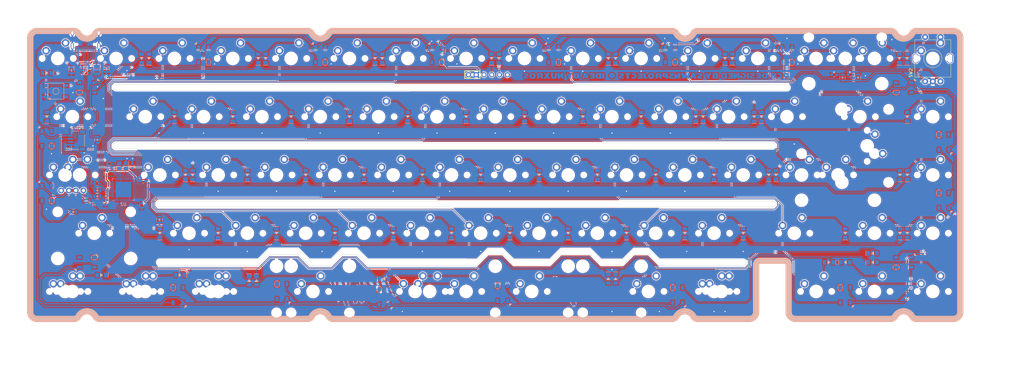
<source format=kicad_pcb>
(kicad_pcb (version 20171130) (host pcbnew "(5.1.10)-1")
  (layers (0 F.Cu signal) (31 B.Cu signal) (34 B.Paste user) (35 F.Paste user) (36 B.SilkS user) (37 F.SilkS user) (38 B.Mask user hide) (39 F.Mask user hide) (44 Edge.Cuts user))
  (net 0 "")
  (net 1 +5V)
  (net 2 GND)
  (net 3 "Net-(C2-Pad1)")
  (net 4 "Net-(C3-Pad1)")
  (net 5 "Net-(C6-Pad1)")
  (net 6 "Net-(D1-Pad2)")
  (net 7 "Net-(D2-Pad2)")
  (net 8 "Net-(D3-Pad2)")
  (net 9 "Net-(D4-Pad2)")
  (net 10 "Net-(D5-Pad2)")
  (net 11 "Net-(D6-Pad2)")
  (net 12 "Net-(D7-Pad2)")
  (net 13 "Net-(D8-Pad2)")
  (net 14 "Net-(D9-Pad2)")
  (net 15 "Net-(D10-Pad2)")
  (net 16 "Net-(D11-Pad2)")
  (net 17 "Net-(D12-Pad2)")
  (net 18 "Net-(D13-Pad2)")
  (net 19 "Net-(D14-Pad2)")
  (net 20 "Net-(D15-Pad2)")
  (net 21 "Net-(D16-Pad2)")
  (net 22 "Net-(R1-Pad2)")
  (net 23 "Net-(R2-Pad2)")
  (net 24 D+)
  (net 25 D-)
  (net 26 RST)
  (net 27 "Net-(R6-Pad2)")
  (net 28 RGBLED)
  (net 29 "Net-(R7-Pad2)")
  (net 30 "Net-(U2-Pad42)")
  (net 31 "Net-(U2-Pad12)")
  (net 32 MOSI)
  (net 33 "Net-(U2-Pad8)")
  (net 34 "Net-(U2-Pad1)")
  (net 35 "Net-(USB1-Pad3)")
  (net 36 "Net-(USB1-Pad9)")
  (net 37 "Net-(D42-Pad2)")
  (net 38 "Net-(SW2-PadS1)")
  (net 39 "Net-(D17-Pad2)")
  (net 40 "Net-(D18-Pad2)")
  (net 41 "Net-(D19-Pad2)")
  (net 42 "Net-(D20-Pad2)")
  (net 43 "Net-(D21-Pad2)")
  (net 44 "Net-(D22-Pad2)")
  (net 45 "Net-(D23-Pad2)")
  (net 46 "Net-(D24-Pad2)")
  (net 47 "Net-(D25-Pad2)")
  (net 48 "Net-(D26-Pad2)")
  (net 49 "Net-(D27-Pad2)")
  (net 50 "Net-(D28-Pad2)")
  (net 51 "Net-(D29-Pad2)")
  (net 52 "Net-(D30-Pad2)")
  (net 53 "Net-(D31-Pad2)")
  (net 54 "Net-(D32-Pad2)")
  (net 55 "Net-(D33-Pad2)")
  (net 56 "Net-(D34-Pad2)")
  (net 57 "Net-(D35-Pad2)")
  (net 58 "Net-(D36-Pad2)")
  (net 59 "Net-(D37-Pad2)")
  (net 60 "Net-(D38-Pad2)")
  (net 61 "Net-(D39-Pad2)")
  (net 62 "Net-(D40-Pad2)")
  (net 63 "Net-(D41-Pad2)")
  (net 64 "Net-(D43-Pad2)")
  (net 65 "Net-(D45-Pad2)")
  (net 66 "Net-(D46-Pad2)")
  (net 67 "Net-(D47-Pad2)")
  (net 68 Row2)
  (net 69 Row3)
  (net 70 Row4)
  (net 71 Row5)
  (net 72 Col0)
  (net 73 Col1)
  (net 74 Col2)
  (net 75 Col3)
  (net 76 Col4)
  (net 77 Col5)
  (net 78 Col6)
  (net 79 Col7)
  (net 80 "Net-(D48-Pad2)")
  (net 81 "Net-(D49-Pad2)")
  (net 82 "Net-(D50-Pad2)")
  (net 83 "Net-(D51-Pad2)")
  (net 84 "Net-(D52-Pad2)")
  (net 85 "Net-(D53-Pad2)")
  (net 86 "Net-(D54-Pad2)")
  (net 87 "Net-(D55-Pad2)")
  (net 88 "Net-(D56-Pad2)")
  (net 89 "Net-(D57-Pad2)")
  (net 90 "Net-(D58-Pad2)")
  (net 91 "Net-(D59-Pad2)")
  (net 92 "Net-(D60-Pad2)")
  (net 93 "Net-(D61-Pad2)")
  (net 94 "Net-(D62-Pad2)")
  (net 95 "Net-(D63-Pad2)")
  (net 96 "Net-(D70-Pad2)")
  (net 97 "Net-(D71-Pad2)")
  (net 98 "Net-(D72-Pad2)")
  (net 99 "Net-(D73-Pad2)")
  (net 100 "Net-(D74-Pad2)")
  (net 101 Row0)
  (net 102 "Net-(RGB1-Pad2)")
  (net 103 "Net-(RGB1-Pad4)")
  (net 104 "Net-(RGB2-Pad2)")
  (net 105 "Net-(RGB3-Pad2)")
  (net 106 "Net-(RGB4-Pad2)")
  (net 107 "Net-(RGB5-Pad2)")
  (net 108 "Net-(RGB6-Pad2)")
  (net 109 "Net-(RGB7-Pad2)")
  (net 110 "Net-(RGB8-Pad2)")
  (net 111 "Net-(RGB10-Pad4)")
  (net 112 "Net-(RGB10-Pad2)")
  (net 113 "Net-(RGB11-Pad4)")
  (net 114 "Net-(RGB13-Pad4)")
  (net 115 "Net-(RGB14-Pad4)")
  (net 116 "Net-(RGB15-Pad4)")
  (net 117 "Net-(RGB16-Pad4)")
  (net 118 "Net-(RGB17-Pad4)")
  (net 119 "Net-(RGB18-Pad4)")
  (net 120 "Net-(RGB19-Pad4)")
  (net 121 EC-B)
  (net 122 EC-A)
  (net 123 "Net-(D44-Pad1)")
  (net 124 Row6)
  (net 125 Row7)
  (net 126 CapLK)
  (net 127 DG-)
  (net 128 DG+)
  (net 129 "Net-(D65-Pad2)")
  (net 130 Row8)
  (net 131 Row9)
  (net 132 "Net-(RGB13-Pad2)")
  (net 133 VCC)
  (net 134 "Net-(D66-Pad2)")
  (net 135 "Net-(D67-Pad2)")
  (module sanproject-keyboard-part:DIODE_1206_SawnsProjects (layer B.Cu) (at 275.472215 114.61802)
    (fp_text reference D74)
    (fp_text value D)
    (pad 2 smd roundrect (at 1.4 0) (size 1.2 1.6) (layers B.Cu B.Paste B.Mask) (roundrect_rratio 0.2) (net 100 "Net-(D74-Pad2)"))
    (pad 1 smd roundrect (at -1.4 0) (size 1.2 1.6) (layers B.Cu B.Paste B.Mask) (roundrect_rratio 0.2) (net 130 Row8))
  )
  (module sanproject-keyboard-part:DIODE_1206_SawnsProjects (layer B.Cu) (at 266.54249 114.61802)
    (fp_text reference D73)
    (fp_text value D)
    (pad 2 smd roundrect (at 1.4 0) (size 1.2 1.6) (layers B.Cu B.Paste B.Mask) (roundrect_rratio 0.2) (net 99 "Net-(D73-Pad2)"))
    (pad 1 smd roundrect (at -1.4 0) (size 1.2 1.6) (layers B.Cu B.Paste B.Mask) (roundrect_rratio 0.2) (net 131 Row9))
  )
  (module sanproject-keyboard-part:DIODE_1206_SawnsProjects (layer B.Cu) (at 261.184515 114.6178 180)
    (fp_text reference D72)
    (fp_text value D)
    (pad 2 smd roundrect (at 1.4 0 180) (size 1.2 1.6) (layers B.Cu B.Paste B.Mask) (roundrect_rratio 0.2) (net 98 "Net-(D72-Pad2)"))
    (pad 1 smd roundrect (at -1.4 0 180) (size 1.2 1.6) (layers B.Cu B.Paste B.Mask) (roundrect_rratio 0.2) (net 131 Row9))
  )
  (module sanproject-keyboard-part:DIODE_1206_SawnsProjects (layer B.Cu) (at 275.472075 111.641225)
    (fp_text reference D71)
    (fp_text value D)
    (pad 2 smd roundrect (at 1.4 0) (size 1.2 1.6) (layers B.Cu B.Paste B.Mask) (roundrect_rratio 0.2) (net 97 "Net-(D71-Pad2)"))
    (pad 1 smd roundrect (at -1.4 0) (size 1.2 1.6) (layers B.Cu B.Paste B.Mask) (roundrect_rratio 0.2) (net 130 Row8))
  )
  (module sanproject-keyboard-part:DIODE_1206_SawnsProjects (layer B.Cu) (at 191.532032 119.975377 270)
    (fp_text reference D70)
    (fp_text value D)
    (pad 2 smd roundrect (at 1.4 0 270) (size 1.2 1.6) (layers B.Cu B.Paste B.Mask) (roundrect_rratio 0.2) (net 96 "Net-(D70-Pad2)"))
    (pad 1 smd roundrect (at -1.4 0 270) (size 1.2 1.6) (layers B.Cu B.Paste B.Mask) (roundrect_rratio 0.2) (net 131 Row9))
  )
  (module sanproject-keyboard-part:DIODE_1206_SawnsProjects (layer B.Cu) (at 189.15078 119.975377 270)
    (fp_text reference D67)
    (fp_text value D)
    (pad 2 smd roundrect (at 1.4 0 270) (size 1.2 1.6) (layers B.Cu B.Paste B.Mask) (roundrect_rratio 0.2) (net 135 "Net-(D67-Pad2)"))
    (pad 1 smd roundrect (at -1.4 0 270) (size 1.2 1.6) (layers B.Cu B.Paste B.Mask) (roundrect_rratio 0.2) (net 131 Row9))
  )
  (module sanproject-keyboard-part:DIODE_1206_SawnsProjects (layer B.Cu) (at 74.255371 120.57069 270)
    (fp_text reference D66)
    (fp_text value D)
    (pad 2 smd roundrect (at 1.4 0 270) (size 1.2 1.6) (layers B.Cu B.Paste B.Mask) (roundrect_rratio 0.2) (net 134 "Net-(D66-Pad2)"))
    (pad 1 smd roundrect (at -1.4 0 270) (size 1.2 1.6) (layers B.Cu B.Paste B.Mask) (roundrect_rratio 0.2) (net 130 Row8))
  )
  (module sanproject-keyboard-part:DIODE_1206_SawnsProjects (layer B.Cu) (at 115.927281 119.975377)
    (fp_text reference D65)
    (fp_text value D)
    (pad 2 smd roundrect (at 1.4 0) (size 1.2 1.6) (layers B.Cu B.Paste B.Mask) (roundrect_rratio 0.2) (net 129 "Net-(D65-Pad2)"))
    (pad 1 smd roundrect (at -1.4 0) (size 1.2 1.6) (layers B.Cu B.Paste B.Mask) (roundrect_rratio 0.2) (net 131 Row9))
  )
  (module sanproject-keyboard-part:DIODE_1206_SawnsProjects (layer B.Cu) (at 71.874119 120.57069 270)
    (fp_text reference D63)
    (fp_text value D)
    (pad 2 smd roundrect (at 1.4 0 270) (size 1.2 1.6) (layers B.Cu B.Paste B.Mask) (roundrect_rratio 0.2) (net 95 "Net-(D63-Pad2)"))
    (pad 1 smd roundrect (at -1.4 0 270) (size 1.2 1.6) (layers B.Cu B.Paste B.Mask) (roundrect_rratio 0.2) (net 130 Row8))
  )
  (module sanproject-keyboard-part:DIODE_1206_SawnsProjects (layer B.Cu) (at 49.252515 118.785225 180)
    (fp_text reference D62)
    (fp_text value D)
    (pad 2 smd roundrect (at 1.4 0 180) (size 1.2 1.6) (layers B.Cu B.Paste B.Mask) (roundrect_rratio 0.2) (net 94 "Net-(D62-Pad2)"))
    (pad 1 smd roundrect (at -1.4 0 180) (size 1.2 1.6) (layers B.Cu B.Paste B.Mask) (roundrect_rratio 0.2) (net 131 Row9))
  )
  (module sanproject-keyboard-part:DIODE_1206_SawnsProjects (layer B.Cu) (at 23.65397 118.785225 180)
    (fp_text reference D61)
    (fp_text value D)
    (pad 2 smd roundrect (at 1.4 0 180) (size 1.2 1.6) (layers B.Cu B.Paste B.Mask) (roundrect_rratio 0.2) (net 93 "Net-(D61-Pad2)"))
    (pad 1 smd roundrect (at -1.4 0 180) (size 1.2 1.6) (layers B.Cu B.Paste B.Mask) (roundrect_rratio 0.2) (net 130 Row8))
  )
  (module sanproject-keyboard-part:DIODE_1206_SawnsProjects (layer B.Cu) (at 286.7832 105.09298 90)
    (fp_text reference D60)
    (fp_text value D)
    (pad 2 smd roundrect (at 1.4 0 90) (size 1.2 1.6) (layers B.Cu B.Paste B.Mask) (roundrect_rratio 0.2) (net 92 "Net-(D60-Pad2)"))
    (pad 1 smd roundrect (at -1.4 0 90) (size 1.2 1.6) (layers B.Cu B.Paste B.Mask) (roundrect_rratio 0.2) (net 124 Row6))
  )
  (module sanproject-keyboard-part:DIODE_1206_SawnsProjects (layer B.Cu) (at 284.40194 105.09298 90)
    (fp_text reference D59)
    (fp_text value D)
    (pad 2 smd roundrect (at 1.4 0 90) (size 1.2 1.6) (layers B.Cu B.Paste B.Mask) (roundrect_rratio 0.2) (net 91 "Net-(D59-Pad2)"))
    (pad 1 smd roundrect (at -1.4 0 90) (size 1.2 1.6) (layers B.Cu B.Paste B.Mask) (roundrect_rratio 0.2) (net 125 Row7))
  )
  (module sanproject-keyboard-part:DIODE_1206_SawnsProjects (layer B.Cu) (at 266.54249 105.09298 90)
    (fp_text reference D58)
    (fp_text value D)
    (pad 2 smd roundrect (at 1.4 0 90) (size 1.2 1.6) (layers B.Cu B.Paste B.Mask) (roundrect_rratio 0.2) (net 90 "Net-(D58-Pad2)"))
    (pad 1 smd roundrect (at -1.4 0 90) (size 1.2 1.6) (layers B.Cu B.Paste B.Mask) (roundrect_rratio 0.2) (net 125 Row7))
  )
  (module sanproject-keyboard-part:DIODE_1206_SawnsProjects (layer B.Cu) (at 233.20485 105.09298 90)
    (fp_text reference D57)
    (fp_text value D)
    (pad 2 smd roundrect (at 1.4 0 90) (size 1.2 1.6) (layers B.Cu B.Paste B.Mask) (roundrect_rratio 0.2) (net 89 "Net-(D57-Pad2)"))
    (pad 1 smd roundrect (at -1.4 0 90) (size 1.2 1.6) (layers B.Cu B.Paste B.Mask) (roundrect_rratio 0.2) (net 124 Row6))
  )
  (module sanproject-keyboard-part:DIODE_1206_SawnsProjects (layer B.Cu) (at 214.15477 105.09298 90)
    (fp_text reference D56)
    (fp_text value D)
    (pad 2 smd roundrect (at 1.4 0 90) (size 1.2 1.6) (layers B.Cu B.Paste B.Mask) (roundrect_rratio 0.2) (net 88 "Net-(D56-Pad2)"))
    (pad 1 smd roundrect (at -1.4 0 90) (size 1.2 1.6) (layers B.Cu B.Paste B.Mask) (roundrect_rratio 0.2) (net 125 Row7))
  )
  (module sanproject-keyboard-part:DIODE_1206_SawnsProjects (layer B.Cu) (at 195.10469 105.09298 90)
    (fp_text reference D55)
    (fp_text value D)
    (pad 2 smd roundrect (at 1.4 0 90) (size 1.2 1.6) (layers B.Cu B.Paste B.Mask) (roundrect_rratio 0.2) (net 87 "Net-(D55-Pad2)"))
    (pad 1 smd roundrect (at -1.4 0 90) (size 1.2 1.6) (layers B.Cu B.Paste B.Mask) (roundrect_rratio 0.2) (net 124 Row6))
  )
  (module sanproject-keyboard-part:DIODE_1206_SawnsProjects (layer B.Cu) (at 176.05461 105.09298 90)
    (fp_text reference D54)
    (fp_text value D)
    (pad 2 smd roundrect (at 1.4 0 90) (size 1.2 1.6) (layers B.Cu B.Paste B.Mask) (roundrect_rratio 0.2) (net 86 "Net-(D54-Pad2)"))
    (pad 1 smd roundrect (at -1.4 0 90) (size 1.2 1.6) (layers B.Cu B.Paste B.Mask) (roundrect_rratio 0.2) (net 125 Row7))
  )
  (module sanproject-keyboard-part:DIODE_1206_SawnsProjects (layer B.Cu) (at 157.00453 105.09298 90)
    (fp_text reference D53)
    (fp_text value D)
    (pad 2 smd roundrect (at 1.4 0 90) (size 1.2 1.6) (layers B.Cu B.Paste B.Mask) (roundrect_rratio 0.2) (net 85 "Net-(D53-Pad2)"))
    (pad 1 smd roundrect (at -1.4 0 90) (size 1.2 1.6) (layers B.Cu B.Paste B.Mask) (roundrect_rratio 0.2) (net 124 Row6))
  )
  (module sanproject-keyboard-part:DIODE_1206_SawnsProjects (layer B.Cu) (at 137.95445 105.09298 90)
    (fp_text reference D52)
    (fp_text value D)
    (pad 2 smd roundrect (at 1.4 0 90) (size 1.2 1.6) (layers B.Cu B.Paste B.Mask) (roundrect_rratio 0.2) (net 84 "Net-(D52-Pad2)"))
    (pad 1 smd roundrect (at -1.4 0 90) (size 1.2 1.6) (layers B.Cu B.Paste B.Mask) (roundrect_rratio 0.2) (net 125 Row7))
  )
  (module sanproject-keyboard-part:DIODE_1206_SawnsProjects (layer B.Cu) (at 118.90437 105.09298 90)
    (fp_text reference D51)
    (fp_text value D)
    (pad 2 smd roundrect (at 1.4 0 90) (size 1.2 1.6) (layers B.Cu B.Paste B.Mask) (roundrect_rratio 0.2) (net 83 "Net-(D51-Pad2)"))
    (pad 1 smd roundrect (at -1.4 0 90) (size 1.2 1.6) (layers B.Cu B.Paste B.Mask) (roundrect_rratio 0.2) (net 124 Row6))
  )
  (module sanproject-keyboard-part:DIODE_1206_SawnsProjects (layer B.Cu) (at 99.85429 105.09298 90)
    (fp_text reference D50)
    (fp_text value D)
    (pad 2 smd roundrect (at 1.4 0 90) (size 1.2 1.6) (layers B.Cu B.Paste B.Mask) (roundrect_rratio 0.2) (net 82 "Net-(D50-Pad2)"))
    (pad 1 smd roundrect (at -1.4 0 90) (size 1.2 1.6) (layers B.Cu B.Paste B.Mask) (roundrect_rratio 0.2) (net 125 Row7))
  )
  (module sanproject-keyboard-part:DIODE_1206_SawnsProjects (layer B.Cu) (at 80.80421 105.09298 90)
    (fp_text reference D49)
    (fp_text value D)
    (pad 2 smd roundrect (at 1.4 0 90) (size 1.2 1.6) (layers B.Cu B.Paste B.Mask) (roundrect_rratio 0.2) (net 81 "Net-(D49-Pad2)"))
    (pad 1 smd roundrect (at -1.4 0 90) (size 1.2 1.6) (layers B.Cu B.Paste B.Mask) (roundrect_rratio 0.2) (net 124 Row6))
  )
  (module sanproject-keyboard-part:DIODE_1206_SawnsProjects (layer B.Cu) (at 61.75413 105.09298 90)
    (fp_text reference D48)
    (fp_text value D)
    (pad 2 smd roundrect (at 1.4 0 90) (size 1.2 1.6) (layers B.Cu B.Paste B.Mask) (roundrect_rratio 0.2) (net 80 "Net-(D48-Pad2)"))
    (pad 1 smd roundrect (at -1.4 0 90) (size 1.2 1.6) (layers B.Cu B.Paste B.Mask) (roundrect_rratio 0.2) (net 125 Row7))
  )
  (module sanproject-keyboard-part:DIODE_1206_SawnsProjects (layer B.Cu) (at 286.7832 86.0429 90)
    (fp_text reference D47)
    (fp_text value D)
    (pad 2 smd roundrect (at 1.4 0 90) (size 1.2 1.6) (layers B.Cu B.Paste B.Mask) (roundrect_rratio 0.2) (net 67 "Net-(D47-Pad2)"))
    (pad 1 smd roundrect (at -1.4 0 90) (size 1.2 1.6) (layers B.Cu B.Paste B.Mask) (roundrect_rratio 0.2) (net 71 Row5))
  )
  (module sanproject-keyboard-part:DIODE_1206_SawnsProjects (layer B.Cu) (at 42.70405 105.09298 90)
    (fp_text reference D46)
    (fp_text value D)
    (pad 2 smd roundrect (at 1.4 0 90) (size 1.2 1.6) (layers B.Cu B.Paste B.Mask) (roundrect_rratio 0.2) (net 66 "Net-(D46-Pad2)"))
    (pad 1 smd roundrect (at -1.4 0 90) (size 1.2 1.6) (layers B.Cu B.Paste B.Mask) (roundrect_rratio 0.2) (net 124 Row6))
  )
  (module sanproject-keyboard-part:DIODE_1206_SawnsProjects (layer B.Cu) (at 284.40194 86.0429 90)
    (fp_text reference D45)
    (fp_text value D)
    (pad 2 smd roundrect (at 1.4 0 90) (size 1.2 1.6) (layers B.Cu B.Paste B.Mask) (roundrect_rratio 0.2) (net 65 "Net-(D45-Pad2)"))
    (pad 1 smd roundrect (at -1.4 0 90) (size 1.2 1.6) (layers B.Cu B.Paste B.Mask) (roundrect_rratio 0.2) (net 70 Row4))
  )
  (module sanproject-keyboard-part:DIODE_1206_SawnsProjects (layer B.Cu) (at 241.53926 86.0429 90)
    (fp_text reference D43)
    (fp_text value D)
    (pad 2 smd roundrect (at 1.4 0 90) (size 1.2 1.6) (layers B.Cu B.Paste B.Mask) (roundrect_rratio 0.2) (net 64 "Net-(D43-Pad2)"))
    (pad 1 smd roundrect (at -1.4 0 90) (size 1.2 1.6) (layers B.Cu B.Paste B.Mask) (roundrect_rratio 0.2) (net 71 Row5))
  )
  (module sanproject-keyboard-part:DIODE_1206_SawnsProjects (layer B.Cu) (at 223.67981 86.0429 90)
    (fp_text reference D42)
    (fp_text value D)
    (pad 2 smd roundrect (at 1.4 0 90) (size 1.2 1.6) (layers B.Cu B.Paste B.Mask) (roundrect_rratio 0.2) (net 37 "Net-(D42-Pad2)"))
    (pad 1 smd roundrect (at -1.4 0 90) (size 1.2 1.6) (layers B.Cu B.Paste B.Mask) (roundrect_rratio 0.2) (net 70 Row4))
  )
  (module sanproject-keyboard-part:DIODE_1206_SawnsProjects (layer B.Cu) (at 204.62973 86.0429 90)
    (fp_text reference D41)
    (fp_text value D)
    (pad 2 smd roundrect (at 1.4 0 90) (size 1.2 1.6) (layers B.Cu B.Paste B.Mask) (roundrect_rratio 0.2) (net 63 "Net-(D41-Pad2)"))
    (pad 1 smd roundrect (at -1.4 0 90) (size 1.2 1.6) (layers B.Cu B.Paste B.Mask) (roundrect_rratio 0.2) (net 71 Row5))
  )
  (module sanproject-keyboard-part:DIODE_1206_SawnsProjects (layer B.Cu) (at 185.57965 86.0429 90)
    (fp_text reference D40)
    (fp_text value D)
    (pad 2 smd roundrect (at 1.4 0 90) (size 1.2 1.6) (layers B.Cu B.Paste B.Mask) (roundrect_rratio 0.2) (net 62 "Net-(D40-Pad2)"))
    (pad 1 smd roundrect (at -1.4 0 90) (size 1.2 1.6) (layers B.Cu B.Paste B.Mask) (roundrect_rratio 0.2) (net 70 Row4))
  )
  (module sanproject-keyboard-part:DIODE_1206_SawnsProjects (layer B.Cu) (at 166.52957 86.0429 90)
    (fp_text reference D39)
    (fp_text value D)
    (pad 2 smd roundrect (at 1.4 0 90) (size 1.2 1.6) (layers B.Cu B.Paste B.Mask) (roundrect_rratio 0.2) (net 61 "Net-(D39-Pad2)"))
    (pad 1 smd roundrect (at -1.4 0 90) (size 1.2 1.6) (layers B.Cu B.Paste B.Mask) (roundrect_rratio 0.2) (net 71 Row5))
  )
  (module sanproject-keyboard-part:DIODE_1206_SawnsProjects (layer B.Cu) (at 147.47949 86.0429 90)
    (fp_text reference D38)
    (fp_text value D)
    (pad 2 smd roundrect (at 1.4 0 90) (size 1.2 1.6) (layers B.Cu B.Paste B.Mask) (roundrect_rratio 0.2) (net 60 "Net-(D38-Pad2)"))
    (pad 1 smd roundrect (at -1.4 0 90) (size 1.2 1.6) (layers B.Cu B.Paste B.Mask) (roundrect_rratio 0.2) (net 70 Row4))
  )
  (module sanproject-keyboard-part:DIODE_1206_SawnsProjects (layer B.Cu) (at 128.42875 86.0425 90)
    (fp_text reference D37)
    (fp_text value D)
    (pad 2 smd roundrect (at 1.4 0 90) (size 1.2 1.6) (layers B.Cu B.Paste B.Mask) (roundrect_rratio 0.2) (net 59 "Net-(D37-Pad2)"))
    (pad 1 smd roundrect (at -1.4 0 90) (size 1.2 1.6) (layers B.Cu B.Paste B.Mask) (roundrect_rratio 0.2) (net 71 Row5))
  )
  (module sanproject-keyboard-part:DIODE_1206_SawnsProjects (layer B.Cu) (at 109.37875 86.0425 90)
    (fp_text reference D36)
    (fp_text value D)
    (pad 2 smd roundrect (at 1.4 0 90) (size 1.2 1.6) (layers B.Cu B.Paste B.Mask) (roundrect_rratio 0.2) (net 58 "Net-(D36-Pad2)"))
    (pad 1 smd roundrect (at -1.4 0 90) (size 1.2 1.6) (layers B.Cu B.Paste B.Mask) (roundrect_rratio 0.2) (net 70 Row4))
  )
  (module sanproject-keyboard-part:DIODE_1206_SawnsProjects (layer B.Cu) (at 90.32925 86.0429 90)
    (fp_text reference D35)
    (fp_text value D)
    (pad 2 smd roundrect (at 1.4 0 90) (size 1.2 1.6) (layers B.Cu B.Paste B.Mask) (roundrect_rratio 0.2) (net 57 "Net-(D35-Pad2)"))
    (pad 1 smd roundrect (at -1.4 0 90) (size 1.2 1.6) (layers B.Cu B.Paste B.Mask) (roundrect_rratio 0.2) (net 71 Row5))
  )
  (module sanproject-keyboard-part:DIODE_1206_SawnsProjects (layer B.Cu) (at 71.27917 86.0429 90)
    (fp_text reference D34)
    (fp_text value D)
    (pad 2 smd roundrect (at 1.4 0 90) (size 1.2 1.6) (layers B.Cu B.Paste B.Mask) (roundrect_rratio 0.2) (net 56 "Net-(D34-Pad2)"))
    (pad 1 smd roundrect (at -1.4 0 90) (size 1.2 1.6) (layers B.Cu B.Paste B.Mask) (roundrect_rratio 0.2) (net 70 Row4))
  )
  (module sanproject-keyboard-part:DIODE_1206_SawnsProjects (layer B.Cu) (at 51.038125 86.0425 90)
    (fp_text reference D33)
    (fp_text value D)
    (pad 2 smd roundrect (at 1.4 0 90) (size 1.2 1.6) (layers B.Cu B.Paste B.Mask) (roundrect_rratio 0.2) (net 55 "Net-(D33-Pad2)"))
    (pad 1 smd roundrect (at -1.4 0 90) (size 1.2 1.6) (layers B.Cu B.Paste B.Mask) (roundrect_rratio 0.2) (net 71 Row5))
  )
  (module sanproject-keyboard-part:DIODE_1206_SawnsProjects (layer B.Cu) (at 286.7832 66.99282 90)
    (fp_text reference D32)
    (fp_text value D)
    (pad 2 smd roundrect (at 1.4 0 90) (size 1.2 1.6) (layers B.Cu B.Paste B.Mask) (roundrect_rratio 0.2) (net 54 "Net-(D32-Pad2)"))
    (pad 1 smd roundrect (at -1.4 0 90) (size 1.2 1.6) (layers B.Cu B.Paste B.Mask) (roundrect_rratio 0.2) (net 69 Row3))
  )
  (module sanproject-keyboard-part:DIODE_1206_SawnsProjects (layer B.Cu) (at 243.92052 86.0429 90)
    (fp_text reference D31)
    (fp_text value D)
    (pad 2 smd roundrect (at 1.4 0 90) (size 1.2 1.6) (layers B.Cu B.Paste B.Mask) (roundrect_rratio 0.2) (net 53 "Net-(D31-Pad2)"))
    (pad 1 smd roundrect (at -1.4 0 90) (size 1.2 1.6) (layers B.Cu B.Paste B.Mask) (roundrect_rratio 0.2) (net 70 Row4))
  )
  (module sanproject-keyboard-part:DIODE_1206_SawnsProjects (layer B.Cu) (at 53.419375 86.0425 90)
    (fp_text reference D30)
    (fp_text value D)
    (pad 2 smd roundrect (at 1.4 0 90) (size 1.2 1.6) (layers B.Cu B.Paste B.Mask) (roundrect_rratio 0.2) (net 52 "Net-(D30-Pad2)"))
    (pad 1 smd roundrect (at -1.4 0 90) (size 1.2 1.6) (layers B.Cu B.Paste B.Mask) (roundrect_rratio 0.2) (net 70 Row4))
  )
  (module sanproject-keyboard-part:DIODE_1206_SawnsProjects (layer B.Cu) (at 239.1571 66.9925 90)
    (fp_text reference D29)
    (fp_text value D)
    (pad 2 smd roundrect (at 1.4 0 90) (size 1.2 1.6) (layers B.Cu B.Paste B.Mask) (roundrect_rratio 0.2) (net 51 "Net-(D29-Pad2)"))
    (pad 1 smd roundrect (at -1.4 0 90) (size 1.2 1.6) (layers B.Cu B.Paste B.Mask) (roundrect_rratio 0.2) (net 69 Row3))
  )
  (module sanproject-keyboard-part:DIODE_1206_SawnsProjects (layer B.Cu) (at 220.10792 66.99282 90)
    (fp_text reference D28)
    (fp_text value D)
    (pad 2 smd roundrect (at 1.4 0 90) (size 1.2 1.6) (layers B.Cu B.Paste B.Mask) (roundrect_rratio 0.2) (net 50 "Net-(D28-Pad2)"))
    (pad 1 smd roundrect (at -1.4 0 90) (size 1.2 1.6) (layers B.Cu B.Paste B.Mask) (roundrect_rratio 0.2) (net 69 Row3))
  )
  (module sanproject-keyboard-part:DIODE_1206_SawnsProjects (layer B.Cu) (at 217.72666 66.99282 90)
    (fp_text reference D27)
    (fp_text value D)
    (pad 2 smd roundrect (at 1.4 0 90) (size 1.2 1.6) (layers B.Cu B.Paste B.Mask) (roundrect_rratio 0.2) (net 49 "Net-(D27-Pad2)"))
    (pad 1 smd roundrect (at -1.4 0 90) (size 1.2 1.6) (layers B.Cu B.Paste B.Mask) (roundrect_rratio 0.2) (net 68 Row2))
  )
  (module sanproject-keyboard-part:DIODE_1206_SawnsProjects (layer B.Cu) (at 199.86721 66.99282 90)
    (fp_text reference D26)
    (fp_text value D)
    (pad 2 smd roundrect (at 1.4 0 90) (size 1.2 1.6) (layers B.Cu B.Paste B.Mask) (roundrect_rratio 0.2) (net 48 "Net-(D26-Pad2)"))
    (pad 1 smd roundrect (at -1.4 0 90) (size 1.2 1.6) (layers B.Cu B.Paste B.Mask) (roundrect_rratio 0.2) (net 69 Row3))
  )
  (module sanproject-keyboard-part:DIODE_1206_SawnsProjects (layer B.Cu) (at 180.816426 66.9925 90)
    (fp_text reference D25)
    (fp_text value D)
    (pad 2 smd roundrect (at 1.4 0 90) (size 1.2 1.6) (layers B.Cu B.Paste B.Mask) (roundrect_rratio 0.2) (net 47 "Net-(D25-Pad2)"))
    (pad 1 smd roundrect (at -1.4 0 90) (size 1.2 1.6) (layers B.Cu B.Paste B.Mask) (roundrect_rratio 0.2) (net 68 Row2))
  )
  (module sanproject-keyboard-part:DIODE_1206_SawnsProjects (layer B.Cu) (at 161.76705 66.99282 90)
    (fp_text reference D24)
    (fp_text value D)
    (pad 2 smd roundrect (at 1.4 0 90) (size 1.2 1.6) (layers B.Cu B.Paste B.Mask) (roundrect_rratio 0.2) (net 46 "Net-(D24-Pad2)"))
    (pad 1 smd roundrect (at -1.4 0 90) (size 1.2 1.6) (layers B.Cu B.Paste B.Mask) (roundrect_rratio 0.2) (net 69 Row3))
  )
  (module sanproject-keyboard-part:DIODE_1206_SawnsProjects (layer B.Cu) (at 142.716394 66.9925 90)
    (fp_text reference D23)
    (fp_text value D)
    (pad 2 smd roundrect (at 1.4 0 90) (size 1.2 1.6) (layers B.Cu B.Paste B.Mask) (roundrect_rratio 0.2) (net 45 "Net-(D23-Pad2)"))
    (pad 1 smd roundrect (at -1.4 0 90) (size 1.2 1.6) (layers B.Cu B.Paste B.Mask) (roundrect_rratio 0.2) (net 68 Row2))
  )
  (module sanproject-keyboard-part:DIODE_1206_SawnsProjects (layer B.Cu) (at 123.666378 66.9925 90)
    (fp_text reference D22)
    (fp_text value D)
    (pad 2 smd roundrect (at 1.4 0 90) (size 1.2 1.6) (layers B.Cu B.Paste B.Mask) (roundrect_rratio 0.2) (net 44 "Net-(D22-Pad2)"))
    (pad 1 smd roundrect (at -1.4 0 90) (size 1.2 1.6) (layers B.Cu B.Paste B.Mask) (roundrect_rratio 0.2) (net 69 Row3))
  )
  (module sanproject-keyboard-part:DIODE_1206_SawnsProjects (layer B.Cu) (at 104.616362 66.9925 90)
    (fp_text reference D21)
    (fp_text value D)
    (pad 2 smd roundrect (at 1.4 0 90) (size 1.2 1.6) (layers B.Cu B.Paste B.Mask) (roundrect_rratio 0.2) (net 43 "Net-(D21-Pad2)"))
    (pad 1 smd roundrect (at -1.4 0 90) (size 1.2 1.6) (layers B.Cu B.Paste B.Mask) (roundrect_rratio 0.2) (net 68 Row2))
  )
  (module sanproject-keyboard-part:DIODE_1206_SawnsProjects (layer B.Cu) (at 85.566346 66.9925 90)
    (fp_text reference D20)
    (fp_text value D)
    (pad 2 smd roundrect (at 1.4 0 90) (size 1.2 1.6) (layers B.Cu B.Paste B.Mask) (roundrect_rratio 0.2) (net 42 "Net-(D20-Pad2)"))
    (pad 1 smd roundrect (at -1.4 0 90) (size 1.2 1.6) (layers B.Cu B.Paste B.Mask) (roundrect_rratio 0.2) (net 69 Row3))
  )
  (module sanproject-keyboard-part:DIODE_1206_SawnsProjects (layer B.Cu) (at 66.51633 66.9925 90)
    (fp_text reference D19)
    (fp_text value D)
    (pad 2 smd roundrect (at 1.4 0 90) (size 1.2 1.6) (layers B.Cu B.Paste B.Mask) (roundrect_rratio 0.2) (net 41 "Net-(D19-Pad2)"))
    (pad 1 smd roundrect (at -1.4 0 90) (size 1.2 1.6) (layers B.Cu B.Paste B.Mask) (roundrect_rratio 0.2) (net 68 Row2))
  )
  (module sanproject-keyboard-part:DIODE_1206_SawnsProjects (layer B.Cu) (at 47.46657 66.99282 90)
    (fp_text reference D18)
    (fp_text value D)
    (pad 2 smd roundrect (at 1.4 0 90) (size 1.2 1.6) (layers B.Cu B.Paste B.Mask) (roundrect_rratio 0.2) (net 40 "Net-(D18-Pad2)"))
    (pad 1 smd roundrect (at -1.4 0 90) (size 1.2 1.6) (layers B.Cu B.Paste B.Mask) (roundrect_rratio 0.2) (net 69 Row3))
  )
  (module sanproject-keyboard-part:DIODE_1206_SawnsProjects (layer B.Cu) (at 5.79452 66.99282 90)
    (fp_text reference D17)
    (fp_text value D)
    (pad 2 smd roundrect (at 1.4 0 90) (size 1.2 1.6) (layers B.Cu B.Paste B.Mask) (roundrect_rratio 0.2) (net 39 "Net-(D17-Pad2)"))
    (pad 1 smd roundrect (at -1.4 0 90) (size 1.2 1.6) (layers B.Cu B.Paste B.Mask) (roundrect_rratio 0.2) (net 68 Row2))
  )
  (module sanproject-keyboard-part:DIODE_1206_SawnsProjects (layer B.Cu) (at 286.70225 47.94252 90)
    (fp_text reference D16)
    (fp_text value D)
    (pad 2 smd roundrect (at 1.4 0 90) (size 1.2 1.6) (layers B.Cu B.Paste B.Mask) (roundrect_rratio 0.2) (net 21 "Net-(D16-Pad2)"))
    (pad 1 smd roundrect (at -1.4 0 90) (size 1.2 1.6) (layers B.Cu B.Paste B.Mask) (roundrect_rratio 0.2) (net 101 Row0))
  )
  (module sanproject-keyboard-part:DIODE_1206_SawnsProjects (layer B.Cu) (at 284.20225 47.94252 90)
    (fp_text reference D15)
    (fp_text value D)
    (pad 2 smd roundrect (at 1.4 0 90) (size 1.2 1.6) (layers B.Cu B.Paste B.Mask) (roundrect_rratio 0.2) (net 20 "Net-(D15-Pad2)"))
    (pad 1 smd roundrect (at -1.4 0 90) (size 1.2 1.6) (layers B.Cu B.Paste B.Mask) (roundrect_rratio 0.2) (net 32 MOSI))
  )
  (module sanproject-keyboard-part:DIODE_1206_SawnsProjects (layer B.Cu) (at 236.77674 66.99282 90)
    (fp_text reference D14)
    (fp_text value D)
    (pad 2 smd roundrect (at 1.4 0 90) (size 1.2 1.6) (layers B.Cu B.Paste B.Mask) (roundrect_rratio 0.2) (net 19 "Net-(D14-Pad2)"))
    (pad 1 smd roundrect (at -1.4 0 90) (size 1.2 1.6) (layers B.Cu B.Paste B.Mask) (roundrect_rratio 0.2) (net 68 Row2))
  )
  (module sanproject-keyboard-part:DIODE_1206_SawnsProjects (layer B.Cu) (at 229.63296 47.94274 90)
    (fp_text reference D13)
    (fp_text value D)
    (pad 2 smd roundrect (at 1.4 0 90) (size 1.2 1.6) (layers B.Cu B.Paste B.Mask) (roundrect_rratio 0.2) (net 18 "Net-(D13-Pad2)"))
    (pad 1 smd roundrect (at -1.4 0 90) (size 1.2 1.6) (layers B.Cu B.Paste B.Mask) (roundrect_rratio 0.2) (net 101 Row0))
  )
  (module sanproject-keyboard-part:DIODE_1206_SawnsProjects (layer B.Cu) (at 227.25084 47.9425 90)
    (fp_text reference D12)
    (fp_text value D)
    (pad 2 smd roundrect (at 1.4 0 90) (size 1.2 1.6) (layers B.Cu B.Paste B.Mask) (roundrect_rratio 0.2) (net 17 "Net-(D12-Pad2)"))
    (pad 1 smd roundrect (at -1.4 0 90) (size 1.2 1.6) (layers B.Cu B.Paste B.Mask) (roundrect_rratio 0.2) (net 32 MOSI))
  )
  (module sanproject-keyboard-part:DIODE_1206_SawnsProjects (layer B.Cu) (at 191.5328 47.9425 90)
    (fp_text reference D11)
    (fp_text value D)
    (pad 2 smd roundrect (at 1.4 0 90) (size 1.2 1.6) (layers B.Cu B.Paste B.Mask) (roundrect_rratio 0.2) (net 16 "Net-(D11-Pad2)"))
    (pad 1 smd roundrect (at -1.4 0 90) (size 1.2 1.6) (layers B.Cu B.Paste B.Mask) (roundrect_rratio 0.2) (net 101 Row0))
  )
  (module sanproject-keyboard-part:DIODE_1206_SawnsProjects (layer B.Cu) (at 189.150808 47.9425 90)
    (fp_text reference D10)
    (fp_text value D)
    (pad 2 smd roundrect (at 1.4 0 90) (size 1.2 1.6) (layers B.Cu B.Paste B.Mask) (roundrect_rratio 0.2) (net 15 "Net-(D10-Pad2)"))
    (pad 1 smd roundrect (at -1.4 0 90) (size 1.2 1.6) (layers B.Cu B.Paste B.Mask) (roundrect_rratio 0.2) (net 32 MOSI))
  )
  (module sanproject-keyboard-part:DIODE_1206_SawnsProjects (layer B.Cu) (at 153.43264 47.9425 90)
    (fp_text reference D9)
    (fp_text value D)
    (pad 2 smd roundrect (at 1.4 0 90) (size 1.2 1.6) (layers B.Cu B.Paste B.Mask) (roundrect_rratio 0.2) (net 14 "Net-(D9-Pad2)"))
    (pad 1 smd roundrect (at -1.4 0 90) (size 1.2 1.6) (layers B.Cu B.Paste B.Mask) (roundrect_rratio 0.2) (net 101 Row0))
  )
  (module sanproject-keyboard-part:DIODE_1206_SawnsProjects (layer B.Cu) (at 151.050776 47.9425 90)
    (fp_text reference D8)
    (fp_text value D)
    (pad 2 smd roundrect (at 1.4 0 90) (size 1.2 1.6) (layers B.Cu B.Paste B.Mask) (roundrect_rratio 0.2) (net 13 "Net-(D8-Pad2)"))
    (pad 1 smd roundrect (at -1.4 0 90) (size 1.2 1.6) (layers B.Cu B.Paste B.Mask) (roundrect_rratio 0.2) (net 32 MOSI))
  )
  (module sanproject-keyboard-part:DIODE_1206_SawnsProjects (layer B.Cu) (at 115.33248 47.9425 90)
    (fp_text reference D7)
    (fp_text value D)
    (pad 2 smd roundrect (at 1.4 0 90) (size 1.2 1.6) (layers B.Cu B.Paste B.Mask) (roundrect_rratio 0.2) (net 12 "Net-(D7-Pad2)"))
    (pad 1 smd roundrect (at -1.4 0 90) (size 1.2 1.6) (layers B.Cu B.Paste B.Mask) (roundrect_rratio 0.2) (net 101 Row0))
  )
  (module sanproject-keyboard-part:DIODE_1206_SawnsProjects (layer B.Cu) (at 112.950744 47.9425 90)
    (fp_text reference D6)
    (fp_text value D)
    (pad 2 smd roundrect (at 1.4 0 90) (size 1.2 1.6) (layers B.Cu B.Paste B.Mask) (roundrect_rratio 0.2) (net 11 "Net-(D6-Pad2)"))
    (pad 1 smd roundrect (at -1.4 0 90) (size 1.2 1.6) (layers B.Cu B.Paste B.Mask) (roundrect_rratio 0.2) (net 32 MOSI))
  )
  (module sanproject-keyboard-part:DIODE_1206_SawnsProjects (layer B.Cu) (at 77.23232 47.94274 90)
    (fp_text reference D5)
    (fp_text value D)
    (pad 2 smd roundrect (at 1.4 0 90) (size 1.2 1.6) (layers B.Cu B.Paste B.Mask) (roundrect_rratio 0.2) (net 10 "Net-(D5-Pad2)"))
    (pad 1 smd roundrect (at -1.4 0 90) (size 1.2 1.6) (layers B.Cu B.Paste B.Mask) (roundrect_rratio 0.2) (net 101 Row0))
  )
  (module sanproject-keyboard-part:DIODE_1206_SawnsProjects (layer B.Cu) (at 74.850712 47.9425 90)
    (fp_text reference D4)
    (fp_text value D)
    (pad 2 smd roundrect (at 1.4 0 90) (size 1.2 1.6) (layers B.Cu B.Paste B.Mask) (roundrect_rratio 0.2) (net 9 "Net-(D4-Pad2)"))
    (pad 1 smd roundrect (at -1.4 0 90) (size 1.2 1.6) (layers B.Cu B.Paste B.Mask) (roundrect_rratio 0.2) (net 32 MOSI))
  )
  (module sanproject-keyboard-part:DIODE_1206_SawnsProjects (layer B.Cu) (at 39.13216 47.94274 90)
    (fp_text reference D3)
    (fp_text value D)
    (pad 2 smd roundrect (at 1.4 0 90) (size 1.2 1.6) (layers B.Cu B.Paste B.Mask) (roundrect_rratio 0.2) (net 8 "Net-(D3-Pad2)"))
    (pad 1 smd roundrect (at -1.4 0 90) (size 1.2 1.6) (layers B.Cu B.Paste B.Mask) (roundrect_rratio 0.2) (net 101 Row0))
  )
  (module sanproject-keyboard-part:DIODE_1206_SawnsProjects (layer B.Cu) (at 36.7509 47.94274 90)
    (fp_text reference D2)
    (fp_text value D)
    (pad 2 smd roundrect (at 1.4 0 90) (size 1.2 1.6) (layers B.Cu B.Paste B.Mask) (roundrect_rratio 0.2) (net 7 "Net-(D2-Pad2)"))
    (pad 1 smd roundrect (at -1.4 0 90) (size 1.2 1.6) (layers B.Cu B.Paste B.Mask) (roundrect_rratio 0.2) (net 32 MOSI))
  )
  (module sanproject-keyboard-part:DIODE_1206_SawnsProjects (layer B.Cu) (at 5.79452 52.70526 180)
    (fp_text reference D1)
    (fp_text value D)
    (pad 2 smd roundrect (at 1.4 0 180) (size 1.2 1.6) (layers B.Cu B.Paste B.Mask) (roundrect_rratio 0.2) (net 6 "Net-(D1-Pad2)"))
    (pad 1 smd roundrect (at -1.4 0 180) (size 1.2 1.6) (layers B.Cu B.Paste B.Mask) (roundrect_rratio 0.2) (net 101 Row0))
  )
  (module MX_Only_v4:MXOnly-1U-NoLED (layer F.Cu) (at 9.36625 47.9425)
    (fp_text reference MX1)
    (fp_text value 1U)
    (pad "" np_thru_hole circle (at 5.08 0 48.0996) (size 1.75 1.75) (drill 1.75) (layers *.Cu *.Mask))
    (pad 1 thru_hole circle (at -3.81 -2.54) (size 2.5 2.5) (drill 1.47) (layers *.Cu B.Mask) (net 72 Col0))
    (pad "" np_thru_hole circle (at -5.08 0 48.0996) (size 1.75 1.75) (drill 1.75) (layers *.Cu *.Mask))
    (pad "" np_thru_hole circle (at 0 0) (size 3.9878 3.9878) (drill 3.9878) (layers *.Cu *.Mask))
    (pad 2 thru_hole circle (at 2.54 -5.08) (size 2.5 2.5) (drill 1.47) (layers *.Cu B.Mask) (net 6 "Net-(D1-Pad2)"))
  )
  (module MX_Only_v4:MXOnly-1U-NoLED (layer F.Cu) (at 185.57893 105.0925)
    (fp_text reference MX57)
    (fp_text value 1U)
    (pad "" np_thru_hole circle (at 5.08 0 48.0996) (size 1.75 1.75) (drill 1.75) (layers *.Cu *.Mask))
    (pad 1 thru_hole circle (at -3.81 -2.54) (size 2.5 2.5) (drill 1.47) (layers *.Cu B.Mask) (net 76 Col4))
    (pad "" np_thru_hole circle (at -5.08 0 48.0996) (size 1.75 1.75) (drill 1.75) (layers *.Cu *.Mask))
    (pad "" np_thru_hole circle (at 0 0) (size 3.9878 3.9878) (drill 3.9878) (layers *.Cu *.Mask))
    (pad 2 thru_hole circle (at 2.54 -5.08) (size 2.5 2.5) (drill 1.47) (layers *.Cu B.Mask) (net 87 "Net-(D55-Pad2)"))
  )
  (module sanproject-keyboard-part:Crystal_SMD_3225-4Pin_3.2x2.5mm (layer B.Cu) (at 30.55938 83.04213 180)
    (fp_text reference Y1)
    (fp_text value 16Mhz)
    (pad 1 smd rect (at -1.1 -0.85 180) (size 1.4 1.2) (layers B.Cu B.Paste B.Mask) (net 3 "Net-(C2-Pad1)"))
    (pad 2 smd rect (at 1.1 -0.85 180) (size 1.4 1.2) (layers B.Cu B.Paste B.Mask) (net 2 GND))
    (pad 3 smd rect (at 1.1 0.85 180) (size 1.4 1.2) (layers B.Cu B.Paste B.Mask) (net 4 "Net-(C3-Pad1)"))
    (pad 4 smd rect (at -1.1 0.85 180) (size 1.4 1.2) (layers B.Cu B.Paste B.Mask) (net 2 GND))
  )
  (module sanproject-keyboard-part:Debug (layer F.Cu) (at 149.82825 53.2765)
    (fp_text reference U4)
    (fp_text value STF202-22T1G)
    (pad 6 thru_hole circle (at -3.81 0) (size 1.7 1.7) (drill 1) (layers *.Cu *.Mask) (net 2 GND))
    (pad 5 thru_hole circle (at -6.35 0) (size 1.7 1.7) (drill 1) (layers *.Cu *.Mask) (net 26 RST))
    (pad 2 thru_hole circle (at 3.81 0 270) (size 1.7 1.7) (drill 1) (layers *.Cu *.Mask) (net 101 Row0))
    (pad 3 thru_hole circle (at 1.27 0 90) (size 1.7 1.7) (drill 1) (layers *.Cu *.Mask) (net 32 MOSI))
    (pad 4 thru_hole circle (at -1.27 0) (size 1.7 1.7) (drill 1) (layers *.Cu *.Mask) (net 1 +5V))
    (pad 1 thru_hole circle (at 6.35 0 90) (size 1.7 1.7) (drill 1) (layers *.Cu *.Mask) (net 121 EC-B))
  )
  (module sanproject-keyboard-part:R_0805 (layer B.Cu) (at 270.709108 54.193309 90)
    (fp_text reference R10)
    (fp_text value 10k)
    (pad 2 smd rect (at 0.95 0 90) (size 0.7 1.3) (layers B.Cu B.Paste B.Mask) (net 122 EC-A))
    (pad 1 smd rect (at -0.95 0 90) (size 0.7 1.3) (layers B.Cu B.Paste B.Mask) (net 1 +5V))
  )
  (module sanproject-keyboard-part:R_0805 (layer B.Cu) (at 265.648939 54.193309 270)
    (fp_text reference R9)
    (fp_text value 10k)
    (pad 2 smd rect (at 0.95 0 270) (size 0.7 1.3) (layers B.Cu B.Paste B.Mask) (net 1 +5V))
    (pad 1 smd rect (at -0.95 0 270) (size 0.7 1.3) (layers B.Cu B.Paste B.Mask) (net 121 EC-B))
  )
  (module sanproject-keyboard-part:R_0805 (layer B.Cu) (at 18.76425 94.4245)
    (fp_text reference R8)
    (fp_text value 330R)
    (pad 2 smd rect (at 0.95 0) (size 0.7 1.3) (layers B.Cu B.Paste B.Mask) (net 126 CapLK))
    (pad 1 smd rect (at -0.95 0) (size 0.7 1.3) (layers B.Cu B.Paste B.Mask) (net 123 "Net-(D44-Pad1)"))
  )
  (module sanproject-keyboard-part:R_0805 (layer B.Cu) (at 14.44625 98.1075)
    (fp_text reference R7)
    (fp_text value 330R)
    (pad 2 smd rect (at 0.95 0) (size 0.7 1.3) (layers B.Cu B.Paste B.Mask) (net 29 "Net-(R7-Pad2)"))
    (pad 1 smd rect (at -0.95 0) (size 0.7 1.3) (layers B.Cu B.Paste B.Mask) (net 28 RGBLED))
  )
  (module sanproject-keyboard-part:R_0805 (layer B.Cu) (at 42.57675 100.6475 90)
    (fp_text reference R6)
    (fp_text value 1k)
    (pad 2 smd rect (at 0.95 0 90) (size 0.7 1.3) (layers B.Cu B.Paste B.Mask) (net 27 "Net-(R6-Pad2)"))
    (pad 1 smd rect (at -0.95 0 90) (size 0.7 1.3) (layers B.Cu B.Paste B.Mask) (net 2 GND))
  )
  (module sanproject-keyboard-part:R_0805 (layer B.Cu) (at 22.32025 74.5465 270)
    (fp_text reference R5)
    (fp_text value 10k)
    (pad 2 smd rect (at 0.95 0 270) (size 0.7 1.3) (layers B.Cu B.Paste B.Mask) (net 26 RST))
    (pad 1 smd rect (at -0.95 0 270) (size 0.7 1.3) (layers B.Cu B.Paste B.Mask) (net 1 +5V))
  )
  (module sanproject-keyboard-part:R_0805 (layer B.Cu) (at 22.314597 93.038023 180)
    (fp_text reference R4)
    (fp_text value 22)
    (pad 2 smd rect (at 0.95 0 180) (size 0.7 1.3) (layers B.Cu B.Paste B.Mask) (net 127 DG-))
    (pad 1 smd rect (at -0.95 0 180) (size 0.7 1.3) (layers B.Cu B.Paste B.Mask) (net 25 D-))
  )
  (module sanproject-keyboard-part:R_0805 (layer B.Cu) (at 22.314597 91.103246 180)
    (fp_text reference R3)
    (fp_text value 22)
    (pad 2 smd rect (at 0.95 0 180) (size 0.7 1.3) (layers B.Cu B.Paste B.Mask) (net 128 DG+))
    (pad 1 smd rect (at -0.95 0 180) (size 0.7 1.3) (layers B.Cu B.Paste B.Mask) (net 24 D+))
  )
  (module sanproject-keyboard-part:R_0805 (layer B.Cu) (at 25.27935 51.3588 90)
    (fp_text reference R2)
    (fp_text value 5.1k)
    (pad 2 smd rect (at 0.95 0 90) (size 0.7 1.3) (layers B.Cu B.Paste B.Mask) (net 23 "Net-(R2-Pad2)"))
    (pad 1 smd rect (at -0.95 0 90) (size 0.7 1.3) (layers B.Cu B.Paste B.Mask) (net 2 GND))
  )
  (module sanproject-keyboard-part:R_0805 (layer B.Cu) (at 13.84935 51.816 90)
    (fp_text reference R1)
    (fp_text value 5.1k)
    (pad 2 smd rect (at 0.95 0 90) (size 0.7 1.3) (layers B.Cu B.Paste B.Mask) (net 22 "Net-(R1-Pad2)"))
    (pad 1 smd rect (at -0.95 0 90) (size 0.7 1.3) (layers B.Cu B.Paste B.Mask) (net 2 GND))
  )
  (module sanproject-keyboard-part:C_0603 (layer B.Cu) (at 268.184881 53.300338)
    (fp_text reference C9)
    (fp_text value 0.1uF)
    (pad 2 smd rect (at 0.75 0) (size 0.8 0.75) (layers B.Cu B.Paste B.Mask) (net 122 EC-A))
    (pad 1 smd rect (at -0.75 0) (size 0.8 0.75) (layers B.Cu B.Paste B.Mask) (net 2 GND))
  )
  (module sanproject-keyboard-part:C_0603 (layer B.Cu) (at 262.970026 53.300338 180)
    (fp_text reference C8)
    (fp_text value 0.1uF)
    (pad 2 smd rect (at 0.75 0 180) (size 0.8 0.75) (layers B.Cu B.Paste B.Mask) (net 2 GND))
    (pad 1 smd rect (at -0.75 0 180) (size 0.8 0.75) (layers B.Cu B.Paste B.Mask) (net 121 EC-B))
  )
  (module sanproject-keyboard-part:C_0603 (layer B.Cu) (at 37.30625 88.011)
    (fp_text reference C7)
    (fp_text value 0.1uF)
    (pad 2 smd rect (at 0.75 0) (size 0.8 0.75) (layers B.Cu B.Paste B.Mask) (net 1 +5V))
    (pad 1 smd rect (at -0.75 0) (size 0.8 0.75) (layers B.Cu B.Paste B.Mask) (net 2 GND))
  )
  (module sanproject-keyboard-part:C_0603 (layer B.Cu) (at 22.165768 88.870811 180)
    (fp_text reference C6)
    (fp_text value 1uF)
    (pad 2 smd rect (at 0.75 0 180) (size 0.8 0.75) (layers B.Cu B.Paste B.Mask) (net 2 GND))
    (pad 1 smd rect (at -0.75 0 180) (size 0.8 0.75) (layers B.Cu B.Paste B.Mask) (net 5 "Net-(C6-Pad1)"))
  )
  (module sanproject-keyboard-part:C_0603 (layer B.Cu) (at 26.30488 84.18513 180)
    (fp_text reference C5)
    (fp_text value 0.1uF)
    (pad 2 smd rect (at 0.75 0 180) (size 0.8 0.75) (layers B.Cu B.Paste B.Mask) (net 1 +5V))
    (pad 1 smd rect (at -0.75 0 180) (size 0.8 0.75) (layers B.Cu B.Paste B.Mask) (net 2 GND))
  )
  (module sanproject-keyboard-part:C_0603 (layer B.Cu) (at 36.750706 96.012 90)
    (fp_text reference C4)
    (fp_text value 0.1uF)
    (pad 2 smd rect (at 0.75 0 90) (size 0.8 0.75) (layers B.Cu B.Paste B.Mask) (net 1 +5V))
    (pad 1 smd rect (at -0.75 0 90) (size 0.8 0.75) (layers B.Cu B.Paste B.Mask) (net 2 GND))
  )
  (module sanproject-keyboard-part:C_0603 (layer B.Cu) (at 26.30488 82.40713 180)
    (fp_text reference C3)
    (fp_text value 22pF)
    (pad 2 smd rect (at 0.75 0 180) (size 0.8 0.75) (layers B.Cu B.Paste B.Mask) (net 2 GND))
    (pad 1 smd rect (at -0.75 0 180) (size 0.8 0.75) (layers B.Cu B.Paste B.Mask) (net 4 "Net-(C3-Pad1)"))
  )
  (module sanproject-keyboard-part:C_0603 (layer B.Cu) (at 33.73438 83.10563 90)
    (fp_text reference C2)
    (fp_text value 22pF)
    (pad 2 smd rect (at 0.75 0 90) (size 0.8 0.75) (layers B.Cu B.Paste B.Mask) (net 2 GND))
    (pad 1 smd rect (at -0.75 0 90) (size 0.8 0.75) (layers B.Cu B.Paste B.Mask) (net 3 "Net-(C2-Pad1)"))
  )
  (module sanproject-keyboard-part:C_0603 (layer B.Cu) (at 24.92375 95.0475 90)
    (fp_text reference C1)
    (fp_text value 10uF)
    (pad 2 smd rect (at 0.75 0 90) (size 0.8 0.75) (layers B.Cu B.Paste B.Mask) (net 1 +5V))
    (pad 1 smd rect (at -0.75 0 90) (size 0.8 0.75) (layers B.Cu B.Paste B.Mask) (net 2 GND))
  )
  (module sanproject-keyboard-part:LED_WS2812B_PLCC4_5.0x5.0mm_P3.2mm (layer B.Cu) (at 285.59257 114.61802 180)
    (fp_text reference RGB20)
    (fp_text value WS2812B)
    (pad 3 smd roundrect (at 2.45 -1.6 180) (size 1.5 1) (layers B.Cu B.Paste B.Mask) (net 2 GND))
    (pad 4 smd rect (at 2.45 1.6 180) (size 1.5 1) (layers B.Cu B.Paste B.Mask) (net 112 "Net-(RGB10-Pad2)"))
    (pad 2 smd rect (at -2.45 -1.6 180) (size 1.5 1) (layers B.Cu B.Paste B.Mask) (net 120 "Net-(RGB19-Pad4)"))
    (pad 1 smd rect (at -2.45 1.6 180) (size 1.5 1) (layers B.Cu B.Paste B.Mask) (net 1 +5V))
  )
  (module sanproject-keyboard-part:LED_WS2812B_PLCC4_5.0x5.0mm_P3.2mm (layer B.Cu) (at 266.54235 125.33347 90)
    (fp_text reference RGB19)
    (fp_text value WS2812B)
    (pad 3 smd roundrect (at 2.45 -1.6 90) (size 1.5 1) (layers B.Cu B.Paste B.Mask) (net 2 GND))
    (pad 4 smd rect (at 2.45 1.6 90) (size 1.5 1) (layers B.Cu B.Paste B.Mask) (net 120 "Net-(RGB19-Pad4)"))
    (pad 2 smd rect (at -2.45 -1.6 90) (size 1.5 1) (layers B.Cu B.Paste B.Mask) (net 119 "Net-(RGB18-Pad4)"))
    (pad 1 smd rect (at -2.45 1.6 90) (size 1.5 1) (layers B.Cu B.Paste B.Mask) (net 1 +5V))
  )
  (module sanproject-keyboard-part:LED_WS2812B_PLCC4_5.0x5.0mm_P3.2mm (layer B.Cu) (at 211.77351 125.33369 90)
    (fp_text reference RGB18)
    (fp_text value WS2812B)
    (pad 3 smd roundrect (at 2.45 -1.6 90) (size 1.5 1) (layers B.Cu B.Paste B.Mask) (net 2 GND))
    (pad 4 smd rect (at 2.45 1.6 90) (size 1.5 1) (layers B.Cu B.Paste B.Mask) (net 119 "Net-(RGB18-Pad4)"))
    (pad 2 smd rect (at -2.45 -1.6 90) (size 1.5 1) (layers B.Cu B.Paste B.Mask) (net 118 "Net-(RGB17-Pad4)"))
    (pad 1 smd rect (at -2.45 1.6 90) (size 1.5 1) (layers B.Cu B.Paste B.Mask) (net 1 +5V))
  )
  (module sanproject-keyboard-part:LED_WS2812B_PLCC4_5.0x5.0mm_P3.2mm (layer B.Cu) (at 154.622626 124.737881 90)
    (fp_text reference RGB17)
    (fp_text value WS2812B)
    (pad 3 smd roundrect (at 2.45 -1.6 90) (size 1.5 1) (layers B.Cu B.Paste B.Mask) (net 2 GND))
    (pad 4 smd rect (at 2.45 1.6 90) (size 1.5 1) (layers B.Cu B.Paste B.Mask) (net 118 "Net-(RGB17-Pad4)"))
    (pad 2 smd rect (at -2.45 -1.6 90) (size 1.5 1) (layers B.Cu B.Paste B.Mask) (net 117 "Net-(RGB16-Pad4)"))
    (pad 1 smd rect (at -2.45 1.6 90) (size 1.5 1) (layers B.Cu B.Paste B.Mask) (net 1 +5V))
  )
  (module sanproject-keyboard-part:LED_WS2812B_PLCC4_5.0x5.0mm_P3.2mm (layer B.Cu) (at 115.927281 125.928507 90)
    (fp_text reference RGB16)
    (fp_text value WS2812B)
    (pad 3 smd roundrect (at 2.45 -1.6 90) (size 1.5 1) (layers B.Cu B.Paste B.Mask) (net 2 GND))
    (pad 4 smd rect (at 2.45 1.6 90) (size 1.5 1) (layers B.Cu B.Paste B.Mask) (net 117 "Net-(RGB16-Pad4)"))
    (pad 2 smd rect (at -2.45 -1.6 90) (size 1.5 1) (layers B.Cu B.Paste B.Mask) (net 116 "Net-(RGB15-Pad4)"))
    (pad 1 smd rect (at -2.45 1.6 90) (size 1.5 1) (layers B.Cu B.Paste B.Mask) (net 1 +5V))
  )
  (module sanproject-keyboard-part:LED_WS2812B_PLCC4_5.0x5.0mm_P3.2mm (layer B.Cu) (at 82.589753 124.142568 90)
    (fp_text reference RGB15)
    (fp_text value WS2812B)
    (pad 3 smd roundrect (at 2.45 -1.6 90) (size 1.5 1) (layers B.Cu B.Paste B.Mask) (net 2 GND))
    (pad 4 smd rect (at 2.45 1.6 90) (size 1.5 1) (layers B.Cu B.Paste B.Mask) (net 116 "Net-(RGB15-Pad4)"))
    (pad 2 smd rect (at -2.45 -1.6 90) (size 1.5 1) (layers B.Cu B.Paste B.Mask) (net 115 "Net-(RGB14-Pad4)"))
    (pad 1 smd rect (at -2.45 1.6 90) (size 1.5 1) (layers B.Cu B.Paste B.Mask) (net 1 +5V))
  )
  (module sanproject-keyboard-part:LED_WS2812B_PLCC4_5.0x5.0mm_P3.2mm (layer B.Cu) (at 48.6572 125.33369 90)
    (fp_text reference RGB14)
    (fp_text value WS2812B)
    (pad 3 smd roundrect (at 2.45 -1.6 90) (size 1.5 1) (layers B.Cu B.Paste B.Mask) (net 2 GND))
    (pad 4 smd rect (at 2.45 1.6 90) (size 1.5 1) (layers B.Cu B.Paste B.Mask) (net 115 "Net-(RGB14-Pad4)"))
    (pad 2 smd rect (at -2.45 -1.6 90) (size 1.5 1) (layers B.Cu B.Paste B.Mask) (net 114 "Net-(RGB13-Pad4)"))
    (pad 1 smd rect (at -2.45 1.6 90) (size 1.5 1) (layers B.Cu B.Paste B.Mask) (net 1 +5V))
  )
  (module sanproject-keyboard-part:LED_WS2812B_PLCC4_5.0x5.0mm_P3.2mm (layer B.Cu) (at 18.89145 114.61802)
    (fp_text reference RGB13)
    (fp_text value WS2812B)
    (pad 3 smd roundrect (at 2.45 -1.6) (size 1.5 1) (layers B.Cu B.Paste B.Mask) (net 2 GND))
    (pad 4 smd rect (at 2.45 1.6) (size 1.5 1) (layers B.Cu B.Paste B.Mask) (net 114 "Net-(RGB13-Pad4)"))
    (pad 2 smd rect (at -2.45 -1.6) (size 1.5 1) (layers B.Cu B.Paste B.Mask) (net 132 "Net-(RGB13-Pad2)"))
    (pad 1 smd rect (at -2.45 1.6) (size 1.5 1) (layers B.Cu B.Paste B.Mask) (net 1 +5V))
  )
  (module sanproject-keyboard-part:LED_WS2812B_PLCC4_5.0x5.0mm_P3.2mm (layer B.Cu) (at 5.79452 91.99605 270)
    (fp_text reference RGB12)
    (fp_text value WS2812B)
    (pad 3 smd roundrect (at 2.45 -1.6 270) (size 1.5 1) (layers B.Cu B.Paste B.Mask) (net 2 GND))
    (pad 4 smd rect (at 2.45 1.6 270) (size 1.5 1) (layers B.Cu B.Paste B.Mask) (net 28 RGBLED))
    (pad 2 smd rect (at -2.45 -1.6 270) (size 1.5 1) (layers B.Cu B.Paste B.Mask) (net 113 "Net-(RGB11-Pad4)"))
    (pad 1 smd rect (at -2.45 1.6 270) (size 1.5 1) (layers B.Cu B.Paste B.Mask) (net 1 +5V))
  )
  (module sanproject-keyboard-part:LED_WS2812B_PLCC4_5.0x5.0mm_P3.2mm (layer B.Cu) (at 5.79452 74.1366 270)
    (fp_text reference RGB11)
    (fp_text value WS2812B)
    (pad 3 smd roundrect (at 2.45 -1.6 270) (size 1.5 1) (layers B.Cu B.Paste B.Mask) (net 2 GND))
    (pad 4 smd rect (at 2.45 1.6 270) (size 1.5 1) (layers B.Cu B.Paste B.Mask) (net 113 "Net-(RGB11-Pad4)"))
    (pad 2 smd rect (at -2.45 -1.6 270) (size 1.5 1) (layers B.Cu B.Paste B.Mask) (net 103 "Net-(RGB1-Pad4)"))
    (pad 1 smd rect (at -2.45 1.6 270) (size 1.5 1) (layers B.Cu B.Paste B.Mask) (net 1 +5V))
  )
  (module sanproject-keyboard-part:LED_WS2812B_PLCC4_5.0x5.0mm_P3.2mm (layer B.Cu) (at 298.6895 94.37731 90)
    (fp_text reference RGB10)
    (fp_text value WS2812B)
    (pad 3 smd roundrect (at 2.45 -1.6 90) (size 1.5 1) (layers B.Cu B.Paste B.Mask) (net 2 GND))
    (pad 4 smd rect (at 2.45 1.6 90) (size 1.5 1) (layers B.Cu B.Paste B.Mask) (net 111 "Net-(RGB10-Pad4)"))
    (pad 2 smd rect (at -2.45 -1.6 90) (size 1.5 1) (layers B.Cu B.Paste B.Mask) (net 112 "Net-(RGB10-Pad2)"))
    (pad 1 smd rect (at -2.45 1.6 90) (size 1.5 1) (layers B.Cu B.Paste B.Mask) (net 1 +5V))
  )
  (module sanproject-keyboard-part:LED_WS2812B_PLCC4_5.0x5.0mm_P3.2mm (layer B.Cu) (at 298.6895 75.32723 90)
    (fp_text reference RGB9)
    (fp_text value WS2812B)
    (pad 3 smd roundrect (at 2.45 -1.6 90) (size 1.5 1) (layers B.Cu B.Paste B.Mask) (net 2 GND))
    (pad 4 smd rect (at 2.45 1.6 90) (size 1.5 1) (layers B.Cu B.Paste B.Mask) (net 110 "Net-(RGB8-Pad2)"))
    (pad 2 smd rect (at -2.45 -1.6 90) (size 1.5 1) (layers B.Cu B.Paste B.Mask) (net 111 "Net-(RGB10-Pad4)"))
    (pad 1 smd rect (at -2.45 1.6 90) (size 1.5 1) (layers B.Cu B.Paste B.Mask) (net 1 +5V))
  )
  (module sanproject-keyboard-part:LED_WS2812B_PLCC4_5.0x5.0mm_P3.2mm (layer B.Cu) (at 285.59257 57.46778 180)
    (fp_text reference RGB8)
    (fp_text value WS2812B)
    (pad 3 smd roundrect (at 2.45 -1.6 180) (size 1.5 1) (layers B.Cu B.Paste B.Mask) (net 2 GND))
    (pad 4 smd rect (at 2.45 1.6 180) (size 1.5 1) (layers B.Cu B.Paste B.Mask) (net 109 "Net-(RGB7-Pad2)"))
    (pad 2 smd rect (at -2.45 -1.6 180) (size 1.5 1) (layers B.Cu B.Paste B.Mask) (net 110 "Net-(RGB8-Pad2)"))
    (pad 1 smd rect (at -2.45 1.6 180) (size 1.5 1) (layers B.Cu B.Paste B.Mask) (net 1 +5V))
  )
  (module sanproject-keyboard-part:LED_WS2812B_PLCC4_5.0x5.0mm_P3.2mm (layer B.Cu) (at 247.49241 46.75211 270)
    (fp_text reference RGB7)
    (fp_text value WS2812B)
    (pad 3 smd roundrect (at 2.45 -1.6 270) (size 1.5 1) (layers B.Cu B.Paste B.Mask) (net 2 GND))
    (pad 4 smd rect (at 2.45 1.6 270) (size 1.5 1) (layers B.Cu B.Paste B.Mask) (net 108 "Net-(RGB6-Pad2)"))
    (pad 2 smd rect (at -2.45 -1.6 270) (size 1.5 1) (layers B.Cu B.Paste B.Mask) (net 109 "Net-(RGB7-Pad2)"))
    (pad 1 smd rect (at -2.45 1.6 270) (size 1.5 1) (layers B.Cu B.Paste B.Mask) (net 1 +5V))
  )
  (module sanproject-keyboard-part:LED_WS2812B_PLCC4_5.0x5.0mm_P3.2mm (layer B.Cu) (at 209.39225 46.75211 270)
    (fp_text reference RGB6)
    (fp_text value WS2812B)
    (pad 3 smd roundrect (at 2.45 -1.6 270) (size 1.5 1) (layers B.Cu B.Paste B.Mask) (net 2 GND))
    (pad 4 smd rect (at 2.45 1.6 270) (size 1.5 1) (layers B.Cu B.Paste B.Mask) (net 107 "Net-(RGB5-Pad2)"))
    (pad 2 smd rect (at -2.45 -1.6 270) (size 1.5 1) (layers B.Cu B.Paste B.Mask) (net 108 "Net-(RGB6-Pad2)"))
    (pad 1 smd rect (at -2.45 1.6 270) (size 1.5 1) (layers B.Cu B.Paste B.Mask) (net 1 +5V))
  )
  (module sanproject-keyboard-part:LED_WS2812B_PLCC4_5.0x5.0mm_P3.2mm (layer B.Cu) (at 171.29209 46.75211 270)
    (fp_text reference RGB5)
    (fp_text value WS2812B)
    (pad 3 smd roundrect (at 2.45 -1.6 270) (size 1.5 1) (layers B.Cu B.Paste B.Mask) (net 2 GND))
    (pad 4 smd rect (at 2.45 1.6 270) (size 1.5 1) (layers B.Cu B.Paste B.Mask) (net 106 "Net-(RGB4-Pad2)"))
    (pad 2 smd rect (at -2.45 -1.6 270) (size 1.5 1) (layers B.Cu B.Paste B.Mask) (net 107 "Net-(RGB5-Pad2)"))
    (pad 1 smd rect (at -2.45 1.6 270) (size 1.5 1) (layers B.Cu B.Paste B.Mask) (net 1 +5V))
  )
  (module sanproject-keyboard-part:LED_WS2812B_PLCC4_5.0x5.0mm_P3.2mm (layer B.Cu) (at 133.19193 46.75211 270)
    (fp_text reference RGB4)
    (fp_text value WS2812B)
    (pad 3 smd roundrect (at 2.45 -1.6 270) (size 1.5 1) (layers B.Cu B.Paste B.Mask) (net 2 GND))
    (pad 4 smd rect (at 2.45 1.6 270) (size 1.5 1) (layers B.Cu B.Paste B.Mask) (net 105 "Net-(RGB3-Pad2)"))
    (pad 2 smd rect (at -2.45 -1.6 270) (size 1.5 1) (layers B.Cu B.Paste B.Mask) (net 106 "Net-(RGB4-Pad2)"))
    (pad 1 smd rect (at -2.45 1.6 270) (size 1.5 1) (layers B.Cu B.Paste B.Mask) (net 1 +5V))
  )
  (module sanproject-keyboard-part:LED_WS2812B_PLCC4_5.0x5.0mm_P3.2mm (layer B.Cu) (at 95.09177 46.75211 270)
    (fp_text reference RGB3)
    (fp_text value WS2812B)
    (pad 3 smd roundrect (at 2.45 -1.6 270) (size 1.5 1) (layers B.Cu B.Paste B.Mask) (net 2 GND))
    (pad 4 smd rect (at 2.45 1.6 270) (size 1.5 1) (layers B.Cu B.Paste B.Mask) (net 104 "Net-(RGB2-Pad2)"))
    (pad 2 smd rect (at -2.45 -1.6 270) (size 1.5 1) (layers B.Cu B.Paste B.Mask) (net 105 "Net-(RGB3-Pad2)"))
    (pad 1 smd rect (at -2.45 1.6 270) (size 1.5 1) (layers B.Cu B.Paste B.Mask) (net 1 +5V))
  )
  (module sanproject-keyboard-part:LED_WS2812B_PLCC4_5.0x5.0mm_P3.2mm (layer B.Cu) (at 56.99161 46.75211 270)
    (fp_text reference RGB2)
    (fp_text value WS2812B)
    (pad 3 smd roundrect (at 2.45 -1.6 270) (size 1.5 1) (layers B.Cu B.Paste B.Mask) (net 2 GND))
    (pad 4 smd rect (at 2.45 1.6 270) (size 1.5 1) (layers B.Cu B.Paste B.Mask) (net 102 "Net-(RGB1-Pad2)"))
    (pad 2 smd rect (at -2.45 -1.6 270) (size 1.5 1) (layers B.Cu B.Paste B.Mask) (net 104 "Net-(RGB2-Pad2)"))
    (pad 1 smd rect (at -2.45 1.6 270) (size 1.5 1) (layers B.Cu B.Paste B.Mask) (net 1 +5V))
  )
  (module sanproject-keyboard-part:LED_WS2812B_PLCC4_5.0x5.0mm_P3.2mm (layer B.Cu) (at 18.89145 57.46778 180)
    (fp_text reference RGB1)
    (fp_text value WS2812B)
    (pad 3 smd roundrect (at 2.45 -1.6 180) (size 1.5 1) (layers B.Cu B.Paste B.Mask) (net 2 GND))
    (pad 4 smd rect (at 2.45 1.6 180) (size 1.5 1) (layers B.Cu B.Paste B.Mask) (net 103 "Net-(RGB1-Pad4)"))
    (pad 2 smd rect (at -2.45 -1.6 180) (size 1.5 1) (layers B.Cu B.Paste B.Mask) (net 102 "Net-(RGB1-Pad2)"))
    (pad 1 smd rect (at -2.45 1.6 180) (size 1.5 1) (layers B.Cu B.Paste B.Mask) (net 1 +5V))
  )
  (module CustomLogo:Cre-v (layer B.Cu) (at 205.818724 54.490463 180)
    (fp_text reference G*** hide)
    (fp_text value LOGO hide)
    (fp_poly (pts (xy -37.607287 1.801499) (xy -37.517811 1.801458) (xy -37.432842 1.801343) (xy -37.352821 1.801157) (xy -37.278187 1.800902) (xy -37.209381 1.800583) (xy -37.146842 1.800202) (xy -37.091011 1.799762) (xy -37.042327 1.799267) (xy -37.001231 1.798719) (xy -36.968161 1.798122) (xy -36.943559 1.797479) (xy -36.927863 1.796792) (xy -36.926426 1.796694) (xy -36.834699 1.788174) (xy -36.751428 1.776475) (xy -36.67616 1.761444) (xy -36.608444 1.742923) (xy -36.547826 1.720758) (xy -36.493853 1.694791) (xy -36.446074 1.664868) (xy -36.404034 1.630832) (xy -36.382207 1.609256) (xy -36.351671 1.57259) (xy -36.327238 1.53348) (xy -36.308411 1.490619) (xy -36.294696 1.442701) (xy -36.285597 1.38842) (xy -36.281582 1.34399) (xy -36.280818 1.294425) (xy -36.284474 1.244265) (xy -36.292163 1.195577) (xy -36.303499 1.15043) (xy -36.318095 1.11089) (xy -36.329287 1.088937) (xy -36.356876 1.050795) (xy -36.392705 1.016542) (xy -36.436894 0.986094) (xy -36.489563 0.959365) (xy -36.543692 0.93863) (xy -36.563255 0.931946) (xy -36.579252 0.926254) (xy -36.589732 0.92226) (xy -36.592802 0.920803) (xy -36.589735 0.918656) (xy -36.579734 0.915007) (xy -36.565427 0.910776) (xy -36.49865 0.889154) (xy -36.439834 0.862668) (xy -36.38878 0.831134) (xy -36.345286 0.794369) (xy -36.309153 0.752188) (xy -36.280181 0.704408) (xy -36.258171 0.650844) (xy -36.249215 0.619873) (xy -36.240692 0.578813) (xy -36.234545 0.534284) (xy -36.231037 0.489452) (xy -36.230425 0.44748) (xy -36.23245 0.415773) (xy -36.243782 0.352708) (xy -36.262905 0.294307) (xy -36.289879 0.240526) (xy -36.324764 0.191319) (xy -36.36762 0.146643) (xy -36.418507 0.106452) (xy -36.477484 0.070704) (xy -36.544612 0.039353) (xy -36.619951 0.012354) (xy -36.70356 -0.010336) (xy -36.795499 -0.028762) (xy -36.84176 -0.035984) (xy -36.850359 -0.037119) (xy -36.859847 -0.038149) (xy -36.870718 -0.039079) (xy -36.883462 -0.039917) (xy -36.898574 -0.040669) (xy -36.916544 -0.041341) (xy -36.937865 -0.041941) (xy -36.963031 -0.042475) (xy -36.992532 -0.04295) (xy -37.026862 -0.043371) (xy -37.066513 -0.043747) (xy -37.111977 -0.044084) (xy -37.163746 -0.044387) (xy -37.222314 -0.044665) (xy -37.288172 -0.044923) (xy -37.361812 -0.045168) (xy -37.443728 -0.045407) (xy -37.534411 -0.045646) (xy -37.563379 -0.045719) (xy -38.228554 -0.047376) (xy -38.225576 0.37969) (xy -37.436778 0.37969) (xy -37.287435 0.382402) (xy -37.239318 0.383419) (xy -37.199704 0.384591) (xy -37.167688 0.385969) (xy -37.142366 0.387601) (xy -37.122835 0.389537) (xy -37.10819 0.391828) (xy -37.105288 0.392439) (xy -37.073327 0.401771) (xy -37.048883 0.414327) (xy -37.0303 0.431243) (xy -37.015921 0.453659) (xy -37.015797 0.453907) (xy -37.010272 0.465332) (xy -37.006418 0.475138) (xy -37.003932 0.485375) (xy -37.002516 0.498094) (xy -37.001869 0.515343) (xy -37.001692 0.539174) (xy -37.001685 0.550333) (xy -37.001774 0.577275) (xy -37.002222 0.596793) (xy -37.003308 0.610868) (xy -37.005306 0.621483) (xy -37.008494 0.63062) (xy -37.013148 0.640262) (xy -37.01461 0.643055) (xy -37.028628 0.663917) (xy -37.047097 0.680357) (xy -37.071851 0.693744) (xy -37.093408 0.701867) (xy -37.102364 0.704665) (xy -37.111413 0.706923) (xy -37.121698 0.708716) (xy -37.134362 0.710116) (xy -37.150548 0.711198) (xy -37.171398 0.712034) (xy -37.198056 0.712698) (xy -37.231663 0.713263) (xy -37.273364 0.713804) (xy -37.28038 0.713887) (xy -37.436778 0.715733) (xy -37.436778 0.37969) (xy -38.225576 0.37969) (xy -38.225428 0.400821) (xy -38.224942 0.476364) (xy -38.224478 0.559588) (xy -38.224044 0.648764) (xy -38.223644 0.742166) (xy -38.223285 0.838066) (xy -38.222973 0.934738) (xy -38.222713 1.030453) (xy -38.222624 1.071618) (xy -37.436778 1.071618) (xy -37.294491 1.073439) (xy -37.25391 1.073989) (xy -37.221539 1.074544) (xy -37.196182 1.075195) (xy -37.176641 1.076032) (xy -37.16172 1.077145) (xy -37.150221 1.078624) (xy -37.140949 1.080559) (xy -37.132705 1.083041) (xy -37.124294 1.08616) (xy -37.123982 1.086281) (xy -37.094671 1.101887) (xy -37.072351 1.122766) (xy -37.057786 1.14815) (xy -37.05539 1.155305) (xy -37.052099 1.172378) (xy -37.049838 1.196105) (xy -37.048846 1.223766) (xy -37.048822 1.230018) (xy -37.049098 1.253877) (xy -37.050093 1.27089) (xy -37.052218 1.283613) (xy -37.055883 1.294603) (xy -37.060916 1.305278) (xy -37.076433 1.327701) (xy -37.09421 1.34197) (xy -37.107085 1.349487) (xy -37.119675 1.355552) (xy -37.133191 1.360343) (xy -37.148846 1.364035) (xy -37.16785 1.366807) (xy -37.191417 1.368833) (xy -37.220757 1.370292) (xy -37.257082 1.37136) (xy -37.301547 1.372212) (xy -37.436778 1.374434) (xy -37.436778 1.071618) (xy -38.222624 1.071618) (xy -38.222511 1.123485) (xy -38.222373 1.212107) (xy -38.222306 1.294591) (xy -38.222299 1.325268) (xy -38.222297 1.801518) (xy -37.607287 1.801499)) (layer B.Cu) (width 0.01))
    (fp_poly (pts (xy -38.421955 1.793779) (xy -38.424237 1.787193) (xy -38.429682 1.772698) (xy -38.437969 1.751121) (xy -38.448774 1.723291) (xy -38.461773 1.690036) (xy -38.476643 1.652183) (xy -38.493061 1.61056) (xy -38.510704 1.565995) (xy -38.523914 1.532723) (xy -38.62275 1.284111) (xy -38.803267 1.284111) (xy -38.868728 1.283888) (xy -38.925617 1.283189) (xy -38.974759 1.281965) (xy -39.016978 1.28017) (xy -39.0531 1.277757) (xy -39.083951 1.274677) (xy -39.110355 1.270884) (xy -39.133137 1.26633) (xy -39.139226 1.26485) (xy -39.183131 1.250534) (xy -39.2207 1.231148) (xy -39.252362 1.206128) (xy -39.278548 1.17491) (xy -39.299688 1.136933) (xy -39.316213 1.091631) (xy -39.328553 1.038441) (xy -39.332925 1.011296) (xy -39.335313 0.987915) (xy -39.337051 0.957367) (xy -39.338142 0.92187) (xy -39.338584 0.883643) (xy -39.338379 0.844904) (xy -39.337527 0.80787) (xy -39.33603 0.77476) (xy -39.333887 0.747792) (xy -39.33285 0.739227) (xy -39.323409 0.686699) (xy -39.310543 0.641964) (xy -39.293804 0.60389) (xy -39.272744 0.571347) (xy -39.260853 0.557231) (xy -39.23771 0.535074) (xy -39.212119 0.517266) (xy -39.182394 0.503013) (xy -39.146848 0.491521) (xy -39.103795 0.481995) (xy -39.099537 0.481215) (xy -39.089014 0.479555) (xy -39.076621 0.478118) (xy -39.061582 0.476882) (xy -39.043116 0.475823) (xy -39.020447 0.474918) (xy -38.992796 0.474145) (xy -38.959384 0.47348) (xy -38.919433 0.4729) (xy -38.872165 0.472383) (xy -38.8168 0.471904) (xy -38.773806 0.471588) (xy -38.490408 0.469608) (xy -38.490408 -0.047037) (xy -38.89375 -0.046215) (xy -38.95504 -0.046073) (xy -39.013985 -0.045901) (xy -39.069858 -0.045705) (xy -39.12193 -0.045488) (xy -39.169472 -0.045255) (xy -39.211756 -0.045009) (xy -39.248054 -0.044755) (xy -39.277637 -0.044496) (xy -39.299777 -0.044238) (xy -39.313746 -0.043984) (xy -39.31826 -0.043811) (xy -39.347585 -0.040889) (xy -39.382933 -0.036236) (xy -39.421299 -0.030347) (xy -39.459678 -0.023716) (xy -39.495065 -0.016835) (xy -39.524455 -0.010199) (xy -39.527531 -0.009419) (xy -39.615272 0.017312) (xy -39.696232 0.050537) (xy -39.770496 0.090321) (xy -39.838151 0.136726) (xy -39.89928 0.189816) (xy -39.953968 0.249655) (xy -40.002302 0.316305) (xy -40.032313 0.366889) (xy -40.064044 0.433513) (xy -40.090638 0.506896) (xy -40.111988 0.585847) (xy -40.127989 0.669175) (xy -40.138534 0.755691) (xy -40.143516 0.844203) (xy -40.142829 0.93352) (xy -40.136367 1.022453) (xy -40.124023 1.10981) (xy -40.106134 1.192675) (xy -40.082349 1.272711) (xy -40.053677 1.345425) (xy -40.019554 1.411846) (xy -39.979414 1.473008) (xy -39.932693 1.529942) (xy -39.906645 1.55719) (xy -39.846294 1.611274) (xy -39.780523 1.658466) (xy -39.709011 1.698915) (xy -39.631437 1.73277) (xy -39.547481 1.760181) (xy -39.456822 1.781296) (xy -39.40763 1.789731) (xy -39.382069 1.792765) (xy -39.347288 1.795486) (xy -39.303269 1.797892) (xy -39.249989 1.799986) (xy -39.187429 1.801767) (xy -39.115569 1.803236) (xy -39.034387 1.804393) (xy -38.943863 1.805239) (xy -38.843978 1.805775) (xy -38.738018 1.805998) (xy -38.418832 1.806222) (xy -38.421955 1.793779)) (layer B.Cu) (width 0.01))
    (fp_poly (pts (xy -41.723028 1.804877) (xy -41.630441 1.804517) (xy -41.546689 1.804143) (xy -41.4712 1.803734) (xy -41.403402 1.803266) (xy -41.342723 1.802716) (xy -41.288591 1.802063) (xy -41.240433 1.801282) (xy -41.197678 1.800352) (xy -41.159753 1.799249) (xy -41.126086 1.797951) (xy -41.096105 1.796435) (xy -41.069238 1.794678) (xy -41.044913 1.792657) (xy -41.022558 1.79035) (xy -41.001599 1.787733) (xy -40.981467 1.784784) (xy -40.961587 1.781481) (xy -40.941388 1.7778) (xy -40.920299 1.773718) (xy -40.915167 1.772701) (xy -40.828996 1.752241) (xy -40.750606 1.726576) (xy -40.679839 1.695551) (xy -40.616538 1.659012) (xy -40.560547 1.616804) (xy -40.511709 1.568771) (xy -40.469867 1.514759) (xy -40.434864 1.454613) (xy -40.406543 1.388178) (xy -40.384748 1.3153) (xy -40.369321 1.235823) (xy -40.368967 1.233417) (xy -40.365424 1.200963) (xy -40.363026 1.161753) (xy -40.361773 1.118371) (xy -40.361665 1.073397) (xy -40.3627 1.029415) (xy -40.364878 0.989006) (xy -40.368197 0.954752) (xy -40.369065 0.948402) (xy -40.384861 0.865482) (xy -40.407183 0.789185) (xy -40.436192 0.719329) (xy -40.472047 0.655732) (xy -40.514907 0.598215) (xy -40.564933 0.546594) (xy -40.622283 0.500689) (xy -40.687118 0.460319) (xy -40.759596 0.425301) (xy -40.839877 0.395456) (xy -40.861447 0.388702) (xy -40.909304 0.375228) (xy -40.957232 0.363859) (xy -41.006527 0.354437) (xy -41.058484 0.3468) (xy -41.114398 0.34079) (xy -41.175564 0.336248) (xy -41.243276 0.333014) (xy -41.31883 0.330928) (xy -41.332621 0.330675) (xy -41.496074 0.327871) (xy -41.496074 -0.047037) (xy -42.281593 -0.047037) (xy -42.281593 1.067888) (xy -41.496074 1.067888) (xy -41.496074 0.846666) (xy -41.414935 0.846788) (xy -41.383774 0.847115) (xy -41.351698 0.847937) (xy -41.321653 0.849145) (xy -41.296583 0.850634) (xy -41.28676 0.851456) (xy -41.246177 0.857709) (xy -41.213283 0.868297) (xy -41.187081 0.883948) (xy -41.166573 0.90539) (xy -41.15076 0.93335) (xy -41.142035 0.956921) (xy -41.138004 0.971008) (xy -41.135151 0.98472) (xy -41.133283 1.000119) (xy -41.132205 1.019267) (xy -41.131726 1.044226) (xy -41.131643 1.067741) (xy -41.132084 1.101656) (xy -41.133331 1.131623) (xy -41.135277 1.155822) (xy -41.137796 1.172351) (xy -41.148134 1.201734) (xy -41.164393 1.228731) (xy -41.184664 1.250418) (xy -41.192685 1.256436) (xy -41.206162 1.264639) (xy -41.22019 1.271214) (xy -41.236101 1.276402) (xy -41.255228 1.280448) (xy -41.278904 1.283592) (xy -41.30846 1.28608) (xy -41.345229 1.288152) (xy -41.37349 1.289386) (xy -41.404991 1.290552) (xy -41.433512 1.291403) (xy -41.457656 1.291914) (xy -41.476026 1.29206) (xy -41.487224 1.291816) (xy -41.489907 1.291477) (xy -41.491386 1.289288) (xy -41.492622 1.283489) (xy -41.493634 1.273379) (xy -41.49444 1.258256) (xy -41.49506 1.237418) (xy -41.495514 1.210165) (xy -41.495821 1.175796) (xy -41.496001 1.133609) (xy -41.496071 1.082902) (xy -41.496074 1.067888) (xy -42.281593 1.067888) (xy -42.281593 1.806955) (xy -41.723028 1.804877)) (layer B.Cu) (width 0.01))
    (fp_poly (pts (xy -26.418625 1.737381) (xy -26.429487 1.709883) (xy -26.443016 1.675667) (xy -26.458409 1.636763) (xy -26.474864 1.595196) (xy -26.491578 1.552995) (xy -26.507749 1.512186) (xy -26.511457 1.502833) (xy -26.569266 1.357018) (xy -26.905383 1.354289) (xy -26.971926 1.353722) (xy -27.029765 1.353163) (xy -27.079605 1.352593) (xy -27.122148 1.351991) (xy -27.158099 1.35134) (xy -27.188161 1.350619) (xy -27.213038 1.349808) (xy -27.233434 1.348889) (xy -27.250053 1.347841) (xy -27.263597 1.346646) (xy -27.274772 1.345283) (xy -27.283834 1.343816) (xy -27.348118 1.329733) (xy -27.404393 1.312289) (xy -27.453589 1.291053) (xy -27.496637 1.265591) (xy -27.534468 1.235471) (xy -27.550307 1.220002) (xy -27.583992 1.179481) (xy -27.611302 1.134242) (xy -27.632476 1.083628) (xy -27.64775 1.026985) (xy -27.657363 0.963656) (xy -27.660856 0.91487) (xy -27.660909 0.83944) (xy -27.65436 0.769999) (xy -27.641283 0.706712) (xy -27.621754 0.649744) (xy -27.595847 0.59926) (xy -27.563638 0.555424) (xy -27.525201 0.518402) (xy -27.480611 0.488358) (xy -27.462574 0.479047) (xy -27.438715 0.468124) (xy -27.416859 0.459448) (xy -27.395398 0.452735) (xy -27.372726 0.447703) (xy -27.347234 0.444068) (xy -27.317316 0.441548) (xy -27.281363 0.439858) (xy -27.237769 0.438717) (xy -27.233088 0.438625) (xy -27.198929 0.438126) (xy -27.166129 0.437936) (xy -27.136431 0.438044) (xy -27.111577 0.438436) (xy -27.093312 0.439102) (xy -27.086097 0.439642) (xy -27.055704 0.442897) (xy -27.055704 0.696148) (xy -27.295593 0.696148) (xy -27.295593 1.053629) (xy -26.383074 1.053629) (xy -26.383074 -0.027545) (xy -26.407769 -0.030142) (xy -26.430731 -0.032087) (xy -26.462122 -0.034036) (xy -26.500961 -0.035969) (xy -26.546271 -0.037866) (xy -26.597071 -0.039707) (xy -26.652384 -0.041473) (xy -26.711229 -0.043143) (xy -26.772627 -0.044699) (xy -26.8356 -0.046119) (xy -26.899169 -0.047384) (xy -26.962353 -0.048475) (xy -27.024174 -0.049371) (xy -27.083654 -0.050053) (xy -27.139812 -0.050501) (xy -27.19167 -0.050694) (xy -27.238249 -0.050614) (xy -27.278569 -0.050241) (xy -27.311651 -0.049553) (xy -27.330871 -0.048833) (xy -27.405043 -0.044824) (xy -27.47095 -0.04029) (xy -27.529727 -0.03506) (xy -27.582508 -0.028963) (xy -27.630428 -0.021827) (xy -27.674624 -0.01348) (xy -27.716229 -0.003752) (xy -27.756379 0.00753) (xy -27.796209 0.020537) (xy -27.800802 0.022145) (xy -27.882341 0.054823) (xy -27.956566 0.092925) (xy -28.023627 0.136651) (xy -28.083677 0.1862) (xy -28.136867 0.24177) (xy -28.183349 0.30356) (xy -28.223273 0.371771) (xy -28.256793 0.4466) (xy -28.284058 0.528247) (xy -28.305221 0.616911) (xy -28.319218 0.703204) (xy -28.32287 0.739757) (xy -28.325433 0.783248) (xy -28.326907 0.831271) (xy -28.327294 0.881417) (xy -28.326592 0.931282) (xy -28.324804 0.978458) (xy -28.321928 1.020539) (xy -28.319154 1.046574) (xy -28.303154 1.142182) (xy -28.280683 1.231082) (xy -28.251758 1.313237) (xy -28.216394 1.388609) (xy -28.174608 1.457162) (xy -28.126416 1.518857) (xy -28.102463 1.544557) (xy -28.040915 1.600403) (xy -27.972473 1.650054) (xy -27.897435 1.693379) (xy -27.816098 1.730246) (xy -27.72876 1.760525) (xy -27.63572 1.784084) (xy -27.537275 1.800792) (xy -27.513911 1.803651) (xy -27.487642 1.806481) (xy -27.460837 1.809015) (xy -27.432824 1.811275) (xy -27.402935 1.813278) (xy -27.3705 1.815046) (xy -27.334848 1.816597) (xy -27.29531 1.817952) (xy -27.251216 1.819129) (xy -27.201896 1.82015) (xy -27.14668 1.821032) (xy -27.084899 1.821797) (xy -27.015882 1.822463) (xy -26.93896 1.823051) (xy -26.853463 1.82358) (xy -26.831366 1.823702) (xy -26.383603 1.826113) (xy -26.418625 1.737381)) (layer B.Cu) (width 0.01))
    (fp_poly (pts (xy -28.532667 -0.051741) (xy -29.313482 -0.051741) (xy -29.313482 1.801518) (xy -28.532667 1.801518) (xy -28.532667 -0.051741)) (layer B.Cu) (width 0.01))
    (fp_poly (pts (xy -29.587179 1.621755) (xy -29.604366 1.57842) (xy -29.621609 1.534891) (xy -29.63835 1.492583) (xy -29.654029 1.452914) (xy -29.668087 1.4173) (xy -29.679962 1.387155) (xy -29.689097 1.363898) (xy -29.691287 1.358302) (xy -29.720202 1.284326) (xy -30.096573 1.283042) (xy -30.164912 1.282804) (xy -30.224477 1.282574) (xy -30.275903 1.282337) (xy -30.319824 1.282073) (xy -30.356875 1.281766) (xy -30.387689 1.281398) (xy -30.412901 1.280953) (xy -30.433145 1.280411) (xy -30.449056 1.279758) (xy -30.461266 1.278974) (xy -30.470412 1.278042) (xy -30.477126 1.276946) (xy -30.482043 1.275667) (xy -30.485798 1.274189) (xy -30.489023 1.272493) (xy -30.489408 1.272273) (xy -30.505864 1.258905) (xy -30.517911 1.239826) (xy -30.525914 1.214102) (xy -30.53024 1.1808) (xy -30.530979 1.16646) (xy -30.531101 1.132301) (xy -30.528585 1.105661) (xy -30.523133 1.084943) (xy -30.514448 1.068556) (xy -30.512121 1.065433) (xy -30.507278 1.059435) (xy -30.502428 1.054358) (xy -30.496776 1.050115) (xy -30.489532 1.046617) (xy -30.479901 1.043778) (xy -30.467091 1.041509) (xy -30.450308 1.039724) (xy -30.428761 1.038335) (xy -30.401656 1.037254) (xy -30.3682 1.036394) (xy -30.327601 1.035667) (xy -30.279066 1.034986) (xy -30.230704 1.034375) (xy -30.171877 1.033583) (xy -30.121446 1.032746) (xy -30.078399 1.031803) (xy -30.041727 1.030693) (xy -30.010416 1.029355) (xy -29.983456 1.027726) (xy -29.959836 1.025747) (xy -29.938544 1.023354) (xy -29.918569 1.020488) (xy -29.898899 1.017087) (xy -29.878524 1.013089) (xy -29.878063 1.012994) (xy -29.809275 0.995333) (xy -29.747998 0.972044) (xy -29.694098 0.942979) (xy -29.647439 0.907991) (xy -29.607885 0.866931) (xy -29.575302 0.819652) (xy -29.549554 0.766005) (xy -29.530506 0.705843) (xy -29.518022 0.639017) (xy -29.51539 0.616185) (xy -29.512198 0.552049) (xy -29.514748 0.485338) (xy -29.522668 0.417802) (xy -29.535582 0.351193) (xy -29.553118 0.287262) (xy -29.574903 0.227759) (xy -29.600562 0.174436) (xy -29.614692 0.150694) (xy -29.646079 0.109508) (xy -29.6854 0.070663) (xy -29.731281 0.035125) (xy -29.782349 0.003866) (xy -29.83723 -0.022145) (xy -29.88263 -0.038424) (xy -29.917908 -0.049294) (xy -30.556435 -0.050616) (xy -31.194963 -0.051937) (xy -31.194963 0.428037) (xy -30.784565 0.428181) (xy -30.703801 0.428233) (xy -30.631873 0.428344) (xy -30.568208 0.428537) (xy -30.512235 0.428835) (xy -30.463382 0.429262) (xy -30.421077 0.42984) (xy -30.384747 0.430593) (xy -30.353822 0.431544) (xy -30.327729 0.432716) (xy -30.305896 0.434131) (xy -30.287752 0.435814) (xy -30.272724 0.437787) (xy -30.26024 0.440073) (xy -30.24973 0.442695) (xy -30.24062 0.445678) (xy -30.23234 0.449042) (xy -30.228837 0.450638) (xy -30.2016 0.466964) (xy -30.182304 0.487163) (xy -30.170486 0.512098) (xy -30.165679 0.542631) (xy -30.166179 0.567023) (xy -30.169649 0.593736) (xy -30.176151 0.614038) (xy -30.186829 0.630733) (xy -30.196182 0.64063) (xy -30.205129 0.648298) (xy -30.215097 0.654836) (xy -30.226866 0.660333) (xy -30.241219 0.664875) (xy -30.258937 0.668549) (xy -30.280803 0.671444) (xy -30.307597 0.673647) (xy -30.340102 0.675244) (xy -30.379099 0.676323) (xy -30.42537 0.676971) (xy -30.479696 0.677277) (xy -30.524685 0.677333) (xy -30.569175 0.677447) (xy -30.612186 0.677772) (xy -30.652491 0.678283) (xy -30.688861 0.678956) (xy -30.720068 0.679766) (xy -30.744884 0.680689) (xy -30.762079 0.6817) (xy -30.76705 0.682182) (xy -30.82773 0.692547) (xy -30.886512 0.708345) (xy -30.941307 0.728867) (xy -30.990024 0.753407) (xy -31.005189 0.762773) (xy -31.055976 0.801288) (xy -31.099667 0.845906) (xy -31.136274 0.89665) (xy -31.165808 0.953544) (xy -31.188278 1.016609) (xy -31.203695 1.08587) (xy -31.212071 1.16135) (xy -31.21375 1.217551) (xy -31.211303 1.288869) (xy -31.203756 1.353141) (xy -31.190715 1.411469) (xy -31.171785 1.464951) (xy -31.146573 1.514689) (xy -31.114684 1.561782) (xy -31.075723 1.607332) (xy -31.073116 1.610078) (xy -31.032643 1.648453) (xy -30.986891 1.684903) (xy -30.937924 1.718114) (xy -30.887809 1.74677) (xy -30.838613 1.769559) (xy -30.802204 1.782415) (xy -30.789919 1.786125) (xy -30.778958 1.789461) (xy -30.768787 1.792444) (xy -30.758869 1.795094) (xy -30.748667 1.797432) (xy -30.737647 1.799481) (xy -30.72527 1.80126) (xy -30.711002 1.80279) (xy -30.694307 1.804094) (xy -30.674648 1.805191) (xy -30.651488 1.806104) (xy -30.624293 1.806852) (xy -30.592526 1.807458) (xy -30.55565 1.807941) (xy -30.513131 1.808324) (xy -30.46443 1.808627) (xy -30.409014 1.808871) (xy -30.346344 1.809077) (xy -30.275886 1.809267) (xy -30.197103 1.809461) (xy -30.109458 1.809681) (xy -30.107706 1.809685) (xy -29.511986 1.811233) (xy -29.587179 1.621755)) (layer B.Cu) (width 0.01))
    (fp_poly (pts (xy -32.999067 1.804471) (xy -32.947218 1.804431) (xy -32.889241 1.804353) (xy -32.825604 1.804239) (xy -32.756775 1.804089) (xy -32.683223 1.803905) (xy -32.605416 1.803686) (xy -32.523823 1.803433) (xy -32.438912 1.803148) (xy -32.351151 1.80283) (xy -32.283711 1.802571) (xy -31.418069 1.799166) (xy -31.601751 1.335852) (xy -32.483778 1.335852) (xy -32.483778 1.114778) (xy -31.66063 1.114778) (xy -31.66063 0.667926) (xy -32.483778 0.667926) (xy -32.483778 0.418678) (xy -32.043047 0.417478) (xy -31.602317 0.416278) (xy -31.509779 0.182268) (xy -31.417241 -0.051741) (xy -33.161111 -0.051741) (xy -33.161111 0.875036) (xy -33.161101 0.988773) (xy -33.161067 1.093433) (xy -33.161009 1.189346) (xy -33.160924 1.276842) (xy -33.160809 1.356251) (xy -33.160664 1.427904) (xy -33.160485 1.492131) (xy -33.160271 1.549262) (xy -33.16002 1.599628) (xy -33.159729 1.643558) (xy -33.159397 1.681382) (xy -33.15902 1.713432) (xy -33.158598 1.740037) (xy -33.158129 1.761527) (xy -33.157609 1.778233) (xy -33.157037 1.790485) (xy -33.156411 1.798612) (xy -33.155729 1.802946) (xy -33.155232 1.803895) (xy -33.14999 1.804092) (xy -33.13581 1.804248) (xy -33.113159 1.804363) (xy -33.082506 1.804438) (xy -33.044319 1.804474) (xy -32.999067 1.804471)) (layer B.Cu) (width 0.01))
    (fp_poly (pts (xy -34.888547 1.801454) (xy -34.795711 1.801404) (xy -34.711713 1.80127) (xy -34.635981 1.80104) (xy -34.567945 1.8007) (xy -34.507036 1.800238) (xy -34.452682 1.799641) (xy -34.404313 1.798896) (xy -34.36136 1.797991) (xy -34.323251 1.796912) (xy -34.289416 1.795647) (xy -34.259286 1.794183) (xy -34.23229 1.792508) (xy -34.207858 1.790607) (xy -34.185418 1.78847) (xy -34.164402 1.786082) (xy -34.155945 1.785012) (xy -34.072692 1.771636) (xy -33.99196 1.753677) (xy -33.915425 1.731611) (xy -33.844761 1.705912) (xy -33.78958 1.681077) (xy -33.716648 1.640325) (xy -33.65091 1.594268) (xy -33.592221 1.542678) (xy -33.540434 1.485329) (xy -33.495405 1.421991) (xy -33.456988 1.352439) (xy -33.425037 1.276443) (xy -33.399409 1.193777) (xy -33.379956 1.104213) (xy -33.367966 1.020704) (xy -33.365793 0.99446) (xy -33.364234 0.96112) (xy -33.363288 0.922974) (xy -33.362955 0.882311) (xy -33.363236 0.841422) (xy -33.364131 0.802598) (xy -33.365639 0.768129) (xy -33.367762 0.740305) (xy -33.367954 0.73847) (xy -33.382167 0.642686) (xy -33.403525 0.553014) (xy -33.432008 0.469471) (xy -33.467596 0.392076) (xy -33.510269 0.320845) (xy -33.560006 0.255795) (xy -33.616787 0.196943) (xy -33.680591 0.144308) (xy -33.751399 0.097906) (xy -33.829191 0.057754) (xy -33.913944 0.02387) (xy -34.005641 -0.003729) (xy -34.104259 -0.025027) (xy -34.209779 -0.040004) (xy -34.292352 -0.047013) (xy -34.306841 -0.047607) (xy -34.329929 -0.048151) (xy -34.360804 -0.048645) (xy -34.398659 -0.049087) (xy -34.442683 -0.049477) (xy -34.492067 -0.049812) (xy -34.546001 -0.050093) (xy -34.603677 -0.050319) (xy -34.664284 -0.050487) (xy -34.727013 -0.050599) (xy -34.791056 -0.050651) (xy -34.855601 -0.050645) (xy -34.919841 -0.050578) (xy -34.982965 -0.050449) (xy -35.044163 -0.050258) (xy -35.102628 -0.050003) (xy -35.157548 -0.049685) (xy -35.208115 -0.049301) (xy -35.253519 -0.04885) (xy -35.29295 -0.048333) (xy -35.300121 -0.04822) (xy -35.385963 -0.046825) (xy -35.385963 0.464483) (xy -34.600445 0.464483) (xy -34.476973 0.467024) (xy -34.428859 0.468278) (xy -34.38963 0.469889) (xy -34.35877 0.471891) (xy -34.33576 0.474316) (xy -34.322249 0.476673) (xy -34.287295 0.487024) (xy -34.257809 0.501381) (xy -34.233203 0.520551) (xy -34.212885 0.545341) (xy -34.196265 0.576557) (xy -34.182754 0.615008) (xy -34.171759 0.661498) (xy -34.166846 0.689092) (xy -34.164539 0.709393) (xy -34.16277 0.737383) (xy -34.161531 0.77136) (xy -34.16081 0.809622) (xy -34.160596 0.850466) (xy -34.16088 0.89219) (xy -34.16165 0.933093) (xy -34.162896 0.971471) (xy -34.164608 1.005623) (xy -34.166776 1.033847) (xy -34.169087 1.052649) (xy -34.17966 1.104424) (xy -34.193527 1.148009) (xy -34.211162 1.184188) (xy -34.23304 1.213747) (xy -34.259637 1.23747) (xy -34.291428 1.256142) (xy -34.292644 1.256716) (xy -34.312718 1.264981) (xy -34.334608 1.271545) (xy -34.35966 1.276592) (xy -34.389219 1.280309) (xy -34.424632 1.282882) (xy -34.467242 1.284496) (xy -34.498139 1.285101) (xy -34.600445 1.286569) (xy -34.600445 0.464483) (xy -35.385963 0.464483) (xy -35.385963 1.801518) (xy -34.888547 1.801454)) (layer B.Cu) (width 0.01))
    (fp_poly (pts (xy 23.970522 1.795992) (xy 24.026753 1.795937) (xy 24.086486 1.795836) (xy 24.149064 1.795689) (xy 24.158701 1.795663) (xy 24.591922 1.794463) (xy 24.923571 0.877241) (xy 24.95594 0.787711) (xy 24.98747 0.700488) (xy 25.01801 0.615987) (xy 25.047411 0.534625) (xy 25.075521 0.456817) (xy 25.102192 0.38298) (xy 25.127272 0.313531) (xy 25.150611 0.248884) (xy 25.172059 0.189457) (xy 25.191466 0.135666) (xy 25.208682 0.087927) (xy 25.223556 0.046655) (xy 25.235939 0.012268) (xy 25.24568 -0.014818) (xy 25.252628 -0.034188) (xy 25.256634 -0.045426) (xy 25.257611 -0.048243) (xy 25.257683 -0.049786) (xy 25.256532 -0.051121) (xy 25.253539 -0.052258) (xy 25.248085 -0.053212) (xy 25.239552 -0.053994) (xy 25.22732 -0.054616) (xy 25.210772 -0.055092) (xy 25.189289 -0.055433) (xy 25.162252 -0.055653) (xy 25.129042 -0.055762) (xy 25.089041 -0.055774) (xy 25.041631 -0.055702) (xy 24.986192 -0.055557) (xy 24.922106 -0.055353) (xy 24.906152 -0.055299) (xy 24.552302 -0.054093) (xy 24.506209 0.072907) (xy 24.460117 0.199907) (xy 24.159053 0.201118) (xy 23.857989 0.202328) (xy 23.85044 0.182303) (xy 23.846721 0.172258) (xy 23.840357 0.154876) (xy 23.831899 0.13167) (xy 23.821898 0.104151) (xy 23.810903 0.073831) (xy 23.803758 0.054092) (xy 23.764625 -0.054093) (xy 23.410575 -0.055299) (xy 23.342218 -0.055503) (xy 23.282736 -0.055616) (xy 23.231598 -0.05563) (xy 23.188274 -0.055537) (xy 23.152231 -0.055332) (xy 23.122938 -0.055005) (xy 23.099863 -0.054551) (xy 23.082477 -0.053963) (xy 23.070246 -0.053232) (xy 23.06264 -0.052353) (xy 23.059128 -0.051318) (xy 23.058772 -0.050595) (xy 23.060685 -0.045345) (xy 23.065545 -0.031921) (xy 23.073111 -0.011) (xy 23.083136 0.016742) (xy 23.095377 0.050629) (xy 23.10959 0.089986) (xy 23.125531 0.134136) (xy 23.142956 0.182404) (xy 23.16162 0.234113) (xy 23.18128 0.288588) (xy 23.189167 0.310444) (xy 23.208085 0.362856) (xy 23.229821 0.423041) (xy 23.253984 0.489928) (xy 23.28019 0.562444) (xy 23.308048 0.639518) (xy 23.318318 0.667926) (xy 23.994799 0.667926) (xy 24.159329 0.667926) (xy 24.204656 0.667992) (xy 24.241326 0.668208) (xy 24.270087 0.668602) (xy 24.291688 0.6692) (xy 24.306879 0.67003) (xy 24.316407 0.671119) (xy 24.321023 0.672493) (xy 24.321687 0.673805) (xy 24.319827 0.679273) (xy 24.315279 0.692823) (xy 24.308327 0.713611) (xy 24.29925 0.740794) (xy 24.288332 0.773527) (xy 24.275852 0.810966) (xy 24.262094 0.852267) (xy 24.247339 0.896585) (xy 24.24008 0.918398) (xy 24.224978 0.963638) (xy 24.210721 1.006076) (xy 24.19759 1.044892) (xy 24.185865 1.07927) (xy 24.175828 1.108391) (xy 24.16776 1.131438) (xy 24.161942 1.147592) (xy 24.158655 1.156036) (xy 24.158051 1.157111) (xy 24.15614 1.152774) (xy 24.151588 1.140302) (xy 24.144669 1.120506) (xy 24.135656 1.094195) (xy 24.124825 1.062177) (xy 24.11245 1.025264) (xy 24.098806 0.984264) (xy 24.084166 0.939986) (xy 24.075129 0.912518) (xy 23.994799 0.667926) (xy 23.318318 0.667926) (xy 23.337174 0.720077) (xy 23.367177 0.803051) (xy 23.397672 0.887367) (xy 23.42827 0.971953) (xy 23.458584 1.055738) (xy 23.488227 1.137649) (xy 23.516811 1.216616) (xy 23.521398 1.229287) (xy 23.54669 1.299162) (xy 23.57108 1.366574) (xy 23.594377 1.430996) (xy 23.616392 1.491901) (xy 23.636935 1.548761) (xy 23.655815 1.601051) (xy 23.672843 1.648244) (xy 23.687828 1.689812) (xy 23.70058 1.725229) (xy 23.71091 1.753967) (xy 23.718626 1.775501) (xy 23.72354 1.789304) (xy 23.725461 1.794848) (xy 23.725481 1.794932) (xy 23.730075 1.7952) (xy 23.743421 1.795431) (xy 23.764861 1.795625) (xy 23.793741 1.79578) (xy 23.829403 1.795896) (xy 23.871191 1.79597) (xy 23.91845 1.796002) (xy 23.970522 1.795992)) (layer B.Cu) (width 0.01))
    (fp_poly (pts (xy -18.707806 1.796707) (xy -18.603532 1.796645) (xy -18.508143 1.796489) (xy -18.421118 1.796222) (xy -18.341933 1.795825) (xy -18.270068 1.795281) (xy -18.205 1.79457) (xy -18.146207 1.793676) (xy -18.093167 1.792579) (xy -18.045358 1.791262) (xy -18.002259 1.789706) (xy -17.963347 1.787894) (xy -17.9281 1.785807) (xy -17.895997 1.783428) (xy -17.866515 1.780737) (xy -17.839132 1.777717) (xy -17.813327 1.774349) (xy -17.788577 1.770616) (xy -17.76436 1.7665) (xy -17.747074 1.76331) (xy -17.667153 1.745012) (xy -17.595096 1.721994) (xy -17.530966 1.694299) (xy -17.474826 1.661966) (xy -17.426739 1.625036) (xy -17.386768 1.583549) (xy -17.354975 1.537548) (xy -17.335179 1.4968) (xy -17.323995 1.465996) (xy -17.315565 1.434897) (xy -17.309234 1.400556) (xy -17.30435 1.360027) (xy -17.303987 1.356278) (xy -17.301539 1.30809) (xy -17.302836 1.258234) (xy -17.307654 1.210143) (xy -17.315769 1.167246) (xy -17.316547 1.164166) (xy -17.326307 1.134682) (xy -17.340374 1.102926) (xy -17.357031 1.072234) (xy -17.37456 1.045942) (xy -17.382417 1.036274) (xy -17.407894 1.012074) (xy -17.440749 0.988147) (xy -17.478993 0.96562) (xy -17.520635 0.94562) (xy -17.563686 0.929274) (xy -17.580566 0.924093) (xy -17.597896 0.918562) (xy -17.609637 0.913642) (xy -17.614754 0.909915) (xy -17.612216 0.907968) (xy -17.609326 0.907815) (xy -17.601844 0.906381) (xy -17.587622 0.902496) (xy -17.56881 0.896778) (xy -17.550765 0.890922) (xy -17.487984 0.866527) (xy -17.433314 0.837739) (xy -17.386444 0.804156) (xy -17.347065 0.765379) (xy -17.314868 0.721008) (xy -17.289542 0.670642) (xy -17.270778 0.613881) (xy -17.258266 0.550324) (xy -17.253459 0.506668) (xy -17.251116 0.447497) (xy -17.254476 0.394031) (xy -17.263871 0.344248) (xy -17.279635 0.296128) (xy -17.293332 0.265037) (xy -17.323143 0.213177) (xy -17.360376 0.165939) (xy -17.405165 0.123251) (xy -17.45764 0.08504) (xy -17.517935 0.051233) (xy -17.586181 0.021758) (xy -17.66251 -0.003457) (xy -17.747055 -0.024485) (xy -17.839947 -0.041399) (xy -17.85526 -0.04368) (xy -17.864973 -0.045055) (xy -17.874509 -0.046298) (xy -17.884373 -0.047417) (xy -17.895072 -0.04842) (xy -17.907111 -0.049315) (xy -17.920998 -0.05011) (xy -17.937239 -0.050813) (xy -17.956339 -0.051432) (xy -17.978806 -0.051974) (xy -18.005145 -0.052449) (xy -18.035863 -0.052863) (xy -18.071466 -0.053225) (xy -18.11246 -0.053543) (xy -18.159353 -0.053825) (xy -18.212649 -0.054078) (xy -18.272855 -0.054311) (xy -18.340478 -0.054532) (xy -18.416025 -0.054748) (xy -18.5 -0.054968) (xy -18.586288 -0.055183) (xy -19.249114 -0.056813) (xy -19.246893 0.371592) (xy -18.457334 0.371592) (xy -18.355028 0.371604) (xy -18.31987 0.371847) (xy -18.283202 0.372518) (xy -18.247728 0.373538) (xy -18.216149 0.374828) (xy -18.19117 0.376311) (xy -18.190374 0.376372) (xy -18.148418 0.380698) (xy -18.114608 0.386942) (xy -18.087784 0.395626) (xy -18.066791 0.407272) (xy -18.050469 0.422401) (xy -18.037661 0.441535) (xy -18.035236 0.446262) (xy -18.030125 0.457166) (xy -18.026564 0.466883) (xy -18.024275 0.477446) (xy -18.022978 0.49089) (xy -18.022394 0.509247) (xy -18.022244 0.534551) (xy -18.022241 0.540926) (xy -18.02231 0.567696) (xy -18.022715 0.587043) (xy -18.023754 0.600953) (xy -18.025726 0.611411) (xy -18.028929 0.620402) (xy -18.033662 0.62991) (xy -18.036352 0.634855) (xy -18.052381 0.657754) (xy -18.072097 0.673899) (xy -18.084346 0.681119) (xy -18.09607 0.687018) (xy -18.108382 0.691743) (xy -18.122394 0.695442) (xy -18.139217 0.698262) (xy -18.159964 0.700353) (xy -18.185745 0.701861) (xy -18.217673 0.702934) (xy -18.25686 0.703721) (xy -18.300935 0.704326) (xy -18.457334 0.706231) (xy -18.457334 0.371592) (xy -19.246893 0.371592) (xy -19.245985 0.546621) (xy -19.245574 0.628733) (xy -19.245178 0.713161) (xy -19.244802 0.798874) (xy -19.244448 0.884838) (xy -19.244121 0.97002) (xy -19.243824 1.053388) (xy -19.243795 1.062301) (xy -18.457334 1.062301) (xy -18.317398 1.064165) (xy -18.275177 1.064812) (xy -18.241238 1.065554) (xy -18.214455 1.066457) (xy -18.193704 1.067587) (xy -18.177858 1.069013) (xy -18.165793 1.070799) (xy -18.156383 1.073015) (xy -18.153529 1.073897) (xy -18.123577 1.086951) (xy -18.100701 1.104558) (xy -18.084289 1.127611) (xy -18.073727 1.157003) (xy -18.068402 1.193629) (xy -18.06809 1.198486) (xy -18.068042 1.239699) (xy -18.073221 1.273583) (xy -18.083891 1.3008) (xy -18.100319 1.322013) (xy -18.122772 1.337886) (xy -18.124331 1.33869) (xy -18.140434 1.345884) (xy -18.158124 1.351641) (xy -18.178599 1.356101) (xy -18.203054 1.359406) (xy -18.232686 1.361697) (xy -18.268691 1.363113) (xy -18.312265 1.363797) (xy -18.338565 1.36391) (xy -18.457334 1.364074) (xy -18.457334 1.062301) (xy -19.243795 1.062301) (xy -19.243559 1.133909) (xy -19.243332 1.210551) (xy -19.243144 1.282279) (xy -19.243 1.348063) (xy -19.242904 1.406867) (xy -19.242858 1.457661) (xy -19.242854 1.473435) (xy -19.242852 1.796815) (xy -18.707806 1.796707)) (layer B.Cu) (width 0.01))
    (fp_poly (pts (xy -21.574713 1.792062) (xy -21.487159 1.792011) (xy -21.405011 1.791873) (xy -21.328661 1.791653) (xy -21.258501 1.791355) (xy -21.194922 1.79098) (xy -21.138316 1.790532) (xy -21.089076 1.790015) (xy -21.047594 1.789431) (xy -21.014261 1.788785) (xy -20.98947 1.788078) (xy -20.973612 1.787314) (xy -20.971463 1.787148) (xy -20.863384 1.774464) (xy -20.762439 1.755659) (xy -20.668613 1.73073) (xy -20.581893 1.699671) (xy -20.502266 1.662478) (xy -20.429716 1.619147) (xy -20.427271 1.617497) (xy -20.404833 1.600908) (xy -20.378768 1.579409) (xy -20.351629 1.555182) (xy -20.329114 1.533568) (xy -20.280191 1.480144) (xy -20.238282 1.42409) (xy -20.2027 1.364137) (xy -20.172754 1.299015) (xy -20.147756 1.227454) (xy -20.132431 1.171222) (xy -20.122813 1.129618) (xy -20.115313 1.091159) (xy -20.109644 1.053477) (xy -20.105522 1.014202) (xy -20.10266 0.970965) (xy -20.100772 0.921398) (xy -20.100365 0.905463) (xy -20.100258 0.822945) (xy -20.104136 0.74723) (xy -20.112251 0.676484) (xy -20.124853 0.608874) (xy -20.142195 0.542569) (xy -20.156126 0.499306) (xy -20.18639 0.423361) (xy -20.222881 0.353781) (xy -20.266435 0.289219) (xy -20.317887 0.228332) (xy -20.336463 0.209097) (xy -20.397876 0.15408) (xy -20.466221 0.105391) (xy -20.541453 0.063048) (xy -20.623529 0.027069) (xy -20.712404 -0.00253) (xy -20.808033 -0.02573) (xy -20.910373 -0.042514) (xy -20.999685 -0.051509) (xy -21.0151 -0.052286) (xy -21.039456 -0.053008) (xy -21.072285 -0.053672) (xy -21.113121 -0.054274) (xy -21.161498 -0.05481) (xy -21.216949 -0.055276) (xy -21.279007 -0.055668) (xy -21.347205 -0.055983) (xy -21.421078 -0.056217) (xy -21.500157 -0.056365) (xy -21.583976 -0.056425) (xy -21.593528 -0.056425) (xy -22.121519 -0.056445) (xy -22.121519 0.456259) (xy -21.336 0.456259) (xy -21.280732 0.456356) (xy -21.254418 0.456735) (xy -21.222571 0.457701) (xy -21.189035 0.45911) (xy -21.157658 0.460822) (xy -21.154908 0.460997) (xy -21.116025 0.46387) (xy -21.084928 0.46711) (xy -21.06 0.471013) (xy -21.039618 0.475876) (xy -21.022163 0.481996) (xy -21.0101 0.487548) (xy -20.983424 0.503965) (xy -20.961174 0.524479) (xy -20.942875 0.550013) (xy -20.928049 0.581489) (xy -20.916221 0.619832) (xy -20.906916 0.665963) (xy -20.902551 0.696148) (xy -20.900536 0.718033) (xy -20.898979 0.747408) (xy -20.89788 0.78237) (xy -20.89724 0.821012) (xy -20.897056 0.86143) (xy -20.89733 0.901719) (xy -20.89806 0.939972) (xy -20.899247 0.974286) (xy -20.90089 1.002754) (xy -20.902615 1.020704) (xy -20.91186 1.07681) (xy -20.924558 1.124631) (xy -20.941156 1.164796) (xy -20.962099 1.197934) (xy -20.987833 1.224675) (xy -21.018805 1.245646) (xy -21.05546 1.261477) (xy -21.07812 1.268199) (xy -21.092086 1.271027) (xy -21.110474 1.273316) (xy -21.134414 1.275141) (xy -21.165034 1.276583) (xy -21.203464 1.277718) (xy -21.221935 1.278117) (xy -21.336 1.280372) (xy -21.336 0.456259) (xy -22.121519 0.456259) (xy -22.121519 1.792111) (xy -21.574713 1.792062)) (layer B.Cu) (width 0.01))
    (fp_poly (pts (xy -23.605184 1.800967) (xy -23.538915 1.800909) (xy -23.467724 1.8008) (xy -23.392508 1.800643) (xy -23.314162 1.800438) (xy -23.233585 1.800187) (xy -23.151673 1.799893) (xy -23.069323 1.799558) (xy -22.987432 1.799182) (xy -22.932546 1.798905) (xy -22.316 1.79567) (xy -22.408084 1.56344) (xy -22.500167 1.331211) (xy -22.941139 1.331179) (xy -23.382111 1.331148) (xy -23.382111 1.110074) (xy -22.558963 1.110074) (xy -22.558963 0.663222) (xy -23.382111 0.663222) (xy -23.382111 0.413974) (xy -22.94124 0.412774) (xy -22.500368 0.411574) (xy -22.473608 0.34337) (xy -22.465502 0.322756) (xy -22.454539 0.294946) (xy -22.44133 0.26149) (xy -22.42649 0.223936) (xy -22.410628 0.183834) (xy -22.394358 0.142733) (xy -22.381137 0.109361) (xy -22.315425 -0.056445) (xy -24.059468 -0.056445) (xy -24.058281 0.871361) (xy -24.057093 1.799166) (xy -23.803093 1.800653) (xy -23.765484 1.800816) (xy -23.719365 1.800922) (xy -23.665633 1.800972) (xy -23.605184 1.800967)) (layer B.Cu) (width 0.01))
    (fp_poly (pts (xy -25.193131 1.441337) (xy -25.157008 1.37253) (xy -25.124975 1.311422) (xy -25.096723 1.257398) (xy -25.071941 1.20984) (xy -25.050323 1.168132) (xy -25.031558 1.131659) (xy -25.015337 1.099802) (xy -25.001352 1.071947) (xy -24.989294 1.047477) (xy -24.978854 1.025775) (xy -24.969722 1.006225) (xy -24.96159 0.988211) (xy -24.954149 0.971115) (xy -24.94709 0.954323) (xy -24.940104 0.937216) (xy -24.938681 0.933685) (xy -24.917871 0.881944) (xy -24.915473 1.801518) (xy -24.252297 1.801518) (xy -24.252297 -0.056498) (xy -24.650915 -0.055295) (xy -25.049534 -0.054093) (xy -25.245507 0.310444) (xy -25.284984 0.383995) (xy -25.320207 0.449888) (xy -25.35147 0.508702) (xy -25.379064 0.561014) (xy -25.403285 0.607402) (xy -25.424425 0.648443) (xy -25.442777 0.684717) (xy -25.458635 0.716799) (xy -25.472292 0.745269) (xy -25.484042 0.770703) (xy -25.494178 0.793681) (xy -25.502993 0.814778) (xy -25.50819 0.827852) (xy -25.514356 0.842598) (xy -25.519831 0.853852) (xy -25.522633 0.858191) (xy -25.523363 0.85432) (xy -25.524037 0.841389) (xy -25.52465 0.819746) (xy -25.5252 0.789738) (xy -25.525683 0.751712) (xy -25.526096 0.706017) (xy -25.526436 0.652998) (xy -25.526699 0.593004) (xy -25.526882 0.526383) (xy -25.526982 0.453481) (xy -25.527 0.403107) (xy -25.527 -0.056445) (xy -25.85038 -0.055899) (xy -25.904861 -0.055777) (xy -25.956694 -0.055601) (xy -26.005095 -0.055379) (xy -26.049279 -0.055117) (xy -26.088458 -0.054821) (xy -26.121849 -0.054498) (xy -26.148665 -0.054153) (xy -26.168121 -0.053794) (xy -26.179432 -0.053426) (xy -26.181991 -0.053202) (xy -26.182967 -0.052611) (xy -26.183864 -0.05111) (xy -26.184683 -0.048314) (xy -26.185429 -0.043837) (xy -26.186105 -0.037292) (xy -26.186715 -0.028294) (xy -26.187261 -0.016456) (xy -26.187748 -0.001392) (xy -26.188179 0.017284) (xy -26.188557 0.039958) (xy -26.188885 0.067016) (xy -26.189168 0.098845) (xy -26.189408 0.13583) (xy -26.189609 0.178358) (xy -26.189774 0.226814) (xy -26.189907 0.281586) (xy -26.190011 0.343058) (xy -26.19009 0.411618) (xy -26.190147 0.487652) (xy -26.190185 0.571545) (xy -26.190208 0.663683) (xy -26.190219 0.764453) (xy -26.190223 0.874241) (xy -26.190223 1.801518) (xy -25.382311 1.801518) (xy -25.193131 1.441337)) (layer B.Cu) (width 0.01))
    (fp_poly (pts (xy 44.176793 1.800771) (xy 44.226149 1.800668) (xy 44.268619 1.800494) (xy 44.304626 1.800246) (xy 44.334588 1.799921) (xy 44.358927 1.799516) (xy 44.378063 1.799027) (xy 44.392416 1.798451) (xy 44.402407 1.797785) (xy 44.408456 1.797026) (xy 44.410983 1.79617) (xy 44.411093 1.795776) (xy 44.408934 1.790321) (xy 44.403658 1.776988) (xy 44.395609 1.756644) (xy 44.385131 1.730159) (xy 44.372567 1.698401) (xy 44.358261 1.662239) (xy 44.342558 1.622543) (xy 44.3258 1.58018) (xy 44.324044 1.575741) (xy 44.306554 1.53154) (xy 44.289549 1.488593) (xy 44.273458 1.447979) (xy 44.258708 1.410778) (xy 44.245729 1.378069) (xy 44.234948 1.350933) (xy 44.226794 1.330449) (xy 44.221902 1.318213) (xy 44.20442 1.274704) (xy 43.459512 1.274704) (xy 43.438797 1.26412) (xy 43.423733 1.254194) (xy 43.412551 1.240976) (xy 43.404457 1.222838) (xy 43.398659 1.198154) (xy 43.395422 1.175065) (xy 43.393212 1.133542) (xy 43.397024 1.09894) (xy 43.406911 1.070908) (xy 43.412106 1.062151) (xy 43.417998 1.054187) (xy 43.424609 1.047458) (xy 43.432738 1.041862) (xy 43.443188 1.037294) (xy 43.456758 1.033652) (xy 43.474248 1.030832) (xy 43.496461 1.028732) (xy 43.524195 1.027247) (xy 43.558252 1.026276) (xy 43.599432 1.025715) (xy 43.648537 1.02546) (xy 43.697232 1.025407) (xy 43.75772 1.025282) (xy 43.809883 1.024868) (xy 43.854801 1.024105) (xy 43.893554 1.022935) (xy 43.927221 1.021299) (xy 43.956882 1.019136) (xy 43.983618 1.01639) (xy 44.008507 1.012999) (xy 44.032629 1.008906) (xy 44.045971 1.006332) (xy 44.115097 0.988892) (xy 44.176813 0.96569) (xy 44.231212 0.936634) (xy 44.278389 0.901633) (xy 44.31844 0.860596) (xy 44.351458 0.813431) (xy 44.377539 0.760047) (xy 44.396778 0.700352) (xy 44.405346 0.659933) (xy 44.408834 0.632219) (xy 44.411114 0.597704) (xy 44.412187 0.558916) (xy 44.412059 0.518382) (xy 44.410731 0.47863) (xy 44.408206 0.442187) (xy 44.405065 0.415325) (xy 44.391315 0.342348) (xy 44.372682 0.274911) (xy 44.349449 0.213673) (xy 44.321899 0.159295) (xy 44.290315 0.112439) (xy 44.261549 0.080039) (xy 44.239754 0.060741) (xy 44.212265 0.039613) (xy 44.181971 0.018678) (xy 44.151761 -0.00004) (xy 44.131263 -0.011221) (xy 44.100784 -0.024656) (xy 44.065112 -0.037292) (xy 44.028333 -0.04785) (xy 43.99453 -0.055057) (xy 43.98752 -0.056117) (xy 43.976174 -0.056988) (xy 43.955467 -0.057775) (xy 43.925393 -0.05848) (xy 43.885949 -0.059102) (xy 43.83713 -0.059642) (xy 43.778931 -0.060099) (xy 43.711347 -0.060474) (xy 43.634376 -0.060766) (xy 43.54801 -0.060976) (xy 43.452248 -0.061103) (xy 43.347082 -0.061148) (xy 42.733148 -0.061148) (xy 42.733148 0.418629) (xy 43.098861 0.418917) (xy 43.184408 0.419029) (xy 43.261071 0.419235) (xy 43.329371 0.419552) (xy 43.389832 0.419995) (xy 43.442975 0.420581) (xy 43.489322 0.421327) (xy 43.529397 0.42225) (xy 43.563722 0.423365) (xy 43.592818 0.42469) (xy 43.617209 0.426242) (xy 43.637416 0.428035) (xy 43.653962 0.430088) (xy 43.66737 0.432417) (xy 43.678162 0.435038) (xy 43.685648 0.4375) (xy 43.716343 0.453281) (xy 43.739378 0.474436) (xy 43.754566 0.500627) (xy 43.761722 0.531514) (xy 43.760658 0.566759) (xy 43.759781 0.572382) (xy 43.751565 0.602165) (xy 43.737671 0.625466) (xy 43.717063 0.643448) (xy 43.688705 0.657273) (xy 43.682021 0.659639) (xy 43.673491 0.660931) (xy 43.655905 0.662186) (xy 43.629611 0.663394) (xy 43.59496 0.664544) (xy 43.552301 0.665624) (xy 43.501986 0.666624) (xy 43.444364 0.667533) (xy 43.415185 0.667922) (xy 43.359486 0.668644) (xy 43.312287 0.669319) (xy 43.272682 0.669986) (xy 43.239763 0.670687) (xy 43.212624 0.671462) (xy 43.190358 0.672352) (xy 43.172059 0.673399) (xy 43.156819 0.674642) (xy 43.143732 0.676122) (xy 43.131891 0.67788) (xy 43.12039 0.679957) (xy 43.112563 0.681518) (xy 43.042472 0.699608) (xy 42.979466 0.723797) (xy 42.923398 0.754169) (xy 42.87412 0.790806) (xy 42.831487 0.83379) (xy 42.822639 0.844542) (xy 42.795965 0.880841) (xy 42.774858 0.91639) (xy 42.757324 0.954886) (xy 42.745361 0.987789) (xy 42.727686 1.053101) (xy 42.716315 1.123123) (xy 42.711334 1.195506) (xy 42.712826 1.267903) (xy 42.720876 1.337964) (xy 42.730986 1.386455) (xy 42.751572 1.448601) (xy 42.780916 1.507496) (xy 42.818888 1.562965) (xy 42.865357 1.614835) (xy 42.920194 1.662934) (xy 42.963066 1.693985) (xy 43.004231 1.720259) (xy 43.042433 1.741413) (xy 43.080714 1.758822) (xy 43.122117 1.773859) (xy 43.169683 1.787897) (xy 43.172944 1.788777) (xy 43.178526 1.790247) (xy 43.184083 1.791568) (xy 43.190125 1.79275) (xy 43.197164 1.793802) (xy 43.205708 1.794733) (xy 43.216271 1.795552) (xy 43.229361 1.796268) (xy 43.245489 1.796891) (xy 43.265166 1.79743) (xy 43.288903 1.797895) (xy 43.317211 1.798294) (xy 43.350599 1.798636) (xy 43.389579 1.798931) (xy 43.434661 1.799189) (xy 43.486356 1.799418) (xy 43.545173 1.799627) (xy 43.611625 1.799827) (xy 43.686222 1.800025) (xy 43.769474 1.800232) (xy 43.812028 1.800335) (xy 43.902114 1.800538) (xy 43.983213 1.800687) (xy 44.055745 1.800777) (xy 44.120132 1.800806) (xy 44.176793 1.800771)) (layer B.Cu) (width 0.01))
    (fp_poly (pts (xy 38.733824 1.790829) (xy 38.830324 1.7906) (xy 38.917926 1.790388) (xy 38.997137 1.790176) (xy 39.068465 1.789945) (xy 39.13242 1.789679) (xy 39.189508 1.789358) (xy 39.24024 1.788967) (xy 39.285122 1.788485) (xy 39.324664 1.787897) (xy 39.359374 1.787184) (xy 39.389759 1.786329) (xy 39.416329 1.785313) (xy 39.439592 1.784119) (xy 39.460056 1.782729) (xy 39.478228 1.781126) (xy 39.494619 1.779291) (xy 39.509736 1.777207) (xy 39.524087 1.774857) (xy 39.538181 1.772221) (xy 39.552525 1.769283) (xy 39.567629 1.766026) (xy 39.584001 1.76243) (xy 39.591074 1.760881) (xy 39.670392 1.740278) (xy 39.741763 1.714775) (xy 39.805353 1.68423) (xy 39.861328 1.648505) (xy 39.909854 1.60746) (xy 39.951097 1.560955) (xy 39.985223 1.50885) (xy 40.012399 1.451006) (xy 40.032103 1.389944) (xy 40.039303 1.360919) (xy 40.044804 1.334803) (xy 40.048817 1.309546) (xy 40.051556 1.283098) (xy 40.053232 1.25341) (xy 40.054057 1.218432) (xy 40.054243 1.176114) (xy 40.054243 1.175926) (xy 40.053854 1.131534) (xy 40.052658 1.094463) (xy 40.05041 1.062641) (xy 40.046864 1.033997) (xy 40.041775 1.006462) (xy 40.034898 0.977964) (xy 40.027775 0.9525) (xy 40.005426 0.892113) (xy 39.975238 0.836872) (xy 39.937346 0.786932) (xy 39.891882 0.742444) (xy 39.838981 0.703563) (xy 39.783307 0.672609) (xy 39.766112 0.66417) (xy 39.752359 0.65719) (xy 39.744097 0.652717) (xy 39.742696 0.651783) (xy 39.744287 0.647246) (xy 39.749826 0.635343) (xy 39.758839 0.617012) (xy 39.770855 0.59319) (xy 39.7854 0.564815) (xy 39.802 0.532825) (xy 39.820183 0.498157) (xy 39.820476 0.497602) (xy 39.855233 0.43162) (xy 39.888853 0.36768) (xy 39.921071 0.30629) (xy 39.951624 0.247955) (xy 39.980249 0.193185) (xy 40.006681 0.142486) (xy 40.030657 0.096366) (xy 40.051914 0.055331) (xy 40.070189 0.01989) (xy 40.085216 -0.009451) (xy 40.096734 -0.032185) (xy 40.104478 -0.047803) (xy 40.108186 -0.0558) (xy 40.108481 -0.056723) (xy 40.10383 -0.05756) (xy 40.090086 -0.058289) (xy 40.067561 -0.058905) (xy 40.036571 -0.059406) (xy 39.997428 -0.05979) (xy 39.950445 -0.060054) (xy 39.895937 -0.060195) (xy 39.834216 -0.060211) (xy 39.765597 -0.060098) (xy 39.731301 -0.06) (xy 39.354121 -0.058796) (xy 39.229181 0.254) (xy 39.10424 0.566796) (xy 38.713833 0.566796) (xy 38.712624 0.252824) (xy 38.711414 -0.061148) (xy 38.380621 -0.061148) (xy 38.325675 -0.061105) (xy 38.273495 -0.060979) (xy 38.224841 -0.060778) (xy 38.180475 -0.06051) (xy 38.141156 -0.06018) (xy 38.107644 -0.059797) (xy 38.080701 -0.059367) (xy 38.061087 -0.058898) (xy 38.049561 -0.058397) (xy 38.046691 -0.058013) (xy 38.046377 -0.053066) (xy 38.046071 -0.039164) (xy 38.045776 -0.016757) (xy 38.045493 0.013703) (xy 38.045222 0.051765) (xy 38.044966 0.096977) (xy 38.044727 0.148888) (xy 38.044505 0.207047) (xy 38.044303 0.271001) (xy 38.044122 0.3403) (xy 38.043963 0.414492) (xy 38.043828 0.493127) (xy 38.043718 0.575751) (xy 38.043635 0.661915) (xy 38.043581 0.751166) (xy 38.043556 0.843053) (xy 38.043555 0.868808) (xy 38.043555 1.321741) (xy 38.711481 1.321741) (xy 38.711481 1.169458) (xy 38.71157 1.13185) (xy 38.711823 1.096705) (xy 38.712217 1.065275) (xy 38.71273 1.038814) (xy 38.713341 1.018577) (xy 38.714027 1.005816) (xy 38.714421 1.002477) (xy 38.717361 0.987778) (xy 38.977044 0.987778) (xy 39.044448 0.987874) (xy 39.102611 0.988167) (xy 39.151697 0.988657) (xy 39.191868 0.98935) (xy 39.22329 0.990247) (xy 39.246126 0.991352) (xy 39.26054 0.992669) (xy 39.263561 0.993167) (xy 39.298678 1.004615) (xy 39.329212 1.023399) (xy 39.353997 1.048476) (xy 39.371863 1.078806) (xy 39.377609 1.094819) (xy 39.382778 1.122467) (xy 39.383995 1.153571) (xy 39.381475 1.184842) (xy 39.375434 1.212991) (xy 39.368753 1.230018) (xy 39.347715 1.260964) (xy 39.319475 1.286553) (xy 39.285068 1.305965) (xy 39.262137 1.314237) (xy 39.255512 1.315881) (xy 39.247228 1.317273) (xy 39.236503 1.318431) (xy 39.222557 1.319376) (xy 39.204609 1.320129) (xy 39.181878 1.320709) (xy 39.153583 1.321138) (xy 39.118943 1.321435) (xy 39.077177 1.321621) (xy 39.027505 1.321716) (xy 38.974035 1.321741) (xy 38.711481 1.321741) (xy 38.043555 1.321741) (xy 38.043555 1.792492) (xy 38.733824 1.790829)) (layer B.Cu) (width 0.01))
    (fp_poly (pts (xy 36.672724 1.642768) (xy 36.695086 1.605713) (xy 36.717076 1.568889) (xy 36.737924 1.53361) (xy 36.756863 1.501192) (xy 36.773122 1.47295) (xy 36.785933 1.4502) (xy 36.794013 1.435252) (xy 36.82181 1.381782) (xy 36.853176 1.442308) (xy 36.863232 1.460891) (xy 36.877454 1.486006) (xy 36.895001 1.516224) (xy 36.915028 1.550113) (xy 36.936692 1.586244) (xy 36.95915 1.623187) (xy 36.975547 1.649824) (xy 37.066551 1.796815) (xy 37.428556 1.796815) (xy 37.497843 1.796787) (xy 37.558243 1.796697) (xy 37.610277 1.796537) (xy 37.654465 1.796299) (xy 37.691328 1.795973) (xy 37.721386 1.795552) (xy 37.745159 1.795027) (xy 37.763169 1.794389) (xy 37.775936 1.79363) (xy 37.78398 1.792741) (xy 37.787821 1.791714) (xy 37.7883 1.790935) (xy 37.785287 1.786382) (xy 37.777133 1.77472) (xy 37.764204 1.756463) (xy 37.74687 1.732126) (xy 37.725499 1.702223) (xy 37.700461 1.667268) (xy 37.672124 1.627776) (xy 37.640857 1.584261) (xy 37.607028 1.537238) (xy 37.571007 1.487221) (xy 37.533162 1.434726) (xy 37.504245 1.394648) (xy 37.464692 1.339848) (xy 37.426267 1.286605) (xy 37.38938 1.235491) (xy 37.354445 1.187076) (xy 37.321872 1.141932) (xy 37.292075 1.100629) (xy 37.265464 1.06374) (xy 37.242452 1.031834) (xy 37.223451 1.005482) (xy 37.208873 0.985257) (xy 37.19913 0.971728) (xy 37.195659 0.9669) (xy 37.183438 0.949709) (xy 37.176005 0.938272) (xy 37.172654 0.93071) (xy 37.172679 0.92514) (xy 37.175373 0.919681) (xy 37.176998 0.917172) (xy 37.180661 0.911803) (xy 37.189352 0.899184) (xy 37.202737 0.879794) (xy 37.220484 0.854115) (xy 37.242261 0.822626) (xy 37.267735 0.785807) (xy 37.296574 0.744141) (xy 37.328444 0.698106) (xy 37.363014 0.648183) (xy 37.399951 0.594854) (xy 37.438922 0.538597) (xy 37.479595 0.479894) (xy 37.517916 0.424596) (xy 37.559689 0.364298) (xy 37.599948 0.306143) (xy 37.638371 0.250598) (xy 37.674635 0.198132) (xy 37.708418 0.149211) (xy 37.739398 0.104304) (xy 37.767252 0.063878) (xy 37.791659 0.028401) (xy 37.812295 -0.001659) (xy 37.828839 -0.025835) (xy 37.840969 -0.043658) (xy 37.848361 -0.054662) (xy 37.850703 -0.058371) (xy 37.846107 -0.058765) (xy 37.832744 -0.059143) (xy 37.811256 -0.059501) (xy 37.782285 -0.059833) (xy 37.746472 -0.060137) (xy 37.704458 -0.060409) (xy 37.656884 -0.060644) (xy 37.604393 -0.060839) (xy 37.547624 -0.06099) (xy 37.48722 -0.061093) (xy 37.423822 -0.061144) (xy 37.397176 -0.061148) (xy 36.943649 -0.061148) (xy 36.835881 0.111713) (xy 36.811279 0.151319) (xy 36.786679 0.191187) (xy 36.762876 0.230013) (xy 36.740663 0.266491) (xy 36.720833 0.299318) (xy 36.70418 0.327187) (xy 36.691497 0.348796) (xy 36.688534 0.353954) (xy 36.67537 0.376772) (xy 36.663749 0.396433) (xy 36.654481 0.411603) (xy 36.648379 0.420948) (xy 36.64634 0.423333) (xy 36.643006 0.419475) (xy 36.637257 0.40957) (xy 36.632898 0.400991) (xy 36.622609 0.380792) (xy 36.609635 0.357231) (xy 36.59359 0.32968) (xy 36.574087 0.297512) (xy 36.550742 0.2601) (xy 36.523167 0.216815) (xy 36.490977 0.167032) (xy 36.455647 0.112959) (xy 36.345421 -0.055072) (xy 36.309482 -0.05811) (xy 36.298744 -0.058622) (xy 36.279464 -0.059106) (xy 36.252511 -0.059556) (xy 36.218752 -0.059964) (xy 36.179052 -0.060324) (xy 36.13428 -0.060628) (xy 36.085301 -0.060869) (xy 36.032983 -0.06104) (xy 35.978193 -0.061133) (xy 35.944716 -0.061148) (xy 35.878991 -0.061118) (xy 35.822128 -0.06102) (xy 35.773583 -0.060844) (xy 35.732812 -0.060582) (xy 35.699269 -0.060222) (xy 35.67241 -0.059756) (xy 35.65169 -0.059172) (xy 35.636565 -0.058462) (xy 35.626491 -0.057616) (xy 35.620921 -0.056624) (xy 35.619313 -0.055475) (xy 35.619391 -0.055269) (xy 35.62248 -0.050839) (xy 35.630667 -0.039292) (xy 35.643572 -0.021161) (xy 35.660815 0.003026) (xy 35.682017 0.032735) (xy 35.706796 0.067436) (xy 35.734774 0.106598) (xy 35.765571 0.149689) (xy 35.798805 0.196179) (xy 35.834099 0.245535) (xy 35.87107 0.297227) (xy 35.909341 0.350724) (xy 35.948529 0.405494) (xy 35.988257 0.461006) (xy 36.028143 0.516729) (xy 36.067808 0.572131) (xy 36.106872 0.626682) (xy 36.144955 0.67985) (xy 36.181677 0.731104) (xy 36.216658 0.779912) (xy 36.24571 0.820434) (xy 36.302791 0.900035) (xy 36.2872 0.921564) (xy 36.276787 0.936039) (xy 36.261998 0.956742) (xy 36.24325 0.98308) (xy 36.220962 1.01446) (xy 36.195551 1.050291) (xy 36.167436 1.089981) (xy 36.137033 1.132936) (xy 36.104761 1.178564) (xy 36.071038 1.226274) (xy 36.036281 1.275473) (xy 36.00091 1.325568) (xy 35.96534 1.375967) (xy 35.929991 1.426078) (xy 35.89528 1.475309) (xy 35.861625 1.523068) (xy 35.829444 1.568761) (xy 35.799155 1.611797) (xy 35.771176 1.651583) (xy 35.745924 1.687527) (xy 35.723818 1.719037) (xy 35.705275 1.74552) (xy 35.690713 1.766384) (xy 35.68055 1.781037) (xy 35.675205 1.788887) (xy 35.674473 1.790062) (xy 35.674997 1.791199) (xy 35.677841 1.792203) (xy 35.683531 1.793084) (xy 35.692588 1.793847) (xy 35.705538 1.794503) (xy 35.722903 1.795057) (xy 35.745206 1.795519) (xy 35.772973 1.795896) (xy 35.806725 1.796196) (xy 35.846987 1.796426) (xy 35.894282 1.796595) (xy 35.949134 1.79671) (xy 36.012066 1.796779) (xy 36.083602 1.796811) (xy 36.125557 1.796815) (xy 36.579231 1.796815) (xy 36.672724 1.642768)) (layer B.Cu) (width 0.01))
    (fp_poly (pts (xy 32.104492 1.786231) (xy 32.108405 1.779299) (xy 32.116263 1.764776) (xy 32.127671 1.743418) (xy 32.142232 1.715982) (xy 32.159552 1.683222) (xy 32.179234 1.645895) (xy 32.200884 1.604757) (xy 32.224105 1.560564) (xy 32.248501 1.51407) (xy 32.273678 1.466033) (xy 32.29924 1.417207) (xy 32.324791 1.368349) (xy 32.349935 1.320214) (xy 32.374277 1.273558) (xy 32.397422 1.229137) (xy 32.418973 1.187707) (xy 32.438535 1.150024) (xy 32.455713 1.116843) (xy 32.470111 1.08892) (xy 32.481334 1.06701) (xy 32.488985 1.051871) (xy 32.491037 1.047716) (xy 32.504154 1.020002) (xy 32.517978 0.989471) (xy 32.530823 0.959913) (xy 32.540619 0.936103) (xy 32.549892 0.913756) (xy 32.557299 0.898347) (xy 32.562458 0.890605) (xy 32.564629 0.890276) (xy 32.565154 0.895711) (xy 32.565658 0.909898) (xy 32.566135 0.932184) (xy 32.566581 0.961913) (xy 32.56699 0.99843) (xy 32.567356 1.041083) (xy 32.567675 1.089215) (xy 32.56794 1.142172) (xy 32.568147 1.199299) (xy 32.56829 1.259943) (xy 32.568364 1.323447) (xy 32.568372 1.346435) (xy 32.568444 1.796815) (xy 33.231666 1.796815) (xy 33.231666 -0.061148) (xy 32.834779 -0.061148) (xy 32.761658 -0.061122) (xy 32.697437 -0.061037) (xy 32.641608 -0.060887) (xy 32.593665 -0.060664) (xy 32.5531 -0.06036) (xy 32.519405 -0.059968) (xy 32.492073 -0.05948) (xy 32.470597 -0.05889) (xy 32.454469 -0.058188) (xy 32.443183 -0.057369) (xy 32.43623 -0.056424) (xy 32.433104 -0.055346) (xy 32.432955 -0.055199) (xy 32.429778 -0.04993) (xy 32.422569 -0.037092) (xy 32.411722 -0.017419) (xy 32.397631 0.008358) (xy 32.380689 0.039504) (xy 32.36129 0.075286) (xy 32.339827 0.114973) (xy 32.316695 0.15783) (xy 32.292287 0.203125) (xy 32.266996 0.250125) (xy 32.241217 0.298098) (xy 32.215344 0.346309) (xy 32.189769 0.394027) (xy 32.164886 0.440518) (xy 32.14109 0.485049) (xy 32.118774 0.526888) (xy 32.098331 0.565301) (xy 32.080156 0.599556) (xy 32.064642 0.628919) (xy 32.052182 0.652658) (xy 32.043171 0.670039) (xy 32.039473 0.677333) (xy 32.0255 0.706211) (xy 32.010095 0.73941) (xy 31.995281 0.772501) (xy 31.984739 0.797065) (xy 31.959315 0.858) (xy 31.958115 0.398426) (xy 31.956916 -0.061148) (xy 31.29374 -0.061148) (xy 31.29374 1.796815) (xy 32.097857 1.796815) (xy 32.104492 1.786231)) (layer B.Cu) (width 0.01))
    (fp_poly (pts (xy 29.187622 1.760361) (xy 29.193373 1.747738) (xy 29.202475 1.727771) (xy 29.214374 1.701672) (xy 29.228516 1.670657) (xy 29.244348 1.63594) (xy 29.261317 1.598733) (xy 29.278867 1.560253) (xy 29.279549 1.558758) (xy 29.310491 1.490103) (xy 29.337351 1.428686) (xy 29.360542 1.373479) (xy 29.380481 1.323457) (xy 29.397581 1.277594) (xy 29.412256 1.234862) (xy 29.419481 1.212204) (xy 29.425278 1.194478) (xy 29.430244 1.181081) (xy 29.433661 1.173865) (xy 29.434607 1.173188) (xy 29.436693 1.178129) (xy 29.441276 1.190719) (xy 29.447908 1.209671) (xy 29.456143 1.233698) (xy 29.465533 1.261514) (xy 29.471047 1.27802) (xy 29.48447 1.31648) (xy 29.501658 1.362614) (xy 29.522293 1.415621) (xy 29.54606 1.474698) (xy 29.572643 1.539046) (xy 29.593556 1.588676) (xy 29.681941 1.796815) (xy 30.064507 1.796815) (xy 30.123586 1.796798) (xy 30.179877 1.796749) (xy 30.23268 1.796671) (xy 30.281298 1.796565) (xy 30.325032 1.796436) (xy 30.363184 1.796285) (xy 30.395057 1.796114) (xy 30.41995 1.795927) (xy 30.437167 1.795726) (xy 30.446009 1.795513) (xy 30.447074 1.795408) (xy 30.446143 1.793414) (xy 30.443252 1.787763) (xy 30.438257 1.77818) (xy 30.431012 1.764394) (xy 30.421371 1.746129) (xy 30.409189 1.723113) (xy 30.39432 1.695071) (xy 30.376619 1.66173) (xy 30.35594 1.622816) (xy 30.332138 1.578055) (xy 30.305067 1.527175) (xy 30.274582 1.4699) (xy 30.240538 1.405957) (xy 30.202788 1.335073) (xy 30.161187 1.256974) (xy 30.115591 1.171386) (xy 30.065852 1.078035) (xy 30.013795 0.980342) (xy 29.793018 0.566037) (xy 29.790018 0.252444) (xy 29.787018 -0.061148) (xy 29.003231 -0.061148) (xy 29.000685 0.566796) (xy 28.663021 1.174816) (xy 28.624073 1.244964) (xy 28.58636 1.312915) (xy 28.550136 1.378209) (xy 28.515657 1.440387) (xy 28.483176 1.49899) (xy 28.452948 1.553558) (xy 28.425226 1.603631) (xy 28.400266 1.648749) (xy 28.378322 1.688454) (xy 28.359648 1.722285) (xy 28.344498 1.749783) (xy 28.333127 1.770489) (xy 28.325789 1.783942) (xy 28.322739 1.789683) (xy 28.322675 1.789826) (xy 28.323044 1.791034) (xy 28.325502 1.792097) (xy 28.330596 1.793024) (xy 28.338873 1.793824) (xy 28.350881 1.794505) (xy 28.367167 1.795077) (xy 28.388279 1.79555) (xy 28.414763 1.795931) (xy 28.447168 1.79623) (xy 28.48604 1.796456) (xy 28.531927 1.796619) (xy 28.585376 1.796726) (xy 28.646935 1.796788) (xy 28.717151 1.796813) (xy 28.745507 1.796815) (xy 29.171022 1.796815) (xy 29.187622 1.760361)) (layer B.Cu) (width 0.01))
    (fp_poly (pts (xy 26.779361 1.790877) (xy 26.872018 1.790626) (xy 26.955776 1.790377) (xy 27.031141 1.790122) (xy 27.098621 1.789854) (xy 27.158724 1.789566) (xy 27.211956 1.789252) (xy 27.258825 1.788904) (xy 27.299839 1.788516) (xy 27.335506 1.78808) (xy 27.366332 1.787591) (xy 27.392824 1.78704) (xy 27.415492 1.786421) (xy 27.434841 1.785728) (xy 27.451379 1.784952) (xy 27.465615 1.784088) (xy 27.478054 1.783128) (xy 27.489206 1.782066) (xy 27.497852 1.781101) (xy 27.582972 1.769295) (xy 27.659519 1.754972) (xy 27.72804 1.737927) (xy 27.789082 1.717951) (xy 27.843191 1.694839) (xy 27.890914 1.668382) (xy 27.932797 1.638375) (xy 27.969388 1.604611) (xy 27.972281 1.601551) (xy 28.003179 1.564399) (xy 28.027907 1.525095) (xy 28.046844 1.482483) (xy 28.060368 1.435404) (xy 28.068858 1.382704) (xy 28.072692 1.323223) (xy 28.072997 1.293518) (xy 28.072685 1.262415) (xy 28.071886 1.238308) (xy 28.07036 1.218788) (xy 28.067867 1.201448) (xy 28.064166 1.183878) (xy 28.060674 1.169946) (xy 28.048688 1.129799) (xy 28.03504 1.096589) (xy 28.018399 1.067851) (xy 27.997431 1.041121) (xy 27.982412 1.025214) (xy 27.94537 0.993676) (xy 27.900607 0.965773) (xy 27.84767 0.941249) (xy 27.806977 0.926441) (xy 27.788111 0.920013) (xy 27.773315 0.914604) (xy 27.764375 0.910889) (xy 27.762579 0.90963) (xy 27.767508 0.907708) (xy 27.779398 0.903883) (xy 27.796159 0.898814) (xy 27.806231 0.89587) (xy 27.843614 0.883261) (xy 27.883184 0.866817) (xy 27.921416 0.848164) (xy 27.954781 0.828925) (xy 27.962096 0.824114) (xy 27.992802 0.799897) (xy 28.022716 0.770208) (xy 28.049471 0.737738) (xy 28.070701 0.705174) (xy 28.076374 0.694282) (xy 28.095517 0.646274) (xy 28.11012 0.592285) (xy 28.119924 0.534712) (xy 28.124667 0.475952) (xy 28.124091 0.418402) (xy 28.117934 0.364458) (xy 28.11419 0.345894) (xy 28.100406 0.301608) (xy 28.079676 0.25607) (xy 28.053565 0.212031) (xy 28.023639 0.172247) (xy 28.002668 0.149763) (xy 27.952001 0.106511) (xy 27.89421 0.068394) (xy 27.829166 0.03537) (xy 27.756739 0.007397) (xy 27.6768 -0.015566) (xy 27.589218 -0.03356) (xy 27.493864 -0.046627) (xy 27.390608 -0.054808) (xy 27.35674 -0.056367) (xy 27.337856 -0.056925) (xy 27.311324 -0.057451) (xy 27.277819 -0.057944) (xy 27.238015 -0.058404) (xy 27.192586 -0.058829) (xy 27.142206 -0.059218) (xy 27.087548 -0.059572) (xy 27.029287 -0.059888) (xy 26.968097 -0.060166) (xy 26.904652 -0.060404) (xy 26.839626 -0.060603) (xy 26.773692 -0.060762) (xy 26.707525 -0.060878) (xy 26.641799 -0.060952) (xy 26.577188 -0.060982) (xy 26.514366 -0.060967) (xy 26.454006 -0.060907) (xy 26.396784 -0.060801) (xy 26.343372 -0.060648) (xy 26.294445 -0.060447) (xy 26.250676 -0.060196) (xy 26.212741 -0.059896) (xy 26.181312 -0.059545) (xy 26.157064 -0.059142) (xy 26.140671 -0.058687) (xy 26.132807 -0.058178) (xy 26.13221 -0.058013) (xy 26.131895 -0.053066) (xy 26.13159 -0.039164) (xy 26.131295 -0.016757) (xy 26.131011 0.013703) (xy 26.130741 0.051765) (xy 26.130485 0.096977) (xy 26.130246 0.148889) (xy 26.130024 0.207047) (xy 26.129822 0.271002) (xy 26.12964 0.340302) (xy 26.129481 0.414495) (xy 26.129346 0.493129) (xy 26.129236 0.575755) (xy 26.129154 0.661919) (xy 26.129128 0.705555) (xy 26.919296 0.705555) (xy 26.919296 0.370561) (xy 27.073342 0.372899) (xy 27.121547 0.373761) (xy 27.161141 0.374772) (xy 27.192921 0.375972) (xy 27.217682 0.377403) (xy 27.23622 0.379103) (xy 27.249331 0.381114) (xy 27.253259 0.38202) (xy 27.285049 0.392308) (xy 27.30978 0.405282) (xy 27.328275 0.422105) (xy 27.341355 0.443939) (xy 27.349842 0.471947) (xy 27.354558 0.507293) (xy 27.355715 0.527003) (xy 27.356086 0.564122) (xy 27.353505 0.593826) (xy 27.347548 0.617761) (xy 27.337787 0.637575) (xy 27.323796 0.654916) (xy 27.3222 0.656527) (xy 27.308525 0.668501) (xy 27.293148 0.678451) (xy 27.27513 0.686544) (xy 27.253531 0.69295) (xy 27.227413 0.697836) (xy 27.195836 0.701371) (xy 27.157862 0.703721) (xy 27.112551 0.705057) (xy 27.058964 0.705545) (xy 27.048307 0.705555) (xy 26.919296 0.705555) (xy 26.129128 0.705555) (xy 26.129099 0.751171) (xy 26.129075 0.843059) (xy 26.129074 0.868846) (xy 26.129074 1.35937) (xy 26.919296 1.35937) (xy 26.919296 1.062319) (xy 27.063935 1.064016) (xy 27.104904 1.064527) (xy 27.13764 1.065051) (xy 27.16332 1.065673) (xy 27.183116 1.066478) (xy 27.198204 1.06755) (xy 27.20976 1.068976) (xy 27.218957 1.070839) (xy 27.226971 1.073225) (xy 27.234976 1.076218) (xy 27.235506 1.076429) (xy 27.263307 1.092149) (xy 27.28492 1.114214) (xy 27.299215 1.141406) (xy 27.300916 1.146725) (xy 27.304245 1.164216) (xy 27.306285 1.187396) (xy 27.307035 1.213356) (xy 27.306494 1.239183) (xy 27.304662 1.261968) (xy 27.301539 1.2788) (xy 27.300934 1.280703) (xy 27.287109 1.306571) (xy 27.265398 1.327722) (xy 27.236236 1.343832) (xy 27.202463 1.354081) (xy 27.189674 1.355721) (xy 27.168602 1.357104) (xy 27.140365 1.358192) (xy 27.106084 1.358947) (xy 27.06688 1.35933) (xy 27.048416 1.35937) (xy 26.919296 1.35937) (xy 26.129074 1.35937) (xy 26.129074 1.79257) (xy 26.779361 1.790877)) (layer B.Cu) (width 0.01))
    (fp_poly (pts (xy 22.099786 1.796803) (xy 22.200692 1.796768) (xy 22.29287 1.796706) (xy 22.376663 1.796615) (xy 22.452411 1.796494) (xy 22.520453 1.796339) (xy 22.581132 1.796148) (xy 22.634786 1.79592) (xy 22.681757 1.795651) (xy 22.722385 1.79534) (xy 22.757011 1.794984) (xy 22.785976 1.79458) (xy 22.809619 1.794128) (xy 22.828281 1.793623) (xy 22.842303 1.793065) (xy 22.852025 1.79245) (xy 22.857787 1.791777) (xy 22.859932 1.791042) (xy 22.859962 1.790935) (xy 22.858264 1.785548) (xy 22.853399 1.772262) (xy 22.845693 1.751915) (xy 22.835469 1.725344) (xy 22.823053 1.693385) (xy 22.808768 1.656877) (xy 22.792939 1.616656) (xy 22.77589 1.573559) (xy 22.769287 1.556926) (xy 22.67865 1.328796) (xy 22.238497 1.327596) (xy 21.798345 1.326396) (xy 21.795835 1.271152) (xy 21.794989 1.241431) (xy 21.794806 1.207661) (xy 21.795289 1.175176) (xy 21.7958 1.160639) (xy 21.798275 1.10537) (xy 22.620203 1.10537) (xy 22.617759 0.66087) (xy 22.208064 0.659669) (xy 21.79837 0.658467) (xy 21.795786 0.596169) (xy 21.794947 0.564778) (xy 21.794716 0.529028) (xy 21.795093 0.49395) (xy 21.795757 0.47157) (xy 21.798313 0.40927) (xy 22.678629 0.40687) (xy 22.769214 0.178741) (xy 22.786627 0.134784) (xy 22.802943 0.093392) (xy 22.817839 0.0554) (xy 22.83099 0.021646) (xy 22.842071 -0.007032) (xy 22.850759 -0.029797) (xy 22.856727 -0.045811) (xy 22.859653 -0.054239) (xy 22.8599 -0.055269) (xy 22.858241 -0.056012) (xy 22.853011 -0.056693) (xy 22.84387 -0.057316) (xy 22.830477 -0.057882) (xy 22.812491 -0.058394) (xy 22.789573 -0.058854) (xy 22.761381 -0.059264) (xy 22.727575 -0.059627) (xy 22.687815 -0.059944) (xy 22.64176 -0.060218) (xy 22.589069 -0.060452) (xy 22.529402 -0.060648) (xy 22.462419 -0.060808) (xy 22.387779 -0.060934) (xy 22.305141 -0.061029) (xy 22.214165 -0.061095) (xy 22.114511 -0.061134) (xy 22.005838 -0.061148) (xy 21.119629 -0.061148) (xy 21.119629 1.796815) (xy 21.989815 1.796815) (xy 22.099786 1.796803)) (layer B.Cu) (width 0.01))
    (fp_poly (pts (xy 19.458046 1.790725) (xy 19.545203 1.790387) (xy 19.623488 1.790049) (xy 19.693435 1.789701) (xy 19.75558 1.789337) (xy 19.810458 1.788947) (xy 19.858604 1.788523) (xy 19.900553 1.788058) (xy 19.936839 1.787542) (xy 19.967999 1.786969) (xy 19.994566 1.786328) (xy 20.017077 1.785614) (xy 20.036066 1.784816) (xy 20.052068 1.783928) (xy 20.065618 1.78294) (xy 20.077252 1.781845) (xy 20.083473 1.781141) (xy 20.16801 1.769295) (xy 20.244862 1.754926) (xy 20.315513 1.737619) (xy 20.381445 1.716966) (xy 20.444141 1.692553) (xy 20.504349 1.664343) (xy 20.576531 1.622842) (xy 20.641664 1.575191) (xy 20.699802 1.521319) (xy 20.751001 1.461156) (xy 20.795313 1.394633) (xy 20.832794 1.32168) (xy 20.863498 1.242228) (xy 20.881865 1.179296) (xy 20.890998 1.142348) (xy 20.898319 1.109403) (xy 20.904019 1.078669) (xy 20.908292 1.048354) (xy 20.911328 1.016667) (xy 20.91332 0.981815) (xy 20.914459 0.942006) (xy 20.914939 0.89545) (xy 20.914991 0.870185) (xy 20.914795 0.820767) (xy 20.914071 0.77901) (xy 20.912646 0.743175) (xy 20.910348 0.711522) (xy 20.907004 0.682313) (xy 20.902441 0.653807) (xy 20.896487 0.624266) (xy 20.88897 0.591951) (xy 20.88631 0.581157) (xy 20.875377 0.539902) (xy 20.864123 0.503774) (xy 20.851313 0.469429) (xy 20.835711 0.433523) (xy 20.818436 0.397463) (xy 20.777495 0.324756) (xy 20.729622 0.258353) (xy 20.674806 0.198249) (xy 20.613038 0.144438) (xy 20.544308 0.096915) (xy 20.468606 0.055675) (xy 20.385923 0.020712) (xy 20.296248 -0.007979) (xy 20.199572 -0.030403) (xy 20.095885 -0.046567) (xy 19.986037 -0.056423) (xy 19.972595 -0.056942) (xy 19.950727 -0.057428) (xy 19.921213 -0.057878) (xy 19.884833 -0.058293) (xy 19.842366 -0.058671) (xy 19.794592 -0.059011) (xy 19.742291 -0.059313) (xy 19.686244 -0.059574) (xy 19.62723 -0.059796) (xy 19.566029 -0.059975) (xy 19.503421 -0.060113) (xy 19.440186 -0.060207) (xy 19.377103 -0.060257) (xy 19.314953 -0.060262) (xy 19.254515 -0.06022) (xy 19.19657 -0.060132) (xy 19.141898 -0.059995) (xy 19.091277 -0.05981) (xy 19.045489 -0.059575) (xy 19.005312 -0.05929) (xy 18.971528 -0.058952) (xy 18.944916 -0.058562) (xy 18.926255 -0.058119) (xy 18.91712 -0.057691) (xy 18.894777 -0.055929) (xy 18.894777 1.274704) (xy 19.680296 1.274704) (xy 19.680296 0.455075) (xy 19.803768 0.457617) (xy 19.851882 0.45887) (xy 19.89111 0.460482) (xy 19.921971 0.462484) (xy 19.944981 0.464909) (xy 19.958492 0.467266) (xy 19.991347 0.476878) (xy 20.01971 0.490114) (xy 20.043879 0.507595) (xy 20.064155 0.529941) (xy 20.080834 0.557772) (xy 20.094216 0.591707) (xy 20.1046 0.632367) (xy 20.112283 0.680372) (xy 20.117566 0.736342) (xy 20.120746 0.800897) (xy 20.120854 0.804333) (xy 20.12176 0.879041) (xy 20.119731 0.947379) (xy 20.114825 1.008771) (xy 20.107096 1.062641) (xy 20.096602 1.108413) (xy 20.089049 1.131619) (xy 20.071761 1.170081) (xy 20.05089 1.2008) (xy 20.025256 1.22513) (xy 19.993678 1.244422) (xy 19.988389 1.246949) (xy 19.967765 1.255579) (xy 19.946521 1.262317) (xy 19.923172 1.267366) (xy 19.896233 1.270928) (xy 19.864222 1.273203) (xy 19.825653 1.274393) (xy 19.783976 1.274704) (xy 19.680296 1.274704) (xy 18.894777 1.274704) (xy 18.894777 1.792811) (xy 19.458046 1.790725)) (layer B.Cu) (width 0.01))
    (fp_poly (pts (xy 18.701926 -0.061148) (xy 17.921111 -0.061148) (xy 17.921111 1.792111) (xy 18.701926 1.792111) (xy 18.701926 -0.061148)) (layer B.Cu) (width 0.01))
    (fp_poly (pts (xy 15.531594 1.876851) (xy 15.625301 1.863092) (xy 15.717035 1.840384) (xy 15.806149 1.808941) (xy 15.891995 1.768981) (xy 15.973923 1.720721) (xy 16.024533 1.685179) (xy 16.049819 1.664856) (xy 16.07885 1.639337) (xy 16.10944 1.61073) (xy 16.139406 1.581142) (xy 16.166561 1.552683) (xy 16.188723 1.527459) (xy 16.191492 1.524072) (xy 16.246675 1.448511) (xy 16.294248 1.368212) (xy 16.333955 1.283985) (xy 16.36554 1.196642) (xy 16.388746 1.106992) (xy 16.403316 1.015846) (xy 16.408995 0.924016) (xy 16.406527 0.844532) (xy 16.394734 0.748093) (xy 16.374171 0.654783) (xy 16.344991 0.564939) (xy 16.307349 0.478901) (xy 16.261398 0.397006) (xy 16.207294 0.319592) (xy 16.145189 0.246997) (xy 16.124443 0.22563) (xy 16.053381 0.160984) (xy 15.977546 0.104421) (xy 15.896853 0.055894) (xy 15.811217 0.015354) (xy 15.720552 -0.017246) (xy 15.665506 -0.032565) (xy 15.610259 -0.043986) (xy 15.549312 -0.052414) (xy 15.485964 -0.057604) (xy 15.423514 -0.059308) (xy 15.365259 -0.057281) (xy 15.350836 -0.056077) (xy 15.26649 -0.04397) (xy 15.181552 -0.023995) (xy 15.097948 0.00318) (xy 15.017606 0.036884) (xy 14.942452 0.07645) (xy 14.908389 0.097587) (xy 14.831861 0.15318) (xy 14.762057 0.214952) (xy 14.699174 0.282323) (xy 14.643411 0.354713) (xy 14.594967 0.431541) (xy 14.554041 0.512228) (xy 14.520833 0.596194) (xy 14.49554 0.682858) (xy 14.478363 0.77164) (xy 14.469499 0.861961) (xy 14.469148 0.953239) (xy 14.477509 1.044895) (xy 14.49478 1.136349) (xy 14.521129 1.226926) (xy 14.556111 1.31457) (xy 14.598822 1.397337) (xy 14.64875 1.474862) (xy 14.705384 1.546778) (xy 14.768214 1.612722) (xy 14.836729 1.672327) (xy 14.910419 1.725229) (xy 14.988772 1.771063) (xy 15.071279 1.809464) (xy 15.157428 1.840067) (xy 15.24671 1.862505) (xy 15.338612 1.876416) (xy 15.432626 1.881432) (xy 15.436565 1.881443) (xy 15.531594 1.876851)) (layer B.Cu) (width 0.01))
    (fp_poly (pts (xy -9.283261 1.74625) (xy -9.280963 1.733324) (xy -9.277168 1.712109) (xy -9.272051 1.683575) (xy -9.265784 1.648692) (xy -9.258544 1.608428) (xy -9.250503 1.563753) (xy -9.241837 1.515637) (xy -9.23272 1.465048) (xy -9.223841 1.415815) (xy -9.209252 1.334719) (xy -9.19627 1.26204) (xy -9.184756 1.196951) (xy -9.174572 1.138625) (xy -9.16558 1.086233) (xy -9.157641 1.038949) (xy -9.150617 0.995946) (xy -9.144369 0.956396) (xy -9.138759 0.919472) (xy -9.13365 0.884347) (xy -9.128901 0.850194) (xy -9.12751 0.839894) (xy -9.123725 0.81211) (xy -9.120291 0.787722) (xy -9.117422 0.768186) (xy -9.115333 0.754961) (xy -9.114239 0.749505) (xy -9.114205 0.749451) (xy -9.112976 0.753354) (xy -9.11045 0.765011) (xy -9.10693 0.782907) (xy -9.102718 0.805527) (xy -9.099746 0.822076) (xy -9.093038 0.859166) (xy -9.086028 0.896252) (xy -9.078502 0.934307) (xy -9.070247 0.974306) (xy -9.061049 1.017223) (xy -9.050694 1.064033) (xy -9.03897 1.11571) (xy -9.025662 1.173229) (xy -9.010557 1.237564) (xy -8.993441 1.30969) (xy -8.986638 1.338204) (xy -8.974173 1.390386) (xy -8.961705 1.442584) (xy -8.949524 1.493586) (xy -8.93792 1.542174) (xy -8.927184 1.587135) (xy -8.917606 1.627253) (xy -8.909475 1.661313) (xy -8.903082 1.688101) (xy -8.900431 1.699213) (xy -8.878275 1.792111) (xy -8.222254 1.792111) (xy -8.219817 1.781528) (xy -8.218555 1.775234) (xy -8.215696 1.760467) (xy -8.211386 1.737997) (xy -8.205774 1.708595) (xy -8.199003 1.673033) (xy -8.191223 1.632082) (xy -8.182579 1.586511) (xy -8.173218 1.537093) (xy -8.163286 1.484598) (xy -8.156065 1.446389) (xy -8.141066 1.366807) (xy -8.127702 1.295451) (xy -8.115795 1.231315) (xy -8.105168 1.173394) (xy -8.095643 1.120683) (xy -8.087043 1.072175) (xy -8.07919 1.026866) (xy -8.071907 0.983749) (xy -8.065018 0.94182) (xy -8.058343 0.900073) (xy -8.051707 0.857502) (xy -8.048602 0.837259) (xy -8.043534 0.805565) (xy -8.039274 0.782066) (xy -8.03589 0.767074) (xy -8.033448 0.760899) (xy -8.032334 0.762) (xy -8.030798 0.769911) (xy -8.028125 0.785643) (xy -8.024556 0.80771) (xy -8.020327 0.834625) (xy -8.015676 0.864903) (xy -8.013101 0.881944) (xy -8.009654 0.903397) (xy -8.004533 0.933152) (xy -7.99791 0.970286) (xy -7.98996 1.013876) (xy -7.980854 1.063) (xy -7.970765 1.116735) (xy -7.959865 1.174159) (xy -7.948329 1.234348) (xy -7.936327 1.29638) (xy -7.924034 1.359333) (xy -7.917786 1.391097) (xy -7.838723 1.792065) (xy -7.444935 1.792088) (xy -7.372467 1.792066) (xy -7.308906 1.791988) (xy -7.253752 1.791846) (xy -7.206505 1.791631) (xy -7.166665 1.791338) (xy -7.133733 1.790958) (xy -7.107207 1.790483) (xy -7.086587 1.789907) (xy -7.071375 1.789222) (xy -7.061069 1.78842) (xy -7.05517 1.787494) (xy -7.053177 1.786437) (xy -7.053195 1.786231) (xy -7.054753 1.78084) (xy -7.058611 1.767106) (xy -7.064567 1.745758) (xy -7.072421 1.717521) (xy -7.08197 1.683122) (xy -7.093012 1.643288) (xy -7.105347 1.598746) (xy -7.118772 1.550223) (xy -7.133086 1.498445) (xy -7.146816 1.448741) (xy -7.163554 1.388148) (xy -7.182348 1.320145) (xy -7.20274 1.246386) (xy -7.224273 1.168527) (xy -7.246488 1.088223) (xy -7.268928 1.007128) (xy -7.291135 0.926898) (xy -7.31265 0.849187) (xy -7.333017 0.775651) (xy -7.346573 0.726722) (xy -7.364418 0.662298) (xy -7.382678 0.596328) (xy -7.401035 0.529968) (xy -7.419167 0.464372) (xy -7.436758 0.400698) (xy -7.453487 0.3401) (xy -7.469036 0.283734) (xy -7.483085 0.232755) (xy -7.495315 0.18832) (xy -7.505407 0.151584) (xy -7.506989 0.145815) (xy -7.518226 0.104851) (xy -7.528751 0.066519) (xy -7.538291 0.031811) (xy -7.546573 0.001719) (xy -7.553324 -0.022765) (xy -7.55827 -0.040649) (xy -7.561139 -0.050941) (xy -7.561705 -0.052917) (xy -7.562547 -0.054364) (xy -7.56453 -0.055632) (xy -7.568243 -0.056732) (xy -7.57427 -0.057675) (xy -7.5832 -0.058475) (xy -7.595617 -0.059142) (xy -7.612108 -0.059688) (xy -7.63326 -0.060126) (xy -7.659658 -0.060468) (xy -7.69189 -0.060724) (xy -7.730541 -0.060907) (xy -7.776197 -0.06103) (xy -7.829446 -0.061103) (xy -7.890873 -0.061138) (xy -7.961065 -0.061148) (xy -8.372414 -0.061148) (xy -8.374877 -0.050565) (xy -8.376802 -0.04237) (xy -8.38044 -0.026936) (xy -8.385339 -0.006183) (xy -8.391047 0.017975) (xy -8.393666 0.029054) (xy -8.398708 0.050532) (xy -8.405535 0.07985) (xy -8.413886 0.115869) (xy -8.423498 0.157451) (xy -8.434112 0.203456) (xy -8.445464 0.252744) (xy -8.457294 0.304178) (xy -8.46934 0.356619) (xy -8.481341 0.408926) (xy -8.493035 0.459962) (xy -8.50416 0.508587) (xy -8.514456 0.553662) (xy -8.52366 0.594049) (xy -8.531512 0.628608) (xy -8.537749 0.6562) (xy -8.541874 0.674618) (xy -8.547216 0.699743) (xy -8.553613 0.731528) (xy -8.56056 0.767355) (xy -8.567549 0.804607) (xy -8.574076 0.840666) (xy -8.575071 0.846304) (xy -8.580572 0.877423) (xy -8.585686 0.905988) (xy -8.59014 0.930506) (xy -8.593661 0.949481) (xy -8.595978 0.961419) (xy -8.596593 0.964259) (xy -8.598401 0.964726) (xy -8.601304 0.956077) (xy -8.60525 0.938535) (xy -8.610186 0.912322) (xy -8.613004 0.896055) (xy -8.618616 0.863574) (xy -8.624857 0.82852) (xy -8.631094 0.794386) (xy -8.636692 0.764667) (xy -8.638583 0.754944) (xy -8.641044 0.743203) (xy -8.645418 0.723185) (xy -8.651501 0.695778) (xy -8.65909 0.661871) (xy -8.667983 0.622354) (xy -8.677976 0.578116) (xy -8.688867 0.530045) (xy -8.700452 0.47903) (xy -8.71253 0.425961) (xy -8.724896 0.371727) (xy -8.737348 0.317216) (xy -8.749683 0.263318) (xy -8.761698 0.210921) (xy -8.77319 0.160915) (xy -8.783956 0.114188) (xy -8.793794 0.07163) (xy -8.8025 0.03413) (xy -8.809871 0.002576) (xy -8.815705 -0.022142) (xy -8.819799 -0.039135) (xy -8.820299 -0.041158) (xy -8.825265 -0.061148) (xy -9.228908 -0.061148) (xy -9.299931 -0.06114) (xy -9.362133 -0.061107) (xy -9.416101 -0.061038) (xy -9.462421 -0.060921) (xy -9.501681 -0.060744) (xy -9.534467 -0.060495) (xy -9.561366 -0.060161) (xy -9.582965 -0.059733) (xy -9.599849 -0.059196) (xy -9.612607 -0.05854) (xy -9.621824 -0.057752) (xy -9.628088 -0.056821) (xy -9.631984 -0.055735) (xy -9.634101 -0.054482) (xy -9.635023 -0.05305) (xy -9.635066 -0.052917) (xy -9.636488 -0.047608) (xy -9.640169 -0.033633) (xy -9.645994 -0.011431) (xy -9.65385 0.01856) (xy -9.663621 0.055903) (xy -9.675195 0.100159) (xy -9.688455 0.150891) (xy -9.703289 0.207662) (xy -9.71958 0.270032) (xy -9.737216 0.337565) (xy -9.756082 0.409822) (xy -9.776063 0.486365) (xy -9.797044 0.566757) (xy -9.818912 0.65056) (xy -9.841553 0.737336) (xy -9.864851 0.826646) (xy -9.87314 0.858426) (xy -9.896669 0.948632) (xy -9.919595 1.036521) (xy -9.941801 1.121648) (xy -9.963174 1.203573) (xy -9.983596 1.281852) (xy -10.002953 1.356043) (xy -10.021129 1.425704) (xy -10.038009 1.490392) (xy -10.053478 1.549666) (xy -10.067419 1.603081) (xy -10.079717 1.650197) (xy -10.090258 1.690571) (xy -10.098925 1.72376) (xy -10.105603 1.749322) (xy -10.110177 1.766814) (xy -10.112531 1.775794) (xy -10.112804 1.776824) (xy -10.116909 1.792111) (xy -9.291344 1.792111) (xy -9.283261 1.74625)) (layer B.Cu) (width 0.01))
    (fp_poly (pts (xy -10.306195 0.876065) (xy -10.273874 0.786555) (xy -10.242392 0.699331) (xy -10.211901 0.614812) (xy -10.18255 0.533415) (xy -10.154489 0.455558) (xy -10.12787 0.381659) (xy -10.102842 0.312137) (xy -10.079555 0.247408) (xy -10.05816 0.187891) (xy -10.038807 0.134003) (xy -10.021645 0.086163) (xy -10.006827 0.044788) (xy -9.9945 0.010297) (xy -9.984817 -0.016893) (xy -9.977927 -0.036364) (xy -9.97398 -0.047698) (xy -9.973049 -0.050565) (xy -9.970755 -0.061148) (xy -10.675465 -0.061148) (xy -10.722931 0.069379) (xy -10.770397 0.199907) (xy -11.071126 0.201117) (xy -11.371855 0.202328) (xy -11.418567 0.072979) (xy -11.465278 -0.056369) (xy -11.819166 -0.056407) (xy -12.173053 -0.056445) (xy -12.163903 -0.03175) (xy -12.161014 -0.023846) (xy -12.155164 -0.007744) (xy -12.146588 0.015908) (xy -12.13552 0.046459) (xy -12.122197 0.083261) (xy -12.106851 0.125664) (xy -12.08972 0.17302) (xy -12.071036 0.224678) (xy -12.051037 0.279989) (xy -12.029956 0.338304) (xy -12.008028 0.398974) (xy -12.000075 0.420981) (xy -11.974757 0.491029) (xy -11.946786 0.568388) (xy -11.916718 0.651523) (xy -11.909785 0.670691) (xy -11.232445 0.670691) (xy -11.227919 0.670044) (xy -11.215057 0.669451) (xy -11.194929 0.66893) (xy -11.168604 0.668499) (xy -11.137154 0.668176) (xy -11.101649 0.66798) (xy -11.069664 0.667926) (xy -11.025636 0.667972) (xy -10.990165 0.668135) (xy -10.962399 0.66845) (xy -10.941488 0.668952) (xy -10.926581 0.669677) (xy -10.916827 0.670661) (xy -10.911375 0.671938) (xy -10.909374 0.673544) (xy -10.909444 0.674601) (xy -10.911364 0.680231) (xy -10.915935 0.693949) (xy -10.922878 0.714906) (xy -10.931913 0.742251) (xy -10.942758 0.775134) (xy -10.955134 0.812706) (xy -10.96876 0.854116) (xy -10.983355 0.898515) (xy -10.990322 0.919723) (xy -11.005227 0.964824) (xy -11.019341 1.006989) (xy -11.032381 1.045417) (xy -11.044068 1.079305) (xy -11.05412 1.107851) (xy -11.062258 1.130252) (xy -11.068199 1.145707) (xy -11.071663 1.153413) (xy -11.072376 1.154112) (xy -11.074352 1.149188) (xy -11.078915 1.136326) (xy -11.085733 1.11653) (xy -11.094473 1.090805) (xy -11.104802 1.060156) (xy -11.116387 1.025587) (xy -11.128897 0.988103) (xy -11.141998 0.948708) (xy -11.155357 0.908407) (xy -11.168643 0.868205) (xy -11.181522 0.829107) (xy -11.193662 0.792116) (xy -11.20473 0.758238) (xy -11.214393 0.728477) (xy -11.22232 0.703838) (xy -11.228177 0.685325) (xy -11.231631 0.673943) (xy -11.232445 0.670691) (xy -11.909785 0.670691) (xy -11.885109 0.738902) (xy -11.852511 0.828991) (xy -11.819481 0.920257) (xy -11.786574 1.011167) (xy -11.754344 1.100187) (xy -11.723347 1.185783) (xy -11.694136 1.266422) (xy -11.674519 1.320565) (xy -11.50364 1.792111) (xy -10.637048 1.792111) (xy -10.306195 0.876065)) (layer B.Cu) (width 0.01))
    (fp_poly (pts (xy -12.882685 1.80149) (xy -12.812293 1.801409) (xy -12.745126 1.801277) (xy -12.681751 1.801098) (xy -12.622736 1.800875) (xy -12.568646 1.800613) (xy -12.52005 1.800314) (xy -12.477513 1.799982) (xy -12.441603 1.799621) (xy -12.412886 1.799233) (xy -12.39193 1.798823) (xy -12.379301 1.798393) (xy -12.375523 1.797991) (xy -12.377227 1.793098) (xy -12.38211 1.78024) (xy -12.389867 1.760191) (xy -12.400194 1.733725) (xy -12.412788 1.701616) (xy -12.427346 1.664639) (xy -12.443564 1.623568) (xy -12.461137 1.579177) (xy -12.478366 1.535759) (xy -12.58113 1.277055) (xy -12.959241 1.274704) (xy -13.030006 1.27428) (xy -13.091971 1.273908) (xy -13.145742 1.273528) (xy -13.191925 1.273083) (xy -13.231127 1.272515) (xy -13.263955 1.271764) (xy -13.291015 1.270773) (xy -13.312913 1.269484) (xy -13.330255 1.267837) (xy -13.343649 1.265774) (xy -13.353701 1.263238) (xy -13.361017 1.26017) (xy -13.366203 1.256511) (xy -13.369867 1.252203) (xy -13.372614 1.247188) (xy -13.375051 1.241407) (xy -13.377784 1.234802) (xy -13.377954 1.234415) (xy -13.38486 1.213038) (xy -13.39 1.185893) (xy -13.392988 1.156519) (xy -13.393436 1.128455) (xy -13.391678 1.109152) (xy -13.384498 1.07965) (xy -13.373416 1.057885) (xy -13.357632 1.042714) (xy -13.339176 1.033895) (xy -13.330021 1.032434) (xy -13.311553 1.031045) (xy -13.283863 1.029732) (xy -13.247046 1.028498) (xy -13.201194 1.027346) (xy -13.146401 1.026278) (xy -13.08276 1.025299) (xy -13.078648 1.025243) (xy -13.019717 1.024386) (xy -12.969365 1.023513) (xy -12.926767 1.022593) (xy -12.891096 1.021595) (xy -12.861525 1.020489) (xy -12.837227 1.019241) (xy -12.817376 1.017823) (xy -12.801143 1.016201) (xy -12.787703 1.014346) (xy -12.787019 1.014235) (xy -12.72029 1.00117) (xy -12.661582 0.984955) (xy -12.609912 0.965178) (xy -12.564302 0.941427) (xy -12.52377 0.913293) (xy -12.501987 0.894604) (xy -12.464707 0.854698) (xy -12.434099 0.809813) (xy -12.409913 0.75937) (xy -12.391899 0.702793) (xy -12.37981 0.639504) (xy -12.375626 0.601984) (xy -12.373071 0.538009) (xy -12.375993 0.471928) (xy -12.384027 0.405385) (xy -12.396807 0.340024) (xy -12.413968 0.277492) (xy -12.435145 0.219431) (xy -12.459972 0.167488) (xy -12.479202 0.135834) (xy -12.510656 0.09646) (xy -12.549921 0.059098) (xy -12.595452 0.024799) (xy -12.645703 -0.005384) (xy -12.699125 -0.030402) (xy -12.749389 -0.047849) (xy -12.787019 -0.058706) (xy -14.054667 -0.061378) (xy -14.054667 0.418629) (xy -13.674843 0.418952) (xy -13.589155 0.419074) (xy -13.512373 0.419298) (xy -13.443995 0.419638) (xy -13.38352 0.420108) (xy -13.330446 0.420721) (xy -13.284273 0.421494) (xy -13.244497 0.422439) (xy -13.210619 0.423572) (xy -13.182136 0.424906) (xy -13.158548 0.426456) (xy -13.139353 0.428236) (xy -13.124049 0.430261) (xy -13.112135 0.432544) (xy -13.103109 0.435101) (xy -13.102609 0.435277) (xy -13.074031 0.450036) (xy -13.050962 0.471157) (xy -13.034498 0.497146) (xy -13.025734 0.526505) (xy -13.024582 0.54187) (xy -13.027864 0.576956) (xy -13.037931 0.605825) (xy -13.054603 0.6286) (xy -13.062117 0.636) (xy -13.069277 0.642314) (xy -13.076868 0.647637) (xy -13.085676 0.652066) (xy -13.096489 0.655699) (xy -13.110093 0.658631) (xy -13.127273 0.660959) (xy -13.148817 0.662781) (xy -13.175509 0.664192) (xy -13.208137 0.665289) (xy -13.247488 0.66617) (xy -13.294346 0.66693) (xy -13.349499 0.667666) (xy -13.374982 0.667987) (xy -13.434247 0.668767) (xy -13.485041 0.669557) (xy -13.528302 0.670436) (xy -13.564965 0.671482) (xy -13.595967 0.672774) (xy -13.622245 0.67439) (xy -13.644736 0.676409) (xy -13.664376 0.678909) (xy -13.682101 0.681969) (xy -13.698849 0.685667) (xy -13.715555 0.690081) (xy -13.733157 0.69529) (xy -13.745027 0.698983) (xy -13.777251 0.71056) (xy -13.811368 0.725257) (xy -13.843979 0.74147) (xy -13.871683 0.757596) (xy -13.877531 0.761486) (xy -13.923609 0.798788) (xy -13.964478 0.843354) (xy -13.99957 0.894266) (xy -14.028319 0.950604) (xy -14.050158 1.01145) (xy -14.061742 1.05991) (xy -14.072192 1.133675) (xy -14.075866 1.207646) (xy -14.07287 1.280239) (xy -14.063309 1.349871) (xy -14.047288 1.414956) (xy -14.035932 1.447799) (xy -14.011889 1.498224) (xy -13.97952 1.547649) (xy -13.939903 1.595151) (xy -13.89412 1.639802) (xy -13.84325 1.680677) (xy -13.788373 1.716849) (xy -13.73057 1.747392) (xy -13.670921 1.771381) (xy -13.651243 1.777634) (xy -13.639634 1.78107) (xy -13.628834 1.78416) (xy -13.618307 1.786921) (xy -13.607516 1.789373) (xy -13.595927 1.791534) (xy -13.583004 1.793423) (xy -13.56821 1.795056) (xy -13.55101 1.796454) (xy -13.530868 1.797634) (xy -13.507248 1.798615) (xy -13.479614 1.799416) (xy -13.447431 1.800053) (xy -13.410162 1.800547) (xy -13.367272 1.800915) (xy -13.318225 1.801177) (xy -13.262486 1.801349) (xy -13.199518 1.801451) (xy -13.128785 1.801501) (xy -13.049752 1.801517) (xy -12.961884 1.801518) (xy -12.955736 1.801518) (xy -12.882685 1.80149)) (layer B.Cu) (width 0.01))
    (fp_poly (pts (xy -15.252983 1.796785) (xy -15.196698 1.796698) (xy -15.1439 1.796559) (xy -15.095288 1.796372) (xy -15.051559 1.796142) (xy -15.013413 1.795874) (xy -14.981547 1.795571) (xy -14.95666 1.795239) (xy -14.939451 1.794882) (xy -14.930616 1.794504) (xy -14.929556 1.794318) (xy -14.931682 1.789513) (xy -14.937528 1.777988) (xy -14.946296 1.761276) (xy -14.957189 1.74091) (xy -14.96201 1.731994) (xy -14.9701 1.71699) (xy -14.982098 1.694608) (xy -14.997508 1.665781) (xy -15.015832 1.631442) (xy -15.036573 1.592524) (xy -15.059233 1.549961) (xy -15.083315 1.504685) (xy -15.108322 1.457631) (xy -15.133024 1.411111) (xy -15.162451 1.355705) (xy -15.194619 1.295207) (xy -15.228541 1.231466) (xy -15.263232 1.166333) (xy -15.297705 1.101658) (xy -15.330975 1.039292) (xy -15.362055 0.981085) (xy -15.38996 0.928887) (xy -15.396202 0.917222) (xy -15.420487 0.871834) (xy -15.444363 0.827186) (xy -15.467287 0.78429) (xy -15.48872 0.74416) (xy -15.508122 0.707807) (xy -15.524951 0.676245) (xy -15.538666 0.650487) (xy -15.548729 0.631544) (xy -15.55197 0.625419) (xy -15.58312 0.566449) (xy -15.586363 0.25265) (xy -15.589607 -0.061148) (xy -15.919276 -0.060121) (xy -15.976088 -0.059926) (xy -16.031621 -0.0597) (xy -16.08492 -0.059449) (xy -16.135031 -0.05918) (xy -16.181002 -0.058898) (xy -16.221877 -0.05861) (xy -16.256703 -0.058321) (xy -16.284526 -0.058039) (xy -16.304393 -0.057767) (xy -16.311269 -0.057633) (xy -16.373593 -0.056172) (xy -16.373593 0.561479) (xy -16.714611 1.177284) (xy -16.75366 1.247811) (xy -16.791447 1.316081) (xy -16.82772 1.381642) (xy -16.862232 1.444042) (xy -16.894732 1.50283) (xy -16.924971 1.557552) (xy -16.952699 1.607758) (xy -16.977667 1.652995) (xy -16.999625 1.69281) (xy -17.018323 1.726753) (xy -17.033512 1.75437) (xy -17.044943 1.77521) (xy -17.052365 1.788821) (xy -17.05553 1.79475) (xy -17.05563 1.794977) (xy -17.051037 1.795241) (xy -17.037698 1.795467) (xy -17.016275 1.795656) (xy -16.98743 1.795806) (xy -16.951826 1.795916) (xy -16.910122 1.795984) (xy -16.862983 1.796011) (xy -16.811068 1.795994) (xy -16.755041 1.795933) (xy -16.695562 1.795827) (xy -16.633294 1.795674) (xy -16.629737 1.795664) (xy -16.203843 1.794463) (xy -16.139126 1.653352) (xy -16.112948 1.596188) (xy -16.090347 1.546608) (xy -16.070923 1.503673) (xy -16.054279 1.46644) (xy -16.040014 1.433968) (xy -16.02773 1.405316) (xy -16.017027 1.379544) (xy -16.007507 1.35571) (xy -15.998771 1.332872) (xy -15.990418 1.310091) (xy -15.982051 1.286424) (xy -15.975568 1.267648) (xy -15.965727 1.239543) (xy -15.956787 1.215172) (xy -15.949208 1.195686) (xy -15.943444 1.182238) (xy -15.939954 1.17598) (xy -15.939197 1.175926) (xy -15.93703 1.182306) (xy -15.932371 1.196222) (xy -15.925683 1.216278) (xy -15.917434 1.241081) (xy -15.908086 1.269234) (xy -15.903931 1.281759) (xy -15.891726 1.31682) (xy -15.875887 1.359455) (xy -15.856783 1.408729) (xy -15.834783 1.463704) (xy -15.810259 1.523441) (xy -15.783579 1.587005) (xy -15.78287 1.588676) (xy -15.694559 1.796815) (xy -15.312057 1.796815) (xy -15.252983 1.796785)) (layer B.Cu) (width 0.01))
    (fp_poly (pts (xy -0.064676 1.787385) (xy 0.024761 1.787344) (xy 0.11006 1.787228) (xy 0.19075 1.787041) (xy 0.266362 1.786785) (xy 0.336428 1.786466) (xy 0.400477 1.786084) (xy 0.458041 1.785645) (xy 0.508651 1.78515) (xy 0.551837 1.784604) (xy 0.58713 1.784009) (xy 0.614061 1.78337) (xy 0.632161 1.782688) (xy 0.635 1.782527) (xy 0.732504 1.773901) (xy 0.821949 1.760656) (xy 0.903495 1.742752) (xy 0.977301 1.72015) (xy 1.043527 1.692809) (xy 1.089324 1.668579) (xy 1.118365 1.649123) (xy 1.149093 1.624424) (xy 1.179448 1.596482) (xy 1.207368 1.567297) (xy 1.230795 1.538869) (xy 1.245548 1.516944) (xy 1.272155 1.464282) (xy 1.293161 1.406602) (xy 1.308828 1.342978) (xy 1.319416 1.272484) (xy 1.322072 1.244787) (xy 1.325117 1.173002) (xy 1.322548 1.101942) (xy 1.314593 1.033265) (xy 1.301479 0.968628) (xy 1.283434 0.909689) (xy 1.272223 0.881944) (xy 1.245527 0.8328) (xy 1.210599 0.786314) (xy 1.168464 0.743474) (xy 1.120147 0.705268) (xy 1.066674 0.672682) (xy 1.042363 0.66065) (xy 1.006323 0.643998) (xy 1.027126 0.605397) (xy 1.035874 0.58903) (xy 1.048479 0.565257) (xy 1.064449 0.535017) (xy 1.083293 0.499246) (xy 1.104521 0.458882) (xy 1.127641 0.414862) (xy 1.152164 0.368124) (xy 1.177597 0.319605) (xy 1.20345 0.270242) (xy 1.229233 0.220973) (xy 1.254454 0.172736) (xy 1.278622 0.126467) (xy 1.301247 0.083105) (xy 1.321838 0.043586) (xy 1.339904 0.008849) (xy 1.354953 -0.020171) (xy 1.366496 -0.042534) (xy 1.370614 -0.050565) (xy 1.378426 -0.065852) (xy 0.621623 -0.065852) (xy 0.497329 0.245768) (xy 0.373035 0.557389) (xy 0.17711 0.558616) (xy -0.018815 0.559844) (xy -0.018815 -0.065852) (xy -0.686741 -0.065852) (xy -0.686741 0.980686) (xy -0.018815 0.980686) (xy 0.252824 0.982083) (xy 0.311926 0.982419) (xy 0.362364 0.982788) (xy 0.404879 0.983209) (xy 0.440216 0.983707) (xy 0.469116 0.984301) (xy 0.492322 0.985014) (xy 0.510577 0.985868) (xy 0.524623 0.986885) (xy 0.535204 0.988085) (xy 0.543062 0.989492) (xy 0.547696 0.99072) (xy 0.581723 1.006075) (xy 0.610502 1.029011) (xy 0.633341 1.058878) (xy 0.644736 1.081852) (xy 0.648626 1.097796) (xy 0.650822 1.121879) (xy 0.651285 1.145352) (xy 0.650778 1.169581) (xy 0.649164 1.187388) (xy 0.645985 1.201735) (xy 0.640782 1.215584) (xy 0.640196 1.216913) (xy 0.624215 1.242929) (xy 0.601109 1.267323) (xy 0.573156 1.288217) (xy 0.542635 1.303733) (xy 0.5293 1.30828) (xy 0.522045 1.30909) (xy 0.506279 1.309948) (xy 0.482898 1.310833) (xy 0.452799 1.311722) (xy 0.41688 1.312593) (xy 0.376034 1.313423) (xy 0.331161 1.31419) (xy 0.283155 1.314872) (xy 0.24812 1.315288) (xy -0.018815 1.318195) (xy -0.018815 0.980686) (xy -0.686741 0.980686) (xy -0.686741 1.787407) (xy -0.064676 1.787385)) (layer B.Cu) (width 0.01))
    (fp_poly (pts (xy -2.324806 1.787363) (xy -2.226448 1.787311) (xy -2.136938 1.787161) (xy -2.055717 1.786892) (xy -1.982224 1.786481) (xy -1.915901 1.785909) (xy -1.856189 1.785153) (xy -1.802527 1.784193) (xy -1.754357 1.783007) (xy -1.711119 1.781574) (xy -1.672254 1.779873) (xy -1.637203 1.777883) (xy -1.605406 1.775582) (xy -1.576304 1.772949) (xy -1.549337 1.769963) (xy -1.523946 1.766603) (xy -1.499572 1.762848) (xy -1.475656 1.758676) (xy -1.452743 1.754286) (xy -1.365674 1.733625) (xy -1.286391 1.707727) (xy -1.214777 1.676455) (xy -1.150715 1.639676) (xy -1.094087 1.597254) (xy -1.044776 1.549055) (xy -1.002666 1.494944) (xy -0.96764 1.434786) (xy -0.939579 1.368446) (xy -0.918367 1.29579) (xy -0.903888 1.216683) (xy -0.896023 1.13099) (xy -0.895211 1.112426) (xy -0.89532 1.018632) (xy -0.902637 0.930857) (xy -0.917197 0.849061) (xy -0.939031 0.773203) (xy -0.968175 0.703241) (xy -1.00466 0.639136) (xy -1.048521 0.580846) (xy -1.09979 0.528331) (xy -1.158501 0.481549) (xy -1.224688 0.44046) (xy -1.298383 0.405022) (xy -1.379621 0.375196) (xy -1.468433 0.350939) (xy -1.526352 0.338859) (xy -1.564439 0.332263) (xy -1.602364 0.326801) (xy -1.641628 0.322356) (xy -1.683732 0.318807) (xy -1.730178 0.316036) (xy -1.782469 0.313924) (xy -1.842105 0.312351) (xy -1.866195 0.311884) (xy -2.027297 0.309013) (xy -2.027297 -0.065852) (xy -2.817519 -0.065852) (xy -2.817519 0.827852) (xy -2.027297 0.827852) (xy -1.94851 0.827973) (xy -1.917631 0.82831) (xy -1.885729 0.829156) (xy -1.855847 0.830397) (xy -1.831024 0.831922) (xy -1.822685 0.832635) (xy -1.797218 0.835659) (xy -1.77769 0.839613) (xy -1.760635 0.845385) (xy -1.745256 0.852504) (xy -1.722046 0.866251) (xy -1.703679 0.882253) (xy -1.689626 0.901703) (xy -1.679357 0.925796) (xy -1.672345 0.955723) (xy -1.668059 0.992678) (xy -1.666153 1.03089) (xy -1.665884 1.08138) (xy -1.668491 1.123701) (xy -1.674305 1.158738) (xy -1.683654 1.18738) (xy -1.69687 1.210512) (xy -1.714281 1.229022) (xy -1.736217 1.243795) (xy -1.747398 1.249345) (xy -1.762397 1.255305) (xy -1.779217 1.260097) (xy -1.799149 1.263881) (xy -1.823483 1.266817) (xy -1.85351 1.269067) (xy -1.89052 1.27079) (xy -1.929695 1.271992) (xy -2.027297 1.274505) (xy -2.027297 0.827852) (xy -2.817519 0.827852) (xy -2.817519 1.787407) (xy -2.324806 1.787363)) (layer B.Cu) (width 0.01))
    (fp_poly (pts (xy -3.069572 1.66172) (xy -3.086355 1.619318) (xy -3.105149 1.571818) (xy -3.1248 1.522138) (xy -3.144153 1.473194) (xy -3.162055 1.427906) (xy -3.17376 1.398282) (xy -3.224354 1.270213) (xy -3.603853 1.268931) (xy -3.672458 1.268694) (xy -3.732282 1.268469) (xy -3.78395 1.268238) (xy -3.82809 1.267982) (xy -3.865327 1.267685) (xy -3.896286 1.26733) (xy -3.921596 1.266898) (xy -3.94188 1.266372) (xy -3.957766 1.265736) (xy -3.96988 1.264971) (xy -3.978847 1.26406) (xy -3.985294 1.262986) (xy -3.989847 1.261731) (xy -3.993133 1.260277) (xy -3.995776 1.258609) (xy -3.99663 1.257996) (xy -4.006467 1.248126) (xy -4.016801 1.233678) (xy -4.021667 1.22507) (xy -4.02666 1.214361) (xy -4.030008 1.204182) (xy -4.032032 1.192276) (xy -4.033057 1.176391) (xy -4.033404 1.15427) (xy -4.033426 1.143) (xy -4.033251 1.117608) (xy -4.032525 1.099453) (xy -4.030952 1.086368) (xy -4.028233 1.076186) (xy -4.024071 1.066739) (xy -4.022545 1.063817) (xy -4.010989 1.047418) (xy -3.995113 1.03596) (xy -3.989619 1.033255) (xy -3.984461 1.030995) (xy -3.979045 1.029083) (xy -3.972548 1.02748) (xy -3.964148 1.026144) (xy -3.95302 1.025036) (xy -3.938342 1.024115) (xy -3.91929 1.023341) (xy -3.895042 1.022674) (xy -3.864773 1.022072) (xy -3.827661 1.021496) (xy -3.782882 1.020906) (xy -3.729613 1.02026) (xy -3.722982 1.020181) (xy -3.664906 1.01944) (xy -3.615367 1.018681) (xy -3.573493 1.017871) (xy -3.538415 1.016978) (xy -3.509261 1.015971) (xy -3.485161 1.014816) (xy -3.465243 1.013482) (xy -3.448637 1.011936) (xy -3.434473 1.010146) (xy -3.429 1.009307) (xy -3.378617 1.000146) (xy -3.335013 0.989769) (xy -3.295569 0.977369) (xy -3.257666 0.962138) (xy -3.224389 0.946202) (xy -3.181272 0.919402) (xy -3.140854 0.884919) (xy -3.104641 0.844402) (xy -3.074137 0.7995) (xy -3.053952 0.759426) (xy -3.035976 0.706865) (xy -3.023742 0.648439) (xy -3.017092 0.585613) (xy -3.015868 0.519849) (xy -3.019913 0.452612) (xy -3.02907 0.385365) (xy -3.04318 0.319572) (xy -3.062087 0.256695) (xy -3.085632 0.1982) (xy -3.113658 0.145549) (xy -3.121341 0.133479) (xy -3.153714 0.092051) (xy -3.193899 0.053193) (xy -3.240418 0.017986) (xy -3.291793 -0.012487) (xy -3.346548 -0.037146) (xy -3.362071 -0.042787) (xy -3.371477 -0.04601) (xy -3.380384 -0.048918) (xy -3.389298 -0.051527) (xy -3.398726 -0.053853) (xy -3.409177 -0.055913) (xy -3.421156 -0.057722) (xy -3.435171 -0.059298) (xy -3.45173 -0.060655) (xy -3.471339 -0.061811) (xy -3.494505 -0.062781) (xy -3.521737 -0.063582) (xy -3.55354 -0.06423) (xy -3.590422 -0.064741) (xy -3.63289 -0.065132) (xy -3.681452 -0.065418) (xy -3.736614 -0.065616) (xy -3.798884 -0.065743) (xy -3.868769 -0.065813) (xy -3.946776 -0.065844) (xy -4.033412 -0.065852) (xy -4.699 -0.065852) (xy -4.699 0.412906) (xy -4.248621 0.415349) (xy -4.160677 0.41588) (xy -4.081534 0.416473) (xy -4.011261 0.417125) (xy -3.949928 0.417835) (xy -3.897605 0.418603) (xy -3.854364 0.419427) (xy -3.820273 0.420306) (xy -3.795404 0.421239) (xy -3.779826 0.422225) (xy -3.774723 0.422893) (xy -3.743645 0.432555) (xy -3.715993 0.44676) (xy -3.694102 0.464161) (xy -3.685611 0.474253) (xy -3.677802 0.486761) (xy -3.673164 0.49895) (xy -3.67067 0.514381) (xy -3.669613 0.529757) (xy -3.670682 0.566542) (xy -3.678147 0.596668) (xy -3.692291 0.620628) (xy -3.713398 0.638915) (xy -3.739565 0.651275) (xy -3.745823 0.653255) (xy -3.752886 0.654948) (xy -3.76157 0.656388) (xy -3.77269 0.657611) (xy -3.78706 0.658654) (xy -3.805496 0.659552) (xy -3.828811 0.660341) (xy -3.857822 0.661056) (xy -3.893343 0.661733) (xy -3.936188 0.662408) (xy -3.987172 0.663116) (xy -4.019315 0.663538) (xy -4.079074 0.664344) (xy -4.130356 0.665157) (xy -4.174095 0.666061) (xy -4.21122 0.667141) (xy -4.242663 0.668481) (xy -4.269355 0.670165) (xy -4.292228 0.672279) (xy -4.312213 0.674908) (xy -4.330241 0.678134) (xy -4.347243 0.682044) (xy -4.364151 0.686722) (xy -4.381897 0.692252) (xy -4.39946 0.698063) (xy -4.461248 0.723324) (xy -4.516603 0.75539) (xy -4.565437 0.79412) (xy -4.607662 0.839371) (xy -4.643188 0.891002) (xy -4.671927 0.948871) (xy -4.693789 1.012836) (xy -4.708687 1.082755) (xy -4.716531 1.158487) (xy -4.717815 1.2065) (xy -4.715039 1.279508) (xy -4.706464 1.345784) (xy -4.691715 1.406283) (xy -4.670421 1.461956) (xy -4.642208 1.513757) (xy -4.606703 1.562638) (xy -4.563534 1.609553) (xy -4.557966 1.614957) (xy -4.502121 1.663707) (xy -4.444043 1.704483) (xy -4.382176 1.738152) (xy -4.314965 1.765582) (xy -4.254952 1.783979) (xy -4.249314 1.785464) (xy -4.243734 1.786798) (xy -4.237703 1.787992) (xy -4.230708 1.789053) (xy -4.222238 1.789992) (xy -4.211782 1.790819) (xy -4.198828 1.791541) (xy -4.182865 1.792169) (xy -4.163382 1.792713) (xy -4.139868 1.79318) (xy -4.111811 1.793581) (xy -4.078699 1.793925) (xy -4.040022 1.794221) (xy -3.995268 1.794479) (xy -3.943925 1.794708) (xy -3.885483 1.794917) (xy -3.819431 1.795115) (xy -3.745256 1.795313) (xy -3.662447 1.795519) (xy -3.616424 1.795631) (xy -3.015978 1.797088) (xy -3.069572 1.66172)) (layer B.Cu) (width 0.01))
    (fp_poly (pts (xy -5.872554 1.452631) (xy -5.836201 1.383553) (xy -5.803946 1.322192) (xy -5.775489 1.267952) (xy -5.750528 1.220234) (xy -5.728762 1.178442) (xy -5.70989 1.141977) (xy -5.693612 1.110243) (xy -5.679625 1.082641) (xy -5.667629 1.058575) (xy -5.657323 1.037446) (xy -5.648406 1.018657) (xy -5.640577 1.001611) (xy -5.633533 0.98571) (xy -5.626976 0.970357) (xy -5.620602 0.954953) (xy -5.615796 0.943092) (xy -5.606604 0.920624) (xy -5.598385 0.901205) (xy -5.591888 0.88656) (xy -5.587863 0.878411) (xy -5.587238 0.877476) (xy -5.586682 0.881433) (xy -5.58615 0.894169) (xy -5.585646 0.915055) (xy -5.585176 0.943462) (xy -5.584747 0.97876) (xy -5.584362 1.020322) (xy -5.584028 1.067517) (xy -5.58375 1.119718) (xy -5.583533 1.176296) (xy -5.583384 1.236621) (xy -5.583306 1.300064) (xy -5.583297 1.332559) (xy -5.583297 1.792111) (xy -4.920074 1.792111) (xy -4.920074 -0.065852) (xy -5.316961 -0.065852) (xy -5.390307 -0.065825) (xy -5.454744 -0.065737) (xy -5.51077 -0.065583) (xy -5.558882 -0.065354) (xy -5.59958 -0.065043) (xy -5.63336 -0.064644) (xy -5.660722 -0.064148) (xy -5.682162 -0.063549) (xy -5.69818 -0.062838) (xy -5.709273 -0.06201) (xy -5.715939 -0.061056) (xy -5.718675 -0.059972) (xy -5.721711 -0.054866) (xy -5.728785 -0.042195) (xy -5.739502 -0.022694) (xy -5.753468 0.002904) (xy -5.770287 0.033864) (xy -5.789567 0.069453) (xy -5.810911 0.108937) (xy -5.833927 0.151582) (xy -5.858219 0.196654) (xy -5.883393 0.24342) (xy -5.909054 0.291145) (xy -5.934809 0.339095) (xy -5.960262 0.386538) (xy -5.98502 0.432738) (xy -6.008688 0.476963) (xy -6.030871 0.518477) (xy -6.051175 0.556548) (xy -6.069205 0.590441) (xy -6.084568 0.619423) (xy -6.096868 0.64276) (xy -6.105712 0.659718) (xy -6.109898 0.667926) (xy -6.119984 0.688811) (xy -6.132343 0.715398) (xy -6.145614 0.74471) (xy -6.158441 0.773772) (xy -6.162302 0.782701) (xy -6.192426 0.852792) (xy -6.194824 -0.065852) (xy -6.494662 -0.064931) (xy -6.547921 -0.064743) (xy -6.599155 -0.064516) (xy -6.64746 -0.064256) (xy -6.691933 -0.063972) (xy -6.731669 -0.063669) (xy -6.765764 -0.063354) (xy -6.793315 -0.063036) (xy -6.813417 -0.06272) (xy -6.825167 -0.062414) (xy -6.82625 -0.062364) (xy -6.858 -0.060718) (xy -6.858 1.792111) (xy -6.051274 1.792111) (xy -5.872554 1.452631)) (layer B.Cu) (width 0.01))
    (fp_poly (pts (xy 11.370896 1.77212) (xy 11.368474 1.765448) (xy 11.363011 1.751059) (xy 11.354911 1.729995) (xy 11.344575 1.703293) (xy 11.332405 1.671994) (xy 11.318805 1.637136) (xy 11.304177 1.599758) (xy 11.303059 1.596907) (xy 11.286645 1.555023) (xy 11.269718 1.511798) (xy 11.252973 1.469007) (xy 11.237103 1.428428) (xy 11.222804 1.391834) (xy 11.21077 1.361003) (xy 11.204175 1.344083) (xy 11.169835 1.255889) (xy 10.744787 1.255889) (xy 10.741671 1.071674) (xy 10.741221 1.040027) (xy 10.74079 0.999961) (xy 10.740384 0.952464) (xy 10.740006 0.898523) (xy 10.739661 0.839126) (xy 10.739355 0.775261) (xy 10.739091 0.707916) (xy 10.738875 0.63808) (xy 10.738711 0.566739) (xy 10.738603 0.494882) (xy 10.738557 0.423497) (xy 10.738555 0.408452) (xy 10.738555 -0.070556) (xy 9.953037 -0.070556) (xy 9.953037 1.260592) (xy 9.740194 1.260637) (xy 9.527352 1.260681) (xy 9.427492 1.513461) (xy 9.409157 1.559885) (xy 9.39181 1.603833) (xy 9.375768 1.644502) (xy 9.361346 1.681087) (xy 9.348862 1.712783) (xy 9.338633 1.738788) (xy 9.330976 1.758295) (xy 9.326206 1.770503) (xy 9.324683 1.774472) (xy 9.32467 1.775401) (xy 9.325566 1.776258) (xy 9.327738 1.777045) (xy 9.331548 1.777766) (xy 9.337364 1.778423) (xy 9.345549 1.779019) (xy 9.356468 1.779557) (xy 9.370487 1.78004) (xy 9.38797 1.780472) (xy 9.409282 1.780854) (xy 9.434789 1.78119) (xy 9.464855 1.781483) (xy 9.499846 1.781736) (xy 9.540125 1.781952) (xy 9.586059 1.782133) (xy 9.638012 1.782283) (xy 9.696348 1.782404) (xy 9.761434 1.7825) (xy 9.833634 1.782573) (xy 9.913313 1.782627) (xy 10.000836 1.782664) (xy 10.096567 1.782687) (xy 10.200873 1.782699) (xy 10.314117 1.782703) (xy 10.347962 1.782704) (xy 11.374189 1.782704) (xy 11.370896 1.77212)) (layer B.Cu) (width 0.01))
    (fp_poly (pts (xy 8.884201 1.782468) (xy 8.93265 1.782353) (xy 8.977469 1.782166) (xy 9.017851 1.781906) (xy 9.052993 1.781571) (xy 9.082088 1.781161) (xy 9.104331 1.780673) (xy 9.118918 1.780107) (xy 9.125043 1.779461) (xy 9.125185 1.77934) (xy 9.123501 1.774474) (xy 9.118652 1.761639) (xy 9.11094 1.741611) (xy 9.100668 1.715165) (xy 9.088139 1.683079) (xy 9.073656 1.646127) (xy 9.057522 1.605085) (xy 9.04004 1.560729) (xy 9.023271 1.518284) (xy 8.921358 1.260592) (xy 8.730107 1.260592) (xy 8.664255 1.260375) (xy 8.606938 1.259664) (xy 8.55729 1.258367) (xy 8.514448 1.256395) (xy 8.477546 1.253655) (xy 8.445721 1.250059) (xy 8.418108 1.245515) (xy 8.393842 1.239932) (xy 8.372059 1.23322) (xy 8.351895 1.225288) (xy 8.339666 1.219641) (xy 8.305648 1.197881) (xy 8.276449 1.168113) (xy 8.252131 1.130445) (xy 8.232756 1.084987) (xy 8.218389 1.031846) (xy 8.212666 0.999537) (xy 8.209165 0.968787) (xy 8.206566 0.931367) (xy 8.204927 0.889977) (xy 8.204304 0.847316) (xy 8.204754 0.806083) (xy 8.206335 0.768978) (xy 8.207472 0.753873) (xy 8.214856 0.694113) (xy 8.22593 0.642544) (xy 8.241143 0.598526) (xy 8.260946 0.561418) (xy 8.28579 0.53058) (xy 8.316125 0.505369) (xy 8.352403 0.485147) (xy 8.395072 0.469271) (xy 8.410689 0.464863) (xy 8.418893 0.462766) (xy 8.426903 0.460966) (xy 8.435489 0.459434) (xy 8.44542 0.458145) (xy 8.457466 0.45707) (xy 8.472396 0.456183) (xy 8.49098 0.455455) (xy 8.513987 0.45486) (xy 8.542188 0.454371) (xy 8.576351 0.45396) (xy 8.617246 0.4536) (xy 8.665643 0.453263) (xy 8.722312 0.452923) (xy 8.752416 0.452752) (xy 9.054629 0.451048) (xy 9.054629 -0.070556) (xy 8.658342 -0.069909) (xy 8.596908 -0.069763) (xy 8.537323 -0.069534) (xy 8.480381 -0.06923) (xy 8.426874 -0.068858) (xy 8.377595 -0.068428) (xy 8.333338 -0.067948) (xy 8.294896 -0.067425) (xy 8.263061 -0.066867) (xy 8.238627 -0.066284) (xy 8.222386 -0.065682) (xy 8.21737 -0.065359) (xy 8.115616 -0.052607) (xy 8.019788 -0.032653) (xy 7.929932 -0.00551) (xy 7.846094 0.028807) (xy 7.768319 0.070282) (xy 7.73737 0.089901) (xy 7.704553 0.114187) (xy 7.669445 0.14436) (xy 7.634247 0.178216) (xy 7.601161 0.213553) (xy 7.572387 0.248167) (xy 7.554638 0.272815) (xy 7.510944 0.346854) (xy 7.474601 0.42579) (xy 7.445496 0.509968) (xy 7.423522 0.599729) (xy 7.408568 0.695419) (xy 7.403732 0.745044) (xy 7.399431 0.841059) (xy 7.401697 0.935539) (xy 7.410343 1.027604) (xy 7.425184 1.116376) (xy 7.446034 1.200976) (xy 7.472706 1.280524) (xy 7.505016 1.354143) (xy 7.542777 1.420952) (xy 7.548629 1.429926) (xy 7.596017 1.492829) (xy 7.65078 1.55016) (xy 7.712528 1.601655) (xy 7.780866 1.647045) (xy 7.855402 1.686066) (xy 7.935745 1.71845) (xy 8.005777 1.739892) (xy 8.051184 1.751035) (xy 8.095707 1.759917) (xy 8.141513 1.76683) (xy 8.190772 1.772064) (xy 8.245653 1.775908) (xy 8.290277 1.777996) (xy 8.312662 1.778699) (xy 8.341883 1.779348) (xy 8.377134 1.77994) (xy 8.41761 1.780474) (xy 8.462507 1.780949) (xy 8.51102 1.781363) (xy 8.562342 1.781716) (xy 8.615669 1.782007) (xy 8.670197 1.782232) (xy 8.725118 1.782393) (xy 8.77963 1.782486) (xy 8.832926 1.782512) (xy 8.884201 1.782468)) (layer B.Cu) (width 0.01))
    (fp_poly (pts (xy 6.325137 1.785592) (xy 6.414823 1.78524) (xy 6.501969 1.784882) (xy 6.586111 1.784521) (xy 6.666785 1.78416) (xy 6.743526 1.783801) (xy 6.81587 1.783446) (xy 6.883352 1.783099) (xy 6.945509 1.782762) (xy 7.001875 1.782437) (xy 7.051986 1.782127) (xy 7.095378 1.781834) (xy 7.131587 1.781562) (xy 7.160147 1.781313) (xy 7.180595 1.781089) (xy 7.192466 1.780893) (xy 7.195474 1.78076) (xy 7.194077 1.776233) (xy 7.18951 1.763782) (xy 7.182088 1.74422) (xy 7.172127 1.718359) (xy 7.159941 1.687014) (xy 7.145848 1.650997) (xy 7.130161 1.611123) (xy 7.113196 1.568203) (xy 7.105711 1.549326) (xy 7.014452 1.319389) (xy 6.128926 1.316989) (xy 6.128926 1.095963) (xy 6.952074 1.095963) (xy 6.952074 0.649111) (xy 6.128926 0.649111) (xy 6.128926 0.399815) (xy 7.012538 0.399815) (xy 7.026638 0.363361) (xy 7.031351 0.351288) (xy 7.0391 0.331575) (xy 7.04945 0.305322) (xy 7.061966 0.273632) (xy 7.076211 0.237608) (xy 7.09175 0.198351) (xy 7.108148 0.156964) (xy 7.118702 0.130348) (xy 7.134789 0.089745) (xy 7.149755 0.051878) (xy 7.163254 0.017633) (xy 7.174939 -0.012105) (xy 7.184461 -0.03645) (xy 7.191475 -0.054517) (xy 7.195631 -0.065421) (xy 7.196666 -0.068384) (xy 7.19204 -0.068608) (xy 7.178469 -0.068825) (xy 7.156416 -0.069036) (xy 7.126346 -0.069237) (xy 7.088719 -0.069428) (xy 7.044001 -0.069609) (xy 6.992653 -0.069777) (xy 6.935138 -0.069932) (xy 6.87192 -0.070073) (xy 6.803461 -0.070198) (xy 6.730225 -0.070306) (xy 6.652675 -0.070396) (xy 6.571272 -0.070468) (xy 6.486482 -0.070519) (xy 6.398766 -0.070548) (xy 6.326481 -0.070556) (xy 5.456296 -0.070556) (xy 5.456296 1.788928) (xy 6.325137 1.785592)) (layer B.Cu) (width 0.01))
    (fp_poly (pts (xy 5.262173 1.17475) (xy 5.261919 1.083306) (xy 5.261677 1.000734) (xy 5.261425 0.926498) (xy 5.261142 0.860061) (xy 5.260805 0.800888) (xy 5.260393 0.748444) (xy 5.259882 0.702192) (xy 5.259252 0.661597) (xy 5.258479 0.626122) (xy 5.257542 0.595232) (xy 5.25642 0.568391) (xy 5.255088 0.545064) (xy 5.253526 0.524714) (xy 5.251712 0.506806) (xy 5.249623 0.490803) (xy 5.247237 0.47617) (xy 5.244532 0.462372) (xy 5.241486 0.448871) (xy 5.238077 0.435133) (xy 5.234283 0.420622) (xy 5.23048 0.406301) (xy 5.207532 0.334357) (xy 5.178516 0.269121) (xy 5.143193 0.210374) (xy 5.101327 0.157899) (xy 5.05268 0.111477) (xy 4.997016 0.070889) (xy 4.934097 0.035917) (xy 4.863685 0.006343) (xy 4.785545 -0.018051) (xy 4.763732 -0.023622) (xy 4.727836 -0.031967) (xy 4.69242 -0.039226) (xy 4.65652 -0.045481) (xy 4.619172 -0.050811) (xy 4.579413 -0.055296) (xy 4.53628 -0.059017) (xy 4.488808 -0.062053) (xy 4.436035 -0.064484) (xy 4.376996 -0.066391) (xy 4.310728 -0.067854) (xy 4.236268 -0.068953) (xy 4.215694 -0.069186) (xy 3.969926 -0.071827) (xy 3.969926 0.450677) (xy 4.12162 0.452846) (xy 4.168095 0.453622) (xy 4.206195 0.454531) (xy 4.236951 0.455625) (xy 4.261397 0.456959) (xy 4.280564 0.458588) (xy 4.295484 0.460566) (xy 4.305463 0.46253) (xy 4.348988 0.475776) (xy 4.384843 0.49379) (xy 4.413906 0.517409) (xy 4.437053 0.547468) (xy 4.455161 0.584805) (xy 4.465011 0.614659) (xy 4.47541 0.651463) (xy 4.476829 1.217083) (xy 4.478249 1.782704) (xy 5.263871 1.782704) (xy 5.262173 1.17475)) (layer B.Cu) (width 0.01))
    (fp_poly (pts (xy 12.426174 1.791897) (xy 12.497965 1.791722) (xy 12.577988 1.791381) (xy 12.666508 1.790873) (xy 12.763794 1.7902) (xy 12.870112 1.789363) (xy 12.914785 1.788985) (xy 13.277737 1.785866) (xy 13.273249 1.773702) (xy 13.270721 1.767172) (xy 13.265048 1.752724) (xy 13.256557 1.731179) (xy 13.245572 1.703364) (xy 13.23242 1.670101) (xy 13.217426 1.632215) (xy 13.200916 1.590531) (xy 13.183216 1.545871) (xy 13.169414 1.511065) (xy 13.070067 1.260592) (xy 12.697191 1.260592) (xy 12.61806 1.260533) (xy 12.548231 1.260353) (xy 12.487602 1.260053) (xy 12.436069 1.259629) (xy 12.393528 1.259082) (xy 12.359876 1.258409) (xy 12.335009 1.25761) (xy 12.318823 1.256682) (xy 12.311215 1.255625) (xy 12.311074 1.255575) (xy 12.29261 1.245164) (xy 12.278661 1.229187) (xy 12.268898 1.206848) (xy 12.262993 1.177353) (xy 12.260614 1.139907) (xy 12.260542 1.133592) (xy 12.26185 1.098607) (xy 12.26665 1.071373) (xy 12.275571 1.050684) (xy 12.289237 1.035331) (xy 12.308278 1.024107) (xy 12.319598 1.019801) (xy 12.328573 1.018396) (xy 12.346794 1.017048) (xy 12.374098 1.015761) (xy 12.410324 1.014541) (xy 12.455312 1.013393) (xy 12.508898 1.012322) (xy 12.570922 1.011333) (xy 12.587111 1.011108) (xy 12.648965 1.01021) (xy 12.702348 1.009258) (xy 12.748196 1.008165) (xy 12.787444 1.006842) (xy 12.821028 1.005202) (xy 12.849885 1.003157) (xy 12.874951 1.00062) (xy 12.89716 0.997502) (xy 12.917451 0.993716) (xy 12.936757 0.989175) (xy 12.956016 0.98379) (xy 12.976163 0.977473) (xy 12.988112 0.97352) (xy 13.038021 0.954615) (xy 13.080628 0.933448) (xy 13.117978 0.908825) (xy 13.152117 0.879552) (xy 13.156724 0.875046) (xy 13.192411 0.835023) (xy 13.221173 0.792165) (xy 13.243713 0.745031) (xy 13.260736 0.692183) (xy 13.271701 0.639865) (xy 13.27601 0.603237) (xy 13.278124 0.560099) (xy 13.278127 0.513071) (xy 13.276103 0.464771) (xy 13.272136 0.417816) (xy 13.26631 0.374827) (xy 13.262551 0.354803) (xy 13.245475 0.28629) (xy 13.224475 0.223901) (xy 13.19991 0.168543) (xy 13.172139 0.121127) (xy 13.167829 0.114909) (xy 13.134231 0.074795) (xy 13.093082 0.037647) (xy 13.046015 0.004387) (xy 12.994662 -0.024063) (xy 12.940655 -0.046781) (xy 12.885626 -0.062846) (xy 12.839393 -0.070569) (xy 12.820306 -0.072445) (xy 12.805022 -0.073694) (xy 12.795757 -0.074146) (xy 12.794074 -0.07402) (xy 12.789167 -0.073877) (xy 12.775415 -0.073721) (xy 12.753377 -0.073554) (xy 12.723616 -0.073378) (xy 12.686691 -0.073196) (xy 12.643165 -0.073008) (xy 12.593599 -0.072819) (xy 12.538553 -0.072628) (xy 12.478589 -0.07244) (xy 12.414268 -0.072256) (xy 12.346152 -0.072077) (xy 12.274801 -0.071907) (xy 12.200776 -0.071747) (xy 12.193133 -0.071732) (xy 11.594543 -0.07052) (xy 11.596981 0.40687) (xy 12.518907 0.411574) (xy 12.546445 0.421974) (xy 12.57762 0.436431) (xy 12.600373 0.453655) (xy 12.615556 0.474837) (xy 12.624024 0.501169) (xy 12.626628 0.533844) (xy 12.626628 0.534039) (xy 12.624042 0.567957) (xy 12.615955 0.594912) (xy 12.60165 0.61604) (xy 12.580413 0.632478) (xy 12.558023 0.642987) (xy 12.552425 0.644755) (xy 12.545011 0.646279) (xy 12.534991 0.647593) (xy 12.521574 0.64873) (xy 12.503971 0.649722) (xy 12.48139 0.650603) (xy 12.453042 0.651406) (xy 12.418135 0.652163) (xy 12.375879 0.652908) (xy 12.325484 0.653674) (xy 12.290777 0.654161) (xy 12.230516 0.655034) (xy 12.178717 0.655932) (xy 12.134437 0.656934) (xy 12.09673 0.658122) (xy 12.064654 0.659576) (xy 12.037262 0.661377) (xy 12.013611 0.663605) (xy 11.992756 0.666342) (xy 11.973753 0.669667) (xy 11.955657 0.673663) (xy 11.937525 0.678409) (xy 11.918411 0.683986) (xy 11.909316 0.686764) (xy 11.845907 0.710714) (xy 11.788977 0.741417) (xy 11.738647 0.778757) (xy 11.69504 0.822616) (xy 11.658278 0.872877) (xy 11.628483 0.929423) (xy 11.611745 0.972958) (xy 11.599461 1.013272) (xy 11.590408 1.051499) (xy 11.584217 1.090205) (xy 11.580519 1.131957) (xy 11.578945 1.179322) (xy 11.578828 1.201796) (xy 11.581452 1.273388) (xy 11.589382 1.338) (xy 11.603023 1.396681) (xy 11.622779 1.450482) (xy 11.649056 1.500453) (xy 11.68226 1.547644) (xy 11.722796 1.593105) (xy 11.734162 1.604361) (xy 11.795029 1.657309) (xy 11.859133 1.701476) (xy 11.926393 1.736822) (xy 11.996725 1.763309) (xy 12.070047 1.780896) (xy 12.116063 1.787223) (xy 12.131634 1.788403) (xy 12.153297 1.789411) (xy 12.181318 1.790249) (xy 12.215967 1.790917) (xy 12.257509 1.791414) (xy 12.306213 1.791743) (xy 12.362346 1.791904) (xy 12.426174 1.791897)) (layer B.Cu) (width 0.01))
    (fp_poly (pts (xy 34.216051 1.231194) (xy 34.216396 1.141789) (xy 34.216747 1.061259) (xy 34.217119 0.98907) (xy 34.217529 0.924691) (xy 34.217991 0.867587) (xy 34.218523 0.817227) (xy 34.219138 0.773078) (xy 34.219854 0.734607) (xy 34.220684 0.701281) (xy 34.221646 0.672568) (xy 34.222755 0.647934) (xy 34.224026 0.626847) (xy 34.225475 0.608774) (xy 34.227118 0.593182) (xy 34.22897 0.579539) (xy 34.231046 0.567312) (xy 34.233364 0.555967) (xy 34.235937 0.544973) (xy 34.236216 0.543843) (xy 34.249892 0.503161) (xy 34.268839 0.469498) (xy 34.292732 0.443287) (xy 34.321248 0.424958) (xy 34.327438 0.422292) (xy 34.339211 0.418064) (xy 34.351059 0.415135) (xy 34.365079 0.413272) (xy 34.383368 0.41224) (xy 34.408023 0.411803) (xy 34.421703 0.411739) (xy 34.457647 0.412276) (xy 34.486039 0.414374) (xy 34.508667 0.41847) (xy 34.527319 0.425) (xy 34.543783 0.434402) (xy 34.557251 0.444855) (xy 34.573998 0.462477) (xy 34.587993 0.484733) (xy 34.599483 0.512459) (xy 34.608716 0.54649) (xy 34.615939 0.58766) (xy 34.621397 0.636805) (xy 34.623917 0.670278) (xy 34.624529 0.684486) (xy 34.625118 0.707395) (xy 34.62568 0.738297) (xy 34.626208 0.776486) (xy 34.626697 0.821253) (xy 34.627142 0.871893) (xy 34.627537 0.927697) (xy 34.627876 0.98796) (xy 34.628154 1.051973) (xy 34.628366 1.11903) (xy 34.628506 1.188424) (xy 34.628568 1.259447) (xy 34.628569 1.266472) (xy 34.628666 1.792111) (xy 35.419254 1.792111) (xy 35.417494 1.184157) (xy 35.417237 1.094794) (xy 35.417 1.014297) (xy 35.416764 0.942125) (xy 35.41651 0.877739) (xy 35.416221 0.820597) (xy 35.415879 0.770157) (xy 35.415464 0.725881) (xy 35.41496 0.687226) (xy 35.414347 0.653652) (xy 35.413607 0.624618) (xy 35.412723 0.599583) (xy 35.411675 0.578006) (xy 35.410446 0.559347) (xy 35.409018 0.543065) (xy 35.407372 0.528619) (xy 35.40549 0.515468) (xy 35.403354 0.503072) (xy 35.400945 0.490888) (xy 35.398246 0.478378) (xy 35.395237 0.465) (xy 35.392903 0.454671) (xy 35.37156 0.376818) (xy 35.34389 0.305141) (xy 35.309745 0.23953) (xy 35.268977 0.179876) (xy 35.221438 0.126069) (xy 35.166981 0.078) (xy 35.105457 0.035559) (xy 35.03672 -0.001364) (xy 34.96062 -0.032877) (xy 34.87701 -0.059091) (xy 34.785743 -0.080115) (xy 34.68667 -0.096059) (xy 34.642777 -0.101258) (xy 34.612363 -0.10387) (xy 34.574524 -0.106118) (xy 34.531235 -0.107966) (xy 34.484473 -0.109382) (xy 34.436214 -0.110329) (xy 34.388435 -0.110775) (xy 34.343111 -0.110684) (xy 34.302219 -0.110022) (xy 34.267734 -0.108754) (xy 34.255286 -0.108008) (xy 34.153153 -0.09844) (xy 34.05905 -0.084422) (xy 33.972656 -0.065841) (xy 33.893652 -0.042581) (xy 33.821717 -0.014531) (xy 33.756533 0.018425) (xy 33.69778 0.0564) (xy 33.645138 0.099509) (xy 33.628781 0.115149) (xy 33.582344 0.16641) (xy 33.542828 0.221342) (xy 33.50961 0.281079) (xy 33.48207 0.346755) (xy 33.459585 0.419506) (xy 33.457412 0.427917) (xy 33.452917 0.446635) (xy 33.448841 0.465996) (xy 33.445166 0.486515) (xy 33.44187 0.508708) (xy 33.438936 0.533091) (xy 33.436341 0.560179) (xy 33.434068 0.59049) (xy 33.432095 0.624539) (xy 33.430404 0.662841) (xy 33.428974 0.705913) (xy 33.427785 0.754271) (xy 33.426819 0.80843) (xy 33.426054 0.868906) (xy 33.425471 0.936216) (xy 33.42505 1.010874) (xy 33.424772 1.093398) (xy 33.424616 1.184303) (xy 33.424563 1.282935) (xy 33.424518 1.792111) (xy 34.213982 1.792111) (xy 34.216051 1.231194)) (layer B.Cu) (width 0.01))
    (fp_poly (pts (xy 41.45293 1.812873) (xy 41.495664 1.812157) (xy 41.534713 1.811062) (xy 41.568439 1.809587) (xy 41.595209 1.807734) (xy 41.601907 1.807075) (xy 41.689809 1.795703) (xy 41.770204 1.781258) (xy 41.844606 1.763335) (xy 41.914528 1.741525) (xy 41.981487 1.715423) (xy 42.034648 1.690826) (xy 42.111182 1.648321) (xy 42.180543 1.600071) (xy 42.242825 1.545939) (xy 42.298122 1.485787) (xy 42.346528 1.419477) (xy 42.388139 1.34687) (xy 42.423047 1.267828) (xy 42.451347 1.182214) (xy 42.473134 1.089889) (xy 42.482542 1.035089) (xy 42.485332 1.010485) (xy 42.487591 0.978498) (xy 42.489305 0.940965) (xy 42.490465 0.899727) (xy 42.491058 0.85662) (xy 42.491074 0.813484) (xy 42.4905 0.772157) (xy 42.489325 0.734478) (xy 42.487538 0.702284) (xy 42.485127 0.677414) (xy 42.484791 0.674981) (xy 42.475909 0.620598) (xy 42.465153 0.566767) (xy 42.45315 0.516342) (xy 42.44053 0.472172) (xy 42.439196 0.468018) (xy 42.426514 0.433177) (xy 42.410115 0.394403) (xy 42.391178 0.354046) (xy 42.370882 0.314457) (xy 42.350406 0.277985) (xy 42.330929 0.246981) (xy 42.321945 0.234279) (xy 42.268285 0.169433) (xy 42.208827 0.111278) (xy 42.143379 0.059718) (xy 42.071751 0.014656) (xy 41.993751 -0.024003) (xy 41.90919 -0.056356) (xy 41.817876 -0.082499) (xy 41.719618 -0.102528) (xy 41.629157 -0.114965) (xy 41.607296 -0.116763) (xy 41.577726 -0.118318) (xy 41.542142 -0.119611) (xy 41.502239 -0.120623) (xy 41.459713 -0.121338) (xy 41.416259 -0.121735) (xy 41.373572 -0.121796) (xy 41.333347 -0.121504) (xy 41.297281 -0.120839) (xy 41.267067 -0.119784) (xy 41.253833 -0.119048) (xy 41.14894 -0.108712) (xy 41.049293 -0.091972) (xy 40.955206 -0.068964) (xy 40.866994 -0.039821) (xy 40.784972 -0.004677) (xy 40.709454 0.036334) (xy 40.640756 0.083079) (xy 40.579191 0.135423) (xy 40.527926 0.189825) (xy 40.478476 0.254916) (xy 40.435871 0.324874) (xy 40.399886 0.400227) (xy 40.370298 0.481499) (xy 40.346884 0.569219) (xy 40.330952 0.653815) (xy 40.327567 0.682534) (xy 40.324974 0.7187) (xy 40.323173 0.760384) (xy 40.32216 0.805659) (xy 40.321936 0.852596) (xy 40.322172 0.872275) (xy 41.131389 0.872275) (xy 41.131517 0.829172) (xy 41.13229 0.786366) (xy 41.133694 0.745792) (xy 41.135714 0.709384) (xy 41.138334 0.679078) (xy 41.140362 0.663505) (xy 41.153855 0.596223) (xy 41.171898 0.537003) (xy 41.194466 0.485892) (xy 41.221531 0.442936) (xy 41.253069 0.408183) (xy 41.289054 0.38168) (xy 41.297402 0.377047) (xy 41.339701 0.359515) (xy 41.382677 0.351195) (xy 41.42695 0.352035) (xy 41.473142 0.361983) (xy 41.473964 0.362236) (xy 41.516579 0.380194) (xy 41.554471 0.406266) (xy 41.587616 0.440417) (xy 41.615993 0.482613) (xy 41.63958 0.53282) (xy 41.658355 0.591004) (xy 41.672297 0.657131) (xy 41.675369 0.677333) (xy 41.677607 0.69932) (xy 41.679366 0.728712) (xy 41.680645 0.763656) (xy 41.68144 0.802296) (xy 41.681749 0.842779) (xy 41.68157 0.883249) (xy 41.680901 0.921853) (xy 41.679739 0.956736) (xy 41.678083 0.986043) (xy 41.675929 1.007921) (xy 41.675786 1.008944) (xy 41.663609 1.076739) (xy 41.647622 1.136172) (xy 41.627677 1.187546) (xy 41.603625 1.231166) (xy 41.575319 1.267335) (xy 41.542609 1.296355) (xy 41.531821 1.303774) (xy 41.49156 1.324503) (xy 41.449281 1.336585) (xy 41.406133 1.340234) (xy 41.363261 1.335662) (xy 41.321813 1.323083) (xy 41.282935 1.302709) (xy 41.247774 1.274753) (xy 41.222548 1.246357) (xy 41.197151 1.206425) (xy 41.175237 1.158482) (xy 41.157107 1.103368) (xy 41.143062 1.041924) (xy 41.137644 1.008944) (xy 41.135035 0.984008) (xy 41.133133 0.951628) (xy 41.131923 0.913738) (xy 41.131389 0.872275) (xy 40.322172 0.872275) (xy 40.322497 0.899269) (xy 40.323843 0.943749) (xy 40.325972 0.984109) (xy 40.328881 1.018421) (xy 40.331282 1.037166) (xy 40.349472 1.131726) (xy 40.373932 1.220231) (xy 40.404531 1.302321) (xy 40.441137 1.377632) (xy 40.474487 1.4325) (xy 40.524089 1.498527) (xy 40.580285 1.558271) (xy 40.643164 1.611777) (xy 40.712817 1.659093) (xy 40.789332 1.700265) (xy 40.872799 1.735342) (xy 40.963308 1.764369) (xy 41.060949 1.787393) (xy 41.165809 1.804463) (xy 41.187981 1.807205) (xy 41.210718 1.809162) (xy 41.241218 1.810736) (xy 41.277847 1.811927) (xy 41.318968 1.812735) (xy 41.362946 1.813162) (xy 41.408145 1.813208) (xy 41.45293 1.812873)) (layer B.Cu) (width 0.01))
    (fp_poly (pts (xy 2.727243 1.803902) (xy 2.775577 1.802872) (xy 2.820326 1.801278) (xy 2.859867 1.799122) (xy 2.892579 1.796403) (xy 2.902185 1.79531) (xy 3.003305 1.779743) (xy 3.09697 1.759066) (xy 3.183764 1.733048) (xy 3.264275 1.701459) (xy 3.33909 1.664068) (xy 3.408793 1.620645) (xy 3.473973 1.570959) (xy 3.474506 1.570512) (xy 3.532801 1.515451) (xy 3.584726 1.453508) (xy 3.630245 1.384756) (xy 3.669321 1.309268) (xy 3.70192 1.227117) (xy 3.728007 1.138375) (xy 3.747545 1.043115) (xy 3.754316 0.997185) (xy 3.75686 0.970398) (xy 3.758655 0.936277) (xy 3.759715 0.896863) (xy 3.760055 0.854198) (xy 3.759691 0.810324) (xy 3.758638 0.767283) (xy 3.756912 0.727118) (xy 3.754527 0.691868) (xy 3.751829 0.66602) (xy 3.735219 0.568592) (xy 3.711749 0.477484) (xy 3.681353 0.392511) (xy 3.643966 0.313485) (xy 3.604344 0.247381) (xy 3.580993 0.215471) (xy 3.551998 0.180752) (xy 3.519582 0.145572) (xy 3.48597 0.11228) (xy 3.453387 0.083223) (xy 3.435023 0.068624) (xy 3.372018 0.025442) (xy 3.305457 -0.011971) (xy 3.234389 -0.04398) (xy 3.157862 -0.070953) (xy 3.074926 -0.093256) (xy 2.98463 -0.111254) (xy 2.956277 -0.115821) (xy 2.932827 -0.119291) (xy 2.911704 -0.122068) (xy 2.891355 -0.124242) (xy 2.870228 -0.125903) (xy 2.84677 -0.127142) (xy 2.819428 -0.128048) (xy 2.78665 -0.128713) (xy 2.746884 -0.129225) (xy 2.721092 -0.129477) (xy 2.680779 -0.1297) (xy 2.640847 -0.129654) (xy 2.602963 -0.12936) (xy 2.568795 -0.12884) (xy 2.540012 -0.128115) (xy 2.51828 -0.127206) (xy 2.511777 -0.126784) (xy 2.40297 -0.115009) (xy 2.300688 -0.096735) (xy 2.204988 -0.071993) (xy 2.115929 -0.040815) (xy 2.033569 -0.003233) (xy 1.957967 0.04072) (xy 1.889182 0.091014) (xy 1.827271 0.147615) (xy 1.772294 0.210492) (xy 1.724308 0.279613) (xy 1.703695 0.315148) (xy 1.668931 0.387785) (xy 1.640234 0.466483) (xy 1.617624 0.5501) (xy 1.60112 0.637491) (xy 1.59074 0.727513) (xy 1.586503 0.819022) (xy 1.587228 0.853588) (xy 2.397094 0.853588) (xy 2.397797 0.792415) (xy 2.4007 0.732687) (xy 2.405788 0.67705) (xy 2.410624 0.642055) (xy 2.42442 0.57625) (xy 2.443159 0.518442) (xy 2.466848 0.468622) (xy 2.495496 0.426781) (xy 2.529107 0.392908) (xy 2.567688 0.366994) (xy 2.608203 0.349975) (xy 2.628045 0.345995) (xy 2.653656 0.344098) (xy 2.681635 0.344273) (xy 2.708581 0.346507) (xy 2.72959 0.350387) (xy 2.774163 0.366603) (xy 2.813704 0.39073) (xy 2.848222 0.422778) (xy 2.877726 0.46276) (xy 2.902223 0.510687) (xy 2.921723 0.566571) (xy 2.936234 0.630423) (xy 2.937031 0.635) (xy 2.943293 0.680459) (xy 2.947885 0.732376) (xy 2.950685 0.787929) (xy 2.951572 0.844297) (xy 2.950425 0.898657) (xy 2.949316 0.920067) (xy 2.943897 0.98614) (xy 2.936217 1.04406) (xy 2.926006 1.094869) (xy 2.912994 1.139608) (xy 2.896911 1.179318) (xy 2.877487 1.215043) (xy 2.869765 1.226921) (xy 2.83992 1.26317) (xy 2.804164 1.292363) (xy 2.772579 1.310255) (xy 2.730656 1.325419) (xy 2.687397 1.331772) (xy 2.643971 1.329568) (xy 2.601548 1.319064) (xy 2.561298 1.300515) (xy 2.524388 1.274178) (xy 2.50076 1.250788) (xy 2.47822 1.220192) (xy 2.457357 1.181916) (xy 2.43884 1.137631) (xy 2.423336 1.08901) (xy 2.411513 1.037725) (xy 2.408351 1.019342) (xy 2.402356 0.969696) (xy 2.398609 0.913563) (xy 2.397094 0.853588) (xy 1.587228 0.853588) (xy 1.58843 0.910875) (xy 1.596538 1.001928) (xy 1.610846 1.091037) (xy 1.631375 1.177059) (xy 1.658142 1.25885) (xy 1.686859 1.326388) (xy 1.712783 1.376801) (xy 1.740152 1.421643) (xy 1.770845 1.463546) (xy 1.806739 1.505141) (xy 1.836518 1.536037) (xy 1.888433 1.584464) (xy 1.940476 1.625495) (xy 1.995067 1.660727) (xy 2.054626 1.691754) (xy 2.107173 1.714499) (xy 2.186074 1.742976) (xy 2.268061 1.766131) (xy 2.355121 1.78447) (xy 2.424759 1.795343) (xy 2.452775 1.798257) (xy 2.48856 1.800606) (xy 2.530492 1.802392) (xy 2.576948 1.803615) (xy 2.626307 1.804274) (xy 2.676946 1.80437) (xy 2.727243 1.803902)) (layer B.Cu) (width 0.01))
  )
  (module MX_Only_v4:MXOnly-2.75U-ReversedStabilizers-NoLED (layer F.Cu) (at 164.14787 124.14306)
    (fp_text reference MX80)
    (fp_text value 2.75U)
    (pad "" np_thru_hole circle (at 0 0) (size 3.9878 3.9878) (drill 3.9878) (layers *.Cu *.Mask))
    (pad 2 thru_hole circle (at 2.54 -5.08) (size 2.5 2.5) (drill 1.47) (layers *.Cu B.Mask) (net 135 "Net-(D67-Pad2)"))
    (pad "" np_thru_hole circle (at -5.08 0 48.0996) (size 1.75 1.75) (drill 1.75) (layers *.Cu *.Mask))
    (pad "" np_thru_hole circle (at 5.08 0 48.0996) (size 1.75 1.75) (drill 1.75) (layers *.Cu *.Mask))
    (pad 1 thru_hole circle (at -3.81 -2.54) (size 2.5 2.5) (drill 1.47) (layers *.Cu B.Mask) (net 75 Col3))
    (pad "" np_thru_hole circle (at -11.90625 6.985) (size 3.048 3.048) (drill 3.048) (layers *.Cu *.Mask))
    (pad "" np_thru_hole circle (at 11.90625 6.985) (size 3.048 3.048) (drill 3.048) (layers *.Cu *.Mask))
    (pad "" np_thru_hole circle (at -11.90625 -8.255) (size 3.9878 3.9878) (drill 3.9878) (layers *.Cu *.Mask))
    (pad "" np_thru_hole circle (at 11.90625 -8.255) (size 3.9878 3.9878) (drill 3.9878) (layers *.Cu *.Mask))
  )
  (module MX_Only_v4:MXOnly-1.25U-NoLED (layer F.Cu) (at 126.04787 124.14306)
    (fp_text reference MX79)
    (fp_text value 1U)
    (pad "" np_thru_hole circle (at 5.08 0 48.0996) (size 1.75 1.75) (drill 1.75) (layers *.Cu *.Mask))
    (pad 1 thru_hole circle (at -3.81 -2.54) (size 2.5 2.5) (drill 1.47) (layers *.Cu B.Mask) (net 74 Col2))
    (pad "" np_thru_hole circle (at -5.08 0 48.0996) (size 1.75 1.75) (drill 1.75) (layers *.Cu *.Mask))
    (pad "" np_thru_hole circle (at 0 0) (size 3.9878 3.9878) (drill 3.9878) (layers *.Cu *.Mask))
    (pad 2 thru_hole circle (at 2.54 -5.08) (size 2.5 2.5) (drill 1.47) (layers *.Cu B.Mask) (net 129 "Net-(D65-Pad2)"))
  )
  (module MX_Only_v4:MXOnly-2.25U-ReversedStabilizers-NoLED (layer F.Cu) (at 92.71037 124.14306)
    (fp_text reference MX73)
    (fp_text value 2.25U)
    (pad "" np_thru_hole circle (at 0 0) (size 3.9878 3.9878) (drill 3.9878) (layers *.Cu *.Mask))
    (pad 2 thru_hole circle (at 2.54 -5.08) (size 2.5 2.5) (drill 1.47) (layers *.Cu B.Mask) (net 134 "Net-(D66-Pad2)"))
    (pad "" np_thru_hole circle (at -5.08 0 48.0996) (size 1.75 1.75) (drill 1.75) (layers *.Cu *.Mask))
    (pad "" np_thru_hole circle (at 5.08 0 48.0996) (size 1.75 1.75) (drill 1.75) (layers *.Cu *.Mask))
    (pad 1 thru_hole circle (at -3.81 -2.54) (size 2.5 2.5) (drill 1.47) (layers *.Cu B.Mask) (net 74 Col2))
    (pad "" np_thru_hole circle (at -11.90625 6.985) (size 3.048 3.048) (drill 3.048) (layers *.Cu *.Mask))
    (pad "" np_thru_hole circle (at 11.90625 6.985) (size 3.048 3.048) (drill 3.048) (layers *.Cu *.Mask))
    (pad "" np_thru_hole circle (at -11.90625 -8.255) (size 3.9878 3.9878) (drill 3.9878) (layers *.Cu *.Mask))
    (pad "" np_thru_hole circle (at 11.90625 -8.255) (size 3.9878 3.9878) (drill 3.9878) (layers *.Cu *.Mask))
  )
  (module MX_Only_v4:MXOnly-1U-NoLED (layer F.Cu) (at 123.66625 47.9425)
    (fp_text reference MX7)
    (fp_text value 1U)
    (pad "" np_thru_hole circle (at 5.08 0 48.0996) (size 1.75 1.75) (drill 1.75) (layers *.Cu *.Mask))
    (pad 1 thru_hole circle (at -3.81 -2.54) (size 2.5 2.5) (drill 1.47) (layers *.Cu B.Mask) (net 75 Col3))
    (pad "" np_thru_hole circle (at -5.08 0 48.0996) (size 1.75 1.75) (drill 1.75) (layers *.Cu *.Mask))
    (pad "" np_thru_hole circle (at 0 0) (size 3.9878 3.9878) (drill 3.9878) (layers *.Cu *.Mask))
    (pad 2 thru_hole circle (at 2.54 -5.08) (size 2.5 2.5) (drill 1.47) (layers *.Cu B.Mask) (net 12 "Net-(D7-Pad2)"))
  )
  (module CustomLogo:krush61x30-F.Cu (layer F.Cu) (at 108.188212 122.951942)
    (fp_text reference G*** hide)
    (fp_text value LOGO hide)
    (fp_poly (pts (xy -7.390864 -3.74468) (xy -7.312549 -3.308068) (xy -7.249217 -2.846867) (xy -7.200733 -2.356945) (xy -7.166961 -1.834172) (xy -7.147767 -1.274414) (xy -7.143016 -0.673542) (xy -7.152573 -0.027422) (xy -7.176304 0.668076) (xy -7.214074 1.417085) (xy -7.219442 1.509059) (xy -7.238889 1.837765) (xy -7.003621 1.613647) (xy -6.901264 1.519542) (xy -6.807302 1.443042) (xy -6.707594 1.374882) (xy -6.587997 1.305799) (xy -6.434368 1.226529) (xy -6.346418 1.183134) (xy -6.185751 1.107144) (xy -6.050081 1.048099) (xy -5.947692 1.009318) (xy -5.886868 0.99412) (xy -5.876892 0.995002) (xy -5.840857 1.025151) (xy -5.793903 1.093871) (xy -5.734489 1.204361) (xy -5.661071 1.359818) (xy -5.572107 1.563442) (xy -5.466055 1.818432) (xy -5.393871 1.996686) (xy -5.321515 2.17387) (xy -5.255177 2.330835) (xy -5.198422 2.459576) (xy -5.154821 2.55209) (xy -5.12794 2.600374) (xy -5.122442 2.605543) (xy -5.09819 2.580039) (xy -5.060573 2.509452) (xy -5.014392 2.405638) (xy -4.96445 2.280451) (xy -4.915548 2.145747) (xy -4.872488 2.013379) (xy -4.848742 1.929796) (xy -4.822075 1.82245) (xy -4.811916 1.748601) (xy -4.819051 1.684086) (xy -4.844265 1.604745) (xy -4.860744 1.560363) (xy -4.884904 1.497011) (xy -4.928053 1.384969) (xy -4.987475 1.231229) (xy -5.060453 1.042784) (xy -5.144272 0.826628) (xy -5.236215 0.589754) (xy -5.333566 0.339154) (xy -5.433608 0.081822) (xy -5.533625 -0.17525) (xy -5.630901 -0.425067) (xy -5.72272 -0.660637) (xy -5.806364 -0.874968) (xy -5.861485 -1.016) (xy -5.912098 -1.139478) (xy -5.982601 -1.303208) (xy -6.066954 -1.493594) (xy -6.159116 -1.697041) (xy -6.253046 -1.899953) (xy -6.275077 -1.946841) (xy -6.565937 -2.563917) (xy -6.457969 -2.679917) (xy -6.375328 -2.763927) (xy -6.284605 -2.845223) (xy -6.17764 -2.929799) (xy -6.046277 -3.023651) (xy -5.96752 -3.076081) (xy -5.523235 -3.076081) (xy -5.374879 -2.501746) (xy -5.251526 -2.035578) (xy -5.134057 -1.616287) (xy -5.01882 -1.231751) (xy -4.902162 -0.869849) (xy -4.780429 -0.518457) (xy -4.760518 -0.463176) (xy -4.683021 -0.250283) (xy -4.622748 -0.087953) (xy -4.577239 0.029682) (xy -4.544038 0.10849) (xy -4.520685 0.154338) (xy -4.504722 0.173095) (xy -4.494599 0.171618) (xy -4.486115 0.138964) (xy -4.471604 0.058089) (xy -4.452873 -0.059978) (xy -4.431731 -0.20421) (xy -4.424381 -0.256764) (xy -4.374301 -0.648051) (xy -4.338778 -0.997202) (xy -4.316809 -1.319782) (xy -4.307391 -1.631361) (xy -4.309522 -1.947504) (xy -4.311248 -2.012743) (xy -4.321905 -2.273626) (xy -4.338085 -2.484719) (xy -4.361653 -2.655888) (xy -4.394472 -2.796995) (xy -4.438408 -2.917904) (xy -4.495324 -3.028478) (xy -4.506844 -3.047642) (xy -4.583663 -3.145946) (xy -4.676669 -3.228927) (xy -4.707528 -3.248856) (xy -4.863191 -3.304968) (xy -5.036896 -3.315255) (xy -5.210943 -3.281796) (xy -5.367635 -3.206669) (xy -5.421964 -3.164999) (xy -5.523235 -3.076081) (xy -5.96752 -3.076081) (xy -5.882356 -3.132775) (xy -5.67772 -3.263165) (xy -5.588 -3.319278) (xy -5.279125 -3.506324) (xy -5.010923 -3.656258) (xy -4.778524 -3.770671) (xy -4.577062 -3.851153) (xy -4.401668 -3.899295) (xy -4.247473 -3.916687) (xy -4.10961 -3.904921) (xy -3.98321 -3.865587) (xy -3.955219 -3.852793) (xy -3.816811 -3.763998) (xy -3.703248 -3.641593) (xy -3.613499 -3.482003) (xy -3.546531 -3.281651) (xy -3.501312 -3.036961) (xy -3.47681 -2.744358) (xy -3.471991 -2.400266) (xy -3.477046 -2.196353) (xy -3.485475 -1.996622) (xy -3.496556 -1.805143) (xy -3.511224 -1.614339) (xy -3.530415 -1.416632) (xy -3.555064 -1.204447) (xy -3.586106 -0.970204) (xy -3.624478 -0.706328) (xy -3.671114 -0.40524) (xy -3.726951 -0.059365) (xy -3.781901 0.272843) (xy -3.824368 0.527975) (xy -3.863588 0.764381) (xy -3.898506 0.975636) (xy -3.928064 1.155315) (xy -3.951207 1.296993) (xy -3.966879 1.394246) (xy -3.974023 1.440648) (xy -3.974353 1.443591) (xy -3.951515 1.483402) (xy -3.900496 1.526791) (xy -3.847536 1.552637) (xy -3.837324 1.553883) (xy -3.798154 1.53325) (xy -3.731675 1.478339) (xy -3.650179 1.399631) (xy -3.622812 1.370997) (xy -3.422477 1.181923) (xy -3.201177 1.015896) (xy -2.971282 0.880197) (xy -2.745165 0.782102) (xy -2.535196 0.72889) (xy -2.530143 0.728181) (xy -2.444018 0.720542) (xy -2.39432 0.732546) (xy -2.359179 0.770678) (xy -2.35274 0.780772) (xy -2.329675 0.837913) (xy -2.300564 0.93903) (xy -2.26935 1.069178) (xy -2.24338 1.195294) (xy -2.164358 1.561779) (xy -2.060441 1.967469) (xy -1.935879 2.399394) (xy -1.794922 2.844582) (xy -1.641821 3.290062) (xy -1.480827 3.722864) (xy -1.31619 4.130018) (xy -1.181684 4.435139) (xy -1.133394 4.541211) (xy -1.105829 4.6191) (xy -1.104209 4.67889) (xy -1.133756 4.730668) (xy -1.199691 4.784517) (xy -1.307235 4.850524) (xy -1.434353 4.923203) (xy -1.60979 5.020486) (xy -1.740633 5.086253) (xy -1.831749 5.122536) (xy -1.888003 5.131365) (xy -1.909831 5.121667) (xy -1.930999 5.080936) (xy -1.969113 4.989545) (xy -2.022074 4.853479) (xy -2.087782 4.678729) (xy -2.164137 4.47128) (xy -2.249041 4.237122) (xy -2.340394 3.982242) (xy -2.436097 3.712627) (xy -2.53405 3.434266) (xy -2.632154 3.153146) (xy -2.72831 2.875255) (xy -2.820418 2.606582) (xy -2.906379 2.353112) (xy -2.984093 2.120836) (xy -3.051462 1.91574) (xy -3.106386 1.743812) (xy -3.146765 1.611039) (xy -3.16857 1.531471) (xy -3.192547 1.454505) (xy -3.216467 1.40939) (xy -3.22449 1.404471) (xy -3.25504 1.423375) (xy -3.320216 1.474915) (xy -3.4106 1.551331) (xy -3.516773 1.644862) (xy -3.522205 1.64974) (xy -3.64071 1.758621) (xy -3.718902 1.837301) (xy -3.762929 1.893171) (xy -3.778938 1.933623) (xy -3.776976 1.956034) (xy -3.759361 1.997023) (xy -3.718041 2.084307) (xy -3.656441 2.210925) (xy -3.577983 2.369919) (xy -3.486091 2.554329) (xy -3.38419 2.757197) (xy -3.332 2.860522) (xy -2.905194 3.703985) (xy -3.061392 3.807664) (xy -3.182989 3.884749) (xy -3.315154 3.962649) (xy -3.445784 4.034901) (xy -3.56277 4.095047) (xy -3.654008 4.136624) (xy -3.707391 4.153172) (xy -3.708898 4.153227) (xy -3.751211 4.126319) (xy -3.799199 4.052215) (xy -3.818141 4.011706) (xy -3.906621 3.806516) (xy -3.998043 3.596151) (xy -4.089148 3.38795) (xy -4.176678 3.189251) (xy -4.257375 3.007393) (xy -4.327979 2.849712) (xy -4.385233 2.723547) (xy -4.425877 2.636236) (xy -4.446654 2.595117) (xy -4.448038 2.593182) (xy -4.481832 2.593623) (xy -4.557397 2.608726) (xy -4.659792 2.634299) (xy -4.774078 2.666147) (xy -4.885314 2.700078) (xy -4.978559 2.731896) (xy -5.038872 2.757409) (xy -5.044374 2.760568) (xy -5.052791 2.770119) (xy -5.054908 2.788655) (xy -5.048714 2.821201) (xy -5.032196 2.872784) (xy -5.003342 2.94843) (xy -4.96014 3.053165) (xy -4.900579 3.192015) (xy -4.822646 3.370007) (xy -4.724329 3.592166) (xy -4.603616 3.86352) (xy -4.59612 3.880347) (xy -4.50095 4.094936) (xy -4.40277 4.318025) (xy -4.307882 4.535169) (xy -4.222591 4.731925) (xy -4.153199 4.893848) (xy -4.133182 4.94117) (xy -4.068465 5.093295) (xy -4.006916 5.235043) (xy -3.95462 5.352601) (xy -3.91766 5.432152) (xy -3.911649 5.444249) (xy -3.855456 5.554498) (xy -3.943572 5.617243) (xy -4.007125 5.655176) (xy -4.110034 5.70866) (xy -4.236671 5.769821) (xy -4.339198 5.816605) (xy -4.502911 5.889467) (xy -4.619938 5.94049) (xy -4.698552 5.971317) (xy -4.747024 5.983591) (xy -4.773628 5.978956) (xy -4.786634 5.959054) (xy -4.794316 5.925528) (xy -4.797958 5.90772) (xy -4.827443 5.798998) (xy -4.876783 5.648672) (xy -4.94374 5.461923) (xy -5.026072 5.243932) (xy -5.12154 4.999881) (xy -5.227904 4.73495) (xy -5.342924 4.454321) (xy -5.464361 4.163174) (xy -5.589973 3.866692) (xy -5.717521 3.570054) (xy -5.844766 3.278442) (xy -5.969467 2.997038) (xy -6.089384 2.731022) (xy -6.202278 2.485575) (xy -6.305908 2.265879) (xy -6.398035 2.077115) (xy -6.476418 1.924463) (xy -6.538818 1.813106) (xy -6.582994 1.748223) (xy -6.602727 1.733177) (xy -6.631525 1.756078) (xy -6.685937 1.817581) (xy -6.757947 1.906885) (xy -6.839535 2.013188) (xy -6.922685 2.12569) (xy -6.999377 2.233587) (xy -7.061596 2.326081) (xy -7.101322 2.392368) (xy -7.111538 2.418628) (xy -7.099152 2.465737) (xy -7.064341 2.55649) (xy -7.011348 2.681909) (xy -6.944414 2.833018) (xy -6.867782 3.000839) (xy -6.785691 3.176396) (xy -6.702385 3.350712) (xy -6.622105 3.514809) (xy -6.549092 3.659711) (xy -6.487589 3.776441) (xy -6.441837 3.856022) (xy -6.416725 3.889102) (xy -6.421833 3.914651) (xy -6.470191 3.962283) (xy -6.552279 4.026024) (xy -6.658577 4.0999) (xy -6.779566 4.177939) (xy -6.905725 4.254166) (xy -7.027534 4.322608) (xy -7.135474 4.377292) (xy -7.220024 4.412244) (xy -7.265975 4.421985) (xy -7.290246 4.39392) (xy -7.330616 4.312938) (xy -7.38533 4.18316) (xy -7.452632 4.008704) (xy -7.515412 3.836793) (xy -7.579256 3.659505) (xy -7.637299 3.500467) (xy -7.686216 3.368622) (xy -7.72268 3.272912) (xy -7.743364 3.222279) (xy -7.745736 3.217618) (xy -7.778057 3.202276) (xy -7.840139 3.226563) (xy -7.854935 3.235046) (xy -7.969012 3.280208) (xy -8.069024 3.277066) (xy -8.136066 3.234765) (xy -8.19387 3.133903) (xy -8.230149 2.994552) (xy -8.244549 2.834115) (xy -8.236714 2.669993) (xy -8.206289 2.519589) (xy -8.153104 2.400585) (xy -8.107766 2.328167) (xy -8.091853 2.276822) (xy -8.102657 2.219093) (xy -8.128435 2.150573) (xy -8.148517 2.097205) (xy -8.186768 1.993398) (xy -8.241084 1.844935) (xy -8.309361 1.657598) (xy -8.389497 1.43717) (xy -8.479387 1.189432) (xy -8.576928 0.920168) (xy -8.680016 0.63516) (xy -8.722512 0.517549) (xy -8.886136 0.065157) (xy -9.030317 -0.332216) (xy -9.155546 -0.675892) (xy -9.262313 -0.967194) (xy -9.351108 -1.207444) (xy -9.42242 -1.397966) (xy -9.47674 -1.540082) (xy -9.514558 -1.635115) (xy -9.536364 -1.684389) (xy -9.54107 -1.691971) (xy -9.573424 -1.689176) (xy -9.639622 -1.667506) (xy -9.665583 -1.657112) (xy -9.736943 -1.629886) (xy -9.779666 -1.618514) (xy -9.784227 -1.619367) (xy -9.790301 -1.651057) (xy -9.801526 -1.728689) (xy -9.816028 -1.838858) (xy -9.825212 -1.91247) (xy -9.85615 -2.113242) (xy -9.903083 -2.351768) (xy -9.961717 -2.609589) (xy -10.02776 -2.868243) (xy -10.096918 -3.10927) (xy -10.122138 -3.189364) (xy -10.160298 -3.312307) (xy -10.180886 -3.407854) (xy -10.178749 -3.484878) (xy -10.148732 -3.552252) (xy -10.085685 -3.618848) (xy -9.984452 -3.693538) (xy -9.839883 -3.785196) (xy -9.741143 -3.84538) (xy -9.5764 -3.943414) (xy -9.45619 -4.010014) (xy -9.375727 -4.047502) (xy -9.330225 -4.058199) (xy -9.316783 -4.051303) (xy -9.303098 -4.011673) (xy -9.277406 -3.923407) (xy -9.242265 -3.795829) (xy -9.200232 -3.638265) (xy -9.153866 -3.460042) (xy -9.143157 -3.418276) (xy -9.085625 -3.194063) (xy -9.036497 -3.005174) (xy -8.992394 -2.839809) (xy -8.949932 -2.686171) (xy -8.905731 -2.532458) (xy -8.856411 -2.366871) (xy -8.798588 -2.177611) (xy -8.728882 -1.952878) (xy -8.660274 -1.733176) (xy -8.599 -1.540442) (xy -8.529201 -1.326269) (xy -8.453504 -1.098223) (xy -8.374533 -0.863865) (xy -8.294912 -0.630762) (xy -8.217268 -0.406477) (xy -8.144223 -0.198573) (xy -8.078404 -0.014616) (xy -8.022435 0.137831) (xy -7.978941 0.251205) (xy -7.950547 0.31794) (xy -7.944771 0.328706) (xy -7.936377 0.314477) (xy -7.930303 0.243141) (xy -7.926606 0.117314) (xy -7.92534 -0.06039) (xy -7.926559 -0.287354) (xy -7.928537 -0.448235) (xy -7.933167 -0.697843) (xy -7.940139 -0.918696) (xy -7.950678 -1.120393) (xy -7.96601 -1.312534) (xy -7.987361 -1.504721) (xy -8.015956 -1.706551) (xy -8.053023 -1.927627) (xy -8.099786 -2.177547) (xy -8.157472 -2.465911) (xy -8.227306 -2.802321) (xy -8.231997 -2.824661) (xy -8.274391 -3.025946) (xy -8.306801 -3.176916) (xy -8.3315 -3.285746) (xy -8.350763 -3.360617) (xy -8.366861 -3.409706) (xy -8.38207 -3.44119) (xy -8.398662 -3.463248) (xy -8.413932 -3.479074) (xy -8.440406 -3.514643) (xy -8.416442 -3.53298) (xy -8.404504 -3.536508) (xy -8.223079 -3.587281) (xy -8.08728 -3.628246) (xy -7.984997 -3.665041) (xy -7.904119 -3.703302) (xy -7.832538 -3.748666) (xy -7.758143 -3.806768) (xy -7.679551 -3.873936) (xy -7.456034 -4.06783) (xy -7.390864 -3.74468)) (layer F.Cu) (width 0.01))
    (fp_poly (pts (xy 8.387934 -3.849565) (xy 8.467401 -3.765969) (xy 8.499221 -3.70119) (xy 8.486122 -3.641888) (xy 8.441884 -3.586007) (xy 8.361942 -3.502565) (xy 8.438597 -3.222988) (xy 8.52548 -2.924956) (xy 8.636205 -2.576815) (xy 8.76932 -2.182603) (xy 8.923373 -1.74636) (xy 9.096911 -1.272125) (xy 9.288481 -0.763936) (xy 9.496632 -0.225832) (xy 9.7135 0.322125) (xy 9.787636 0.505961) (xy 9.871618 0.711639) (xy 9.962566 0.932342) (xy 10.0576 1.16125) (xy 10.153839 1.391546) (xy 10.248405 1.61641) (xy 10.338417 1.829024) (xy 10.420995 2.02257) (xy 10.49326 2.190228) (xy 10.552331 2.32518) (xy 10.595329 2.420608) (xy 10.619374 2.469692) (xy 10.622529 2.474432) (xy 10.653811 2.474528) (xy 10.733266 2.468402) (xy 10.849745 2.457075) (xy 10.992096 2.441565) (xy 11.030746 2.437116) (xy 11.188731 2.419729) (xy 11.334279 2.405516) (xy 11.45245 2.395813) (xy 11.528305 2.391961) (xy 11.534588 2.391964) (xy 11.639176 2.393267) (xy 11.489765 2.527562) (xy 11.40988 2.594197) (xy 11.304664 2.674952) (xy 11.18713 2.760659) (xy 11.070293 2.842151) (xy 10.967167 2.910257) (xy 10.890766 2.955811) (xy 10.864474 2.968064) (xy 10.868157 2.996843) (xy 10.895824 3.072151) (xy 10.944505 3.187177) (xy 11.01123 3.335109) (xy 11.093027 3.509136) (xy 11.167814 3.663575) (xy 11.259647 3.852421) (xy 11.342534 4.025765) (xy 11.412817 4.175719) (xy 11.466835 4.294396) (xy 11.500931 4.37391) (xy 11.511461 4.404372) (xy 11.506121 4.434437) (xy 11.474245 4.462605) (xy 11.406295 4.49415) (xy 11.292734 4.534343) (xy 11.252491 4.547531) (xy 11.083845 4.609438) (xy 10.949532 4.677935) (xy 10.824481 4.766163) (xy 10.804382 4.782395) (xy 10.701658 4.864496) (xy 10.634916 4.911025) (xy 10.595421 4.926054) (xy 10.574434 4.913658) (xy 10.566686 4.893236) (xy 10.531707 4.772404) (xy 10.477946 4.603625) (xy 10.408057 4.394738) (xy 10.324693 4.153584) (xy 10.230511 3.888003) (xy 10.164538 3.705412) (xy 9.930745 3.062941) (xy 9.768961 3.066465) (xy 9.676868 3.07333) (xy 9.551148 3.089176) (xy 9.405701 3.111497) (xy 9.254429 3.137785) (xy 9.111232 3.165533) (xy 8.990011 3.192234) (xy 8.904668 3.215381) (xy 8.874172 3.227842) (xy 8.862119 3.247752) (xy 8.866813 3.288358) (xy 8.891015 3.357147) (xy 8.937485 3.461607) (xy 9.008982 3.609224) (xy 9.031383 3.654336) (xy 9.109217 3.804775) (xy 9.186407 3.943828) (xy 9.255512 4.058765) (xy 9.309096 4.136855) (xy 9.322783 4.1531) (xy 9.375942 4.213389) (xy 9.404628 4.252652) (xy 9.40635 4.259582) (xy 9.376842 4.273377) (xy 9.304012 4.304071) (xy 9.200107 4.346566) (xy 9.120488 4.378587) (xy 8.988176 4.434436) (xy 8.865139 4.491558) (xy 8.770037 4.541076) (xy 8.738663 4.560295) (xy 8.592649 4.651802) (xy 8.485397 4.70085) (xy 8.414059 4.70788) (xy 8.375788 4.673333) (xy 8.367059 4.617859) (xy 8.356506 4.571577) (xy 8.327686 4.481176) (xy 8.284854 4.357898) (xy 8.232267 4.212981) (xy 8.174182 4.057668) (xy 8.114854 3.903196) (xy 8.05854 3.760807) (xy 8.009496 3.64174) (xy 7.971978 3.557236) (xy 7.951136 3.519488) (xy 7.918349 3.521931) (xy 7.838313 3.541654) (xy 7.720123 3.576011) (xy 7.572875 3.622354) (xy 7.405663 3.678034) (xy 7.400982 3.679634) (xy 7.23359 3.73585) (xy 7.086241 3.783403) (xy 6.967961 3.819536) (xy 6.887776 3.841496) (xy 6.854714 3.846527) (xy 6.854553 3.846397) (xy 6.874005 3.827383) (xy 6.93733 3.78424) (xy 7.036322 3.722155) (xy 7.162772 3.646318) (xy 7.267153 3.585571) (xy 7.452712 3.478813) (xy 7.592699 3.397676) (xy 7.693284 3.337875) (xy 7.760639 3.295124) (xy 7.800935 3.265139) (xy 7.820343 3.243634) (xy 7.825035 3.226324) (xy 7.821181 3.208924) (xy 7.819059 3.202345) (xy 7.804377 3.163305) (xy 7.770113 3.07586) (xy 7.719058 2.947024) (xy 7.654005 2.78381) (xy 7.577747 2.593232) (xy 7.493076 2.382302) (xy 7.442306 2.256118) (xy 7.334463 1.986721) (xy 7.216301 1.688816) (xy 7.094493 1.379412) (xy 6.975715 1.07552) (xy 6.86664 0.794147) (xy 6.779824 0.567765) (xy 6.681193 0.309261) (xy 6.57064 0.020454) (xy 6.455501 -0.279558) (xy 6.343108 -0.57168) (xy 6.240794 -0.836816) (xy 6.19457 -0.956235) (xy 6.05485 -1.320331) (xy 5.939076 -1.629895) (xy 5.847181 -1.885122) (xy 5.779098 -2.08621) (xy 5.734759 -2.233352) (xy 5.714097 -2.326746) (xy 5.713159 -2.357811) (xy 5.739477 -2.396108) (xy 5.80365 -2.460863) (xy 5.895153 -2.543444) (xy 6.003462 -2.63522) (xy 6.118051 -2.727562) (xy 6.228396 -2.811837) (xy 6.323971 -2.879416) (xy 6.394252 -2.921668) (xy 6.408479 -2.927981) (xy 6.55854 -2.956824) (xy 6.701013 -2.926408) (xy 6.707875 -2.923358) (xy 6.78468 -2.888364) (xy 6.624928 -2.721618) (xy 6.707999 -2.369339) (xy 6.803558 -1.997316) (xy 6.925101 -1.579332) (xy 7.070271 -1.122045) (xy 7.236714 -0.632113) (xy 7.422077 -0.116196) (xy 7.624003 0.41905) (xy 7.84014 0.966966) (xy 8.068132 1.520892) (xy 8.161766 1.741824) (xy 8.283846 2.0268) (xy 8.385199 2.261373) (xy 8.468198 2.450259) (xy 8.535214 2.598176) (xy 8.588621 2.70984) (xy 8.630791 2.789968) (xy 8.664096 2.843276) (xy 8.690909 2.874482) (xy 8.713603 2.888302) (xy 8.73455 2.889454) (xy 8.738585 2.888616) (xy 8.822188 2.867935) (xy 8.939189 2.838217) (xy 9.078456 2.802376) (xy 9.228856 2.763328) (xy 9.379257 2.723985) (xy 9.518527 2.687263) (xy 9.635534 2.656075) (xy 9.719147 2.633335) (xy 9.758232 2.621958) (xy 9.759726 2.621303) (xy 9.751688 2.592778) (xy 9.725093 2.519995) (xy 9.684106 2.413973) (xy 9.633 2.286) (xy 9.593708 2.188357) (xy 9.535434 2.042712) (xy 9.461194 1.856638) (xy 9.373999 1.637702) (xy 9.276864 1.393476) (xy 9.172802 1.131529) (xy 9.064826 0.859432) (xy 8.99658 0.687294) (xy 8.868123 0.364391) (xy 8.724756 0.006123) (xy 8.57262 -0.372297) (xy 8.417856 -0.755654) (xy 8.266607 -1.128734) (xy 8.125014 -1.476325) (xy 8.001364 -1.778) (xy 7.895421 -2.03616) (xy 7.794881 -2.282524) (xy 7.702418 -2.510446) (xy 7.620703 -2.713277) (xy 7.55241 -2.884369) (xy 7.50021 -3.017075) (xy 7.466775 -3.104747) (xy 7.457553 -3.130756) (xy 7.405635 -3.288219) (xy 7.475465 -3.348147) (xy 7.524466 -3.385462) (xy 7.612701 -3.448141) (xy 7.729453 -3.528739) (xy 7.864003 -3.61981) (xy 7.929484 -3.663543) (xy 8.313674 -3.919012) (xy 8.387934 -3.849565)) (layer F.Cu) (width 0.01))
    (fp_poly (pts (xy 0.327881 -3.930039) (xy 0.344108 -3.894636) (xy 0.361546 -3.818221) (xy 0.37298 -3.743159) (xy 0.391898 -3.62998) (xy 0.42611 -3.466676) (xy 0.473734 -3.260363) (xy 0.532886 -3.018161) (xy 0.601684 -2.747186) (xy 0.678246 -2.454555) (xy 0.760688 -2.147388) (xy 0.847128 -1.8328) (xy 0.935683 -1.51791) (xy 1.02447 -1.209836) (xy 1.111607 -0.915695) (xy 1.181311 -0.687294) (xy 1.336598 -0.196185) (xy 1.484429 0.248783) (xy 1.62971 0.65994) (xy 1.777348 1.049617) (xy 1.93225 1.430145) (xy 2.099322 1.813854) (xy 2.283471 2.213076) (xy 2.489603 2.640141) (xy 2.570408 2.80362) (xy 2.700063 3.066711) (xy 2.810926 3.296158) (xy 2.901411 3.488485) (xy 2.96993 3.640215) (xy 3.014898 3.747872) (xy 3.034728 3.807982) (xy 3.034198 3.81962) (xy 2.99886 3.834832) (xy 2.919102 3.865613) (xy 2.80685 3.907613) (xy 2.674032 3.956486) (xy 2.532574 4.007881) (xy 2.394406 4.057451) (xy 2.271452 4.100845) (xy 2.175642 4.133716) (xy 2.146163 4.143403) (xy 2.127428 4.146291) (xy 2.108416 4.139507) (xy 2.087098 4.118437) (xy 2.061448 4.078471) (xy 2.029438 4.014998) (xy 1.989039 3.923405) (xy 1.938223 3.79908) (xy 1.874963 3.637414) (xy 1.797231 3.433792) (xy 1.702999 3.183605) (xy 1.590239 2.882241) (xy 1.582655 2.861935) (xy 1.493497 2.62399) (xy 1.410854 2.404926) (xy 1.337036 2.210756) (xy 1.274353 2.047493) (xy 1.225117 1.921148) (xy 1.191639 1.837735) (xy 1.176229 1.803265) (xy 1.175554 1.80272) (xy 1.176732 1.833518) (xy 1.185055 1.914125) (xy 1.199411 2.035159) (xy 1.218687 2.187236) (xy 1.241735 2.360716) (xy 1.28158 2.677073) (xy 1.314241 2.982923) (xy 1.339091 3.269377) (xy 1.355502 3.527547) (xy 1.362847 3.748545) (xy 1.360498 3.923482) (xy 1.356288 3.982988) (xy 1.336754 4.185858) (xy 0.981969 4.446165) (xy 0.84242 4.54693) (xy 0.706831 4.641967) (xy 0.588608 4.722066) (xy 0.501159 4.778019) (xy 0.484502 4.787827) (xy 0.401259 4.833481) (xy 0.348875 4.851638) (xy 0.306497 4.844767) (xy 0.253275 4.815336) (xy 0.253085 4.815221) (xy 0.169363 4.753387) (xy 0.083641 4.665933) (xy -0.00981 4.545519) (xy -0.116722 4.384808) (xy -0.233818 4.191791) (xy -0.565298 3.588122) (xy -0.882878 2.927117) (xy -1.186175 2.20966) (xy -1.474804 1.436632) (xy -1.626544 0.989972) (xy -1.736669 0.640619) (xy -1.819937 0.344502) (xy -1.876379 0.101481) (xy -1.906031 -0.08858) (xy -1.910976 -0.179294) (xy -1.908143 -0.254046) (xy -1.892 -0.304018) (xy -1.850664 -0.34619) (xy -1.772255 -0.397541) (xy -1.747919 -0.41232) (xy -1.648832 -0.475802) (xy -1.523729 -0.560904) (xy -1.394045 -0.652915) (xy -1.345187 -0.688732) (xy -1.238025 -0.764421) (xy -1.144071 -0.823948) (xy -1.076292 -0.859443) (xy -1.053186 -0.865932) (xy -0.993837 -0.853844) (xy -0.914195 -0.824633) (xy -0.833616 -0.787259) (xy -0.771455 -0.750685) (xy -0.747059 -0.724191) (xy -0.769157 -0.693632) (xy -0.826262 -0.641478) (xy -0.884043 -0.595763) (xy -1.021028 -0.493125) (xy -1.001539 -0.328739) (xy -0.950485 -0.002363) (xy -0.871652 0.363386) (xy -0.768809 0.757123) (xy -0.645723 1.16746) (xy -0.506163 1.583012) (xy -0.353898 1.99239) (xy -0.192693 2.38421) (xy -0.026319 2.747083) (xy 0.095006 2.984876) (xy 0.174453 3.128683) (xy 0.258054 3.272897) (xy 0.339908 3.40813) (xy 0.414117 3.524995) (xy 0.474779 3.614106) (xy 0.515996 3.666076) (xy 0.529105 3.67553) (xy 0.53565 3.647218) (xy 0.538238 3.568246) (xy 0.537266 3.447559) (xy 0.53313 3.294103) (xy 0.526227 3.116825) (xy 0.516956 2.924668) (xy 0.505713 2.72658) (xy 0.492895 2.531506) (xy 0.4789 2.34839) (xy 0.464125 2.18618) (xy 0.462102 2.166471) (xy 0.401379 1.625794) (xy 0.332642 1.096713) (xy 0.253715 0.565376) (xy 0.162418 0.017929) (xy 0.056576 -0.559478) (xy -0.057284 -1.13779) (xy -0.156448 -1.622967) (xy -0.245616 -2.049764) (xy -0.32477 -2.418105) (xy -0.393893 -2.727917) (xy -0.45297 -2.979126) (xy -0.501981 -3.171657) (xy -0.540912 -3.305436) (xy -0.569744 -3.380388) (xy -0.570386 -3.381604) (xy -0.578757 -3.420084) (xy -0.553684 -3.460841) (xy -0.486607 -3.5165) (xy -0.471333 -3.527684) (xy -0.393819 -3.578222) (xy -0.287299 -3.64014) (xy -0.163115 -3.707725) (xy -0.032613 -3.775267) (xy 0.092862 -3.837055) (xy 0.201967 -3.887376) (xy 0.283356 -3.92052) (xy 0.325685 -3.930775) (xy 0.327881 -3.930039)) (layer F.Cu) (width 0.01))
    (fp_poly (pts (xy 2.461179 -3.658305) (xy 2.615117 -3.630699) (xy 2.69837 -3.613939) (xy 2.970798 -3.549751) (xy 3.212892 -3.47177) (xy 3.435093 -3.37392) (xy 3.647845 -3.250122) (xy 3.86159 -3.0943) (xy 4.08677 -2.900376) (xy 4.333829 -2.662272) (xy 4.334125 -2.661976) (xy 4.614996 -2.370009) (xy 4.849223 -2.10349) (xy 5.041228 -1.85682) (xy 5.195436 -1.624402) (xy 5.292382 -1.449294) (xy 5.413018 -1.210235) (xy 5.317175 -1.12998) (xy 5.251941 -1.08432) (xy 5.151371 -1.024264) (xy 5.027935 -0.956154) (xy 4.894106 -0.886335) (xy 4.762356 -0.821148) (xy 4.645156 -0.766937) (xy 4.554978 -0.730044) (xy 4.504765 -0.716805) (xy 4.460411 -0.741491) (xy 4.452471 -0.773292) (xy 4.43227 -0.873699) (xy 4.375029 -1.009102) (xy 4.28579 -1.172058) (xy 4.169595 -1.355125) (xy 4.031484 -1.550861) (xy 3.876499 -1.751824) (xy 3.709683 -1.950571) (xy 3.536076 -2.13966) (xy 3.505718 -2.170851) (xy 3.310093 -2.361888) (xy 3.135145 -2.513474) (xy 2.967894 -2.635546) (xy 2.795362 -2.738042) (xy 2.704353 -2.784425) (xy 2.573126 -2.844374) (xy 2.440108 -2.898556) (xy 2.317462 -2.942779) (xy 2.217349 -2.972849) (xy 2.151932 -2.984574) (xy 2.134295 -2.980961) (xy 2.135493 -2.945312) (xy 2.157124 -2.867416) (xy 2.194768 -2.759379) (xy 2.244005 -2.633307) (xy 2.300415 -2.501306) (xy 2.342924 -2.409527) (xy 2.510317 -2.10335) (xy 2.730383 -1.770829) (xy 3.002547 -1.412753) (xy 3.326236 -1.029914) (xy 3.429844 -0.91417) (xy 3.566578 -0.767658) (xy 3.716955 -0.615649) (xy 3.88629 -0.453303) (xy 4.079897 -0.275784) (xy 4.303093 -0.078251) (xy 4.561191 0.144133) (xy 4.859507 0.396206) (xy 4.979814 0.49686) (xy 5.301216 0.766638) (xy 5.57949 1.003929) (xy 5.818696 1.212925) (xy 6.022893 1.397817) (xy 6.196138 1.562797) (xy 6.34249 1.712059) (xy 6.466007 1.849794) (xy 6.570748 1.980194) (xy 6.66077 2.107451) (xy 6.740133 2.235757) (xy 6.812895 2.369305) (xy 6.835259 2.413454) (xy 6.900347 2.54852) (xy 6.942271 2.65218) (xy 6.966984 2.745223) (xy 6.980437 2.848434) (xy 6.986552 2.94185) (xy 6.986585 3.114856) (xy 6.961804 3.257136) (xy 6.905426 3.385541) (xy 6.810673 3.516924) (xy 6.710886 3.626989) (xy 6.642194 3.693839) (xy 6.568165 3.754124) (xy 6.478432 3.814377) (xy 6.362632 3.881128) (xy 6.210398 3.960909) (xy 6.066745 4.032895) (xy 5.880089 4.124161) (xy 5.735866 4.190363) (xy 5.623611 4.234251) (xy 5.532858 4.258571) (xy 5.453142 4.266073) (xy 5.373996 4.259504) (xy 5.284955 4.241613) (xy 5.278047 4.239999) (xy 5.113911 4.181893) (xy 4.925385 4.082228) (xy 4.722503 3.9483) (xy 4.515299 3.787406) (xy 4.313808 3.606841) (xy 4.128062 3.413904) (xy 4.10358 3.385967) (xy 3.84755 3.066592) (xy 3.643166 2.760415) (xy 3.491396 2.46937) (xy 3.393208 2.19539) (xy 3.349571 1.94041) (xy 3.347265 1.874747) (xy 3.351094 1.812109) (xy 3.370768 1.765657) (xy 3.417672 1.720609) (xy 3.503193 1.662181) (xy 3.518647 1.652251) (xy 3.61365 1.596235) (xy 3.73351 1.532463) (xy 3.864938 1.467176) (xy 3.994645 1.406614) (xy 4.109343 1.357018) (xy 4.195742 1.324629) (xy 4.236177 1.315286) (xy 4.259668 1.335272) (xy 4.259877 1.401263) (xy 4.256295 1.426883) (xy 4.254057 1.585964) (xy 4.288137 1.777466) (xy 4.35425 1.989952) (xy 4.44811 2.211989) (xy 4.565431 2.432143) (xy 4.701927 2.63898) (xy 4.719357 2.662318) (xy 4.891495 2.866178) (xy 5.096795 3.072184) (xy 5.314506 3.260777) (xy 5.49534 3.39379) (xy 5.628549 3.476045) (xy 5.76235 3.547768) (xy 5.88571 3.604204) (xy 5.987599 3.640597) (xy 6.056984 3.652192) (xy 6.078513 3.645178) (xy 6.104512 3.586588) (xy 6.117813 3.486982) (xy 6.118306 3.36377) (xy 6.105879 3.234361) (xy 6.081856 3.121026) (xy 6.009293 2.920095) (xy 5.90745 2.703847) (xy 5.789353 2.499182) (xy 5.757025 2.450353) (xy 5.672396 2.338752) (xy 5.556324 2.20626) (xy 5.406405 2.050577) (xy 5.220234 1.869402) (xy 4.995404 1.660436) (xy 4.729511 1.421378) (xy 4.420151 1.149929) (xy 4.183529 0.945495) (xy 3.714479 0.536484) (xy 3.293416 0.156969) (xy 2.920778 -0.19262) (xy 2.597006 -0.511852) (xy 2.322537 -0.8003) (xy 2.097812 -1.057532) (xy 1.965558 -1.225176) (xy 1.73208 -1.557029) (xy 1.538688 -1.872561) (xy 1.386814 -2.168379) (xy 1.27789 -2.441092) (xy 1.213347 -2.687306) (xy 1.194618 -2.90363) (xy 1.206905 -3.022624) (xy 1.216654 -3.059311) (xy 1.234752 -3.093599) (xy 1.267306 -3.129774) (xy 1.320422 -3.17212) (xy 1.400207 -3.224922) (xy 1.512766 -3.292467) (xy 1.664207 -3.379039) (xy 1.860636 -3.488924) (xy 1.912467 -3.517749) (xy 2.04507 -3.589409) (xy 2.150546 -3.637373) (xy 2.244591 -3.663563) (xy 2.342903 -3.6699) (xy 2.461179 -3.658305)) (layer F.Cu) (width 0.01))
  )
  (module CustomLogo:Nuxroslogo25x19-F.Cu (layer F.Cu) (at 177.839833 124.1425)
    (fp_text reference G*** hide)
    (fp_text value LOGO hide)
    (fp_poly (pts (xy -5.981118 -4.931441) (xy -5.89952 -4.910187) (xy -5.820083 -4.876634) (xy -5.754914 -4.838208) (xy -5.742968 -4.828538) (xy -5.721967 -4.809782) (xy -5.693135 -4.783104) (xy -5.657697 -4.749665) (xy -5.616877 -4.710625) (xy -5.571901 -4.667147) (xy -5.523994 -4.620393) (xy -5.490028 -4.586987) (xy -5.245022 -4.348631) (xy -5.004114 -4.12128) (xy -4.76498 -3.902924) (xy -4.525291 -3.691553) (xy -4.282724 -3.485159) (xy -4.03495 -3.28173) (xy -3.779643 -3.079258) (xy -3.514478 -2.875732) (xy -3.472446 -2.844038) (xy -3.202583 -2.644047) (xy -2.927689 -2.446401) (xy -2.647212 -2.25078) (xy -2.360596 -2.056861) (xy -2.067287 -1.864324) (xy -1.766732 -1.672847) (xy -1.458374 -1.48211) (xy -1.141661 -1.291789) (xy -0.816038 -1.101565) (xy -0.48095 -0.911115) (xy -0.135844 -0.720119) (xy 0.219836 -0.528254) (xy 0.586644 -0.3352) (xy 0.965133 -0.140636) (xy 1.355859 0.055761) (xy 1.759376 0.254311) (xy 2.176237 0.455336) (xy 2.413 0.567827) (xy 2.489103 0.603717) (xy 2.570334 0.641871) (xy 2.655755 0.681858) (xy 2.744429 0.723247) (xy 2.835418 0.765609) (xy 2.927785 0.80851) (xy 3.020593 0.851522) (xy 3.112905 0.894212) (xy 3.203782 0.936151) (xy 3.292288 0.976906) (xy 3.377485 1.016047) (xy 3.458436 1.053144) (xy 3.534203 1.087765) (xy 3.60385 1.119479) (xy 3.666438 1.147856) (xy 3.721031 1.172465) (xy 3.766691 1.192874) (xy 3.80248 1.208653) (xy 3.827461 1.219371) (xy 3.840698 1.224596) (xy 3.842619 1.225014) (xy 3.839428 1.218567) (xy 3.829472 1.20188) (xy 3.813937 1.176857) (xy 3.794006 1.145404) (xy 3.770863 1.109425) (xy 3.769145 1.106774) (xy 3.747135 1.072738) (xy 3.727381 1.041942) (xy 3.708931 1.012807) (xy 3.690837 0.983751) (xy 3.672145 0.953193) (xy 3.651906 0.919554) (xy 3.629168 0.881252) (xy 3.60298 0.836707) (xy 3.572392 0.784338) (xy 3.536452 0.722566) (xy 3.494209 0.649808) (xy 3.494074 0.649574) (xy 3.194464 0.147551) (xy 2.882009 -0.347954) (xy 2.556643 -0.837034) (xy 2.218301 -1.319784) (xy 1.866916 -1.796297) (xy 1.502424 -2.266667) (xy 1.168579 -2.678237) (xy 1.125353 -2.730665) (xy 1.090302 -2.773871) (xy 1.06213 -2.809636) (xy 1.039544 -2.839737) (xy 1.021247 -2.865953) (xy 1.005944 -2.890063) (xy 0.992342 -2.913845) (xy 0.980277 -2.936843) (xy 0.951413 -3.003363) (xy 0.928778 -3.075392) (xy 0.913639 -3.147918) (xy 0.907265 -3.215933) (xy 0.907143 -3.225741) (xy 0.910161 -3.272535) (xy 0.918454 -3.32663) (xy 0.930881 -3.382306) (xy 0.946301 -3.433845) (xy 0.95152 -3.448113) (xy 0.988892 -3.525512) (xy 1.038744 -3.598076) (xy 1.09941 -3.664225) (xy 1.169226 -3.722378) (xy 1.246526 -3.770954) (xy 1.329645 -3.808373) (xy 1.331962 -3.809217) (xy 1.367296 -3.821239) (xy 1.402233 -3.831289) (xy 1.439276 -3.839817) (xy 1.480929 -3.847274) (xy 1.529696 -3.854112) (xy 1.588081 -3.860782) (xy 1.654629 -3.867364) (xy 1.965192 -3.89224) (xy 2.27452 -3.908461) (xy 2.580074 -3.915966) (xy 2.879317 -3.914695) (xy 3.169713 -3.904585) (xy 3.178629 -3.904126) (xy 3.263124 -3.897767) (xy 3.335651 -3.88788) (xy 3.398431 -3.874002) (xy 3.453681 -3.855669) (xy 3.491252 -3.838848) (xy 3.572729 -3.790522) (xy 3.64376 -3.732373) (xy 3.704529 -3.664169) (xy 3.755223 -3.585679) (xy 3.796025 -3.496673) (xy 3.817767 -3.431572) (xy 3.825822 -3.394534) (xy 3.832093 -3.347428) (xy 3.836371 -3.294613) (xy 3.838451 -3.240452) (xy 3.838124 -3.189302) (xy 3.835183 -3.145526) (xy 3.832311 -3.125822) (xy 3.808555 -3.033239) (xy 3.774058 -2.948801) (xy 3.729329 -2.873572) (xy 3.685514 -2.81965) (xy 3.627048 -2.764586) (xy 3.564941 -2.721635) (xy 3.496604 -2.689421) (xy 3.419446 -2.666565) (xy 3.384469 -2.659545) (xy 3.363511 -2.656178) (xy 3.342549 -2.653732) (xy 3.319441 -2.652182) (xy 3.292047 -2.651501) (xy 3.258226 -2.651665) (xy 3.215837 -2.652648) (xy 3.162739 -2.654423) (xy 3.113314 -2.656311) (xy 3.055943 -2.658392) (xy 2.999727 -2.660099) (xy 2.947344 -2.661377) (xy 2.901474 -2.662167) (xy 2.864796 -2.662414) (xy 2.840325 -2.662074) (xy 2.774165 -2.659683) (xy 2.89732 -2.496398) (xy 3.205424 -2.080021) (xy 3.500577 -1.664862) (xy 3.784001 -1.249008) (xy 4.056918 -0.830544) (xy 4.320548 -0.407555) (xy 4.576114 0.021873) (xy 4.824837 0.459655) (xy 5.061895 0.896317) (xy 5.130755 1.026926) (xy 5.192403 1.145848) (xy 5.247177 1.25379) (xy 5.295417 1.351458) (xy 5.33746 1.43956) (xy 5.373646 1.518804) (xy 5.404313 1.589896) (xy 5.4298 1.653545) (xy 5.447 1.700471) (xy 5.480482 1.805558) (xy 5.504683 1.903849) (xy 5.520227 1.999161) (xy 5.527735 2.09531) (xy 5.527829 2.196113) (xy 5.527815 2.19653) (xy 5.517724 2.31801) (xy 5.495767 2.432103) (xy 5.46208 2.538405) (xy 5.416801 2.636507) (xy 5.360069 2.726006) (xy 5.338404 2.754145) (xy 5.274382 2.822466) (xy 5.202899 2.87872) (xy 5.124888 2.922683) (xy 5.041281 2.954127) (xy 4.95301 2.972828) (xy 4.861008 2.978561) (xy 4.766208 2.971098) (xy 4.669542 2.950217) (xy 4.609258 2.930497) (xy 4.59227 2.923666) (xy 4.562976 2.911239) (xy 4.522286 2.893624) (xy 4.47111 2.871229) (xy 4.410356 2.844461) (xy 4.340933 2.813728) (xy 4.263752 2.779438) (xy 4.17972 2.741998) (xy 4.089748 2.701817) (xy 3.994744 2.659302) (xy 3.895619 2.614861) (xy 3.79328 2.568901) (xy 3.688637 2.521831) (xy 3.5826 2.474057) (xy 3.476077 2.425989) (xy 3.369978 2.378032) (xy 3.265213 2.330596) (xy 3.162689 2.284088) (xy 3.063317 2.238916) (xy 2.968006 2.195487) (xy 2.877665 2.15421) (xy 2.852057 2.142485) (xy 2.463742 1.963547) (xy 2.088719 1.788561) (xy 1.7264 1.617229) (xy 1.376199 1.449254) (xy 1.037528 1.284339) (xy 0.7098 1.122187) (xy 0.392429 0.962501) (xy 0.084827 0.804983) (xy -0.213593 0.649336) (xy -0.503418 0.495264) (xy -0.785234 0.342469) (xy -1.05963 0.190653) (xy -1.327191 0.03952) (xy -1.509486 -0.065303) (xy -1.569061 -0.099896) (xy -1.6311 -0.136066) (xy -1.693976 -0.172855) (xy -1.756063 -0.209302) (xy -1.815736 -0.244447) (xy -1.871369 -0.277332) (xy -1.921335 -0.306996) (xy -1.96401 -0.33248) (xy -1.997766 -0.352825) (xy -2.020979 -0.367069) (xy -2.024743 -0.369437) (xy -2.029453 -0.372645) (xy -2.033612 -0.375612) (xy -2.036619 -0.377452) (xy -2.037873 -0.37728) (xy -2.036772 -0.374211) (xy -2.032716 -0.367359) (xy -2.025103 -0.35584) (xy -2.013332 -0.338768) (xy -1.996802 -0.315257) (xy -1.974911 -0.284423) (xy -1.947059 -0.24538) (xy -1.912645 -0.197244) (xy -1.871067 -0.139128) (xy -1.821724 -0.070148) (xy -1.817176 -0.063789) (xy -1.453626 0.451812) (xy -1.100462 0.967461) (xy -0.756045 1.485688) (xy -0.418737 2.009025) (xy -0.0869 2.54) (xy 0.241104 3.081143) (xy 0.470254 3.468974) (xy 0.514851 3.545407) (xy 0.552657 3.610664) (xy 0.584335 3.666019) (xy 0.610547 3.71275) (xy 0.631956 3.752134) (xy 0.649223 3.785448) (xy 0.663012 3.813968) (xy 0.673985 3.838971) (xy 0.682804 3.861733) (xy 0.690131 3.883533) (xy 0.69642 3.90489) (xy 0.713085 3.990466) (xy 0.715961 4.075731) (xy 0.705755 4.159603) (xy 0.683172 4.240999) (xy 0.648917 4.318835) (xy 0.603696 4.392028) (xy 0.548215 4.459494) (xy 0.483178 4.520151) (xy 0.409291 4.572915) (xy 0.32726 4.616702) (xy 0.237791 4.65043) (xy 0.204893 4.659647) (xy 0.160184 4.668434) (xy 0.1081 4.674511) (xy 0.054004 4.677573) (xy 0.00326 4.677313) (xy -0.038055 4.673538) (xy -0.118132 4.653798) (xy -0.196008 4.621058) (xy -0.269349 4.576833) (xy -0.335823 4.522636) (xy -0.393096 4.459983) (xy -0.416075 4.428191) (xy -0.426896 4.411122) (xy -0.443963 4.383159) (xy -0.466278 4.345987) (xy -0.492841 4.301287) (xy -0.522652 4.250744) (xy -0.554713 4.19604) (xy -0.588025 4.138858) (xy -0.595635 4.125745) (xy -0.982114 3.473049) (xy -1.382247 2.824091) (xy -1.795486 2.179609) (xy -2.221283 1.540341) (xy -2.659093 0.907027) (xy -3.108366 0.280405) (xy -3.568555 -0.338785) (xy -4.039113 -0.949804) (xy -4.519493 -1.551915) (xy -5.009147 -2.144377) (xy -5.507527 -2.726453) (xy -6.014086 -3.297403) (xy -6.440774 -3.762769) (xy -6.475452 -3.800253) (xy -6.508474 -3.836369) (xy -6.53797 -3.869039) (xy -6.562072 -3.896186) (xy -6.578908 -3.915733) (xy -6.583464 -3.921304) (xy -6.632619 -3.994344) (xy -6.670441 -4.074074) (xy -6.696274 -4.158183) (xy -6.709464 -4.244363) (xy -6.709353 -4.330303) (xy -6.706665 -4.355418) (xy -6.687239 -4.448963) (xy -6.654994 -4.537753) (xy -6.611027 -4.62066) (xy -6.556434 -4.69656) (xy -6.492313 -4.764327) (xy -6.419759 -4.822834) (xy -6.339869 -4.870955) (xy -6.25374 -4.907565) (xy -6.162467 -4.931538) (xy -6.142304 -4.934929) (xy -6.062754 -4.939865) (xy -5.981118 -4.931441)) (layer F.Cu) (width 0.01))
  )
  (module MX_Only_v4:MXOnly-6.25U-ReversedStabilizers-NoLED (layer F.Cu) (at 130.81067 124.14306)
    (fp_text reference MX68)
    (fp_text value 6.25U)
    (pad 2 thru_hole circle (at 2.54 -5.08) (size 2.5 2.5) (drill 1.47) (layers *.Cu B.Mask) (net 129 "Net-(D65-Pad2)"))
    (pad "" np_thru_hole circle (at 0 0) (size 3.9878 3.9878) (drill 3.9878) (layers *.Cu *.Mask))
    (pad 1 thru_hole circle (at -3.81 -2.54) (size 2.5 2.5) (drill 1.47) (layers *.Cu B.Mask) (net 74 Col2))
    (pad "" np_thru_hole circle (at -5.08 0 48.0996) (size 1.75 1.75) (drill 1.75) (layers *.Cu *.Mask))
    (pad "" np_thru_hole circle (at 5.08 0 48.0996) (size 1.75 1.75) (drill 1.75) (layers *.Cu *.Mask))
    (pad "" np_thru_hole circle (at -49.9999 6.985) (size 3.048 3.048) (drill 3.048) (layers *.Cu *.Mask))
    (pad "" np_thru_hole circle (at 49.9999 6.985) (size 3.048 3.048) (drill 3.048) (layers *.Cu *.Mask))
    (pad "" np_thru_hole circle (at -49.9999 -8.255) (size 3.9878 3.9878) (drill 3.9878) (layers *.Cu *.Mask))
    (pad "" np_thru_hole circle (at 49.9999 -8.255) (size 3.9878 3.9878) (drill 3.9878) (layers *.Cu *.Mask))
  )
  (module sanproject-keyboard-part:Fuse_SMD1206_Reflow (layer B.Cu) (at 22.12975 51.816 90)
    (fp_text reference F1)
    (fp_text value Fuse)
    (pad 2 smd rect (at 1.2 0) (size 2.03 1.14) (layers B.Cu B.Paste B.Mask) (net 133 VCC))
    (pad 1 smd rect (at -1.2 0) (size 2.03 1.14) (layers B.Cu B.Paste B.Mask) (net 1 +5V))
  )
  (module MX_Only_v4:MXOnly-ISO-ROTATED-ReversedStabilizers-NoLED (layer F.Cu) (at 273.685254 76.5175)
    (fp_text reference MX64)
    (fp_text value ISO)
    (pad "" np_thru_hole circle (at -8.255 -11.938) (size 3.9878 3.9878) (drill 3.9878) (layers *.Cu *.Mask))
    (pad "" np_thru_hole circle (at -8.255 11.938) (size 3.9878 3.9878) (drill 3.9878) (layers *.Cu *.Mask))
    (pad "" np_thru_hole circle (at 6.985 -11.938) (size 3.048 3.048) (drill 3.048) (layers *.Cu *.Mask))
    (pad "" np_thru_hole circle (at 6.985 11.938) (size 3.048 3.048) (drill 3.048) (layers *.Cu *.Mask))
    (pad "" np_thru_hole circle (at 0 5.08 48.0996) (size 1.75 1.75) (drill 1.75) (layers *.Cu *.Mask))
    (pad "" np_thru_hole circle (at 0 -5.08 48.0996) (size 1.75 1.75) (drill 1.75) (layers *.Cu *.Mask))
    (pad 1 thru_hole circle (at 2.54 -3.81) (size 2.5 2.5) (drill 1.47) (layers *.Cu B.Mask) (net 65 "Net-(D45-Pad2)"))
    (pad "" np_thru_hole circle (at 0 0) (size 3.9878 3.9878) (drill 3.9878) (layers *.Cu *.Mask))
    (pad 2 thru_hole circle (at 5.08 2.54) (size 2.5 2.5) (drill 1.47) (layers *.Cu B.Mask) (net 79 Col7))
  )
  (module MX_Only_v4:MXOnly-LEDONLY (layer F.Cu) (at 16.510038 86.0425)
    (fp_text reference D64)
    (fp_text value LED)
    (fp_text user + (at -1.27 6.604) (layer B.SilkS))
    (pad 2 thru_hole circle (at -1.27 5.08) (size 1.905 1.905) (drill 1.04) (layers *.Cu B.Mask) (net 1 +5V))
    (pad 1 thru_hole circle (at 1.27 5.08) (size 1.905 1.905) (drill 1.04) (layers *.Cu B.Mask) (net 123 "Net-(D44-Pad1)"))
  )
  (module MX_Only_v4:MXOnly-LEDONLY-FLIPPED (layer F.Cu) (at 11.747534 86.0425)
    (fp_text reference D44)
    (fp_text value LED)
    (fp_text user + (at 1.27 6.604) (layer B.SilkS))
    (pad 2 thru_hole circle (at 1.27 5.08) (size 1.905 1.905) (drill 1.04) (layers *.Cu B.Mask) (net 1 +5V))
    (pad 1 thru_hole circle (at -1.27 5.08) (size 1.905 1.905) (drill 1.04) (layers *.Cu B.Mask) (net 123 "Net-(D44-Pad1)"))
  )
  (module MX_Only_v4:MXOnly-1U-NoLED (layer F.Cu) (at 295.11761 124.14306)
    (fp_text reference MX78)
    (fp_text value 1U)
    (pad "" np_thru_hole circle (at 5.08 0 48.0996) (size 1.75 1.75) (drill 1.75) (layers *.Cu *.Mask))
    (pad 1 thru_hole circle (at -3.81 -2.54) (size 2.5 2.5) (drill 1.47) (layers *.Cu B.Mask) (net 79 Col7))
    (pad "" np_thru_hole circle (at -5.08 0 48.0996) (size 1.75 1.75) (drill 1.75) (layers *.Cu *.Mask))
    (pad "" np_thru_hole circle (at 0 0) (size 3.9878 3.9878) (drill 3.9878) (layers *.Cu *.Mask))
    (pad 2 thru_hole circle (at 2.54 -5.08) (size 2.5 2.5) (drill 1.47) (layers *.Cu B.Mask) (net 100 "Net-(D74-Pad2)"))
  )
  (module MX_Only_v4:MXOnly-1U-NoLED (layer F.Cu) (at 276.06753 124.14306)
    (fp_text reference MX77)
    (fp_text value 1U)
    (pad "" np_thru_hole circle (at 5.08 0 48.0996) (size 1.75 1.75) (drill 1.75) (layers *.Cu *.Mask))
    (pad 1 thru_hole circle (at -3.81 -2.54) (size 2.5 2.5) (drill 1.47) (layers *.Cu B.Mask) (net 79 Col7))
    (pad "" np_thru_hole circle (at -5.08 0 48.0996) (size 1.75 1.75) (drill 1.75) (layers *.Cu *.Mask))
    (pad "" np_thru_hole circle (at 0 0) (size 3.9878 3.9878) (drill 3.9878) (layers *.Cu *.Mask))
    (pad 2 thru_hole circle (at 2.54 -5.08) (size 2.5 2.5) (drill 1.47) (layers *.Cu B.Mask) (net 99 "Net-(D73-Pad2)"))
  )
  (module MX_Only_v4:MXOnly-1U-NoLED (layer F.Cu) (at 257.01745 124.14306)
    (fp_text reference MX76)
    (fp_text value 1U)
    (pad "" np_thru_hole circle (at 5.08 0 48.0996) (size 1.75 1.75) (drill 1.75) (layers *.Cu *.Mask))
    (pad 1 thru_hole circle (at -3.81 -2.54) (size 2.5 2.5) (drill 1.47) (layers *.Cu B.Mask) (net 77 Col5))
    (pad "" np_thru_hole circle (at -5.08 0 48.0996) (size 1.75 1.75) (drill 1.75) (layers *.Cu *.Mask))
    (pad "" np_thru_hole circle (at 0 0) (size 3.9878 3.9878) (drill 3.9878) (layers *.Cu *.Mask))
    (pad 2 thru_hole circle (at 2.54 -5.08) (size 2.5 2.5) (drill 1.47) (layers *.Cu B.Mask) (net 98 "Net-(D72-Pad2)"))
  )
  (module MX_Only_v4:MXOnly-1.25U-NoLED (layer F.Cu) (at 226.06107 124.14306)
    (fp_text reference MX75)
    (fp_text value 1.25U)
    (pad "" np_thru_hole circle (at 5.08 0 48.0996) (size 1.75 1.75) (drill 1.75) (layers *.Cu *.Mask))
    (pad 1 thru_hole circle (at -3.81 -2.54) (size 2.5 2.5) (drill 1.47) (layers *.Cu B.Mask) (net 77 Col5))
    (pad "" np_thru_hole circle (at -5.08 0 48.0996) (size 1.75 1.75) (drill 1.75) (layers *.Cu *.Mask))
    (pad "" np_thru_hole circle (at 0 0) (size 3.9878 3.9878) (drill 3.9878) (layers *.Cu *.Mask))
    (pad 2 thru_hole circle (at 2.54 -5.08) (size 2.5 2.5) (drill 1.47) (layers *.Cu B.Mask) (net 97 "Net-(D71-Pad2)"))
  )
  (module MX_Only_v4:MXOnly-1.25U-NoLED (layer F.Cu) (at 202.24847 124.14306)
    (fp_text reference MX74)
    (fp_text value 1.25U)
    (pad "" np_thru_hole circle (at 5.08 0 48.0996) (size 1.75 1.75) (drill 1.75) (layers *.Cu *.Mask))
    (pad 1 thru_hole circle (at -3.81 -2.54) (size 2.5 2.5) (drill 1.47) (layers *.Cu B.Mask) (net 76 Col4))
    (pad "" np_thru_hole circle (at -5.08 0 48.0996) (size 1.75 1.75) (drill 1.75) (layers *.Cu *.Mask))
    (pad "" np_thru_hole circle (at 0 0) (size 3.9878 3.9878) (drill 3.9878) (layers *.Cu *.Mask))
    (pad 2 thru_hole circle (at 2.54 -5.08) (size 2.5 2.5) (drill 1.47) (layers *.Cu B.Mask) (net 96 "Net-(D70-Pad2)"))
  )
  (module MX_Only_v4:MXOnly-1.5U-NoLED (layer F.Cu) (at 223.67981 124.14306)
    (fp_text reference MX72)
    (fp_text value 1.5U)
    (pad "" np_thru_hole circle (at 5.08 0 48.0996) (size 1.75 1.75) (drill 1.75) (layers *.Cu *.Mask))
    (pad 1 thru_hole circle (at -3.81 -2.54) (size 2.5 2.5) (drill 1.47) (layers *.Cu B.Mask) (net 77 Col5))
    (pad "" np_thru_hole circle (at -5.08 0 48.0996) (size 1.75 1.75) (drill 1.75) (layers *.Cu *.Mask))
    (pad "" np_thru_hole circle (at 0 0) (size 3.9878 3.9878) (drill 3.9878) (layers *.Cu *.Mask))
    (pad 2 thru_hole circle (at 2.54 -5.08) (size 2.5 2.5) (drill 1.47) (layers *.Cu B.Mask) (net 97 "Net-(D71-Pad2)"))
  )
  (module MX_Only_v4:MXOnly-7U-ReversedStabilizers-NoLED (layer F.Cu) (at 142.71697 124.14306)
    (fp_text reference MX71)
    (fp_text value 6.25U)
    (pad "" np_thru_hole circle (at 0 0) (size 3.9878 3.9878) (drill 3.9878) (layers *.Cu *.Mask))
    (pad 2 thru_hole circle (at 2.54 -5.08) (size 2.5 2.5) (drill 1.47) (layers *.Cu B.Mask) (net 129 "Net-(D65-Pad2)"))
    (pad "" np_thru_hole circle (at -5.08 0 48.0996) (size 1.75 1.75) (drill 1.75) (layers *.Cu *.Mask))
    (pad "" np_thru_hole circle (at 5.08 0 48.0996) (size 1.75 1.75) (drill 1.75) (layers *.Cu *.Mask))
    (pad 1 thru_hole circle (at -3.81 -2.54) (size 2.5 2.5) (drill 1.47) (layers *.Cu B.Mask) (net 74 Col2))
    (pad "" np_thru_hole circle (at -57.15 6.985) (size 3.048 3.048) (drill 3.048) (layers *.Cu *.Mask))
    (pad "" np_thru_hole circle (at 57.15 6.985) (size 3.048 3.048) (drill 3.048) (layers *.Cu *.Mask))
    (pad "" np_thru_hole circle (at -57.15 -8.255) (size 3.9878 3.9878) (drill 3.9878) (layers *.Cu *.Mask))
    (pad "" np_thru_hole circle (at 57.15 -8.255) (size 3.9878 3.9878) (drill 3.9878) (layers *.Cu *.Mask))
  )
  (module MX_Only_v4:MXOnly-1.5U-NoLED (layer F.Cu) (at 61.75413 124.14306)
    (fp_text reference MX70)
    (fp_text value 1.5U)
    (pad "" np_thru_hole circle (at 5.08 0 48.0996) (size 1.75 1.75) (drill 1.75) (layers *.Cu *.Mask))
    (pad 1 thru_hole circle (at -3.81 -2.54) (size 2.5 2.5) (drill 1.47) (layers *.Cu B.Mask) (net 73 Col1))
    (pad "" np_thru_hole circle (at -5.08 0 48.0996) (size 1.75 1.75) (drill 1.75) (layers *.Cu *.Mask))
    (pad "" np_thru_hole circle (at 0 0) (size 3.9878 3.9878) (drill 3.9878) (layers *.Cu *.Mask))
    (pad 2 thru_hole circle (at 2.54 -5.08) (size 2.5 2.5) (drill 1.47) (layers *.Cu B.Mask) (net 95 "Net-(D63-Pad2)"))
  )
  (module MX_Only_v4:MXOnly-1U-NoLED (layer F.Cu) (at 37.94153 124.142568)
    (fp_text reference MX69)
    (fp_text value 1U)
    (pad "" np_thru_hole circle (at 5.08 0 48.0996) (size 1.75 1.75) (drill 1.75) (layers *.Cu *.Mask))
    (pad 1 thru_hole circle (at -3.81 -2.54) (size 2.5 2.5) (drill 1.47) (layers *.Cu B.Mask) (net 72 Col0))
    (pad "" np_thru_hole circle (at -5.08 0 48.0996) (size 1.75 1.75) (drill 1.75) (layers *.Cu *.Mask))
    (pad "" np_thru_hole circle (at 0 0) (size 3.9878 3.9878) (drill 3.9878) (layers *.Cu *.Mask))
    (pad 2 thru_hole circle (at 2.54 -5.08) (size 2.5 2.5) (drill 1.47) (layers *.Cu B.Mask) (net 94 "Net-(D62-Pad2)"))
  )
  (module MX_Only_v4:MXOnly-1.25U-NoLED (layer F.Cu) (at 59.37287 124.14306)
    (fp_text reference MX67)
    (fp_text value 1.25U)
    (pad "" np_thru_hole circle (at 5.08 0 48.0996) (size 1.75 1.75) (drill 1.75) (layers *.Cu *.Mask))
    (pad 1 thru_hole circle (at -3.81 -2.54) (size 2.5 2.5) (drill 1.47) (layers *.Cu B.Mask) (net 73 Col1))
    (pad "" np_thru_hole circle (at -5.08 0 48.0996) (size 1.75 1.75) (drill 1.75) (layers *.Cu *.Mask))
    (pad "" np_thru_hole circle (at 0 0) (size 3.9878 3.9878) (drill 3.9878) (layers *.Cu *.Mask))
    (pad 2 thru_hole circle (at 2.54 -5.08) (size 2.5 2.5) (drill 1.47) (layers *.Cu B.Mask) (net 95 "Net-(D63-Pad2)"))
  )
  (module MX_Only_v4:MXOnly-1.25U-NoLED (layer F.Cu) (at 35.56027 124.142568)
    (fp_text reference MX66)
    (fp_text value 1.25U)
    (pad "" np_thru_hole circle (at 5.08 0 48.0996) (size 1.75 1.75) (drill 1.75) (layers *.Cu *.Mask))
    (pad 1 thru_hole circle (at -3.81 -2.54) (size 2.5 2.5) (drill 1.47) (layers *.Cu B.Mask) (net 72 Col0))
    (pad "" np_thru_hole circle (at -5.08 0 48.0996) (size 1.75 1.75) (drill 1.75) (layers *.Cu *.Mask))
    (pad "" np_thru_hole circle (at 0 0) (size 3.9878 3.9878) (drill 3.9878) (layers *.Cu *.Mask))
    (pad 2 thru_hole circle (at 2.54 -5.08) (size 2.5 2.5) (drill 1.47) (layers *.Cu B.Mask) (net 94 "Net-(D62-Pad2)"))
  )
  (module MX_Only_v4:MXOnly-1.25U-NoLED (layer F.Cu) (at 11.74767 124.14306)
    (fp_text reference MX65)
    (fp_text value 1.25U)
    (pad "" np_thru_hole circle (at 5.08 0 48.0996) (size 1.75 1.75) (drill 1.75) (layers *.Cu *.Mask))
    (pad 1 thru_hole circle (at -3.81 -2.54) (size 2.5 2.5) (drill 1.47) (layers *.Cu B.Mask) (net 72 Col0))
    (pad "" np_thru_hole circle (at -5.08 0 48.0996) (size 1.75 1.75) (drill 1.75) (layers *.Cu *.Mask))
    (pad "" np_thru_hole circle (at 0 0) (size 3.9878 3.9878) (drill 3.9878) (layers *.Cu *.Mask))
    (pad 2 thru_hole circle (at 2.54 -5.08) (size 2.5 2.5) (drill 1.47) (layers *.Cu B.Mask) (net 93 "Net-(D61-Pad2)"))
  )
  (module MX_Only_v4:MXOnly-1U-NoLED (layer F.Cu) (at 252.253986 86.0425)
    (fp_text reference MX63)
    (fp_text value 1U)
    (pad "" np_thru_hole circle (at 5.08 0 48.0996) (size 1.75 1.75) (drill 1.75) (layers *.Cu *.Mask))
    (pad 1 thru_hole circle (at -3.81 -2.54) (size 2.5 2.5) (drill 1.47) (layers *.Cu B.Mask) (net 78 Col6))
    (pad "" np_thru_hole circle (at -5.08 0 48.0996) (size 1.75 1.75) (drill 1.75) (layers *.Cu *.Mask))
    (pad "" np_thru_hole circle (at 0 0) (size 3.9878 3.9878) (drill 3.9878) (layers *.Cu *.Mask))
    (pad 2 thru_hole circle (at 2.54 -5.08) (size 2.5 2.5) (drill 1.47) (layers *.Cu B.Mask) (net 53 "Net-(D31-Pad2)"))
  )
  (module MX_Only_v4:MXOnly-1U-NoLED (layer F.Cu) (at 295.116522 105.0925)
    (fp_text reference MX62)
    (fp_text value 1U)
    (pad "" np_thru_hole circle (at 5.08 0 48.0996) (size 1.75 1.75) (drill 1.75) (layers *.Cu *.Mask))
    (pad 1 thru_hole circle (at -3.81 -2.54) (size 2.5 2.5) (drill 1.47) (layers *.Cu B.Mask) (net 79 Col7))
    (pad "" np_thru_hole circle (at -5.08 0 48.0996) (size 1.75 1.75) (drill 1.75) (layers *.Cu *.Mask))
    (pad "" np_thru_hole circle (at 0 0) (size 3.9878 3.9878) (drill 3.9878) (layers *.Cu *.Mask))
    (pad 2 thru_hole circle (at 2.54 -5.08) (size 2.5 2.5) (drill 1.47) (layers *.Cu B.Mask) (net 92 "Net-(D60-Pad2)"))
  )
  (module MX_Only_v4:MXOnly-1U-NoLED (layer F.Cu) (at 276.066506 105.0925)
    (fp_text reference MX61)
    (fp_text value 1U)
    (pad "" np_thru_hole circle (at 5.08 0 48.0996) (size 1.75 1.75) (drill 1.75) (layers *.Cu *.Mask))
    (pad 1 thru_hole circle (at -3.81 -2.54) (size 2.5 2.5) (drill 1.47) (layers *.Cu B.Mask) (net 79 Col7))
    (pad "" np_thru_hole circle (at -5.08 0 48.0996) (size 1.75 1.75) (drill 1.75) (layers *.Cu *.Mask))
    (pad "" np_thru_hole circle (at 0 0) (size 3.9878 3.9878) (drill 3.9878) (layers *.Cu *.Mask))
    (pad 2 thru_hole circle (at 2.54 -5.08) (size 2.5 2.5) (drill 1.47) (layers *.Cu B.Mask) (net 91 "Net-(D59-Pad2)"))
  )
  (module MX_Only_v4:MXOnly-1.75U-NoLED (layer F.Cu) (at 249.872734 105.0925)
    (fp_text reference MX60)
    (fp_text value 1.75U)
    (pad "" np_thru_hole circle (at 5.08 0 48.0996) (size 1.75 1.75) (drill 1.75) (layers *.Cu *.Mask))
    (pad 1 thru_hole circle (at -3.81 -2.54) (size 2.5 2.5) (drill 1.47) (layers *.Cu B.Mask) (net 77 Col5))
    (pad "" np_thru_hole circle (at -5.08 0 48.0996) (size 1.75 1.75) (drill 1.75) (layers *.Cu *.Mask))
    (pad "" np_thru_hole circle (at 0 0) (size 3.9878 3.9878) (drill 3.9878) (layers *.Cu *.Mask))
    (pad 2 thru_hole circle (at 2.54 -5.08) (size 2.5 2.5) (drill 1.47) (layers *.Cu B.Mask) (net 90 "Net-(D58-Pad2)"))
  )
  (module MX_Only_v4:MXOnly-1U-NoLED (layer F.Cu) (at 223.678962 105.0925)
    (fp_text reference MX59)
    (fp_text value 1U)
    (pad "" np_thru_hole circle (at 5.08 0 48.0996) (size 1.75 1.75) (drill 1.75) (layers *.Cu *.Mask))
    (pad 1 thru_hole circle (at -3.81 -2.54) (size 2.5 2.5) (drill 1.47) (layers *.Cu B.Mask) (net 77 Col5))
    (pad "" np_thru_hole circle (at -5.08 0 48.0996) (size 1.75 1.75) (drill 1.75) (layers *.Cu *.Mask))
    (pad "" np_thru_hole circle (at 0 0) (size 3.9878 3.9878) (drill 3.9878) (layers *.Cu *.Mask))
    (pad 2 thru_hole circle (at 2.54 -5.08) (size 2.5 2.5) (drill 1.47) (layers *.Cu B.Mask) (net 89 "Net-(D57-Pad2)"))
  )
  (module MX_Only_v4:MXOnly-1U-NoLED (layer F.Cu) (at 204.628946 105.0925)
    (fp_text reference MX58)
    (fp_text value 1U)
    (pad "" np_thru_hole circle (at 5.08 0 48.0996) (size 1.75 1.75) (drill 1.75) (layers *.Cu *.Mask))
    (pad 1 thru_hole circle (at -3.81 -2.54) (size 2.5 2.5) (drill 1.47) (layers *.Cu B.Mask) (net 76 Col4))
    (pad "" np_thru_hole circle (at -5.08 0 48.0996) (size 1.75 1.75) (drill 1.75) (layers *.Cu *.Mask))
    (pad "" np_thru_hole circle (at 0 0) (size 3.9878 3.9878) (drill 3.9878) (layers *.Cu *.Mask))
    (pad 2 thru_hole circle (at 2.54 -5.08) (size 2.5 2.5) (drill 1.47) (layers *.Cu B.Mask) (net 88 "Net-(D56-Pad2)"))
  )
  (module MX_Only_v4:MXOnly-1U-NoLED (layer F.Cu) (at 166.528914 105.0925)
    (fp_text reference MX56)
    (fp_text value 1U)
    (pad "" np_thru_hole circle (at 5.08 0 48.0996) (size 1.75 1.75) (drill 1.75) (layers *.Cu *.Mask))
    (pad 1 thru_hole circle (at -3.81 -2.54) (size 2.5 2.5) (drill 1.47) (layers *.Cu B.Mask) (net 75 Col3))
    (pad "" np_thru_hole circle (at -5.08 0 48.0996) (size 1.75 1.75) (drill 1.75) (layers *.Cu *.Mask))
    (pad "" np_thru_hole circle (at 0 0) (size 3.9878 3.9878) (drill 3.9878) (layers *.Cu *.Mask))
    (pad 2 thru_hole circle (at 2.54 -5.08) (size 2.5 2.5) (drill 1.47) (layers *.Cu B.Mask) (net 86 "Net-(D54-Pad2)"))
  )
  (module MX_Only_v4:MXOnly-1U-NoLED (layer F.Cu) (at 147.478898 105.0925)
    (fp_text reference MX55)
    (fp_text value 1U)
    (pad "" np_thru_hole circle (at 5.08 0 48.0996) (size 1.75 1.75) (drill 1.75) (layers *.Cu *.Mask))
    (pad 1 thru_hole circle (at -3.81 -2.54) (size 2.5 2.5) (drill 1.47) (layers *.Cu B.Mask) (net 75 Col3))
    (pad "" np_thru_hole circle (at -5.08 0 48.0996) (size 1.75 1.75) (drill 1.75) (layers *.Cu *.Mask))
    (pad "" np_thru_hole circle (at 0 0) (size 3.9878 3.9878) (drill 3.9878) (layers *.Cu *.Mask))
    (pad 2 thru_hole circle (at 2.54 -5.08) (size 2.5 2.5) (drill 1.47) (layers *.Cu B.Mask) (net 85 "Net-(D53-Pad2)"))
  )
  (module MX_Only_v4:MXOnly-1U-NoLED (layer F.Cu) (at 128.428882 105.0925)
    (fp_text reference MX54)
    (fp_text value 1U)
    (pad "" np_thru_hole circle (at 5.08 0 48.0996) (size 1.75 1.75) (drill 1.75) (layers *.Cu *.Mask))
    (pad 1 thru_hole circle (at -3.81 -2.54) (size 2.5 2.5) (drill 1.47) (layers *.Cu B.Mask) (net 74 Col2))
    (pad "" np_thru_hole circle (at -5.08 0 48.0996) (size 1.75 1.75) (drill 1.75) (layers *.Cu *.Mask))
    (pad "" np_thru_hole circle (at 0 0) (size 3.9878 3.9878) (drill 3.9878) (layers *.Cu *.Mask))
    (pad 2 thru_hole circle (at 2.54 -5.08) (size 2.5 2.5) (drill 1.47) (layers *.Cu B.Mask) (net 84 "Net-(D52-Pad2)"))
  )
  (module MX_Only_v4:MXOnly-1U-NoLED (layer F.Cu) (at 109.378866 105.0925)
    (fp_text reference MX53)
    (fp_text value 1U)
    (pad "" np_thru_hole circle (at 5.08 0 48.0996) (size 1.75 1.75) (drill 1.75) (layers *.Cu *.Mask))
    (pad 1 thru_hole circle (at -3.81 -2.54) (size 2.5 2.5) (drill 1.47) (layers *.Cu B.Mask) (net 74 Col2))
    (pad "" np_thru_hole circle (at -5.08 0 48.0996) (size 1.75 1.75) (drill 1.75) (layers *.Cu *.Mask))
    (pad "" np_thru_hole circle (at 0 0) (size 3.9878 3.9878) (drill 3.9878) (layers *.Cu *.Mask))
    (pad 2 thru_hole circle (at 2.54 -5.08) (size 2.5 2.5) (drill 1.47) (layers *.Cu B.Mask) (net 83 "Net-(D51-Pad2)"))
  )
  (module MX_Only_v4:MXOnly-1U-NoLED (layer F.Cu) (at 90.32885 105.0925)
    (fp_text reference MX52)
    (fp_text value 1U)
    (pad "" np_thru_hole circle (at 5.08 0 48.0996) (size 1.75 1.75) (drill 1.75) (layers *.Cu *.Mask))
    (pad 1 thru_hole circle (at -3.81 -2.54) (size 2.5 2.5) (drill 1.47) (layers *.Cu B.Mask) (net 73 Col1))
    (pad "" np_thru_hole circle (at -5.08 0 48.0996) (size 1.75 1.75) (drill 1.75) (layers *.Cu *.Mask))
    (pad "" np_thru_hole circle (at 0 0) (size 3.9878 3.9878) (drill 3.9878) (layers *.Cu *.Mask))
    (pad 2 thru_hole circle (at 2.54 -5.08) (size 2.5 2.5) (drill 1.47) (layers *.Cu B.Mask) (net 82 "Net-(D50-Pad2)"))
  )
  (module MX_Only_v4:MXOnly-1U-NoLED (layer F.Cu) (at 71.278834 105.0925)
    (fp_text reference MX51)
    (fp_text value 1U)
    (pad "" np_thru_hole circle (at 5.08 0 48.0996) (size 1.75 1.75) (drill 1.75) (layers *.Cu *.Mask))
    (pad 1 thru_hole circle (at -3.81 -2.54) (size 2.5 2.5) (drill 1.47) (layers *.Cu B.Mask) (net 73 Col1))
    (pad "" np_thru_hole circle (at -5.08 0 48.0996) (size 1.75 1.75) (drill 1.75) (layers *.Cu *.Mask))
    (pad "" np_thru_hole circle (at 0 0) (size 3.9878 3.9878) (drill 3.9878) (layers *.Cu *.Mask))
    (pad 2 thru_hole circle (at 2.54 -5.08) (size 2.5 2.5) (drill 1.47) (layers *.Cu B.Mask) (net 81 "Net-(D49-Pad2)"))
  )
  (module MX_Only_v4:MXOnly-1U-NoLED (layer F.Cu) (at 295.116522 86.0425)
    (fp_text reference MX50)
    (fp_text value 1U)
    (pad "" np_thru_hole circle (at 5.08 0 48.0996) (size 1.75 1.75) (drill 1.75) (layers *.Cu *.Mask))
    (pad 1 thru_hole circle (at -3.81 -2.54) (size 2.5 2.5) (drill 1.47) (layers *.Cu B.Mask) (net 79 Col7))
    (pad "" np_thru_hole circle (at -5.08 0 48.0996) (size 1.75 1.75) (drill 1.75) (layers *.Cu *.Mask))
    (pad "" np_thru_hole circle (at 0 0) (size 3.9878 3.9878) (drill 3.9878) (layers *.Cu *.Mask))
    (pad 2 thru_hole circle (at 2.54 -5.08) (size 2.5 2.5) (drill 1.47) (layers *.Cu B.Mask) (net 67 "Net-(D47-Pad2)"))
  )
  (module MX_Only_v4:MXOnly-1U-NoLED (layer F.Cu) (at 52.228818 105.0925)
    (fp_text reference MX49)
    (fp_text value 1U)
    (pad "" np_thru_hole circle (at 5.08 0 48.0996) (size 1.75 1.75) (drill 1.75) (layers *.Cu *.Mask))
    (pad 1 thru_hole circle (at -3.81 -2.54) (size 2.5 2.5) (drill 1.47) (layers *.Cu B.Mask) (net 72 Col0))
    (pad "" np_thru_hole circle (at -5.08 0 48.0996) (size 1.75 1.75) (drill 1.75) (layers *.Cu *.Mask))
    (pad "" np_thru_hole circle (at 0 0) (size 3.9878 3.9878) (drill 3.9878) (layers *.Cu *.Mask))
    (pad 2 thru_hole circle (at 2.54 -5.08) (size 2.5 2.5) (drill 1.47) (layers *.Cu B.Mask) (net 80 "Net-(D48-Pad2)"))
  )
  (module MX_Only_v4:MXOnly-2.25U-NoLED (layer F.Cu) (at 264.160246 86.0425)
    (fp_text reference MX48)
    (fp_text value 2.25U)
    (pad "" np_thru_hole circle (at 0 0) (size 3.9878 3.9878) (drill 3.9878) (layers *.Cu *.Mask))
    (pad 2 thru_hole circle (at 2.54 -5.08) (size 2.5 2.5) (drill 1.47) (layers *.Cu B.Mask) (net 65 "Net-(D45-Pad2)"))
    (pad "" np_thru_hole circle (at -5.08 0 48.0996) (size 1.75 1.75) (drill 1.75) (layers *.Cu *.Mask))
    (pad "" np_thru_hole circle (at 5.08 0 48.0996) (size 1.75 1.75) (drill 1.75) (layers *.Cu *.Mask))
    (pad 1 thru_hole circle (at -3.81 -2.54) (size 2.5 2.5) (drill 1.47) (layers *.Cu B.Mask) (net 79 Col7))
    (pad "" np_thru_hole circle (at -11.90625 -6.985) (size 3.048 3.048) (drill 3.048) (layers *.Cu *.Mask))
    (pad "" np_thru_hole circle (at 11.90625 -6.985) (size 3.048 3.048) (drill 3.048) (layers *.Cu *.Mask))
    (pad "" np_thru_hole circle (at -11.90625 8.255) (size 3.9878 3.9878) (drill 3.9878) (layers *.Cu *.Mask))
    (pad "" np_thru_hole circle (at 11.90625 8.255) (size 3.9878 3.9878) (drill 3.9878) (layers *.Cu *.Mask))
  )
  (module MX_Only_v4:MXOnly-2.25U-NoLED (layer F.Cu) (at 21.272542 105.0925)
    (fp_text reference MX47)
    (fp_text value 2.25U)
    (pad "" np_thru_hole circle (at 0 0) (size 3.9878 3.9878) (drill 3.9878) (layers *.Cu *.Mask))
    (pad 2 thru_hole circle (at 2.54 -5.08) (size 2.5 2.5) (drill 1.47) (layers *.Cu B.Mask) (net 66 "Net-(D46-Pad2)"))
    (pad "" np_thru_hole circle (at -5.08 0 48.0996) (size 1.75 1.75) (drill 1.75) (layers *.Cu *.Mask))
    (pad "" np_thru_hole circle (at 5.08 0 48.0996) (size 1.75 1.75) (drill 1.75) (layers *.Cu *.Mask))
    (pad 1 thru_hole circle (at -3.81 -2.54) (size 2.5 2.5) (drill 1.47) (layers *.Cu B.Mask) (net 72 Col0))
    (pad "" np_thru_hole circle (at -11.90625 -6.985) (size 3.048 3.048) (drill 3.048) (layers *.Cu *.Mask))
    (pad "" np_thru_hole circle (at 11.90625 -6.985) (size 3.048 3.048) (drill 3.048) (layers *.Cu *.Mask))
    (pad "" np_thru_hole circle (at -11.90625 8.255) (size 3.9878 3.9878) (drill 3.9878) (layers *.Cu *.Mask))
    (pad "" np_thru_hole circle (at 11.90625 8.255) (size 3.9878 3.9878) (drill 3.9878) (layers *.Cu *.Mask))
  )
  (module MX_Only_v4:MXOnly-1.5U-NoLED (layer F.Cu) (at 14.128758 124.142568)
    (fp_text reference MX46)
    (fp_text value 1.5U)
    (pad "" np_thru_hole circle (at 5.08 0 48.0996) (size 1.75 1.75) (drill 1.75) (layers *.Cu *.Mask))
    (pad 1 thru_hole circle (at -3.81 -2.54) (size 2.5 2.5) (drill 1.47) (layers *.Cu B.Mask) (net 72 Col0))
    (pad "" np_thru_hole circle (at -5.08 0 48.0996) (size 1.75 1.75) (drill 1.75) (layers *.Cu *.Mask))
    (pad "" np_thru_hole circle (at 0 0) (size 3.9878 3.9878) (drill 3.9878) (layers *.Cu *.Mask))
    (pad 2 thru_hole circle (at 2.54 -5.08) (size 2.5 2.5) (drill 1.47) (layers *.Cu B.Mask) (net 93 "Net-(D61-Pad2)"))
  )
  (module MX_Only_v4:MXOnly-1U-NoLED (layer F.Cu) (at 233.20397 86.0425)
    (fp_text reference MX45)
    (fp_text value 1U)
    (pad "" np_thru_hole circle (at 5.08 0 48.0996) (size 1.75 1.75) (drill 1.75) (layers *.Cu *.Mask))
    (pad 1 thru_hole circle (at -3.81 -2.54) (size 2.5 2.5) (drill 1.47) (layers *.Cu B.Mask) (net 77 Col5))
    (pad "" np_thru_hole circle (at -5.08 0 48.0996) (size 1.75 1.75) (drill 1.75) (layers *.Cu *.Mask))
    (pad "" np_thru_hole circle (at 0 0) (size 3.9878 3.9878) (drill 3.9878) (layers *.Cu *.Mask))
    (pad 2 thru_hole circle (at 2.54 -5.08) (size 2.5 2.5) (drill 1.47) (layers *.Cu B.Mask) (net 64 "Net-(D43-Pad2)"))
  )
  (module MX_Only_v4:MXOnly-1U-NoLED (layer F.Cu) (at 214.153954 86.0425)
    (fp_text reference MX44)
    (fp_text value 1U)
    (pad "" np_thru_hole circle (at 5.08 0 48.0996) (size 1.75 1.75) (drill 1.75) (layers *.Cu *.Mask))
    (pad 1 thru_hole circle (at -3.81 -2.54) (size 2.5 2.5) (drill 1.47) (layers *.Cu B.Mask) (net 77 Col5))
    (pad "" np_thru_hole circle (at -5.08 0 48.0996) (size 1.75 1.75) (drill 1.75) (layers *.Cu *.Mask))
    (pad "" np_thru_hole circle (at 0 0) (size 3.9878 3.9878) (drill 3.9878) (layers *.Cu *.Mask))
    (pad 2 thru_hole circle (at 2.54 -5.08) (size 2.5 2.5) (drill 1.47) (layers *.Cu B.Mask) (net 37 "Net-(D42-Pad2)"))
  )
  (module MX_Only_v4:MXOnly-1U-NoLED (layer F.Cu) (at 195.103938 86.0425)
    (fp_text reference MX43)
    (fp_text value 1U)
    (pad "" np_thru_hole circle (at 5.08 0 48.0996) (size 1.75 1.75) (drill 1.75) (layers *.Cu *.Mask))
    (pad 1 thru_hole circle (at -3.81 -2.54) (size 2.5 2.5) (drill 1.47) (layers *.Cu B.Mask) (net 76 Col4))
    (pad "" np_thru_hole circle (at -5.08 0 48.0996) (size 1.75 1.75) (drill 1.75) (layers *.Cu *.Mask))
    (pad "" np_thru_hole circle (at 0 0) (size 3.9878 3.9878) (drill 3.9878) (layers *.Cu *.Mask))
    (pad 2 thru_hole circle (at 2.54 -5.08) (size 2.5 2.5) (drill 1.47) (layers *.Cu B.Mask) (net 63 "Net-(D41-Pad2)"))
  )
  (module MX_Only_v4:MXOnly-1U-NoLED (layer F.Cu) (at 176.053922 86.0425)
    (fp_text reference MX42)
    (fp_text value 1U)
    (pad "" np_thru_hole circle (at 5.08 0 48.0996) (size 1.75 1.75) (drill 1.75) (layers *.Cu *.Mask))
    (pad 1 thru_hole circle (at -3.81 -2.54) (size 2.5 2.5) (drill 1.47) (layers *.Cu B.Mask) (net 76 Col4))
    (pad "" np_thru_hole circle (at -5.08 0 48.0996) (size 1.75 1.75) (drill 1.75) (layers *.Cu *.Mask))
    (pad "" np_thru_hole circle (at 0 0) (size 3.9878 3.9878) (drill 3.9878) (layers *.Cu *.Mask))
    (pad 2 thru_hole circle (at 2.54 -5.08) (size 2.5 2.5) (drill 1.47) (layers *.Cu B.Mask) (net 62 "Net-(D40-Pad2)"))
  )
  (module MX_Only_v4:MXOnly-1U-NoLED (layer F.Cu) (at 157.003906 86.0425)
    (fp_text reference MX41)
    (fp_text value 1U)
    (pad "" np_thru_hole circle (at 5.08 0 48.0996) (size 1.75 1.75) (drill 1.75) (layers *.Cu *.Mask))
    (pad 1 thru_hole circle (at -3.81 -2.54) (size 2.5 2.5) (drill 1.47) (layers *.Cu B.Mask) (net 75 Col3))
    (pad "" np_thru_hole circle (at -5.08 0 48.0996) (size 1.75 1.75) (drill 1.75) (layers *.Cu *.Mask))
    (pad "" np_thru_hole circle (at 0 0) (size 3.9878 3.9878) (drill 3.9878) (layers *.Cu *.Mask))
    (pad 2 thru_hole circle (at 2.54 -5.08) (size 2.5 2.5) (drill 1.47) (layers *.Cu B.Mask) (net 61 "Net-(D39-Pad2)"))
  )
  (module MX_Only_v4:MXOnly-1U-NoLED (layer F.Cu) (at 137.95389 86.0425)
    (fp_text reference MX40)
    (fp_text value 1U)
    (pad "" np_thru_hole circle (at 5.08 0 48.0996) (size 1.75 1.75) (drill 1.75) (layers *.Cu *.Mask))
    (pad 1 thru_hole circle (at -3.81 -2.54) (size 2.5 2.5) (drill 1.47) (layers *.Cu B.Mask) (net 75 Col3))
    (pad "" np_thru_hole circle (at -5.08 0 48.0996) (size 1.75 1.75) (drill 1.75) (layers *.Cu *.Mask))
    (pad "" np_thru_hole circle (at 0 0) (size 3.9878 3.9878) (drill 3.9878) (layers *.Cu *.Mask))
    (pad 2 thru_hole circle (at 2.54 -5.08) (size 2.5 2.5) (drill 1.47) (layers *.Cu B.Mask) (net 60 "Net-(D38-Pad2)"))
  )
  (module MX_Only_v4:MXOnly-1U-NoLED (layer F.Cu) (at 118.903874 86.0425)
    (fp_text reference MX39)
    (fp_text value 1U)
    (pad "" np_thru_hole circle (at 5.08 0 48.0996) (size 1.75 1.75) (drill 1.75) (layers *.Cu *.Mask))
    (pad 1 thru_hole circle (at -3.81 -2.54) (size 2.5 2.5) (drill 1.47) (layers *.Cu B.Mask) (net 74 Col2))
    (pad "" np_thru_hole circle (at -5.08 0 48.0996) (size 1.75 1.75) (drill 1.75) (layers *.Cu *.Mask))
    (pad "" np_thru_hole circle (at 0 0) (size 3.9878 3.9878) (drill 3.9878) (layers *.Cu *.Mask))
    (pad 2 thru_hole circle (at 2.54 -5.08) (size 2.5 2.5) (drill 1.47) (layers *.Cu B.Mask) (net 59 "Net-(D37-Pad2)"))
  )
  (module MX_Only_v4:MXOnly-1U-NoLED (layer F.Cu) (at 99.853858 86.0425)
    (fp_text reference MX38)
    (fp_text value 1U)
    (pad "" np_thru_hole circle (at 5.08 0 48.0996) (size 1.75 1.75) (drill 1.75) (layers *.Cu *.Mask))
    (pad 1 thru_hole circle (at -3.81 -2.54) (size 2.5 2.5) (drill 1.47) (layers *.Cu B.Mask) (net 74 Col2))
    (pad "" np_thru_hole circle (at -5.08 0 48.0996) (size 1.75 1.75) (drill 1.75) (layers *.Cu *.Mask))
    (pad "" np_thru_hole circle (at 0 0) (size 3.9878 3.9878) (drill 3.9878) (layers *.Cu *.Mask))
    (pad 2 thru_hole circle (at 2.54 -5.08) (size 2.5 2.5) (drill 1.47) (layers *.Cu B.Mask) (net 58 "Net-(D36-Pad2)"))
  )
  (module MX_Only_v4:MXOnly-1U-NoLED (layer F.Cu) (at 80.803842 86.0425)
    (fp_text reference MX37)
    (fp_text value 1U)
    (pad "" np_thru_hole circle (at 5.08 0 48.0996) (size 1.75 1.75) (drill 1.75) (layers *.Cu *.Mask))
    (pad 1 thru_hole circle (at -3.81 -2.54) (size 2.5 2.5) (drill 1.47) (layers *.Cu B.Mask) (net 73 Col1))
    (pad "" np_thru_hole circle (at -5.08 0 48.0996) (size 1.75 1.75) (drill 1.75) (layers *.Cu *.Mask))
    (pad "" np_thru_hole circle (at 0 0) (size 3.9878 3.9878) (drill 3.9878) (layers *.Cu *.Mask))
    (pad 2 thru_hole circle (at 2.54 -5.08) (size 2.5 2.5) (drill 1.47) (layers *.Cu B.Mask) (net 57 "Net-(D35-Pad2)"))
  )
  (module MX_Only_v4:MXOnly-1U-NoLED (layer F.Cu) (at 61.753826 86.0425)
    (fp_text reference MX36)
    (fp_text value 1U)
    (pad "" np_thru_hole circle (at 5.08 0 48.0996) (size 1.75 1.75) (drill 1.75) (layers *.Cu *.Mask))
    (pad 1 thru_hole circle (at -3.81 -2.54) (size 2.5 2.5) (drill 1.47) (layers *.Cu B.Mask) (net 73 Col1))
    (pad "" np_thru_hole circle (at -5.08 0 48.0996) (size 1.75 1.75) (drill 1.75) (layers *.Cu *.Mask))
    (pad "" np_thru_hole circle (at 0 0) (size 3.9878 3.9878) (drill 3.9878) (layers *.Cu *.Mask))
    (pad 2 thru_hole circle (at 2.54 -5.08) (size 2.5 2.5) (drill 1.47) (layers *.Cu B.Mask) (net 56 "Net-(D34-Pad2)"))
  )
  (module MX_Only_v4:MXOnly-1U-NoLED (layer F.Cu) (at 42.70381 86.0425)
    (fp_text reference MX35)
    (fp_text value 1U)
    (pad "" np_thru_hole circle (at 5.08 0 48.0996) (size 1.75 1.75) (drill 1.75) (layers *.Cu *.Mask))
    (pad 1 thru_hole circle (at -3.81 -2.54) (size 2.5 2.5) (drill 1.47) (layers *.Cu B.Mask) (net 72 Col0))
    (pad "" np_thru_hole circle (at -5.08 0 48.0996) (size 1.75 1.75) (drill 1.75) (layers *.Cu *.Mask))
    (pad "" np_thru_hole circle (at 0 0) (size 3.9878 3.9878) (drill 3.9878) (layers *.Cu *.Mask))
    (pad 2 thru_hole circle (at 2.54 -5.08) (size 2.5 2.5) (drill 1.47) (layers *.Cu B.Mask) (net 55 "Net-(D33-Pad2)"))
  )
  (module MX_Only_v4:MXOnly-1U-NoLED (layer F.Cu) (at 295.116522 66.9925)
    (fp_text reference MX34)
    (fp_text value 1U)
    (pad "" np_thru_hole circle (at 5.08 0 48.0996) (size 1.75 1.75) (drill 1.75) (layers *.Cu *.Mask))
    (pad 1 thru_hole circle (at -3.81 -2.54) (size 2.5 2.5) (drill 1.47) (layers *.Cu B.Mask) (net 79 Col7))
    (pad "" np_thru_hole circle (at -5.08 0 48.0996) (size 1.75 1.75) (drill 1.75) (layers *.Cu *.Mask))
    (pad "" np_thru_hole circle (at 0 0) (size 3.9878 3.9878) (drill 3.9878) (layers *.Cu *.Mask))
    (pad 2 thru_hole circle (at 2.54 -5.08) (size 2.5 2.5) (drill 1.47) (layers *.Cu B.Mask) (net 54 "Net-(D32-Pad2)"))
  )
  (module MX_Only_v4:MXOnly-1.5U-NoLED (layer F.Cu) (at 271.304002 66.9925)
    (fp_text reference MX33)
    (fp_text value 1.5U)
    (pad "" np_thru_hole circle (at 5.08 0 48.0996) (size 1.75 1.75) (drill 1.75) (layers *.Cu *.Mask))
    (pad 1 thru_hole circle (at -3.81 -2.54) (size 2.5 2.5) (drill 1.47) (layers *.Cu B.Mask) (net 53 "Net-(D31-Pad2)"))
    (pad "" np_thru_hole circle (at -5.08 0 48.0996) (size 1.75 1.75) (drill 1.75) (layers *.Cu *.Mask))
    (pad "" np_thru_hole circle (at 0 0) (size 3.9878 3.9878) (drill 3.9878) (layers *.Cu *.Mask))
    (pad 2 thru_hole circle (at 2.54 -5.08) (size 2.5 2.5) (drill 1.47) (layers *.Cu B.Mask) (net 78 Col6))
  )
  (module MX_Only_v4:MXOnly-1.75U-NoLED (layer F.Cu) (at 16.510038 86.0425)
    (fp_text reference MX32)
    (fp_text value 1.75U)
    (pad "" np_thru_hole circle (at 5.08 0 48.0996) (size 1.75 1.75) (drill 1.75) (layers *.Cu *.Mask))
    (pad 1 thru_hole circle (at -3.81 -2.54) (size 2.5 2.5) (drill 1.47) (layers *.Cu B.Mask) (net 72 Col0))
    (pad "" np_thru_hole circle (at -5.08 0 48.0996) (size 1.75 1.75) (drill 1.75) (layers *.Cu *.Mask))
    (pad "" np_thru_hole circle (at 0 0) (size 3.9878 3.9878) (drill 3.9878) (layers *.Cu *.Mask))
    (pad 2 thru_hole circle (at 2.54 -5.08) (size 2.5 2.5) (drill 1.47) (layers *.Cu B.Mask) (net 52 "Net-(D30-Pad2)"))
  )
  (module MX_Only_v4:MXOnly-1.25U-NoLED (layer F.Cu) (at 11.747534 86.0425)
    (fp_text reference MX31)
    (fp_text value 1.25U-stepcap)
    (pad "" np_thru_hole circle (at 5.08 0 48.0996) (size 1.75 1.75) (drill 1.75) (layers *.Cu *.Mask))
    (pad 1 thru_hole circle (at -3.81 -2.54) (size 2.5 2.5) (drill 1.47) (layers *.Cu B.Mask) (net 72 Col0))
    (pad "" np_thru_hole circle (at -5.08 0 48.0996) (size 1.75 1.75) (drill 1.75) (layers *.Cu *.Mask))
    (pad "" np_thru_hole circle (at 0 0) (size 3.9878 3.9878) (drill 3.9878) (layers *.Cu *.Mask))
    (pad 2 thru_hole circle (at 2.54 -5.08) (size 2.5 2.5) (drill 1.47) (layers *.Cu B.Mask) (net 52 "Net-(D30-Pad2)"))
  )
  (module MX_Only_v4:MXOnly-1U-NoLED (layer F.Cu) (at 247.491482 66.9925)
    (fp_text reference MX30)
    (fp_text value 1U)
    (pad "" np_thru_hole circle (at 5.08 0 48.0996) (size 1.75 1.75) (drill 1.75) (layers *.Cu *.Mask))
    (pad 1 thru_hole circle (at -3.81 -2.54) (size 2.5 2.5) (drill 1.47) (layers *.Cu B.Mask) (net 78 Col6))
    (pad "" np_thru_hole circle (at -5.08 0 48.0996) (size 1.75 1.75) (drill 1.75) (layers *.Cu *.Mask))
    (pad "" np_thru_hole circle (at 0 0) (size 3.9878 3.9878) (drill 3.9878) (layers *.Cu *.Mask))
    (pad 2 thru_hole circle (at 2.54 -5.08) (size 2.5 2.5) (drill 1.47) (layers *.Cu B.Mask) (net 51 "Net-(D29-Pad2)"))
  )
  (module MX_Only_v4:MXOnly-1U-NoLED (layer F.Cu) (at 228.441466 66.9925)
    (fp_text reference MX29)
    (fp_text value 1U)
    (pad "" np_thru_hole circle (at 5.08 0 48.0996) (size 1.75 1.75) (drill 1.75) (layers *.Cu *.Mask))
    (pad 1 thru_hole circle (at -3.81 -2.54) (size 2.5 2.5) (drill 1.47) (layers *.Cu B.Mask) (net 77 Col5))
    (pad "" np_thru_hole circle (at -5.08 0 48.0996) (size 1.75 1.75) (drill 1.75) (layers *.Cu *.Mask))
    (pad "" np_thru_hole circle (at 0 0) (size 3.9878 3.9878) (drill 3.9878) (layers *.Cu *.Mask))
    (pad 2 thru_hole circle (at 2.54 -5.08) (size 2.5 2.5) (drill 1.47) (layers *.Cu B.Mask) (net 50 "Net-(D28-Pad2)"))
  )
  (module MX_Only_v4:MXOnly-1U-NoLED (layer F.Cu) (at 209.39145 66.9925)
    (fp_text reference MX28)
    (fp_text value 1U)
    (pad "" np_thru_hole circle (at 5.08 0 48.0996) (size 1.75 1.75) (drill 1.75) (layers *.Cu *.Mask))
    (pad 1 thru_hole circle (at -3.81 -2.54) (size 2.5 2.5) (drill 1.47) (layers *.Cu B.Mask) (net 77 Col5))
    (pad "" np_thru_hole circle (at -5.08 0 48.0996) (size 1.75 1.75) (drill 1.75) (layers *.Cu *.Mask))
    (pad "" np_thru_hole circle (at 0 0) (size 3.9878 3.9878) (drill 3.9878) (layers *.Cu *.Mask))
    (pad 2 thru_hole circle (at 2.54 -5.08) (size 2.5 2.5) (drill 1.47) (layers *.Cu B.Mask) (net 49 "Net-(D27-Pad2)"))
  )
  (module MX_Only_v4:MXOnly-1U-NoLED (layer F.Cu) (at 190.341434 66.9925)
    (fp_text reference MX27)
    (fp_text value 1U)
    (pad "" np_thru_hole circle (at 5.08 0 48.0996) (size 1.75 1.75) (drill 1.75) (layers *.Cu *.Mask))
    (pad 1 thru_hole circle (at -3.81 -2.54) (size 2.5 2.5) (drill 1.47) (layers *.Cu B.Mask) (net 76 Col4))
    (pad "" np_thru_hole circle (at -5.08 0 48.0996) (size 1.75 1.75) (drill 1.75) (layers *.Cu *.Mask))
    (pad "" np_thru_hole circle (at 0 0) (size 3.9878 3.9878) (drill 3.9878) (layers *.Cu *.Mask))
    (pad 2 thru_hole circle (at 2.54 -5.08) (size 2.5 2.5) (drill 1.47) (layers *.Cu B.Mask) (net 48 "Net-(D26-Pad2)"))
  )
  (module MX_Only_v4:MXOnly-1U-NoLED (layer F.Cu) (at 171.291418 66.9925)
    (fp_text reference MX26)
    (fp_text value 1U)
    (pad "" np_thru_hole circle (at 5.08 0 48.0996) (size 1.75 1.75) (drill 1.75) (layers *.Cu *.Mask))
    (pad 1 thru_hole circle (at -3.81 -2.54) (size 2.5 2.5) (drill 1.47) (layers *.Cu B.Mask) (net 76 Col4))
    (pad "" np_thru_hole circle (at -5.08 0 48.0996) (size 1.75 1.75) (drill 1.75) (layers *.Cu *.Mask))
    (pad "" np_thru_hole circle (at 0 0) (size 3.9878 3.9878) (drill 3.9878) (layers *.Cu *.Mask))
    (pad 2 thru_hole circle (at 2.54 -5.08) (size 2.5 2.5) (drill 1.47) (layers *.Cu B.Mask) (net 47 "Net-(D25-Pad2)"))
  )
  (module MX_Only_v4:MXOnly-1U-NoLED (layer F.Cu) (at 152.241402 66.9925)
    (fp_text reference MX25)
    (fp_text value 1U)
    (pad "" np_thru_hole circle (at 5.08 0 48.0996) (size 1.75 1.75) (drill 1.75) (layers *.Cu *.Mask))
    (pad 1 thru_hole circle (at -3.81 -2.54) (size 2.5 2.5) (drill 1.47) (layers *.Cu B.Mask) (net 75 Col3))
    (pad "" np_thru_hole circle (at -5.08 0 48.0996) (size 1.75 1.75) (drill 1.75) (layers *.Cu *.Mask))
    (pad "" np_thru_hole circle (at 0 0) (size 3.9878 3.9878) (drill 3.9878) (layers *.Cu *.Mask))
    (pad 2 thru_hole circle (at 2.54 -5.08) (size 2.5 2.5) (drill 1.47) (layers *.Cu B.Mask) (net 46 "Net-(D24-Pad2)"))
  )
  (module MX_Only_v4:MXOnly-1U-NoLED (layer F.Cu) (at 133.191386 66.9925)
    (fp_text reference MX24)
    (fp_text value 1U)
    (pad "" np_thru_hole circle (at 5.08 0 48.0996) (size 1.75 1.75) (drill 1.75) (layers *.Cu *.Mask))
    (pad 1 thru_hole circle (at -3.81 -2.54) (size 2.5 2.5) (drill 1.47) (layers *.Cu B.Mask) (net 75 Col3))
    (pad "" np_thru_hole circle (at -5.08 0 48.0996) (size 1.75 1.75) (drill 1.75) (layers *.Cu *.Mask))
    (pad "" np_thru_hole circle (at 0 0) (size 3.9878 3.9878) (drill 3.9878) (layers *.Cu *.Mask))
    (pad 2 thru_hole circle (at 2.54 -5.08) (size 2.5 2.5) (drill 1.47) (layers *.Cu B.Mask) (net 45 "Net-(D23-Pad2)"))
  )
  (module MX_Only_v4:MXOnly-1U-NoLED (layer F.Cu) (at 114.14137 66.9925)
    (fp_text reference MX23)
    (fp_text value 1U)
    (pad "" np_thru_hole circle (at 5.08 0 48.0996) (size 1.75 1.75) (drill 1.75) (layers *.Cu *.Mask))
    (pad 1 thru_hole circle (at -3.81 -2.54) (size 2.5 2.5) (drill 1.47) (layers *.Cu B.Mask) (net 74 Col2))
    (pad "" np_thru_hole circle (at -5.08 0 48.0996) (size 1.75 1.75) (drill 1.75) (layers *.Cu *.Mask))
    (pad "" np_thru_hole circle (at 0 0) (size 3.9878 3.9878) (drill 3.9878) (layers *.Cu *.Mask))
    (pad 2 thru_hole circle (at 2.54 -5.08) (size 2.5 2.5) (drill 1.47) (layers *.Cu B.Mask) (net 44 "Net-(D22-Pad2)"))
  )
  (module MX_Only_v4:MXOnly-1U-NoLED (layer F.Cu) (at 95.091354 66.9925)
    (fp_text reference MX22)
    (fp_text value 1U)
    (pad "" np_thru_hole circle (at 5.08 0 48.0996) (size 1.75 1.75) (drill 1.75) (layers *.Cu *.Mask))
    (pad 1 thru_hole circle (at -3.81 -2.54) (size 2.5 2.5) (drill 1.47) (layers *.Cu B.Mask) (net 74 Col2))
    (pad "" np_thru_hole circle (at -5.08 0 48.0996) (size 1.75 1.75) (drill 1.75) (layers *.Cu *.Mask))
    (pad "" np_thru_hole circle (at 0 0) (size 3.9878 3.9878) (drill 3.9878) (layers *.Cu *.Mask))
    (pad 2 thru_hole circle (at 2.54 -5.08) (size 2.5 2.5) (drill 1.47) (layers *.Cu B.Mask) (net 43 "Net-(D21-Pad2)"))
  )
  (module MX_Only_v4:MXOnly-1U-NoLED (layer F.Cu) (at 76.041338 66.9925)
    (fp_text reference MX21)
    (fp_text value 1U)
    (pad "" np_thru_hole circle (at 5.08 0 48.0996) (size 1.75 1.75) (drill 1.75) (layers *.Cu *.Mask))
    (pad 1 thru_hole circle (at -3.81 -2.54) (size 2.5 2.5) (drill 1.47) (layers *.Cu B.Mask) (net 73 Col1))
    (pad "" np_thru_hole circle (at -5.08 0 48.0996) (size 1.75 1.75) (drill 1.75) (layers *.Cu *.Mask))
    (pad "" np_thru_hole circle (at 0 0) (size 3.9878 3.9878) (drill 3.9878) (layers *.Cu *.Mask))
    (pad 2 thru_hole circle (at 2.54 -5.08) (size 2.5 2.5) (drill 1.47) (layers *.Cu B.Mask) (net 42 "Net-(D20-Pad2)"))
  )
  (module MX_Only_v4:MXOnly-1U-NoLED (layer F.Cu) (at 56.991322 66.9925)
    (fp_text reference MX20)
    (fp_text value 1U)
    (pad "" np_thru_hole circle (at 5.08 0 48.0996) (size 1.75 1.75) (drill 1.75) (layers *.Cu *.Mask))
    (pad 1 thru_hole circle (at -3.81 -2.54) (size 2.5 2.5) (drill 1.47) (layers *.Cu B.Mask) (net 73 Col1))
    (pad "" np_thru_hole circle (at -5.08 0 48.0996) (size 1.75 1.75) (drill 1.75) (layers *.Cu *.Mask))
    (pad "" np_thru_hole circle (at 0 0) (size 3.9878 3.9878) (drill 3.9878) (layers *.Cu *.Mask))
    (pad 2 thru_hole circle (at 2.54 -5.08) (size 2.5 2.5) (drill 1.47) (layers *.Cu B.Mask) (net 41 "Net-(D19-Pad2)"))
  )
  (module MX_Only_v4:MXOnly-1U-NoLED (layer F.Cu) (at 37.941306 66.9925)
    (fp_text reference MX19)
    (fp_text value 1U)
    (pad "" np_thru_hole circle (at 5.08 0 48.0996) (size 1.75 1.75) (drill 1.75) (layers *.Cu *.Mask))
    (pad 1 thru_hole circle (at -3.81 -2.54) (size 2.5 2.5) (drill 1.47) (layers *.Cu B.Mask) (net 72 Col0))
    (pad "" np_thru_hole circle (at -5.08 0 48.0996) (size 1.75 1.75) (drill 1.75) (layers *.Cu *.Mask))
    (pad "" np_thru_hole circle (at 0 0) (size 3.9878 3.9878) (drill 3.9878) (layers *.Cu *.Mask))
    (pad 2 thru_hole circle (at 2.54 -5.08) (size 2.5 2.5) (drill 1.47) (layers *.Cu B.Mask) (net 40 "Net-(D18-Pad2)"))
  )
  (module MX_Only_v4:MXOnly-1.5U-NoLED (layer F.Cu) (at 14.128786 66.9925)
    (fp_text reference MX18)
    (fp_text value 1.5U)
    (pad "" np_thru_hole circle (at 5.08 0 48.0996) (size 1.75 1.75) (drill 1.75) (layers *.Cu *.Mask))
    (pad 1 thru_hole circle (at -3.81 -2.54) (size 2.5 2.5) (drill 1.47) (layers *.Cu B.Mask) (net 72 Col0))
    (pad "" np_thru_hole circle (at -5.08 0 48.0996) (size 1.75 1.75) (drill 1.75) (layers *.Cu *.Mask))
    (pad "" np_thru_hole circle (at 0 0) (size 3.9878 3.9878) (drill 3.9878) (layers *.Cu *.Mask))
    (pad 2 thru_hole circle (at 2.54 -5.08) (size 2.5 2.5) (drill 1.47) (layers *.Cu B.Mask) (net 39 "Net-(D17-Pad2)"))
  )
  (module MX_Only_v4:MXOnly-2U-NoLED (layer F.Cu) (at 266.54125 47.9425)
    (fp_text reference MX17)
    (fp_text value 2U)
    (pad "" np_thru_hole circle (at 0 0) (size 3.9878 3.9878) (drill 3.9878) (layers *.Cu *.Mask))
    (pad 2 thru_hole circle (at 2.54 -5.08) (size 2.5 2.5) (drill 1.47) (layers *.Cu B.Mask) (net 19 "Net-(D14-Pad2)"))
    (pad "" np_thru_hole circle (at -5.08 0 48.0996) (size 1.75 1.75) (drill 1.75) (layers *.Cu *.Mask))
    (pad "" np_thru_hole circle (at 5.08 0 48.0996) (size 1.75 1.75) (drill 1.75) (layers *.Cu *.Mask))
    (pad 1 thru_hole circle (at -3.81 -2.54) (size 2.5 2.5) (drill 1.47) (layers *.Cu B.Mask) (net 78 Col6))
    (pad "" np_thru_hole circle (at -11.90625 -6.985) (size 3.048 3.048) (drill 3.048) (layers *.Cu *.Mask))
    (pad "" np_thru_hole circle (at 11.90625 -6.985) (size 3.048 3.048) (drill 3.048) (layers *.Cu *.Mask))
    (pad "" np_thru_hole circle (at -11.90625 8.255) (size 3.9878 3.9878) (drill 3.9878) (layers *.Cu *.Mask))
    (pad "" np_thru_hole circle (at 11.90625 8.255) (size 3.9878 3.9878) (drill 3.9878) (layers *.Cu *.Mask))
  )
  (module MX_Only_v4:MXOnly-1U-NoLED (layer F.Cu) (at 295.11625 47.9425)
    (fp_text reference MX16)
    (fp_text value 1U)
    (pad "" np_thru_hole circle (at 5.08 0 48.0996) (size 1.75 1.75) (drill 1.75) (layers *.Cu *.Mask))
    (pad 1 thru_hole circle (at -3.81 -2.54) (size 2.5 2.5) (drill 1.47) (layers *.Cu B.Mask) (net 79 Col7))
    (pad "" np_thru_hole circle (at -5.08 0 48.0996) (size 1.75 1.75) (drill 1.75) (layers *.Cu *.Mask))
    (pad "" np_thru_hole circle (at 0 0) (size 3.9878 3.9878) (drill 3.9878) (layers *.Cu *.Mask))
    (pad 2 thru_hole circle (at 2.54 -5.08) (size 2.5 2.5) (drill 1.47) (layers *.Cu B.Mask) (net 21 "Net-(D16-Pad2)"))
  )
  (module MX_Only_v4:MXOnly-1U-NoLED (layer F.Cu) (at 276.06625 47.9425)
    (fp_text reference MX15)
    (fp_text value 1U)
    (pad "" np_thru_hole circle (at 5.08 0 48.0996) (size 1.75 1.75) (drill 1.75) (layers *.Cu *.Mask))
    (pad 1 thru_hole circle (at -3.81 -2.54) (size 2.5 2.5) (drill 1.47) (layers *.Cu B.Mask) (net 79 Col7))
    (pad "" np_thru_hole circle (at -5.08 0 48.0996) (size 1.75 1.75) (drill 1.75) (layers *.Cu *.Mask))
    (pad "" np_thru_hole circle (at 0 0) (size 3.9878 3.9878) (drill 3.9878) (layers *.Cu *.Mask))
    (pad 2 thru_hole circle (at 2.54 -5.08) (size 2.5 2.5) (drill 1.47) (layers *.Cu B.Mask) (net 20 "Net-(D15-Pad2)"))
  )
  (module MX_Only_v4:MXOnly-1U-NoLED (layer F.Cu) (at 257.01625 47.9425)
    (fp_text reference MX14)
    (fp_text value 1U)
    (pad "" np_thru_hole circle (at 5.08 0 48.0996) (size 1.75 1.75) (drill 1.75) (layers *.Cu *.Mask))
    (pad 1 thru_hole circle (at -3.81 -2.54) (size 2.5 2.5) (drill 1.47) (layers *.Cu B.Mask) (net 78 Col6))
    (pad "" np_thru_hole circle (at -5.08 0 48.0996) (size 1.75 1.75) (drill 1.75) (layers *.Cu *.Mask))
    (pad "" np_thru_hole circle (at 0 0) (size 3.9878 3.9878) (drill 3.9878) (layers *.Cu *.Mask))
    (pad 2 thru_hole circle (at 2.54 -5.08) (size 2.5 2.5) (drill 1.47) (layers *.Cu B.Mask) (net 19 "Net-(D14-Pad2)"))
  )
  (module MX_Only_v4:MXOnly-1U-NoLED (layer F.Cu) (at 237.96625 47.9425)
    (fp_text reference MX13)
    (fp_text value 1U)
    (pad "" np_thru_hole circle (at 5.08 0 48.0996) (size 1.75 1.75) (drill 1.75) (layers *.Cu *.Mask))
    (pad 1 thru_hole circle (at -3.81 -2.54) (size 2.5 2.5) (drill 1.47) (layers *.Cu B.Mask) (net 78 Col6))
    (pad "" np_thru_hole circle (at -5.08 0 48.0996) (size 1.75 1.75) (drill 1.75) (layers *.Cu *.Mask))
    (pad "" np_thru_hole circle (at 0 0) (size 3.9878 3.9878) (drill 3.9878) (layers *.Cu *.Mask))
    (pad 2 thru_hole circle (at 2.54 -5.08) (size 2.5 2.5) (drill 1.47) (layers *.Cu B.Mask) (net 18 "Net-(D13-Pad2)"))
  )
  (module MX_Only_v4:MXOnly-1U-NoLED (layer F.Cu) (at 218.91625 47.9425)
    (fp_text reference MX12)
    (fp_text value 1U)
    (pad "" np_thru_hole circle (at 5.08 0 48.0996) (size 1.75 1.75) (drill 1.75) (layers *.Cu *.Mask))
    (pad 1 thru_hole circle (at -3.81 -2.54) (size 2.5 2.5) (drill 1.47) (layers *.Cu B.Mask) (net 77 Col5))
    (pad "" np_thru_hole circle (at -5.08 0 48.0996) (size 1.75 1.75) (drill 1.75) (layers *.Cu *.Mask))
    (pad "" np_thru_hole circle (at 0 0) (size 3.9878 3.9878) (drill 3.9878) (layers *.Cu *.Mask))
    (pad 2 thru_hole circle (at 2.54 -5.08) (size 2.5 2.5) (drill 1.47) (layers *.Cu B.Mask) (net 17 "Net-(D12-Pad2)"))
  )
  (module MX_Only_v4:MXOnly-1U-NoLED (layer F.Cu) (at 199.86625 47.9425)
    (fp_text reference MX11)
    (fp_text value 1U)
    (pad "" np_thru_hole circle (at 5.08 0 48.0996) (size 1.75 1.75) (drill 1.75) (layers *.Cu *.Mask))
    (pad 1 thru_hole circle (at -3.81 -2.54) (size 2.5 2.5) (drill 1.47) (layers *.Cu B.Mask) (net 77 Col5))
    (pad "" np_thru_hole circle (at -5.08 0 48.0996) (size 1.75 1.75) (drill 1.75) (layers *.Cu *.Mask))
    (pad "" np_thru_hole circle (at 0 0) (size 3.9878 3.9878) (drill 3.9878) (layers *.Cu *.Mask))
    (pad 2 thru_hole circle (at 2.54 -5.08) (size 2.5 2.5) (drill 1.47) (layers *.Cu B.Mask) (net 16 "Net-(D11-Pad2)"))
  )
  (module MX_Only_v4:MXOnly-1U-NoLED (layer F.Cu) (at 180.81625 47.9425)
    (fp_text reference MX10)
    (fp_text value 1U)
    (pad "" np_thru_hole circle (at 5.08 0 48.0996) (size 1.75 1.75) (drill 1.75) (layers *.Cu *.Mask))
    (pad 1 thru_hole circle (at -3.81 -2.54) (size 2.5 2.5) (drill 1.47) (layers *.Cu B.Mask) (net 76 Col4))
    (pad "" np_thru_hole circle (at -5.08 0 48.0996) (size 1.75 1.75) (drill 1.75) (layers *.Cu *.Mask))
    (pad "" np_thru_hole circle (at 0 0) (size 3.9878 3.9878) (drill 3.9878) (layers *.Cu *.Mask))
    (pad 2 thru_hole circle (at 2.54 -5.08) (size 2.5 2.5) (drill 1.47) (layers *.Cu B.Mask) (net 15 "Net-(D10-Pad2)"))
  )
  (module MX_Only_v4:MXOnly-1U-NoLED (layer F.Cu) (at 161.76625 47.9425)
    (fp_text reference MX9)
    (fp_text value 1U)
    (pad "" np_thru_hole circle (at 5.08 0 48.0996) (size 1.75 1.75) (drill 1.75) (layers *.Cu *.Mask))
    (pad 1 thru_hole circle (at -3.81 -2.54) (size 2.5 2.5) (drill 1.47) (layers *.Cu B.Mask) (net 76 Col4))
    (pad "" np_thru_hole circle (at -5.08 0 48.0996) (size 1.75 1.75) (drill 1.75) (layers *.Cu *.Mask))
    (pad "" np_thru_hole circle (at 0 0) (size 3.9878 3.9878) (drill 3.9878) (layers *.Cu *.Mask))
    (pad 2 thru_hole circle (at 2.54 -5.08) (size 2.5 2.5) (drill 1.47) (layers *.Cu B.Mask) (net 14 "Net-(D9-Pad2)"))
  )
  (module MX_Only_v4:MXOnly-1U-NoLED (layer F.Cu) (at 142.71625 47.9425)
    (fp_text reference MX8)
    (fp_text value 1U)
    (pad "" np_thru_hole circle (at 5.08 0 48.0996) (size 1.75 1.75) (drill 1.75) (layers *.Cu *.Mask))
    (pad 1 thru_hole circle (at -3.81 -2.54) (size 2.5 2.5) (drill 1.47) (layers *.Cu B.Mask) (net 75 Col3))
    (pad "" np_thru_hole circle (at -5.08 0 48.0996) (size 1.75 1.75) (drill 1.75) (layers *.Cu *.Mask))
    (pad "" np_thru_hole circle (at 0 0) (size 3.9878 3.9878) (drill 3.9878) (layers *.Cu *.Mask))
    (pad 2 thru_hole circle (at 2.54 -5.08) (size 2.5 2.5) (drill 1.47) (layers *.Cu B.Mask) (net 13 "Net-(D8-Pad2)"))
  )
  (module MX_Only_v4:MXOnly-1U-NoLED (layer F.Cu) (at 104.61625 47.9425)
    (fp_text reference MX6)
    (fp_text value 1U)
    (pad "" np_thru_hole circle (at 5.08 0 48.0996) (size 1.75 1.75) (drill 1.75) (layers *.Cu *.Mask))
    (pad 1 thru_hole circle (at -3.81 -2.54) (size 2.5 2.5) (drill 1.47) (layers *.Cu B.Mask) (net 74 Col2))
    (pad "" np_thru_hole circle (at -5.08 0 48.0996) (size 1.75 1.75) (drill 1.75) (layers *.Cu *.Mask))
    (pad "" np_thru_hole circle (at 0 0) (size 3.9878 3.9878) (drill 3.9878) (layers *.Cu *.Mask))
    (pad 2 thru_hole circle (at 2.54 -5.08) (size 2.5 2.5) (drill 1.47) (layers *.Cu B.Mask) (net 11 "Net-(D6-Pad2)"))
  )
  (module MX_Only_v4:MXOnly-1U-NoLED (layer F.Cu) (at 85.56625 47.9425)
    (fp_text reference MX5)
    (fp_text value 1U)
    (pad "" np_thru_hole circle (at 5.08 0 48.0996) (size 1.75 1.75) (drill 1.75) (layers *.Cu *.Mask))
    (pad 1 thru_hole circle (at -3.81 -2.54) (size 2.5 2.5) (drill 1.47) (layers *.Cu B.Mask) (net 74 Col2))
    (pad "" np_thru_hole circle (at -5.08 0 48.0996) (size 1.75 1.75) (drill 1.75) (layers *.Cu *.Mask))
    (pad "" np_thru_hole circle (at 0 0) (size 3.9878 3.9878) (drill 3.9878) (layers *.Cu *.Mask))
    (pad 2 thru_hole circle (at 2.54 -5.08) (size 2.5 2.5) (drill 1.47) (layers *.Cu B.Mask) (net 10 "Net-(D5-Pad2)"))
  )
  (module MX_Only_v4:MXOnly-1U-NoLED (layer F.Cu) (at 66.51625 47.9425)
    (fp_text reference MX4)
    (fp_text value 1U)
    (pad "" np_thru_hole circle (at 5.08 0 48.0996) (size 1.75 1.75) (drill 1.75) (layers *.Cu *.Mask))
    (pad 1 thru_hole circle (at -3.81 -2.54) (size 2.5 2.5) (drill 1.47) (layers *.Cu B.Mask) (net 73 Col1))
    (pad "" np_thru_hole circle (at -5.08 0 48.0996) (size 1.75 1.75) (drill 1.75) (layers *.Cu *.Mask))
    (pad "" np_thru_hole circle (at 0 0) (size 3.9878 3.9878) (drill 3.9878) (layers *.Cu *.Mask))
    (pad 2 thru_hole circle (at 2.54 -5.08) (size 2.5 2.5) (drill 1.47) (layers *.Cu B.Mask) (net 9 "Net-(D4-Pad2)"))
  )
  (module MX_Only_v4:MXOnly-1U-NoLED (layer F.Cu) (at 47.46625 47.9425)
    (fp_text reference MX3)
    (fp_text value 1U)
    (pad "" np_thru_hole circle (at 5.08 0 48.0996) (size 1.75 1.75) (drill 1.75) (layers *.Cu *.Mask))
    (pad 1 thru_hole circle (at -3.81 -2.54) (size 2.5 2.5) (drill 1.47) (layers *.Cu B.Mask) (net 73 Col1))
    (pad "" np_thru_hole circle (at -5.08 0 48.0996) (size 1.75 1.75) (drill 1.75) (layers *.Cu *.Mask))
    (pad "" np_thru_hole circle (at 0 0) (size 3.9878 3.9878) (drill 3.9878) (layers *.Cu *.Mask))
    (pad 2 thru_hole circle (at 2.54 -5.08) (size 2.5 2.5) (drill 1.47) (layers *.Cu B.Mask) (net 8 "Net-(D3-Pad2)"))
  )
  (module MX_Only_v4:MXOnly-1U-NoLED (layer F.Cu) (at 28.41625 47.9425)
    (fp_text reference MX2)
    (fp_text value 1U)
    (pad "" np_thru_hole circle (at 5.08 0 48.0996) (size 1.75 1.75) (drill 1.75) (layers *.Cu *.Mask))
    (pad 1 thru_hole circle (at -3.81 -2.54) (size 2.5 2.5) (drill 1.47) (layers *.Cu B.Mask) (net 72 Col0))
    (pad "" np_thru_hole circle (at -5.08 0 48.0996) (size 1.75 1.75) (drill 1.75) (layers *.Cu *.Mask))
    (pad "" np_thru_hole circle (at 0 0) (size 3.9878 3.9878) (drill 3.9878) (layers *.Cu *.Mask))
    (pad 2 thru_hole circle (at 2.54 -5.08) (size 2.5 2.5) (drill 1.47) (layers *.Cu B.Mask) (net 7 "Net-(D2-Pad2)"))
  )
  (module sanproject-keyboard-part:SKQG-1155865 (layer B.Cu) (at 8.771095 58.65841 180)
    (fp_text reference SW1)
    (fp_text value SW_Push)
    (pad 4 smd rect (at -3.1 -1.85 180) (size 1.8 1.1) (layers B.Cu B.Paste B.Mask))
    (pad 3 smd rect (at 3.1 1.85 180) (size 1.8 1.1) (layers B.Cu B.Paste B.Mask))
    (pad 2 smd rect (at -3.1 1.85 180) (size 1.8 1.1) (layers B.Cu B.Paste B.Mask) (net 26 RST))
    (pad 1 smd rect (at 3.1 -1.85 180) (size 1.8 1.1) (layers B.Cu B.Paste B.Mask) (net 2 GND))
  )
  (module sanproject-keyboard-part:SOT143B (layer B.Cu) (at 18.45385 51.7925 180)
    (fp_text reference U1)
    (fp_text value PRTR5V0U2X)
    (pad 1 smd rect (at -1 0.75 270) (size 1 0.7) (layers B.Cu B.Paste B.Mask) (net 2 GND))
    (pad 4 smd rect (at 1 0.95 270) (size 0.6 0.7) (layers B.Cu B.Paste B.Mask) (net 133 VCC))
    (pad 2 smd rect (at -1 -0.95 270) (size 0.6 0.7) (layers B.Cu B.Paste B.Mask) (net 128 DG+))
    (pad 3 smd rect (at 1 -0.95 270) (size 0.6 0.7) (layers B.Cu B.Paste B.Mask) (net 127 DG-))
  )
  (module sanproject-keyboard-part:JST-SR-4 (layer B.Cu) (at 18.295972 74.731642 270)
    (fp_text reference J1)
    (fp_text value Conn_01x04_Female)
    (pad "" smd rect (at 2.8 0.9 270) (size 1.2 1.8) (layers B.Cu B.Paste B.Mask))
    (pad "" smd rect (at -2.8 0.9 270) (size 1.2 1.8) (layers B.Cu B.Paste B.Mask))
    (pad 1 smd rect (at -1.5 4.775 270) (size 0.6 1.55) (layers B.Cu B.Paste B.Mask) (net 1 +5V))
    (pad 2 smd rect (at -0.5 4.775 270) (size 0.6 1.55) (layers B.Cu B.Paste B.Mask) (net 127 DG-))
    (pad 4 smd rect (at 1.5 4.775 270) (size 0.6 1.55) (layers B.Cu B.Paste B.Mask) (net 2 GND))
    (pad 3 smd rect (at 0.5 4.775 270) (size 0.6 1.55) (layers B.Cu B.Paste B.Mask) (net 128 DG+))
  )
  (module sanproject-keyboard-part:RotaryEncoder_Alps_EC11E-Switch_Vertical_H20mm_Center (layer F.Cu) (at 295.11625 47.9425 90)
    (fp_text reference SW2 (at -4.7 -7.2 270) (layer F.SilkS))
    (fp_text value Rotary_Encoder_Switch)
    (pad S1 thru_hole circle (at 7 2.5 90) (size 2 2) (drill 1) (layers *.Cu *.Mask) (net 38 "Net-(SW2-PadS1)"))
    (pad S2 thru_hole circle (at 7 -2.5 90) (size 2 2) (drill 1) (layers *.Cu *.Mask) (net 79 Col7))
    (pad MP thru_hole oval (at 0 5.6 90) (size 3.2 2) (drill oval 2.8 1.5) (layers *.Cu *.Mask))
    (pad MP thru_hole oval (at 0 -5.6 90) (size 3.2 2) (drill oval 2.8 1.5) (layers *.Cu *.Mask))
    (pad B thru_hole circle (at -7.5 2.5 90) (size 2 2) (drill 1) (layers *.Cu *.Mask) (net 121 EC-B))
    (pad C thru_hole circle (at -7.5 0 90) (size 2 2) (drill 1) (layers *.Cu *.Mask) (net 2 GND))
    (pad A thru_hole circle (at -7.5 -2.5 90) (size 2 2) (drill 1) (layers *.Cu *.Mask) (net 122 EC-A))
  )
  (module Package_DFN_QFN:QFN-44-1EP_7x7mm_P0.5mm_EP5.15x5.15mm (layer B.Cu) (at 30.79775 90.80542)
    (fp_text reference U2 (at 0 4.82) (layer B.SilkS) (effects (justify mirror)))
    (fp_text value ATmega32U4-MU)
    (pad 45 smd rect (at 0 0) (size 5.15 5.15) (layers B.Cu B.Mask) (net 2 GND))
    (pad 44 smd roundrect (at -2.5 3.4375) (size 0.25 0.875) (layers B.Cu B.Paste B.Mask) (net 1 +5V))
    (pad 43 smd roundrect (at -2 3.4375) (size 0.25 0.875) (layers B.Cu B.Paste B.Mask) (net 2 GND))
    (pad 42 smd roundrect (at -1.5 3.4375) (size 0.25 0.875) (layers B.Cu B.Paste B.Mask) (net 30 "Net-(U2-Pad42)"))
    (pad 41 smd roundrect (at -1 3.4375) (size 0.25 0.875) (layers B.Cu B.Paste B.Mask) (net 126 CapLK))
    (pad 40 smd roundrect (at -0.5 3.4375) (size 0.25 0.875) (layers B.Cu B.Paste B.Mask) (net 29 "Net-(R7-Pad2)"))
    (pad 39 smd roundrect (at 0 3.4375) (size 0.25 0.875) (layers B.Cu B.Paste B.Mask) (net 131 Row9))
    (pad 38 smd roundrect (at 0.5 3.4375) (size 0.25 0.875) (layers B.Cu B.Paste B.Mask) (net 130 Row8))
    (pad 37 smd roundrect (at 1 3.4375) (size 0.25 0.875) (layers B.Cu B.Paste B.Mask) (net 124 Row6))
    (pad 36 smd roundrect (at 1.5 3.4375) (size 0.25 0.875) (layers B.Cu B.Paste B.Mask) (net 125 Row7))
    (pad 35 smd roundrect (at 2 3.4375) (size 0.25 0.875) (layers B.Cu B.Paste B.Mask) (net 2 GND))
    (pad 34 smd roundrect (at 2.5 3.4375) (size 0.25 0.875) (layers B.Cu B.Paste B.Mask) (net 1 +5V))
    (pad 33 smd roundrect (at 3.4375 2.5) (size 0.875 0.25) (layers B.Cu B.Paste B.Mask) (net 27 "Net-(R6-Pad2)"))
    (pad 32 smd roundrect (at 3.4375 2) (size 0.875 0.25) (layers B.Cu B.Paste B.Mask) (net 72 Col0))
    (pad 31 smd roundrect (at 3.4375 1.5) (size 0.875 0.25) (layers B.Cu B.Paste B.Mask) (net 73 Col1))
    (pad 30 smd roundrect (at 3.4375 1) (size 0.875 0.25) (layers B.Cu B.Paste B.Mask) (net 74 Col2))
    (pad 29 smd roundrect (at 3.4375 0.5) (size 0.875 0.25) (layers B.Cu B.Paste B.Mask) (net 75 Col3))
    (pad 28 smd roundrect (at 3.4375 0) (size 0.875 0.25) (layers B.Cu B.Paste B.Mask) (net 76 Col4))
    (pad 27 smd roundrect (at 3.4375 -0.5) (size 0.875 0.25) (layers B.Cu B.Paste B.Mask) (net 77 Col5))
    (pad 26 smd roundrect (at 3.4375 -1) (size 0.875 0.25) (layers B.Cu B.Paste B.Mask) (net 71 Row5))
    (pad 25 smd roundrect (at 3.4375 -1.5) (size 0.875 0.25) (layers B.Cu B.Paste B.Mask) (net 70 Row4))
    (pad 24 smd roundrect (at 3.4375 -2) (size 0.875 0.25) (layers B.Cu B.Paste B.Mask) (net 1 +5V))
    (pad 23 smd roundrect (at 3.4375 -2.5) (size 0.875 0.25) (layers B.Cu B.Paste B.Mask) (net 2 GND))
    (pad 22 smd roundrect (at 2.5 -3.4375) (size 0.25 0.875) (layers B.Cu B.Paste B.Mask) (net 78 Col6))
    (pad 21 smd roundrect (at 2 -3.4375) (size 0.25 0.875) (layers B.Cu B.Paste B.Mask) (net 79 Col7))
    (pad 20 smd roundrect (at 1.5 -3.4375) (size 0.25 0.875) (layers B.Cu B.Paste B.Mask) (net 69 Row3))
    (pad 19 smd roundrect (at 1 -3.4375) (size 0.25 0.875) (layers B.Cu B.Paste B.Mask) (net 68 Row2))
    (pad 18 smd roundrect (at 0.5 -3.4375) (size 0.25 0.875) (layers B.Cu B.Paste B.Mask) (net 122 EC-A))
    (pad 17 smd roundrect (at 0 -3.4375) (size 0.25 0.875) (layers B.Cu B.Paste B.Mask) (net 3 "Net-(C2-Pad1)"))
    (pad 16 smd roundrect (at -0.5 -3.4375) (size 0.25 0.875) (layers B.Cu B.Paste B.Mask) (net 4 "Net-(C3-Pad1)"))
    (pad 15 smd roundrect (at -1 -3.4375) (size 0.25 0.875) (layers B.Cu B.Paste B.Mask) (net 2 GND))
    (pad 14 smd roundrect (at -1.5 -3.4375) (size 0.25 0.875) (layers B.Cu B.Paste B.Mask) (net 1 +5V))
    (pad 13 smd roundrect (at -2 -3.4375) (size 0.25 0.875) (layers B.Cu B.Paste B.Mask) (net 26 RST))
    (pad 12 smd roundrect (at -2.5 -3.4375) (size 0.25 0.875) (layers B.Cu B.Paste B.Mask) (net 31 "Net-(U2-Pad12)"))
    (pad 11 smd roundrect (at -3.4375 -2.5) (size 0.875 0.25) (layers B.Cu B.Paste B.Mask) (net 121 EC-B))
    (pad 10 smd roundrect (at -3.4375 -2) (size 0.875 0.25) (layers B.Cu B.Paste B.Mask) (net 32 MOSI))
    (pad 9 smd roundrect (at -3.4375 -1.5) (size 0.875 0.25) (layers B.Cu B.Paste B.Mask) (net 101 Row0))
    (pad 8 smd roundrect (at -3.4375 -1) (size 0.875 0.25) (layers B.Cu B.Paste B.Mask) (net 33 "Net-(U2-Pad8)"))
    (pad 7 smd roundrect (at -3.4375 -0.5) (size 0.875 0.25) (layers B.Cu B.Paste B.Mask) (net 1 +5V))
    (pad 6 smd roundrect (at -3.4375 0) (size 0.875 0.25) (layers B.Cu B.Paste B.Mask) (net 5 "Net-(C6-Pad1)"))
    (pad 5 smd roundrect (at -3.4375 0.5) (size 0.875 0.25) (layers B.Cu B.Paste B.Mask) (net 2 GND))
    (pad 4 smd roundrect (at -3.4375 1) (size 0.875 0.25) (layers B.Cu B.Paste B.Mask) (net 24 D+))
    (pad 3 smd roundrect (at -3.4375 1.5) (size 0.875 0.25) (layers B.Cu B.Paste B.Mask) (net 25 D-))
    (pad 2 smd roundrect (at -3.4375 2) (size 0.875 0.25) (layers B.Cu B.Paste B.Mask) (net 1 +5V))
    (pad 1 smd roundrect (at -3.4375 2.5) (size 0.875 0.25) (layers B.Cu B.Paste B.Mask) (net 34 "Net-(U2-Pad1)"))
  )
  (module sanproject-keyboard-part:HRO-TYPE-C-31-M-12-Assembly (layer B.Cu) (at 18.45385 37.0925)
    (fp_text reference USB1)
    (fp_text value HRO-TYPE-C-31-M-12)
    (pad 12 smd rect (at 3.225 7.695) (size 0.6 1.45) (layers B.Cu B.Paste B.Mask) (net 2 GND))
    (pad 1 smd rect (at -3.225 7.695) (size 0.6 1.45) (layers B.Cu B.Paste B.Mask) (net 2 GND))
    (pad 11 smd rect (at 2.45 7.695) (size 0.6 1.45) (layers B.Cu B.Paste B.Mask) (net 133 VCC))
    (pad 2 smd rect (at -2.45 7.695) (size 0.6 1.45) (layers B.Cu B.Paste B.Mask) (net 133 VCC))
    (pad 3 smd rect (at -1.75 7.695) (size 0.3 1.45) (layers B.Cu B.Paste B.Mask) (net 35 "Net-(USB1-Pad3)"))
    (pad 10 smd rect (at 1.75 7.695) (size 0.3 1.45) (layers B.Cu B.Paste B.Mask) (net 23 "Net-(R2-Pad2)"))
    (pad 4 smd rect (at -1.25 7.695) (size 0.3 1.45) (layers B.Cu B.Paste B.Mask) (net 22 "Net-(R1-Pad2)"))
    (pad 9 smd rect (at 1.25 7.695) (size 0.3 1.45) (layers B.Cu B.Paste B.Mask) (net 36 "Net-(USB1-Pad9)"))
    (pad 5 smd rect (at -0.75 7.695) (size 0.3 1.45) (layers B.Cu B.Paste B.Mask) (net 127 DG-))
    (pad 8 smd rect (at 0.75 7.695) (size 0.3 1.45) (layers B.Cu B.Paste B.Mask) (net 128 DG+))
    (pad 7 smd rect (at 0.25 7.695) (size 0.3 1.45) (layers B.Cu B.Paste B.Mask) (net 127 DG-))
    (pad 6 smd rect (at -0.25 7.695) (size 0.3 1.45) (layers B.Cu B.Paste B.Mask) (net 128 DG+))
    (pad "" np_thru_hole circle (at 2.89 6.25) (size 0.65 0.65) (drill 0.65) (layers *.Cu *.Mask))
    (pad "" np_thru_hole circle (at -2.89 6.25) (size 0.65 0.65) (drill 0.65) (layers *.Cu *.Mask))
    (pad 13 thru_hole oval (at -4.32 6.78) (size 1 2.1) (drill oval 0.6 1.7) (layers *.Cu *.Mask) (net 2 GND))
    (pad 13 thru_hole oval (at 4.32 6.78) (size 1 2.1) (drill oval 0.6 1.7) (layers *.Cu *.Mask) (net 2 GND))
    (pad 13 thru_hole oval (at -4.32 2.6) (size 1 1.6) (drill oval 0.6 1.2) (layers *.Cu *.Mask) (net 2 GND))
    (pad 13 thru_hole oval (at 4.32 2.6) (size 1 1.6) (drill oval 0.6 1.2) (layers *.Cu *.Mask) (net 2 GND))
  )
  (gr_line (start 74.851072 115.618032) (end 42.704062 115.618032) (layer Edge.Cuts) (width 0.1))
  (gr_line (start 170.100764 115.618032) (end 158.194516 115.618084) (layer Edge.Cuts) (width 0.1))
  (gr_line (start 91.519892 113.618032) (end 98.663176 113.618084) (layer Edge.Cuts) (width 0.1))
  (gr_line (start 158.194516 113.618084) (end 170.100764 113.618032) (layer Edge.Cuts) (width 0.1))
  (gr_line (start 102.235066 112.046194) (end 98.663176 115.618084) (layer Edge.Cuts) (width 0.1))
  (gr_line (start 154.622626 110.046194) (end 158.194516 113.618084) (layer Edge.Cuts) (width 0.1))
  (gr_line (start 186.770292 113.618032) (end 193.914072 113.618032) (layer Edge.Cuts) (width 0.1))
  (gr_line (start 149.860106 110.046194) (end 146.288216 113.618084) (layer Edge.Cuts) (width 0.1))
  (gr_line (start 42.704062 113.618032) (end 74.851072 113.618032) (layer Edge.Cuts) (width 0.1))
  (gr_line (start 149.860106 112.046194) (end 146.288216 115.618084) (layer Edge.Cuts) (width 0.1))
  (gr_line (start 91.519892 115.618032) (end 98.663176 115.618084) (layer Edge.Cuts) (width 0.1))
  (gr_line (start 205.820372 113.618032) (end 233.204106 113.617172) (layer Edge.Cuts) (width 0.1))
  (gr_line (start 233.204106 115.617172) (end 205.820372 115.618032) (layer Edge.Cuts) (width 0.1))
  (gr_line (start 102.235066 110.046194) (end 98.663176 113.618084) (layer Edge.Cuts) (width 0.1))
  (gr_line (start 106.997586 112.046194) (end 110.569476 115.618084) (layer Edge.Cuts) (width 0.1))
  (gr_line (start 154.622626 112.046194) (end 158.194516 115.618084) (layer Edge.Cuts) (width 0.1))
  (gr_line (start 186.770292 115.618032) (end 193.914072 115.618032) (layer Edge.Cuts) (width 0.1))
  (gr_line (start 106.997586 110.046194) (end 110.569476 113.618084) (layer Edge.Cuts) (width 0.1))
  (gr_line (start 247.491446 58.467512) (end 28.416262 58.467512) (layer Edge.Cuts) (width 0.1))
  (gr_arc (start 247.491446 57.467512) (end 247.491446 58.467512) (angle -180) (layer Edge.Cuts) (width 0.1))
  (gr_line (start 247.491446 56.467512) (end 28.416262 56.467512) (layer Edge.Cuts) (width 0.1))
  (gr_line (start 202.248482 112.046142) (end 205.820372 115.618032) (layer Edge.Cuts) (width 0.1))
  (gr_line (start 193.914072 115.618032) (end 197.485962 112.046142) (layer Edge.Cuts) (width 0.1))
  (gr_line (start 78.422962 112.046142) (end 87.948002 112.046142) (layer Edge.Cuts) (width 0.1))
  (gr_line (start 183.198402 112.046142) (end 186.770292 115.618032) (layer Edge.Cuts) (width 0.1))
  (gr_arc (start 42.704062 114.618032) (end 42.704062 113.618032) (angle -180) (layer Edge.Cuts) (width 0.1))
  (gr_line (start 173.672654 110.046142) (end 183.198402 110.046142) (layer Edge.Cuts) (width 0.1))
  (gr_line (start 74.851072 113.618032) (end 78.422962 110.046142) (layer Edge.Cuts) (width 0.1))
  (gr_line (start 197.485962 110.046142) (end 202.248482 110.046142) (layer Edge.Cuts) (width 0.1))
  (gr_line (start 78.422962 110.046142) (end 87.948002 110.046142) (layer Edge.Cuts) (width 0.1))
  (gr_line (start 87.948002 112.046142) (end 91.519892 115.618032) (layer Edge.Cuts) (width 0.1))
  (gr_line (start 202.248482 110.046142) (end 205.820372 113.618032) (layer Edge.Cuts) (width 0.1))
  (gr_line (start 183.198402 110.046142) (end 186.770292 113.618032) (layer Edge.Cuts) (width 0.1))
  (gr_line (start 170.100764 115.618032) (end 173.672654 112.046142) (layer Edge.Cuts) (width 0.1))
  (gr_arc (start 233.204106 114.617172) (end 233.204106 115.617172) (angle -180) (layer Edge.Cuts) (width 0.1))
  (gr_line (start 170.100764 113.618032) (end 173.672654 110.046142) (layer Edge.Cuts) (width 0.1))
  (gr_line (start 193.914072 113.618032) (end 197.485962 110.046142) (layer Edge.Cuts) (width 0.1))
  (gr_line (start 74.851072 115.618032) (end 78.422962 112.046142) (layer Edge.Cuts) (width 0.1))
  (gr_line (start 87.948002 110.046142) (end 91.519892 113.618032) (layer Edge.Cuts) (width 0.1))
  (gr_line (start 197.485962 112.046142) (end 202.248482 112.046142) (layer Edge.Cuts) (width 0.1))
  (gr_arc (start 28.416262 57.467512) (end 28.416262 56.467512) (angle -180) (layer Edge.Cuts) (width 0.1))
  (gr_line (start 173.672654 112.046142) (end 183.198402 112.046142) (layer Edge.Cuts) (width 0.1))
  (gr_line (start 146.288216 115.618084) (end 110.569476 115.618084) (layer Edge.Cuts) (width 0.1))
  (gr_line (start 146.288216 113.618084) (end 110.569476 113.618084) (layer Edge.Cuts) (width 0.1))
  (gr_line (start 154.622626 110.046194) (end 149.860106 110.046194) (layer Edge.Cuts) (width 0.1))
  (gr_line (start 106.997586 110.046194) (end 102.235066 110.046194) (layer Edge.Cuts) (width 0.1))
  (gr_line (start 106.997586 112.046194) (end 102.235066 112.046194) (layer Edge.Cuts) (width 0.1))
  (gr_line (start 154.622626 112.046194) (end 149.860106 112.046194) (layer Edge.Cuts) (width 0.1))
  (gr_arc (start 90.966126 131.642374) (end 90.966126 133.142374) (angle -62.5) (layer Edge.Cuts) (width 0.15))
  (gr_line (start 218.275846 38.942437) (end 281.466126 38.9425) (layer B.SilkS) (width 2))
  (gr_arc (start 218.275846 40.442437) (end 218.275846 38.942437) (angle -62.5) (layer B.SilkS) (width 2))
  (gr_arc (start 210.02967 40.442374) (end 211.359704 39.748825) (angle -62.5) (layer B.SilkS) (width 2))
  (gr_arc (start 214.152775 38.292374) (end 211.359704 39.748825) (angle -124.9) (layer B.SilkS) (width 2))
  (gr_line (start 210.028626 38.942374) (end 99.213346 38.942437) (layer B.SilkS) (width 2))
  (gr_arc (start 99.213346 40.442437) (end 99.213346 38.942437) (angle -62.5) (layer B.SilkS) (width 2))
  (gr_arc (start 90.96717 40.442374) (end 92.297204 39.748825) (angle -62.5) (layer B.SilkS) (width 2))
  (gr_arc (start 95.090275 38.292374) (end 92.297204 39.748825) (angle -124.9) (layer B.SilkS) (width 2))
  (gr_line (start 23.012337 38.942374) (end 90.966126 38.942374) (layer B.SilkS) (width 2))
  (gr_line (start 250.265241 133.142437) (end 281.466126 133.1425) (layer B.SilkS) (width 2))
  (gr_line (start 99.213346 133.142437) (end 210.028626 133.142374) (layer B.SilkS) (width 2))
  (gr_arc (start 99.212302 131.642437) (end 97.882268 132.335986) (angle -62.5) (layer B.SilkS) (width 2))
  (gr_arc (start 90.966126 131.642374) (end 90.966126 133.142374) (angle -62.5) (layer B.SilkS) (width 2))
  (gr_arc (start 95.089197 133.792437) (end 97.882268 132.335986) (angle -124.9) (layer B.SilkS) (width 2))
  (gr_line (start 23.012337 133.142374) (end 90.966126 133.142374) (layer B.SilkS) (width 2))
  (gr_arc (start 23.011293 131.642374) (end 21.681259 132.335923) (angle -62.5) (layer B.SilkS) (width 2))
  (gr_arc (start 18.888188 133.792374) (end 21.681259 132.335923) (angle -124.9) (layer B.SilkS) (width 2))
  (gr_arc (start 14.765117 131.642311) (end 14.765117 133.142311) (angle -62.5) (layer B.SilkS) (width 2))
  (gr_arc (start 281.466126 131.6425) (end 281.466126 133.1425) (angle -62.5) (layer B.SilkS) (width 2))
  (gr_arc (start 289.712302 131.642563) (end 288.382268 132.336112) (angle -62.5) (layer B.SilkS) (width 2))
  (gr_arc (start 285.589197 133.792563) (end 288.382268 132.336112) (angle -124.9) (layer B.SilkS) (width 2))
  (gr_line (start 289.713346 133.142563) (end 301.86625 133.1425) (layer B.SilkS) (width 2))
  (gr_line (start 14.765117 133.142311) (end 2.613223 133.142311) (layer B.SilkS) (width 2))
  (gr_line (start 99.213346 133.142185) (end 210.028626 133.141996) (layer F.SilkS) (width 2))
  (gr_arc (start 99.213346 131.642185) (end 99.213346 133.142185) (angle 62.5) (layer F.SilkS) (width 2))
  (gr_arc (start 95.090275 133.792248) (end 92.297204 132.335797) (angle 124.9) (layer F.SilkS) (width 2))
  (gr_arc (start 90.96717 131.642248) (end 92.297204 132.335797) (angle 62.5) (layer F.SilkS) (width 2))
  (gr_arc (start 99.212302 131.642437) (end 97.882268 132.335986) (angle -62.5) (layer Edge.Cuts) (width 0.15))
  (gr_line (start 23.012337 133.142626) (end 90.966126 133.142626) (layer F.SilkS) (width 2))
  (gr_arc (start 18.889266 133.792185) (end 16.096195 132.335734) (angle 124.9) (layer F.SilkS) (width 2))
  (gr_arc (start 23.012337 131.642122) (end 23.012337 133.142122) (angle 62.5) (layer F.SilkS) (width 2))
  (gr_arc (start 14.766161 131.642185) (end 16.096195 132.335734) (angle 62.5) (layer F.SilkS) (width 2))
  (gr_line (start 14.765117 133.142311) (end 2.613223 133.142311) (layer F.SilkS) (width 2))
  (gr_line (start 23.012337 38.942374) (end 90.966126 38.942374) (layer F.SilkS) (width 2))
  (gr_line (start 210.028626 38.942374) (end 99.213346 38.942437) (layer Edge.Cuts) (width 0.15))
  (gr_arc (start 90.96717 40.442374) (end 92.297204 39.748825) (angle -62.5) (layer F.SilkS) (width 2))
  (gr_arc (start 99.213346 40.442437) (end 99.213346 38.942437) (angle -62.5) (layer F.SilkS) (width 2))
  (gr_arc (start 95.090275 38.292374) (end 92.297204 39.748825) (angle -124.9) (layer F.SilkS) (width 2))
  (gr_line (start 210.028626 38.942374) (end 99.213346 38.942437) (layer F.SilkS) (width 2))
  (gr_arc (start 218.275846 40.442437) (end 218.275846 38.942437) (angle -62.5) (layer F.SilkS) (width 2))
  (gr_arc (start 214.152775 38.292374) (end 211.359704 39.748825) (angle -124.9) (layer F.SilkS) (width 2))
  (gr_arc (start 210.02967 40.442374) (end 211.359704 39.748825) (angle -62.5) (layer F.SilkS) (width 2))
  (gr_line (start 281.467135 38.942437) (end 218.275846 38.942437) (layer F.SilkS) (width 2))
  (gr_line (start 289.713346 133.142311) (end 301.86625 133.142374) (layer F.SilkS) (width 2))
  (gr_line (start 99.213346 133.142437) (end 210.028626 133.142374) (layer Edge.Cuts) (width 0.15))
  (gr_line (start 235.190241 133.142437) (end 218.275846 133.142437) (layer Edge.Cuts) (width 0.15))
  (gr_arc (start 210.02967 40.442374) (end 211.359704 39.748825) (angle -62.5) (layer Edge.Cuts) (width 0.15))
  (gr_arc (start 218.275846 40.442437) (end 218.275846 38.942437) (angle -62.5) (layer Edge.Cuts) (width 0.15))
  (gr_arc (start 214.152775 38.292374) (end 211.359704 39.748825) (angle -124.9) (layer Edge.Cuts) (width 0.15))
  (gr_line (start 281.467135 38.942437) (end 218.275846 38.942437) (layer Edge.Cuts) (width 0.15))
  (gr_arc (start 285.590206 133.7925) (end 288.383277 132.336049) (angle -124.9) (layer Edge.Cuts) (width 0.15))
  (gr_arc (start 289.713311 131.6425) (end 288.383277 132.336049) (angle -62.5) (layer Edge.Cuts) (width 0.15))
  (gr_arc (start 281.467135 131.642437) (end 281.467135 133.142437) (angle -62.5) (layer Edge.Cuts) (width 0.15))
  (gr_line (start 301.86625 133.1425) (end 289.714355 133.1425) (layer Edge.Cuts) (width 0.15))
  (gr_arc (start 95.089197 133.792437) (end 97.882268 132.335986) (angle -124.9) (layer Edge.Cuts) (width 0.15))
  (gr_line (start 23.012337 133.142374) (end 90.966126 133.142374) (layer Edge.Cuts) (width 0.15))
  (gr_arc (start 14.765117 131.642311) (end 14.765117 133.142311) (angle -62.5) (layer Edge.Cuts) (width 0.15))
  (gr_arc (start 23.011293 131.642374) (end 21.681259 132.335923) (angle -62.5) (layer Edge.Cuts) (width 0.15))
  (gr_arc (start 18.888188 133.792374) (end 21.681259 132.335923) (angle -124.9) (layer Edge.Cuts) (width 0.15))
  (gr_line (start 14.765117 133.142311) (end 2.613223 133.142311) (layer Edge.Cuts) (width 0.15))
  (gr_arc (start 301.86625 130.892374) (end 301.86625 133.142374) (angle -90) (layer F.SilkS) (width 2))
  (gr_line (start 281.466126 133.142374) (end 250.265241 133.142437) (layer F.SilkS) (width 2))
  (gr_line (start 248.015241 115.342437) (end 248.015241 130.892437) (layer F.SilkS) (width 2))
  (gr_arc (start 246.765241 115.342437) (end 246.765241 114.092437) (angle 90) (layer F.SilkS) (width 2))
  (gr_line (start 238.690241 114.092437) (end 246.765241 114.092437) (layer F.SilkS) (width 2))
  (gr_arc (start 238.690241 115.342437) (end 238.690241 114.092437) (angle -90) (layer F.SilkS) (width 2))
  (gr_arc (start 238.690241 115.342437) (end 238.690241 114.092437) (angle -90) (layer B.SilkS) (width 2))
  (gr_line (start 237.440241 130.892185) (end 237.440241 115.342185) (layer F.SilkS) (width 2))
  (gr_arc (start 250.265241 130.892437) (end 250.265241 133.142437) (angle 90) (layer F.SilkS) (width 2))
  (gr_arc (start 235.190241 130.892185) (end 237.440241 130.892185) (angle 90) (layer F.SilkS) (width 2))
  (gr_line (start 218.275846 133.142185) (end 235.190241 133.142185) (layer F.SilkS) (width 2))
  (gr_arc (start 289.713346 131.642311) (end 289.713346 133.142311) (angle 62.5) (layer F.SilkS) (width 2))
  (gr_arc (start 281.46717 131.642374) (end 282.797204 132.335923) (angle 62.5) (layer F.SilkS) (width 2))
  (gr_arc (start 285.590275 133.792374) (end 282.797204 132.335923) (angle 124.9) (layer F.SilkS) (width 2))
  (gr_arc (start 210.02967 131.642248) (end 211.359704 132.335797) (angle 62.5) (layer F.SilkS) (width 2))
  (gr_arc (start 214.152775 133.792248) (end 211.359704 132.335797) (angle 124.9) (layer F.SilkS) (width 2))
  (gr_arc (start 218.275846 131.642185) (end 218.275846 133.142185) (angle 62.5) (layer F.SilkS) (width 2))
  (gr_arc (start 2.613223 130.892311) (end 2.613223 133.142311) (angle 90) (layer F.SilkS) (width 2))
  (gr_arc (start 2.613223 130.892311) (end 0.363223 130.892311) (angle -90) (layer B.SilkS) (width 2))
  (gr_arc (start 214.151697 133.792437) (end 216.944768 132.335986) (angle -124.9) (layer B.SilkS) (width 2))
  (gr_arc (start 210.028626 131.642374) (end 210.028626 133.142374) (angle -62.5) (layer B.SilkS) (width 2))
  (gr_line (start 218.275846 133.142437) (end 235.190241 133.142437) (layer B.SilkS) (width 2))
  (gr_arc (start 218.274802 131.642437) (end 216.944768 132.335986) (angle -62.5) (layer B.SilkS) (width 2))
  (gr_arc (start 235.190241 130.892437) (end 235.190241 133.142437) (angle -90) (layer B.SilkS) (width 2))
  (gr_line (start 238.690241 114.092437) (end 246.765241 114.092437) (layer B.SilkS) (width 2))
  (gr_line (start 237.440241 115.342437) (end 237.440241 130.892437) (layer B.SilkS) (width 2))
  (gr_arc (start 246.765241 115.342437) (end 248.015241 115.342437) (angle -90) (layer B.SilkS) (width 2))
  (gr_line (start 248.015241 115.342437) (end 248.015241 130.892437) (layer B.SilkS) (width 2))
  (gr_arc (start 250.265241 130.892437) (end 248.015241 130.892437) (angle -90) (layer B.SilkS) (width 2))
  (gr_arc (start 301.86625 130.8925) (end 304.11625 130.8925) (angle 90) (layer B.SilkS) (width 2))
  (gr_line (start 23.012337 38.942374) (end 90.966126 38.942374) (layer Edge.Cuts) (width 0.15))
  (gr_line (start 304.11625 41.1925) (end 304.11625 130.8925) (layer F.SilkS) (width 2))
  (gr_line (start 304.11625 130.8925) (end 304.11625 41.1925) (layer B.SilkS) (width 2))
  (gr_arc (start 301.86625 41.1925) (end 301.86625 38.9425) (angle 90) (layer B.SilkS) (width 2))
  (gr_line (start 289.713346 38.942563) (end 301.86625 38.9425) (layer B.SilkS) (width 2))
  (gr_arc (start 281.46717 40.4425) (end 282.797204 39.748951) (angle -62.5) (layer B.SilkS) (width 2))
  (gr_arc (start 289.713346 40.442563) (end 289.713346 38.942563) (angle -62.5) (layer B.SilkS) (width 2))
  (gr_arc (start 285.590275 38.2925) (end 282.797204 39.748951) (angle -124.9) (layer B.SilkS) (width 2))
  (gr_arc (start 18.889266 38.292311) (end 16.096195 39.748762) (angle -124.9) (layer B.SilkS) (width 2))
  (gr_arc (start 14.766161 40.442311) (end 16.096195 39.748762) (angle -62.5) (layer B.SilkS) (width 2))
  (gr_arc (start 23.012337 40.442374) (end 23.012337 38.942374) (angle -62.5) (layer B.SilkS) (width 2))
  (gr_line (start 14.765117 38.942311) (end 2.613223 38.942311) (layer B.SilkS) (width 2))
  (gr_arc (start 2.613223 41.192311) (end 0.363223 41.192311) (angle 90) (layer B.SilkS) (width 2))
  (gr_line (start 0.363223 130.892311) (end 0.363223 41.192311) (layer B.SilkS) (width 2))
  (gr_arc (start 301.86625 41.1925) (end 304.11625 41.1925) (angle -90) (layer F.SilkS) (width 2))
  (gr_line (start 289.713346 38.942437) (end 301.86625 38.9425) (layer F.SilkS) (width 2))
  (gr_arc (start 281.46717 40.442374) (end 282.797204 39.748825) (angle -62.5) (layer F.SilkS) (width 2))
  (gr_arc (start 289.713346 40.442437) (end 289.713346 38.942437) (angle -62.5) (layer F.SilkS) (width 2))
  (gr_arc (start 285.590275 38.292374) (end 282.797204 39.748825) (angle -124.9) (layer F.SilkS) (width 2))
  (gr_arc (start 23.012337 40.442374) (end 23.012337 38.942374) (angle -62.5) (layer F.SilkS) (width 2))
  (gr_arc (start 18.889266 38.292311) (end 16.096195 39.748762) (angle -124.9) (layer F.SilkS) (width 2))
  (gr_arc (start 14.766161 40.442311) (end 16.096195 39.748762) (angle -62.5) (layer F.SilkS) (width 2))
  (gr_line (start 14.765117 38.942311) (end 2.613223 38.942311) (layer F.SilkS) (width 2))
  (gr_arc (start 2.613223 41.192311) (end 2.613223 38.942311) (angle -90) (layer Edge.Cuts) (width 0.15))
  (gr_line (start 0.363223 130.892311) (end 0.363223 41.192311) (layer F.SilkS) (width 2))
  (gr_arc (start 23.012337 40.442374) (end 23.012337 38.942374) (angle -62.5) (layer Edge.Cuts) (width 0.15))
  (gr_arc (start 14.766161 40.442311) (end 16.096195 39.748762) (angle -62.5) (layer Edge.Cuts) (width 0.15))
  (gr_arc (start 18.889266 38.292311) (end 16.096195 39.748762) (angle -124.9) (layer Edge.Cuts) (width 0.15))
  (gr_arc (start 281.468179 40.442437) (end 282.798213 39.748888) (angle -62.5) (layer Edge.Cuts) (width 0.15))
  (gr_arc (start 289.714355 40.4425) (end 289.714355 38.9425) (angle -62.5) (layer Edge.Cuts) (width 0.15))
  (gr_arc (start 285.591284 38.292437) (end 282.798213 39.748888) (angle -124.9) (layer Edge.Cuts) (width 0.15))
  (gr_arc (start 90.96717 40.442374) (end 92.297204 39.748825) (angle -62.5) (layer Edge.Cuts) (width 0.15))
  (gr_arc (start 99.213346 40.442437) (end 99.213346 38.942437) (angle -62.5) (layer Edge.Cuts) (width 0.15))
  (gr_arc (start 95.090275 38.292374) (end 92.297204 39.748825) (angle -124.9) (layer Edge.Cuts) (width 0.15))
  (gr_line (start 14.765117 38.942311) (end 2.613223 38.942311) (layer Edge.Cuts) (width 0.15))
  (gr_arc (start 2.613223 41.192311) (end 2.613223 38.942311) (angle -90) (layer F.SilkS) (width 2))
  (gr_arc (start 218.274802 131.642437) (end 216.944768 132.335986) (angle -62.5) (layer Edge.Cuts) (width 0.15))
  (gr_arc (start 210.028626 131.642374) (end 210.028626 133.142374) (angle -62.5) (layer Edge.Cuts) (width 0.15))
  (gr_arc (start 214.151697 133.792437) (end 216.944768 132.335986) (angle -124.9) (layer Edge.Cuts) (width 0.15))
  (gr_text D+ (at 17.105505 70.56471) (layer B.SilkS) (effects (font (size 0.75 0.75) (thickness 0.1875)) (justify mirror)))
  (gr_text D- (at 15.31956 70.56471) (layer B.SilkS) (effects (font (size 0.75 0.75) (thickness 0.1875)) (justify mirror)))
  (gr_text GND (at 20.08208 77.70849) (layer B.SilkS) (effects (font (size 0.75 0.75) (thickness 0.1875)) (justify mirror)))
  (gr_text VCC (at 12.9383 77.70849) (layer B.SilkS) (effects (font (size 0.75 0.75) (thickness 0.1875)) (justify mirror)))
  (gr_arc (start 42.70405 95.5675) (end 42.70405 94.5675) (angle -180) (layer Edge.Cuts) (width 0.1))
  (gr_line (start 242.729834 96.5675) (end 42.70405 96.5675) (layer Edge.Cuts) (width 0.1))
  (gr_line (start 242.729834 94.5675) (end 42.70405 94.5675) (layer Edge.Cuts) (width 0.1))
  (gr_arc (start 242.729834 95.5675) (end 242.729834 96.5675) (angle -180) (layer Edge.Cuts) (width 0.1))
  (gr_line (start 242.72989 77.5175) (end 28.41625 77.5175) (layer Edge.Cuts) (width 0.1))
  (gr_arc (start 242.72989 76.5175) (end 242.72989 77.5175) (angle -180) (layer Edge.Cuts) (width 0.1))
  (gr_arc (start 28.41625 76.5175) (end 28.41625 75.5175) (angle -180) (layer Edge.Cuts) (width 0.1))
  (gr_line (start 242.72989 75.5175) (end 28.41625 75.5175) (layer Edge.Cuts) (width 0.1))
  (gr_line (start 0.363223 130.892311) (end 0.363223 41.192311) (layer Edge.Cuts) (width 0.15))
  (gr_line (start 237.440241 115.342437) (end 237.440241 130.892437) (layer Edge.Cuts) (width 0.15))
  (gr_arc (start 238.690241 115.342437) (end 238.690241 114.092437) (angle -90) (layer Edge.Cuts) (width 0.15))
  (gr_arc (start 246.765241 115.342437) (end 248.015241 115.342437) (angle -90) (layer Edge.Cuts) (width 0.15))
  (gr_arc (start 2.613223 130.892311) (end 0.363223 130.892311) (angle -90) (layer Edge.Cuts) (width 0.15))
  (gr_arc (start 250.265241 130.892437) (end 248.015241 130.892437) (angle -90) (layer Edge.Cuts) (width 0.15))
  (gr_arc (start 235.190241 130.892437) (end 235.190241 133.142437) (angle -90) (layer Edge.Cuts) (width 0.15))
  (gr_arc (start 301.86625 130.8925) (end 301.86625 133.1425) (angle -90) (layer Edge.Cuts) (width 0.15))
  (gr_arc (start 301.86625 41.1925) (end 304.11625 41.1925) (angle -90) (layer Edge.Cuts) (width 0.15))
  (gr_line (start 238.690241 114.092437) (end 246.765241 114.092437) (layer Edge.Cuts) (width 0.15))
  (gr_line (start 248.015241 115.342437) (end 248.015241 130.892437) (layer Edge.Cuts) (width 0.15))
  (gr_line (start 304.11625 130.8925) (end 304.11625 41.1925) (layer Edge.Cuts) (width 0.15))
  (gr_line (start 281.467135 133.142437) (end 250.265241 133.142437) (layer Edge.Cuts) (width 0.15))
  (gr_line (start 301.86625 38.9425) (end 289.714355 38.9425) (layer Edge.Cuts) (width 0.15))
  (segment (start 241.92063 40.33049) (end 245.89225 44.30211) (width 0.4) (layer B.Cu) (net 1))
  (segment (start 208.628414 129.603004) (end 207.612414 128.587004) (width 0.4) (layer B.Cu) (net 1))
  (segment (start 211.552864 129.603004) (end 208.628414 129.603004) (width 0.4) (layer B.Cu) (net 1))
  (segment (start 213.372674 127.783194) (end 211.552864 129.603004) (width 0.4) (layer B.Cu) (net 1))
  (segment (start 154.823281 128.5875) (end 156.222626 127.188155) (width 0.4) (layer B.Cu) (net 1))
  (segment (start 207.61325 128.5875) (end 157.621971 128.5875) (width 0.4) (layer B.Cu) (net 1))
  (segment (start 117.395648 128.5875) (end 154.823281 128.5875) (width 0.4) (layer B.Cu) (net 1))
  (segment (start 157.621971 128.5875) (end 156.222626 127.188155) (width 0.4) (layer B.Cu) (net 1))
  (segment (start 115.81009 130.095698) (end 112.355403 130.095698) (width 0.4) (layer B.Cu) (net 1))
  (segment (start 117.527281 128.378507) (end 115.81009 130.095698) (width 0.4) (layer B.Cu) (net 1))
  (segment (start 85.812145 128.21496) (end 84.189753 126.592568) (width 0.4) (layer B.Cu) (net 1))
  (segment (start 82.567361 128.21496) (end 84.189753 126.592568) (width 0.4) (layer B.Cu) (net 1))
  (segment (start 112.355403 130.095698) (end 110.474665 128.21496) (width 0.4) (layer B.Cu) (net 1))
  (segment (start 110.474665 128.21496) (end 85.812145 128.21496) (width 0.4) (layer B.Cu) (net 1))
  (segment (start 50.68847 128.21496) (end 82.567361 128.21496) (width 0.4) (layer B.Cu) (net 1))
  (segment (start 5.072031 118.657719) (end 10.088599 118.657719) (width 0.4) (layer B.Cu) (net 1))
  (segment (start 10.088599 118.657719) (end 12.223818 116.5225) (width 0.4) (layer B.Cu) (net 1))
  (segment (start 16.13697 116.5225) (end 12.223818 116.5225) (width 0.4) (layer B.Cu) (net 1))
  (segment (start 5.072031 118.657719) (end 3.77825 119.9515) (width 0.4) (layer B.Cu) (net 1))
  (segment (start 97.7416 42.545) (end 99.95611 40.33049) (width 0.4) (layer B.Cu) (net 1))
  (segment (start 95.53559 42.545) (end 97.7416 42.545) (width 0.4) (layer B.Cu) (net 1))
  (segment (start 93.77848 44.30211) (end 95.53559 42.545) (width 0.4) (layer B.Cu) (net 1))
  (segment (start 26.39625 85.0265) (end 25.55488 84.18513) (width 0.25) (layer B.Cu) (net 1))
  (segment (start 27.178786 85.0265) (end 26.39625 85.0265) (width 0.25) (layer B.Cu) (net 1))
  (segment (start 28.180805 86.028519) (end 27.178786 85.0265) (width 0.25) (layer B.Cu) (net 1))
  (segment (start 29.037269 86.028519) (end 28.180805 86.028519) (width 0.25) (layer B.Cu) (net 1))
  (segment (start 29.29775 86.289) (end 29.037269 86.028519) (width 0.25) (layer B.Cu) (net 1))
  (segment (start 29.29775 87.36792) (end 29.29775 86.289) (width 0.25) (layer B.Cu) (net 1))
  (segment (start 55.39161 44.30211) (end 59.36323 40.33049) (width 0.4) (layer B.Cu) (net 1))
  (segment (start 89.52015 40.33049) (end 93.49177 44.30211) (width 0.4) (layer B.Cu) (net 1))
  (segment (start 59.36323 40.33049) (end 89.52015 40.33049) (width 0.4) (layer B.Cu) (net 1))
  (segment (start 135.56339 49.718885) (end 136.76382 50.919315) (width 0.4) (layer F.Cu) (net 1))
  (segment (start 146.201065 50.919315) (end 148.55825 53.2765) (width 0.4) (layer F.Cu) (net 1))
  (segment (start 136.76382 50.919315) (end 146.201065 50.919315) (width 0.4) (layer F.Cu) (net 1))
  (via (at 246.80545 46.3169) (size 0.6) (drill 0.4) (layers F.Cu B.Cu) (net 1))
  (segment (start 245.89241 45.40386) (end 246.80545 46.3169) (width 0.4) (layer B.Cu) (net 1))
  (segment (start 245.89241 44.30211) (end 245.89241 45.40386) (width 0.4) (layer B.Cu) (net 1))
  (segment (start 258.230649 59.570899) (end 258.230649 59.570899) (width 0.4) (layer B.Cu) (net 1))
  (segment (start 280.146573 59.570899) (end 281.919772 57.7977) (width 0.4) (layer B.Cu) (net 1))
  (segment (start 286.11265 57.7977) (end 288.04257 55.86778) (width 0.4) (layer B.Cu) (net 1))
  (segment (start 281.919772 57.7977) (end 286.11265 57.7977) (width 0.4) (layer B.Cu) (net 1))
  (segment (start 258.230649 59.570899) (end 280.146573 59.570899) (width 0.4) (layer B.Cu) (net 1))
  (via (at 258.230649 59.570899) (size 0.6) (drill 0.4) (layers F.Cu B.Cu) (net 1))
  (segment (start 251.626649 59.570899) (end 258.230649 59.570899) (width 0.4) (layer F.Cu) (net 1))
  (segment (start 250.4521 58.39635) (end 251.626649 59.570899) (width 0.4) (layer F.Cu) (net 1))
  (segment (start 248.728087 54.513615) (end 250.4521 56.237628) (width 0.4) (layer F.Cu) (net 1))
  (segment (start 247.331365 54.513615) (end 248.728087 54.513615) (width 0.4) (layer F.Cu) (net 1))
  (segment (start 250.4521 56.237628) (end 250.4521 58.39635) (width 0.4) (layer F.Cu) (net 1))
  (segment (start 246.80545 53.9877) (end 247.331365 54.513615) (width 0.4) (layer F.Cu) (net 1))
  (segment (start 246.80545 46.3169) (end 246.80545 53.9877) (width 0.4) (layer F.Cu) (net 1))
  (segment (start 290.342569 58.167779) (end 288.04257 55.86778) (width 0.4) (layer B.Cu) (net 1))
  (segment (start 299.698649 58.167779) (end 290.342569 58.167779) (width 0.4) (layer B.Cu) (net 1))
  (segment (start 302.34726 60.81639) (end 299.698649 58.167779) (width 0.4) (layer B.Cu) (net 1))
  (segment (start 302.34726 75.71947) (end 302.34726 60.81639) (width 0.4) (layer B.Cu) (net 1))
  (segment (start 300.2895 77.77723) (end 302.34726 75.71947) (width 0.4) (layer B.Cu) (net 1))
  (segment (start 300.2895 77.77723) (end 302.35525 79.84298) (width 0.4) (layer B.Cu) (net 1))
  (segment (start 302.35525 94.76156) (end 300.2895 96.82731) (width 0.4) (layer B.Cu) (net 1))
  (segment (start 302.35525 79.84298) (end 302.35525 94.76156) (width 0.4) (layer B.Cu) (net 1))
  (segment (start 37.26234 88.88041) (end 38.06825 88.0745) (width 0.25) (layer B.Cu) (net 1))
  (segment (start 35.71875 88.88041) (end 37.26234 88.88041) (width 0.25) (layer B.Cu) (net 1))
  (segment (start 35.64376 88.80542) (end 35.71875 88.88041) (width 0.25) (layer B.Cu) (net 1))
  (segment (start 34.23525 88.80542) (end 35.64376 88.80542) (width 0.25) (layer B.Cu) (net 1))
  (segment (start 25.76583 92.80542) (end 27.36025 92.80542) (width 0.25) (layer B.Cu) (net 1))
  (segment (start 24.92375 93.6475) (end 25.76583 92.80542) (width 0.25) (layer B.Cu) (net 1))
  (segment (start 24.92375 94.2975) (end 24.92375 93.6475) (width 0.25) (layer B.Cu) (net 1))
  (segment (start 28.29775 94.24292) (end 25.04183 94.24292) (width 0.25) (layer B.Cu) (net 1))
  (segment (start 13.017534 91.1225) (end 15.240038 91.1225) (width 1) (layer F.Cu) (net 1))
  (via (at 292.51275 111.6965) (size 0.6) (drill 0.4) (layers F.Cu B.Cu) (net 1))
  (segment (start 289.36409 111.6965) (end 288.04257 113.01802) (width 0.4) (layer B.Cu) (net 1))
  (segment (start 292.51275 111.6965) (end 289.36409 111.6965) (width 0.4) (layer B.Cu) (net 1))
  (segment (start 302.28376 109.93511) (end 302.28376 98.82157) (width 0.4) (layer F.Cu) (net 1))
  (segment (start 300.52237 111.6965) (end 302.28376 109.93511) (width 0.4) (layer F.Cu) (net 1))
  (segment (start 292.51275 111.6965) (end 300.52237 111.6965) (width 0.4) (layer F.Cu) (net 1))
  (segment (start 302.28376 98.82157) (end 302.28376 98.82157) (width 0.4) (layer F.Cu) (net 1))
  (via (at 302.28376 98.82157) (size 0.6) (drill 0.4) (layers F.Cu B.Cu) (net 1))
  (segment (start 302.28376 98.82157) (end 300.2895 96.82731) (width 0.4) (layer B.Cu) (net 1))
  (via (at 25.49525 94.8055) (size 0.6) (drill 0.4) (layers F.Cu B.Cu) (net 1))
  (segment (start 24.98725 94.2975) (end 25.49525 94.8055) (width 0.4) (layer B.Cu) (net 1))
  (via (at 26.00325 90.20542) (size 0.6) (drill 0.4) (layers F.Cu B.Cu) (net 1))
  (segment (start 25.49525 90.71342) (end 26.00325 90.20542) (width 0.4) (layer F.Cu) (net 1))
  (segment (start 25.49525 94.8055) (end 25.49525 90.71342) (width 0.4) (layer F.Cu) (net 1))
  (via (at 25.24125 85.2805) (size 0.6) (drill 0.4) (layers F.Cu B.Cu) (net 1))
  (segment (start 25.24125 84.49876) (end 25.55488 84.18513) (width 0.4) (layer B.Cu) (net 1))
  (segment (start 25.24125 85.2805) (end 25.24125 84.49876) (width 0.4) (layer B.Cu) (net 1))
  (via (at 38.95725 88.0745) (size 0.6) (drill 0.4) (layers F.Cu B.Cu) (net 1))
  (segment (start 38.11975 88.0745) (end 38.05625 88.011) (width 0.4) (layer B.Cu) (net 1))
  (segment (start 38.95725 88.0745) (end 38.11975 88.0745) (width 0.4) (layer B.Cu) (net 1))
  (via (at 37.43325 95.1865) (size 0.6) (drill 0.4) (layers F.Cu B.Cu) (net 1))
  (segment (start 38.95725 93.6625) (end 37.43325 95.1865) (width 0.4) (layer F.Cu) (net 1))
  (segment (start 38.95725 88.0745) (end 38.95725 93.6625) (width 0.4) (layer F.Cu) (net 1))
  (segment (start 50.2572 127.78369) (end 48.94539 129.0955) (width 0.4) (layer B.Cu) (net 1))
  (segment (start 2.77823 126.84272) (end 2.77823 90.96234) (width 0.4) (layer B.Cu) (net 1))
  (segment (start 5.03101 129.0955) (end 2.77823 126.84272) (width 0.4) (layer B.Cu) (net 1))
  (segment (start 2.77823 90.96234) (end 4.19452 89.54605) (width 0.4) (layer B.Cu) (net 1))
  (segment (start 48.94539 129.0955) (end 5.03101 129.0955) (width 0.4) (layer B.Cu) (net 1))
  (segment (start 7.67597 93.0275) (end 4.19452 89.54605) (width 0.4) (layer B.Cu) (net 1))
  (segment (start 11.112534 93.0275) (end 7.67597 93.0275) (width 0.4) (layer B.Cu) (net 1))
  (segment (start 13.017534 91.1225) (end 11.112534 93.0275) (width 0.4) (layer B.Cu) (net 1))
  (segment (start 4.19452 71.6866) (end 2.76225 73.11887) (width 0.4) (layer B.Cu) (net 1))
  (segment (start 2.76225 88.11378) (end 4.19452 89.54605) (width 0.4) (layer B.Cu) (net 1))
  (segment (start 2.76225 73.11887) (end 2.76225 88.11378) (width 0.4) (layer B.Cu) (net 1))
  (segment (start 6.35842 73.8505) (end 4.19452 71.6866) (width 0.4) (layer B.Cu) (net 1))
  (segment (start 8.47725 73.8505) (end 6.35842 73.8505) (width 0.4) (layer B.Cu) (net 1))
  (segment (start 26.10325 90.30542) (end 26.00325 90.20542) (width 0.25) (layer B.Cu) (net 1))
  (segment (start 27.36025 90.30542) (end 26.10325 90.30542) (width 0.25) (layer B.Cu) (net 1))
  (segment (start 203.82047 40.33049) (end 207.79209 44.30211) (width 0.4) (layer B.Cu) (net 1))
  (segment (start 138.05627 40.33049) (end 165.72031 40.33049) (width 0.4) (layer B.Cu) (net 1))
  (segment (start 169.69193 44.30211) (end 173.66355 40.33049) (width 0.4) (layer B.Cu) (net 1))
  (segment (start 135.84176 42.545) (end 138.05627 40.33049) (width 0.4) (layer B.Cu) (net 1))
  (segment (start 165.72031 40.33049) (end 169.69193 44.30211) (width 0.4) (layer B.Cu) (net 1))
  (segment (start 133.63575 42.545) (end 133.63575 42.545) (width 0.4) (layer B.Cu) (net 1))
  (segment (start 173.66355 40.33049) (end 203.82047 40.33049) (width 0.4) (layer B.Cu) (net 1))
  (segment (start 131.87864 44.30211) (end 133.63575 42.545) (width 0.4) (layer B.Cu) (net 1))
  (segment (start 133.63575 42.545) (end 135.84176 42.545) (width 0.4) (layer B.Cu) (net 1))
  (via (at 133.63575 42.545) (size 0.6) (drill 0.4) (layers F.Cu B.Cu) (net 1))
  (segment (start 135.56339 44.47264) (end 133.63575 42.545) (width 0.4) (layer F.Cu) (net 1))
  (segment (start 135.56339 49.718885) (end 135.56339 44.47264) (width 0.4) (layer F.Cu) (net 1))
  (via (at 41.68775 54.102) (size 0.8) (drill 0.4) (layers F.Cu B.Cu) (net 1))
  (segment (start 41.68775 54.102) (end 56.80075 54.102) (width 0.4) (layer B.Cu) (net 1))
  (segment (start 56.80075 54.102) (end 56.80075 54.102) (width 0.4) (layer B.Cu) (net 1))
  (via (at 56.80075 54.102) (size 0.8) (drill 0.4) (layers F.Cu B.Cu) (net 1))
  (segment (start 25.17775 54.102) (end 25.17775 54.102) (width 0.4) (layer F.Cu) (net 1))
  (segment (start 25.17775 54.102) (end 41.68775 54.102) (width 0.4) (layer F.Cu) (net 1))
  (via (at 25.17775 54.102) (size 0.8) (drill 0.4) (layers F.Cu B.Cu) (net 1))
  (segment (start 23.41197 55.86778) (end 25.17775 54.102) (width 0.4) (layer B.Cu) (net 1))
  (segment (start 21.34145 55.86778) (end 23.41197 55.86778) (width 0.4) (layer B.Cu) (net 1))
  (via (at 286.78306 126.5241) (size 0.8) (drill 0.4) (layers F.Cu B.Cu) (net 1))
  (segment (start 285.52369 127.78347) (end 286.78306 126.5241) (width 0.4) (layer B.Cu) (net 1))
  (segment (start 268.14235 127.78347) (end 285.52369 127.78347) (width 0.4) (layer B.Cu) (net 1))
  (via (at 286.78306 113.42717) (size 0.8) (drill 0.4) (layers F.Cu B.Cu) (net 1))
  (segment (start 286.78306 126.5241) (end 286.78306 113.42717) (width 0.4) (layer F.Cu) (net 1))
  (segment (start 288.04257 113.01802) (end 286.78306 113.42717) (width 0.4) (layer B.Cu) (net 1))
  (segment (start 21.87575 53.086) (end 21.87575 55.88) (width 0.4) (layer B.Cu) (net 1))
  (segment (start 24.79675 95.504) (end 25.49525 94.8055) (width 0.4) (layer F.Cu) (net 1))
  (segment (start 19.621538 95.504) (end 24.79675 95.504) (width 0.4) (layer F.Cu) (net 1))
  (segment (start 15.240038 91.1225) (end 19.621538 95.504) (width 0.4) (layer F.Cu) (net 1))
  (segment (start 25.24125 85.2805) (end 25.24125 87.5665) (width 0.4) (layer F.Cu) (net 1))
  (segment (start 26.00325 88.3285) (end 26.00325 90.20542) (width 0.4) (layer F.Cu) (net 1))
  (segment (start 25.24125 87.5665) (end 26.00325 88.3285) (width 0.4) (layer F.Cu) (net 1))
  (segment (start 35.46475 87.503) (end 38.38575 87.503) (width 0.4) (layer F.Cu) (net 1))
  (segment (start 32.54375 84.582) (end 35.46475 87.503) (width 0.4) (layer F.Cu) (net 1))
  (segment (start 38.38575 87.503) (end 38.95725 88.0745) (width 0.4) (layer F.Cu) (net 1))
  (segment (start 25.93975 84.582) (end 32.54375 84.582) (width 0.4) (layer F.Cu) (net 1))
  (segment (start 25.24125 85.2805) (end 25.93975 84.582) (width 0.4) (layer F.Cu) (net 1))
  (segment (start 265.648939 55.143309) (end 273.628649 55.143309) (width 0.4) (layer B.Cu) (net 1))
  (segment (start 288.04257 55.86778) (end 284.71932 52.54453) (width 0.4) (layer B.Cu) (net 1))
  (segment (start 276.227428 52.54453) (end 273.628649 55.143309) (width 0.4) (layer B.Cu) (net 1))
  (segment (start 284.71932 52.54453) (end 276.227428 52.54453) (width 0.4) (layer B.Cu) (net 1))
  (segment (start 34.31683 95.262) (end 33.29775 94.24292) (width 0.25) (layer B.Cu) (net 1))
  (segment (start 36.750706 95.262) (end 34.31683 95.262) (width 0.25) (layer B.Cu) (net 1))
  (segment (start 37.43325 95.1865) (end 36.667231 95.1865) (width 0.4) (layer B.Cu) (net 1))
  (via (at 56.80075 47.942496) (size 0.8) (drill 0.4) (layers F.Cu B.Cu) (net 1))
  (segment (start 55.65775 44.831) (end 56.80075 45.974) (width 0.4) (layer B.Cu) (net 1))
  (segment (start 56.80075 45.974) (end 56.80075 47.942496) (width 0.4) (layer B.Cu) (net 1))
  (segment (start 56.80075 53.536315) (end 56.80075 47.942496) (width 0.4) (layer F.Cu) (net 1))
  (segment (start 56.80075 54.102) (end 56.80075 53.536315) (width 0.4) (layer F.Cu) (net 1))
  (segment (start 127.62015 40.33049) (end 131.59177 44.30211) (width 0.4) (layer B.Cu) (net 1))
  (segment (start 127.62015 40.33049) (end 99.95611 40.33049) (width 0.4) (layer B.Cu) (net 1))
  (segment (start 48.64801 126.1745) (end 50.2572 127.78369) (width 0.4) (layer B.Cu) (net 1))
  (segment (start 45.05325 126.1745) (end 48.64801 126.1745) (width 0.4) (layer B.Cu) (net 1))
  (segment (start 43.14825 128.0795) (end 45.05325 126.1745) (width 0.4) (layer B.Cu) (net 1))
  (segment (start 5.42925 128.0795) (end 43.14825 128.0795) (width 0.4) (layer B.Cu) (net 1))
  (segment (start 3.77825 126.4285) (end 5.42925 128.0795) (width 0.4) (layer B.Cu) (net 1))
  (segment (start 3.77825 119.9515) (end 3.77825 126.4285) (width 0.4) (layer B.Cu) (net 1))
  (via (at 218.321117 41.989374) (size 0.8) (drill 0.4) (layers F.Cu B.Cu) (net 1))
  (segment (start 219.980001 40.33049) (end 218.321117 41.989374) (width 0.4) (layer B.Cu) (net 1))
  (segment (start 241.92063 40.33049) (end 219.980001 40.33049) (width 0.4) (layer B.Cu) (net 1))
  (segment (start 218.321117 41.989374) (end 217.130491 43.18) (width 0.4) (layer F.Cu) (net 1))
  (via (at 208.796109 43.18) (size 0.8) (drill 0.4) (layers F.Cu B.Cu) (net 1))
  (segment (start 217.130491 43.18) (end 208.796109 43.18) (width 0.4) (layer F.Cu) (net 1))
  (segment (start 207.79225 44.183859) (end 208.796109 43.18) (width 0.4) (layer B.Cu) (net 1))
  (segment (start 9.096108 73.231642) (end 13.520972 73.231642) (width 0.4) (layer B.Cu) (net 1))
  (segment (start 8.47725 73.8505) (end 9.096108 73.231642) (width 0.4) (layer B.Cu) (net 1))
  (segment (start 13.520972 71.024468) (end 13.95095 70.59449) (width 0.4) (layer B.Cu) (net 1))
  (via (at 13.95095 70.59449) (size 0.6) (drill 0.4) (layers F.Cu B.Cu) (net 1))
  (segment (start 13.520972 73.231642) (end 13.520972 71.024468) (width 0.4) (layer B.Cu) (net 1))
  (via (at 20.14855 70.59449) (size 0.6) (drill 0.4) (layers F.Cu B.Cu) (net 1))
  (segment (start 13.95095 70.59449) (end 20.14855 70.59449) (width 0.4) (layer F.Cu) (net 1))
  (segment (start 22.32025 68.42279) (end 20.14855 70.59449) (width 0.4) (layer B.Cu) (net 1))
  (segment (start 22.32025 65.8693) (end 22.32025 68.42279) (width 0.4) (layer B.Cu) (net 1))
  (segment (start 20.06076 63.60981) (end 22.32025 65.8693) (width 0.4) (layer B.Cu) (net 1))
  (segment (start 20.06076 57.14847) (end 20.06076 63.60981) (width 0.4) (layer B.Cu) (net 1))
  (segment (start 21.34145 55.86778) (end 20.06076 57.14847) (width 0.4) (layer B.Cu) (net 1))
  (segment (start 20.54225 73.5965) (end 22.32025 73.5965) (width 0.4) (layer B.Cu) (net 1))
  (segment (start 20.14855 73.2028) (end 20.54225 73.5965) (width 0.4) (layer B.Cu) (net 1))
  (segment (start 20.14855 70.59449) (end 20.14855 73.2028) (width 0.4) (layer B.Cu) (net 1))
  (via (at 262.81534 52.407367) (size 0.6) (drill 0.4) (layers F.Cu B.Cu) (net 2))
  (via (at 128.42941 111.04613) (size 0.6) (drill 0.4) (layers F.Cu B.Cu) (net 2))
  (segment (start 28.367206 85.57851) (end 27.05488 84.266184) (width 0.25) (layer B.Cu) (net 2))
  (segment (start 29.60326 85.57851) (end 28.367206 85.57851) (width 0.25) (layer B.Cu) (net 2))
  (segment (start 29.79775 85.773) (end 29.60326 85.57851) (width 0.25) (layer B.Cu) (net 2))
  (segment (start 29.79775 87.36792) (end 29.79775 85.773) (width 0.25) (layer B.Cu) (net 2))
  (segment (start 31.65938 82.19213) (end 29.68625 83.7565) (width 0.4) (layer B.Cu) (net 2))
  (segment (start 25.55488 82.40713) (end 27.01925 84.1375) (width 0.4) (layer B.Cu) (net 2))
  (via (at 33.774325 80.685065) (size 0.6) (drill 0.4) (layers F.Cu B.Cu) (net 2))
  (via (at 31.98838 80.685065) (size 0.6) (drill 0.4) (layers F.Cu B.Cu) (net 2))
  (segment (start 30.29775 91.30542) (end 30.79775 90.80542) (width 0.25) (layer B.Cu) (net 2))
  (segment (start 27.36025 91.30542) (end 30.29775 91.30542) (width 0.25) (layer B.Cu) (net 2))
  (segment (start 29.79775 89.80542) (end 30.79775 90.80542) (width 0.25) (layer B.Cu) (net 2))
  (segment (start 29.79775 87.36792) (end 29.79775 89.80542) (width 0.25) (layer B.Cu) (net 2))
  (segment (start 33.29775 88.30542) (end 30.79775 90.80542) (width 0.25) (layer B.Cu) (net 2))
  (segment (start 34.23525 88.30542) (end 33.29775 88.30542) (width 0.25) (layer B.Cu) (net 2))
  (segment (start 32.79775 92.80542) (end 30.79775 90.80542) (width 0.25) (layer B.Cu) (net 2))
  (segment (start 32.79775 94.24292) (end 32.79775 92.80542) (width 0.25) (layer B.Cu) (net 2))
  (segment (start 28.79775 92.80542) (end 30.79775 90.80542) (width 0.25) (layer B.Cu) (net 2))
  (segment (start 28.79775 94.24292) (end 28.79775 92.80542) (width 0.25) (layer B.Cu) (net 2))
  (segment (start 34.23525 88.30542) (end 36.50383 88.30542) (width 0.25) (layer B.Cu) (net 2))
  (segment (start 25.35026 91.30542) (end 23.957454 89.912614) (width 0.25) (layer B.Cu) (net 2))
  (segment (start 27.36025 91.30542) (end 25.35026 91.30542) (width 0.25) (layer B.Cu) (net 2))
  (segment (start 22.457571 89.912614) (end 21.415768 88.870811) (width 0.25) (layer B.Cu) (net 2))
  (segment (start 23.957454 89.912614) (end 22.457571 89.912614) (width 0.25) (layer B.Cu) (net 2))
  (via (at 174.86398 49.728685) (size 0.6) (drill 0.4) (layers F.Cu B.Cu) (net 2))
  (via (at 212.96414 49.728685) (size 0.6) (drill 0.4) (layers F.Cu B.Cu) (net 2))
  (via (at 251.0643 49.728685) (size 0.6) (drill 0.4) (layers F.Cu B.Cu) (net 2))
  (via (at 139.740395 49.728685) (size 0.6) (drill 0.4) (layers F.Cu B.Cu) (net 2))
  (via (at 98.66366 49.728685) (size 0.6) (drill 0.4) (layers F.Cu B.Cu) (net 2))
  (via (at 60.5635 49.728685) (size 0.6) (drill 0.4) (layers F.Cu B.Cu) (net 2))
  (via (at 247.49241 41.394275) (size 0.6) (drill 0.4) (layers F.Cu B.Cu) (net 2))
  (via (at 14.31925 59.1185) (size 0.6) (drill 0.4) (layers F.Cu B.Cu) (net 2))
  (via (at 18.00225 78.8035) (size 0.6) (drill 0.4) (layers F.Cu B.Cu) (net 2))
  (via (at 5.68325 97.2185) (size 0.6) (drill 0.4) (layers F.Cu B.Cu) (net 2))
  (via (at 24.249285 61.03967) (size 0.6) (drill 0.4) (layers F.Cu B.Cu) (net 2))
  (via (at 131.47675 42.291) (size 0.6) (drill 0.4) (layers F.Cu B.Cu) (net 2))
  (via (at 169.506145 41.394275) (size 0.6) (drill 0.4) (layers F.Cu B.Cu) (net 2))
  (via (at 207.606305 41.394275) (size 0.6) (drill 0.4) (layers F.Cu B.Cu) (net 2))
  (via (at 237.966838 52.109712) (size 0.6) (drill 0.4) (layers F.Cu B.Cu) (net 2))
  (via (at 218.91679 52.109712) (size 0.6) (drill 0.4) (layers F.Cu B.Cu) (net 2))
  (via (at 199.866742 52.109712) (size 0.6) (drill 0.4) (layers F.Cu B.Cu) (net 2))
  (via (at 180.816694 52.109712) (size 0.6) (drill 0.4) (layers F.Cu B.Cu) (net 2))
  (via (at 161.766646 52.109712) (size 0.6) (drill 0.4) (layers F.Cu B.Cu) (net 2))
  (via (at 249.87367 75.922545) (size 0.6) (drill 0.4) (layers F.Cu B.Cu) (net 2))
  (via (at 52.22909 110.450815) (size 0.6) (drill 0.4) (layers F.Cu B.Cu) (net 2))
  (via (at 71.27917 111.04613) (size 0.6) (drill 0.4) (layers F.Cu B.Cu) (net 2))
  (via (at 95.687085 111.04613) (size 0.6) (drill 0.4) (layers F.Cu B.Cu) (net 2))
  (via (at 190.34217 111.04613) (size 0.6) (drill 0.4) (layers F.Cu B.Cu) (net 2))
  (via (at 190.34217 130.691525) (size 0.6) (drill 0.4) (layers F.Cu B.Cu) (net 2))
  (via (at 121.880945 130.691525) (size 0.6) (drill 0.4) (layers F.Cu B.Cu) (net 2))
  (via (at 61.75413 91.400735) (size 0.6) (drill 0.4) (layers F.Cu B.Cu) (net 2))
  (via (at 80.80421 91.400735) (size 0.6) (drill 0.4) (layers F.Cu B.Cu) (net 2))
  (via (at 99.85429 91.400735) (size 0.6) (drill 0.4) (layers F.Cu B.Cu) (net 2))
  (via (at 118.90437 91.400735) (size 0.6) (drill 0.4) (layers F.Cu B.Cu) (net 2))
  (via (at 176.05461 91.400735) (size 0.6) (drill 0.4) (layers F.Cu B.Cu) (net 2))
  (via (at 157.00453 91.400735) (size 0.6) (drill 0.4) (layers F.Cu B.Cu) (net 2))
  (via (at 137.359135 91.400735) (size 0.6) (drill 0.4) (layers F.Cu B.Cu) (net 2))
  (via (at 195.10469 91.400735) (size 0.6) (drill 0.4) (layers F.Cu B.Cu) (net 2))
  (via (at 214.15477 91.400735) (size 0.6) (drill 0.4) (layers F.Cu B.Cu) (net 2))
  (via (at 209.39225 72.350655) (size 0.6) (drill 0.4) (layers F.Cu B.Cu) (net 2))
  (via (at 190.34217 72.350655) (size 0.6) (drill 0.4) (layers F.Cu B.Cu) (net 2))
  (via (at 171.29209 72.350655) (size 0.6) (drill 0.4) (layers F.Cu B.Cu) (net 2))
  (via (at 152.24201 72.350655) (size 0.6) (drill 0.4) (layers F.Cu B.Cu) (net 2))
  (via (at 133.19193 72.350655) (size 0.6) (drill 0.4) (layers F.Cu B.Cu) (net 2))
  (via (at 114.14185 72.350655) (size 0.6) (drill 0.4) (layers F.Cu B.Cu) (net 2))
  (via (at 95.09177 72.350655) (size 0.6) (drill 0.4) (layers F.Cu B.Cu) (net 2))
  (via (at 76.04169 72.350655) (size 0.6) (drill 0.4) (layers F.Cu B.Cu) (net 2))
  (via (at 56.99161 72.350655) (size 0.6) (drill 0.4) (layers F.Cu B.Cu) (net 2))
  (segment (start 24.92375 95.7975) (end 28.44025 95.7975) (width 0.25) (layer B.Cu) (net 2))
  (segment (start 28.79775 95.44) (end 28.44025 95.7975) (width 0.25) (layer B.Cu) (net 2))
  (segment (start 28.79775 94.24292) (end 28.79775 95.44) (width 0.25) (layer B.Cu) (net 2))
  (via (at 20.85975 76.5175) (size 0.6) (drill 0.4) (layers F.Cu B.Cu) (net 2))
  (via (at 281.71775 41.783) (size 0.8) (drill 0.4) (layers F.Cu B.Cu) (net 2))
  (via (at 233.20471 111.04591) (size 0.8) (drill 0.4) (layers F.Cu B.Cu) (net 2))
  (via (at 214.749945 111.04591) (size 0.8) (drill 0.4) (layers F.Cu B.Cu) (net 2))
  (via (at 205.82022 130.691305) (size 0.8) (drill 0.4) (layers F.Cu B.Cu) (net 2))
  (via (at 223.67967 130.691305) (size 0.8) (drill 0.4) (layers F.Cu B.Cu) (net 2))
  (via (at 227.25156 130.691305) (size 0.8) (drill 0.4) (layers F.Cu B.Cu) (net 2))
  (via (at 268.030195 52.407367) (size 0.6) (drill 0.4) (layers F.Cu B.Cu) (net 2))
  (via (at 273.090364 53.597995) (size 0.6) (drill 0.4) (layers F.Cu B.Cu) (net 2))
  (segment (start 35.877446 95.885) (end 36.750706 96.75826) (width 0.25) (layer B.Cu) (net 2))
  (segment (start 33.36925 95.885) (end 35.877446 95.885) (width 0.25) (layer B.Cu) (net 2))
  (segment (start 32.79775 95.3135) (end 33.36925 95.885) (width 0.25) (layer B.Cu) (net 2))
  (segment (start 32.79775 94.24292) (end 32.79775 95.3135) (width 0.25) (layer B.Cu) (net 2))
  (via (at 147.47911 111.045796) (size 0.6) (drill 0.4) (layers F.Cu B.Cu) (net 2))
  (via (at 166.529158 111.045796) (size 0.6) (drill 0.4) (layers F.Cu B.Cu) (net 2))
  (via (at 190.341406 116.998812) (size 0.8) (drill 0.4) (layers F.Cu B.Cu) (net 2))
  (via (at 7.34695 79.0956) (size 0.6) (drill 0.4) (layers F.Cu B.Cu) (net 2))
  (via (at 31.93415 51.9176) (size 0.6) (drill 0.4) (layers F.Cu B.Cu) (net 2))
  (via (at 22.38375 57.2008) (size 0.6) (drill 0.4) (layers F.Cu B.Cu) (net 2))
  (via (at 42.406189 72.350386) (size 0.6) (drill 0.4) (layers F.Cu B.Cu) (net 2))
  (segment (start 31.65938 83.89213) (end 33.75888 83.89213) (width 0.2) (layer B.Cu) (net 3))
  (segment (start 30.79775 87.36792) (end 30.79775 85.693) (width 0.2) (layer B.Cu) (net 3))
  (segment (start 30.79775 85.693) (end 31.46425 85.0265) (width 0.2) (layer B.Cu) (net 3))
  (segment (start 31.46425 85.0265) (end 31.46425 84.08726) (width 0.2) (layer B.Cu) (net 3))
  (segment (start 28.28925 83.2485) (end 29.30525 82.2325) (width 0.2) (layer B.Cu) (net 4))
  (segment (start 28.28925 84.8995) (end 28.28925 83.2485) (width 0.2) (layer B.Cu) (net 4))
  (segment (start 28.54325 85.1535) (end 28.28925 84.8995) (width 0.2) (layer B.Cu) (net 4))
  (segment (start 29.94025 85.1535) (end 28.54325 85.1535) (width 0.2) (layer B.Cu) (net 4))
  (segment (start 30.29775 85.511) (end 29.94025 85.1535) (width 0.2) (layer B.Cu) (net 4))
  (segment (start 30.29775 87.36792) (end 30.29775 85.511) (width 0.2) (layer B.Cu) (net 4))
  (segment (start 27.05488 82.40713) (end 29.13062 82.40713) (width 0.2) (layer B.Cu) (net 4))
  (segment (start 27.36025 90.80542) (end 25.451314 90.80542) (width 0.2) (layer B.Cu) (net 5))
  (segment (start 23.516705 88.870811) (end 22.915768 88.870811) (width 0.2) (layer B.Cu) (net 5))
  (segment (start 25.451314 90.80542) (end 23.516705 88.870811) (width 0.2) (layer B.Cu) (net 5))
  (segment (start 11.90625 42.8625) (end 5.17525 42.8625) (width 0.2) (layer B.Cu) (net 6))
  (segment (start 5.17525 42.8625) (end 2.38125 45.6565) (width 0.2) (layer B.Cu) (net 6))
  (segment (start 2.38125 50.69199) (end 4.39452 52.70526) (width 0.2) (layer B.Cu) (net 6))
  (segment (start 2.38125 45.6565) (end 2.38125 50.69199) (width 0.2) (layer B.Cu) (net 6))
  (segment (start 33.32066 42.8625) (end 36.7509 46.29274) (width 0.2) (layer B.Cu) (net 7))
  (segment (start 30.95625 42.8625) (end 33.32066 42.8625) (width 0.2) (layer B.Cu) (net 7))
  (segment (start 42.5624 42.8625) (end 39.13216 46.29274) (width 0.2) (layer B.Cu) (net 8))
  (segment (start 50.00625 42.8625) (end 42.5624 42.8625) (width 0.2) (layer B.Cu) (net 8))
  (segment (start 71.420712 42.8625) (end 74.850712 46.2925) (width 0.2) (layer B.Cu) (net 9))
  (segment (start 69.05625 42.8625) (end 71.420712 42.8625) (width 0.2) (layer B.Cu) (net 9))
  (segment (start 80.66256 42.8625) (end 77.23232 46.29274) (width 0.2) (layer B.Cu) (net 10))
  (segment (start 88.10625 42.8625) (end 80.66256 42.8625) (width 0.2) (layer B.Cu) (net 10))
  (segment (start 109.520744 42.8625) (end 112.950744 46.2925) (width 0.2) (layer B.Cu) (net 11))
  (segment (start 107.15625 42.8625) (end 109.520744 42.8625) (width 0.2) (layer B.Cu) (net 11))
  (segment (start 118.76248 42.8625) (end 115.33248 46.2925) (width 0.2) (layer B.Cu) (net 12))
  (segment (start 126.20625 42.8625) (end 118.76248 42.8625) (width 0.2) (layer B.Cu) (net 12))
  (segment (start 147.620776 42.8625) (end 151.050776 46.2925) (width 0.2) (layer B.Cu) (net 13))
  (segment (start 145.25625 42.8625) (end 147.620776 42.8625) (width 0.2) (layer B.Cu) (net 13))
  (segment (start 156.86264 42.8625) (end 153.43264 46.2925) (width 0.2) (layer B.Cu) (net 14))
  (segment (start 164.30625 42.8625) (end 156.86264 42.8625) (width 0.2) (layer B.Cu) (net 14))
  (segment (start 185.720808 42.8625) (end 189.150808 46.2925) (width 0.2) (layer B.Cu) (net 15))
  (segment (start 183.35625 42.8625) (end 185.720808 42.8625) (width 0.2) (layer B.Cu) (net 15))
  (segment (start 194.9628 42.8625) (end 191.5328 46.2925) (width 0.2) (layer B.Cu) (net 16))
  (segment (start 202.40625 42.8625) (end 194.9628 42.8625) (width 0.2) (layer B.Cu) (net 16))
  (segment (start 223.82084 42.8625) (end 227.25084 46.2925) (width 0.2) (layer B.Cu) (net 17))
  (segment (start 221.45625 42.8625) (end 223.82084 42.8625) (width 0.2) (layer B.Cu) (net 17))
  (segment (start 233.0632 42.8625) (end 229.63296 46.29274) (width 0.2) (layer B.Cu) (net 18))
  (segment (start 240.50625 42.8625) (end 233.0632 42.8625) (width 0.2) (layer B.Cu) (net 18))
  (segment (start 269.08125 42.8625) (end 259.55625 42.8625) (width 0.2) (layer F.Cu) (net 19))
  (via (at 236.77674 62.2303) (size 0.6) (drill 0.4) (layers F.Cu B.Cu) (net 19))
  (segment (start 236.77674 62.2303) (end 236.77674 65.34282) (width 0.2) (layer B.Cu) (net 19))
  (segment (start 249.95209 56.444738) (end 249.95209 58.484664) (width 0.2) (layer F.Cu) (net 19))
  (segment (start 239.084696 59.922344) (end 236.77674 62.2303) (width 0.2) (layer F.Cu) (net 19))
  (segment (start 248.520977 55.013625) (end 249.95209 56.444738) (width 0.2) (layer F.Cu) (net 19))
  (segment (start 243.640375 55.013625) (end 248.520977 55.013625) (width 0.2) (layer F.Cu) (net 19))
  (segment (start 241.64925 53.0225) (end 243.640375 55.013625) (width 0.2) (layer F.Cu) (net 19))
  (segment (start 248.51441 59.922344) (end 239.084696 59.922344) (width 0.2) (layer F.Cu) (net 19))
  (segment (start 249.95209 58.484664) (end 248.51441 59.922344) (width 0.2) (layer F.Cu) (net 19))
  (segment (start 241.64925 45.1485) (end 241.64925 53.0225) (width 0.2) (layer F.Cu) (net 19))
  (segment (start 243.93525 42.8625) (end 241.64925 45.1485) (width 0.2) (layer F.Cu) (net 19))
  (segment (start 259.55625 42.8625) (end 243.93525 42.8625) (width 0.2) (layer F.Cu) (net 19))
  (segment (start 284.20225 46.54252) (end 278.60625 42.8625) (width 0.2) (layer B.Cu) (net 20))
  (segment (start 286.70225 46.54252) (end 286.70225 44.0375) (width 0.2) (layer B.Cu) (net 21))
  (segment (start 287.87725 42.8625) (end 297.65625 42.8625) (width 0.2) (layer B.Cu) (net 21))
  (segment (start 286.70225 44.0375) (end 287.87725 42.8625) (width 0.2) (layer B.Cu) (net 21))
  (via (at 16.70385 46.6344) (size 0.6) (drill 0.4) (layers F.Cu B.Cu) (net 22))
  (segment (start 17.20385 46.1344) (end 16.70385 46.6344) (width 0.2) (layer B.Cu) (net 22))
  (segment (start 17.20385 44.7875) (end 17.20385 46.1344) (width 0.2) (layer B.Cu) (net 22))
  (segment (start 16.70385 46.6344) (end 12.98575 46.6344) (width 0.2) (layer F.Cu) (net 22))
  (via (at 12.37615 49.3268) (size 0.6) (drill 0.4) (layers F.Cu B.Cu) (net 22))
  (segment (start 12.37615 47.244) (end 12.37615 49.3268) (width 0.2) (layer F.Cu) (net 22))
  (segment (start 12.98575 46.6344) (end 12.37615 47.244) (width 0.2) (layer F.Cu) (net 22))
  (segment (start 13.84935 50.8) (end 12.37615 49.3268) (width 0.2) (layer B.Cu) (net 22))
  (via (at 20.36982 50.079444) (size 0.6) (drill 0.4) (layers F.Cu B.Cu) (net 23))
  (segment (start 20.36982 50.079444) (end 23.967906 50.079444) (width 0.2) (layer F.Cu) (net 23))
  (segment (start 23.967906 50.079444) (end 24.77135 49.276) (width 0.2) (layer F.Cu) (net 23))
  (segment (start 24.77135 49.276) (end 24.77135 49.276) (width 0.2) (layer F.Cu) (net 23))
  (via (at 24.77135 49.276) (size 0.6) (drill 0.4) (layers F.Cu B.Cu) (net 23))
  (segment (start 25.27935 50.4088) (end 24.77135 49.276) (width 0.2) (layer B.Cu) (net 23))
  (segment (start 20.20385 44.7875) (end 20.20385 47.849598) (width 0.2) (layer B.Cu) (net 23))
  (segment (start 20.20385 47.849598) (end 19.58975 48.463698) (width 0.2) (layer B.Cu) (net 23))
  (segment (start 19.58975 49.299374) (end 20.36982 50.079444) (width 0.2) (layer B.Cu) (net 23))
  (segment (start 19.58975 48.463698) (end 19.58975 49.299374) (width 0.2) (layer B.Cu) (net 23))
  (segment (start 27.33525 91.83042) (end 27.36025 91.80542) (width 0.2) (layer B.Cu) (net 24))
  (segment (start 24.547032 91.103246) (end 23.264597 91.103246) (width 0.2) (layer B.Cu) (net 24))
  (segment (start 25.249206 91.80542) (end 24.547032 91.103246) (width 0.2) (layer B.Cu) (net 24))
  (segment (start 27.36025 91.80542) (end 25.249206 91.80542) (width 0.2) (layer B.Cu) (net 24))
  (segment (start 27.36025 92.30542) (end 25.279635 92.30542) (width 0.2) (layer B.Cu) (net 25))
  (segment (start 24.547032 93.038023) (end 23.264597 93.038023) (width 0.2) (layer B.Cu) (net 25))
  (segment (start 25.279635 92.30542) (end 24.547032 93.038023) (width 0.2) (layer B.Cu) (net 25))
  (via (at 34.00425 53.2765) (size 0.6) (drill 0.4) (layers F.Cu B.Cu) (net 26))
  (segment (start 143.47825 53.2765) (end 34.00425 53.2765) (width 0.2) (layer B.Cu) (net 26))
  (segment (start 11.871095 56.80841) (end 5.671095 56.80841) (width 0.2) (layer B.Cu) (net 26))
  (segment (start 11.871095 56.80841) (end 13.70834 56.80841) (width 0.2) (layer B.Cu) (net 26))
  (segment (start 13.70834 56.80841) (end 13.70834 56.80841) (width 0.2) (layer B.Cu) (net 26))
  (via (at 13.70834 56.80841) (size 0.6) (drill 0.4) (layers F.Cu B.Cu) (net 26))
  (via (at 22.552208 81.153) (size 0.6) (drill 0.4) (layers F.Cu B.Cu) (net 26))
  (via (at 24.66975 81.153) (size 0.6) (drill 0.4) (layers F.Cu B.Cu) (net 26))
  (segment (start 24.66975 81.153) (end 22.552208 81.153) (width 0.2) (layer F.Cu) (net 26))
  (segment (start 24.35225 81.4705) (end 24.66975 81.153) (width 0.2) (layer B.Cu) (net 26))
  (segment (start 24.35225 86.106) (end 24.35225 81.4705) (width 0.2) (layer B.Cu) (net 26))
  (segment (start 24.699779 86.453529) (end 24.35225 86.106) (width 0.2) (layer B.Cu) (net 26))
  (segment (start 28.67025 86.453529) (end 24.699779 86.453529) (width 0.2) (layer B.Cu) (net 26))
  (segment (start 28.79775 86.581029) (end 28.67025 86.453529) (width 0.2) (layer B.Cu) (net 26))
  (segment (start 28.79775 87.36792) (end 28.79775 86.581029) (width 0.2) (layer B.Cu) (net 26))
  (segment (start 25.163037 56.115571) (end 28.002108 53.2765) (width 0.2) (layer B.Cu) (net 26))
  (segment (start 25.163037 72.907636) (end 25.163037 56.115571) (width 0.2) (layer B.Cu) (net 26))
  (segment (start 22.552208 75.518465) (end 25.163037 72.907636) (width 0.2) (layer B.Cu) (net 26))
  (segment (start 22.552208 81.153) (end 22.552208 75.518465) (width 0.2) (layer B.Cu) (net 26))
  (segment (start 28.002108 53.2765) (end 30.89275 53.2765) (width 0.2) (layer B.Cu) (net 26))
  (segment (start 34.00425 53.2765) (end 30.89275 53.2765) (width 0.2) (layer F.Cu) (net 26))
  (via (at 30.89275 53.2765) (size 0.6) (drill 0.4) (layers F.Cu B.Cu) (net 26))
  (segment (start 19.27225 51.2445) (end 13.70834 56.80841) (width 0.2) (layer F.Cu) (net 26))
  (segment (start 28.86075 51.2445) (end 19.27225 51.2445) (width 0.2) (layer F.Cu) (net 26))
  (segment (start 30.89275 53.2765) (end 28.86075 51.2445) (width 0.2) (layer F.Cu) (net 26))
  (segment (start 39.450166 96.917345) (end 42.230321 99.6975) (width 0.2) (layer B.Cu) (net 27))
  (segment (start 34.23525 93.30542) (end 37.23797 93.30542) (width 0.2) (layer B.Cu) (net 27))
  (segment (start 37.23797 93.30542) (end 39.450166 95.517616) (width 0.2) (layer B.Cu) (net 27))
  (segment (start 39.450166 95.517616) (end 39.450166 96.917345) (width 0.2) (layer B.Cu) (net 27))
  (segment (start 4.19452 94.44605) (end 4.19452 99.28577) (width 0.2) (layer B.Cu) (net 28))
  (segment (start 4.19452 99.28577) (end 6.19125 101.2825) (width 0.2) (layer B.Cu) (net 28))
  (segment (start 10.32125 101.2825) (end 13.49625 98.1075) (width 0.2) (layer B.Cu) (net 28))
  (segment (start 6.19125 101.2825) (end 10.32125 101.2825) (width 0.2) (layer B.Cu) (net 28))
  (segment (start 28.67025 98.1075) (end 15.33525 98.1075) (width 0.2) (layer B.Cu) (net 29))
  (segment (start 29.29271 97.48504) (end 28.67025 98.1075) (width 0.2) (layer B.Cu) (net 29))
  (segment (start 29.29271 96.555744) (end 29.29271 97.48504) (width 0.2) (layer B.Cu) (net 29))
  (segment (start 30.29775 95.550706) (end 29.29271 96.555744) (width 0.2) (layer B.Cu) (net 29))
  (segment (start 30.29775 94.24292) (end 30.29775 95.550706) (width 0.2) (layer B.Cu) (net 29))
  (segment (start 151.050776 49.5925) (end 151.09825 53.2765) (width 0.2) (layer B.Cu) (net 32))
  (segment (start 33.91527 52.17837) (end 36.7509 49.34274) (width 0.2) (layer B.Cu) (net 32))
  (segment (start 27.396357 55.01365) (end 31.07999 55.01365) (width 0.2) (layer B.Cu) (net 32))
  (segment (start 24.355792 77.472257) (end 24.355792 74.846283) (width 0.2) (layer B.Cu) (net 32))
  (segment (start 23.552229 78.27582) (end 24.355792 77.472257) (width 0.2) (layer B.Cu) (net 32))
  (segment (start 25.963058 56.446948) (end 27.396357 55.01365) (width 0.2) (layer B.Cu) (net 32))
  (segment (start 25.025471 88.80542) (end 23.552229 87.332179) (width 0.2) (layer B.Cu) (net 32))
  (segment (start 24.355792 74.846283) (end 25.963058 73.239017) (width 0.2) (layer B.Cu) (net 32))
  (segment (start 25.963058 73.239017) (end 25.963058 56.446948) (width 0.2) (layer B.Cu) (net 32))
  (segment (start 31.07999 55.01365) (end 33.91527 52.17837) (width 0.2) (layer B.Cu) (net 32))
  (segment (start 27.36025 88.80542) (end 25.025471 88.80542) (width 0.2) (layer B.Cu) (net 32))
  (segment (start 23.552229 87.332179) (end 23.552229 78.27582) (width 0.2) (layer B.Cu) (net 32))
  (segment (start 72.948712 51.2445) (end 74.850712 49.3425) (width 0.2) (layer B.Cu) (net 32))
  (segment (start 38.65266 51.2445) (end 72.948712 51.2445) (width 0.2) (layer B.Cu) (net 32))
  (segment (start 36.7509 49.34274) (end 38.65266 51.2445) (width 0.2) (layer B.Cu) (net 32))
  (segment (start 111.048744 51.2445) (end 112.950744 49.3425) (width 0.2) (layer B.Cu) (net 32))
  (segment (start 76.752712 51.2445) (end 111.048744 51.2445) (width 0.2) (layer B.Cu) (net 32))
  (segment (start 74.850712 49.3425) (end 76.752712 51.2445) (width 0.2) (layer B.Cu) (net 32))
  (segment (start 225.34884 51.2445) (end 227.25084 49.3425) (width 0.2) (layer B.Cu) (net 32))
  (segment (start 191.052808 51.2445) (end 225.34884 51.2445) (width 0.2) (layer B.Cu) (net 32))
  (segment (start 189.150808 49.3425) (end 191.052808 51.2445) (width 0.2) (layer B.Cu) (net 32))
  (segment (start 151.050776 49.3425) (end 152.952776 51.2445) (width 0.2) (layer B.Cu) (net 32))
  (segment (start 187.248808 51.2445) (end 189.150808 49.3425) (width 0.2) (layer B.Cu) (net 32))
  (segment (start 152.952776 51.2445) (end 187.248808 51.2445) (width 0.2) (layer B.Cu) (net 32))
  (segment (start 149.148776 51.2445) (end 151.050776 49.3425) (width 0.2) (layer B.Cu) (net 32))
  (segment (start 114.852744 51.2445) (end 149.148776 51.2445) (width 0.2) (layer B.Cu) (net 32))
  (segment (start 112.950744 49.3425) (end 114.852744 51.2445) (width 0.2) (layer B.Cu) (net 32))
  (segment (start 282.30027 51.2445) (end 284.20225 49.34252) (width 0.2) (layer B.Cu) (net 32))
  (segment (start 229.15284 51.2445) (end 282.30027 51.2445) (width 0.2) (layer B.Cu) (net 32))
  (segment (start 227.25084 49.3425) (end 229.15284 51.2445) (width 0.2) (layer B.Cu) (net 32))
  (segment (start 220.24941 80.9625) (end 223.67981 84.3929) (width 0.2) (layer B.Cu) (net 37))
  (segment (start 216.693954 80.9625) (end 220.24941 80.9625) (width 0.2) (layer B.Cu) (net 37))
  (segment (start 9.47484 61.9125) (end 5.79452 65.59282) (width 0.2) (layer B.Cu) (net 39))
  (segment (start 16.668786 61.9125) (end 9.47484 61.9125) (width 0.2) (layer B.Cu) (net 39))
  (segment (start 44.03625 61.9125) (end 47.46657 65.34282) (width 0.2) (layer B.Cu) (net 40))
  (segment (start 40.481306 61.9125) (end 44.03625 61.9125) (width 0.2) (layer B.Cu) (net 40))
  (segment (start 63.08633 61.9125) (end 66.51633 65.3425) (width 0.2) (layer B.Cu) (net 41))
  (segment (start 59.531322 61.9125) (end 63.08633 61.9125) (width 0.2) (layer B.Cu) (net 41))
  (segment (start 82.136346 61.9125) (end 85.566346 65.3425) (width 0.2) (layer B.Cu) (net 42))
  (segment (start 78.581338 61.9125) (end 82.136346 61.9125) (width 0.2) (layer B.Cu) (net 42))
  (segment (start 101.186362 61.9125) (end 104.616362 65.3425) (width 0.2) (layer B.Cu) (net 43))
  (segment (start 97.631354 61.9125) (end 101.186362 61.9125) (width 0.2) (layer B.Cu) (net 43))
  (segment (start 120.236378 61.9125) (end 123.666378 65.3425) (width 0.2) (layer B.Cu) (net 44))
  (segment (start 116.68137 61.9125) (end 120.236378 61.9125) (width 0.2) (layer B.Cu) (net 44))
  (segment (start 139.286394 61.9125) (end 142.716394 65.3425) (width 0.2) (layer B.Cu) (net 45))
  (segment (start 135.731386 61.9125) (end 139.286394 61.9125) (width 0.2) (layer B.Cu) (net 45))
  (segment (start 158.33673 61.9125) (end 161.76705 65.34282) (width 0.2) (layer B.Cu) (net 46))
  (segment (start 154.781402 61.9125) (end 158.33673 61.9125) (width 0.2) (layer B.Cu) (net 46))
  (segment (start 177.386426 61.9125) (end 180.816426 65.3425) (width 0.2) (layer B.Cu) (net 47))
  (segment (start 173.831418 61.9125) (end 177.386426 61.9125) (width 0.2) (layer B.Cu) (net 47))
  (segment (start 196.43689 61.9125) (end 199.86721 65.34282) (width 0.2) (layer B.Cu) (net 48))
  (segment (start 192.881434 61.9125) (end 196.43689 61.9125) (width 0.2) (layer B.Cu) (net 48))
  (segment (start 214.29634 61.9125) (end 217.72666 65.34282) (width 0.2) (layer B.Cu) (net 49))
  (segment (start 211.93145 61.9125) (end 214.29634 61.9125) (width 0.2) (layer B.Cu) (net 49))
  (segment (start 223.53824 61.9125) (end 220.10792 65.34282) (width 0.2) (layer B.Cu) (net 50))
  (segment (start 230.981466 61.9125) (end 223.53824 61.9125) (width 0.2) (layer B.Cu) (net 50))
  (segment (start 242.5871 61.9125) (end 239.1571 65.3425) (width 0.2) (layer B.Cu) (net 51))
  (segment (start 250.031482 61.9125) (end 242.5871 61.9125) (width 0.2) (layer B.Cu) (net 51))
  (segment (start 26.422555 78.565489) (end 27.23229 79.375222) (width 0.2) (layer F.Cu) (net 52))
  (segment (start 21.447049 78.565489) (end 26.422555 78.565489) (width 0.2) (layer F.Cu) (net 52))
  (segment (start 19.050038 80.9625) (end 21.447049 78.565489) (width 0.2) (layer F.Cu) (net 52))
  (via (at 53.43525 82.1055) (size 0.6) (drill 0.4) (layers F.Cu B.Cu) (net 52))
  (segment (start 50.704972 79.375222) (end 53.43525 82.1055) (width 0.2) (layer F.Cu) (net 52))
  (segment (start 27.23229 79.375222) (end 50.704972 79.375222) (width 0.2) (layer F.Cu) (net 52))
  (segment (start 53.43525 82.1055) (end 53.43525 84.5185) (width 0.2) (layer B.Cu) (net 52))
  (segment (start 14.287534 80.9625) (end 19.050038 80.9625) (width 0.2) (layer F.Cu) (net 52))
  (segment (start 267.724155 74.064595) (end 267.724155 64.4525) (width 0.2) (layer F.Cu) (net 53))
  (segment (start 260.82625 80.9625) (end 267.724155 74.064595) (width 0.2) (layer F.Cu) (net 53))
  (segment (start 254.793986 80.9625) (end 260.82625 80.9625) (width 0.2) (layer F.Cu) (net 53))
  (segment (start 247.35092 80.9625) (end 247.35092 80.9625) (width 0.2) (layer B.Cu) (net 53))
  (segment (start 254.793986 80.9625) (end 247.35092 80.9625) (width 0.2) (layer B.Cu) (net 53))
  (segment (start 247.35092 80.9625) (end 245.135085 83.178335) (width 0.2) (layer F.Cu) (net 53))
  (via (at 247.35092 80.9625) (size 0.6) (drill 0.4) (layers F.Cu B.Cu) (net 53))
  (segment (start 245.135085 83.178335) (end 243.92052 84.3929) (width 0.2) (layer B.Cu) (net 53))
  (via (at 245.135085 83.178335) (size 0.6) (drill 0.4) (layers F.Cu B.Cu) (net 53))
  (segment (start 290.21352 61.9125) (end 286.7832 65.34282) (width 0.2) (layer B.Cu) (net 54))
  (segment (start 297.656522 61.9125) (end 290.21352 61.9125) (width 0.2) (layer B.Cu) (net 54))
  (segment (start 47.608125 80.9625) (end 51.038125 84.3925) (width 0.2) (layer B.Cu) (net 55))
  (segment (start 45.24381 80.9625) (end 47.608125 80.9625) (width 0.2) (layer B.Cu) (net 55))
  (segment (start 67.84877 80.9625) (end 71.27917 84.3929) (width 0.2) (layer B.Cu) (net 56))
  (segment (start 64.293826 80.9625) (end 67.84877 80.9625) (width 0.2) (layer B.Cu) (net 56))
  (segment (start 86.89885 80.9625) (end 90.32925 84.3929) (width 0.2) (layer B.Cu) (net 57))
  (segment (start 83.343842 80.9625) (end 86.89885 80.9625) (width 0.2) (layer B.Cu) (net 57))
  (segment (start 105.94875 80.9625) (end 109.37875 84.3925) (width 0.2) (layer B.Cu) (net 58))
  (segment (start 102.393858 80.9625) (end 105.94875 80.9625) (width 0.2) (layer B.Cu) (net 58))
  (segment (start 124.99875 80.9625) (end 128.42875 84.3925) (width 0.2) (layer B.Cu) (net 59))
  (segment (start 121.443874 80.9625) (end 124.99875 80.9625) (width 0.2) (layer B.Cu) (net 59))
  (segment (start 144.04909 80.9625) (end 147.47949 84.3929) (width 0.2) (layer B.Cu) (net 60))
  (segment (start 140.49389 80.9625) (end 144.04909 80.9625) (width 0.2) (layer B.Cu) (net 60))
  (segment (start 163.09917 80.9625) (end 166.52957 84.3929) (width 0.2) (layer B.Cu) (net 61))
  (segment (start 159.543906 80.9625) (end 163.09917 80.9625) (width 0.2) (layer B.Cu) (net 61))
  (segment (start 182.14925 80.9625) (end 185.57965 84.3929) (width 0.2) (layer B.Cu) (net 62))
  (segment (start 178.593922 80.9625) (end 182.14925 80.9625) (width 0.2) (layer B.Cu) (net 62))
  (segment (start 201.19933 80.9625) (end 204.62973 84.3929) (width 0.2) (layer B.Cu) (net 63))
  (segment (start 197.643938 80.9625) (end 201.19933 80.9625) (width 0.2) (layer B.Cu) (net 63))
  (segment (start 238.10886 80.9625) (end 241.53926 84.3929) (width 0.2) (layer B.Cu) (net 64))
  (segment (start 235.74397 80.9625) (end 238.10886 80.9625) (width 0.2) (layer B.Cu) (net 64))
  (segment (start 270.130646 84.3929) (end 266.700246 80.9625) (width 0.2) (layer B.Cu) (net 65))
  (segment (start 284.40194 84.3929) (end 270.130646 84.3929) (width 0.2) (layer B.Cu) (net 65))
  (segment (start 269.64695 72.7075) (end 276.225254 72.7075) (width 0.2) (layer F.Cu) (net 65))
  (segment (start 266.700246 75.654204) (end 269.64695 72.7075) (width 0.2) (layer F.Cu) (net 65))
  (segment (start 266.700246 80.9625) (end 266.700246 75.654204) (width 0.2) (layer F.Cu) (net 65))
  (segment (start 40.73525 103.4415) (end 40.73525 103.4415) (width 0.2) (layer F.Cu) (net 66))
  (via (at 40.73525 103.4415) (size 0.6) (drill 0.4) (layers F.Cu B.Cu) (net 66))
  (segment (start 40.73525 103.4415) (end 42.76725 103.4415) (width 0.2) (layer B.Cu) (net 66))
  (segment (start 27.241542 103.4415) (end 27.241542 103.4415) (width 0.2) (layer B.Cu) (net 66))
  (segment (start 27.241542 103.4415) (end 23.812542 100.0125) (width 0.2) (layer B.Cu) (net 66))
  (via (at 27.241542 103.4415) (size 0.6) (drill 0.4) (layers F.Cu B.Cu) (net 66))
  (segment (start 27.241542 103.4415) (end 40.73525 103.4415) (width 0.2) (layer F.Cu) (net 66))
  (segment (start 290.2136 80.9625) (end 286.7832 84.3929) (width 0.2) (layer B.Cu) (net 67))
  (segment (start 297.656522 80.9625) (end 290.2136 80.9625) (width 0.2) (layer B.Cu) (net 67))
  (segment (start 27.232006 73.667162) (end 27.232017 73.667162) (width 0.2) (layer B.Cu) (net 68))
  (segment (start 25.555822 75.343346) (end 27.232006 73.667162) (width 0.2) (layer B.Cu) (net 68))
  (segment (start 27.232293 79.37523) (end 25.555822 77.698758) (width 0.2) (layer B.Cu) (net 68))
  (segment (start 35.293261 84.620689) (end 35.293261 80.265607) (width 0.2) (layer B.Cu) (net 68))
  (segment (start 35.293261 80.265607) (end 34.402884 79.37523) (width 0.2) (layer B.Cu) (net 68))
  (segment (start 25.555822 77.698758) (end 25.555822 75.343346) (width 0.2) (layer B.Cu) (net 68))
  (segment (start 34.402884 79.37523) (end 27.232293 79.37523) (width 0.2) (layer B.Cu) (net 68))
  (segment (start 31.79775 86.344002) (end 32.905741 85.236011) (width 0.2) (layer B.Cu) (net 68))
  (segment (start 34.677939 85.236011) (end 35.293261 84.620689) (width 0.2) (layer B.Cu) (net 68))
  (segment (start 32.905741 85.236011) (end 34.677939 85.236011) (width 0.2) (layer B.Cu) (net 68))
  (segment (start 31.79775 87.36792) (end 31.79775 86.344002) (width 0.2) (layer B.Cu) (net 68))
  (segment (start 11.25224 69.89449) (end 11.25224 69.89449) (width 0.2) (layer F.Cu) (net 68))
  (via (at 11.25224 69.89449) (size 0.6) (drill 0.4) (layers F.Cu B.Cu) (net 68))
  (segment (start 7.29619 69.89449) (end 5.79452 68.39282) (width 0.2) (layer B.Cu) (net 68))
  (segment (start 11.25224 69.89449) (end 7.29619 69.89449) (width 0.2) (layer B.Cu) (net 68))
  (segment (start 11.25224 69.89449) (end 43.80226 69.89449) (width 0.2) (layer F.Cu) (net 68))
  (segment (start 40.029588 73.667162) (end 43.502261 70.194489) (width 0.2) (layer B.Cu) (net 68))
  (segment (start 27.232006 73.667162) (end 40.029588 73.667162) (width 0.2) (layer B.Cu) (net 68))
  (segment (start 43.502261 70.194489) (end 43.80226 69.89449) (width 0.2) (layer B.Cu) (net 68))
  (via (at 43.80226 69.89449) (size 0.6) (drill 0.4) (layers F.Cu B.Cu) (net 68))
  (segment (start 43.80226 69.89449) (end 46.38675 67.31) (width 0.2) (layer B.Cu) (net 68))
  (segment (start 46.38675 67.31) (end 48.54575 67.31) (width 0.2) (layer B.Cu) (net 68))
  (segment (start 48.54575 67.31) (end 51.13024 69.89449) (width 0.2) (layer B.Cu) (net 68))
  (segment (start 65.01434 69.89449) (end 66.51633 68.3925) (width 0.2) (layer B.Cu) (net 68))
  (segment (start 51.13024 69.89449) (end 65.01434 69.89449) (width 0.2) (layer B.Cu) (net 68))
  (segment (start 66.51633 68.3925) (end 68.01832 69.89449) (width 0.2) (layer B.Cu) (net 68))
  (segment (start 68.01832 69.89449) (end 81.90226 69.89449) (width 0.2) (layer B.Cu) (net 68))
  (segment (start 81.90226 69.89449) (end 84.48675 67.31) (width 0.2) (layer B.Cu) (net 68))
  (segment (start 84.48675 67.31) (end 86.64575 67.31) (width 0.2) (layer B.Cu) (net 68))
  (segment (start 86.64575 67.31) (end 89.23024 69.89449) (width 0.2) (layer B.Cu) (net 68))
  (segment (start 103.114372 69.89449) (end 104.616362 68.3925) (width 0.2) (layer B.Cu) (net 68))
  (segment (start 89.23024 69.89449) (end 103.114372 69.89449) (width 0.2) (layer B.Cu) (net 68))
  (segment (start 141.214404 69.89449) (end 142.716394 68.3925) (width 0.2) (layer B.Cu) (net 68))
  (segment (start 127.33024 69.89449) (end 141.214404 69.89449) (width 0.2) (layer B.Cu) (net 68))
  (segment (start 122.58675 67.31) (end 124.74575 67.31) (width 0.2) (layer B.Cu) (net 68))
  (segment (start 124.74575 67.31) (end 127.33024 69.89449) (width 0.2) (layer B.Cu) (net 68))
  (segment (start 120.00226 69.89449) (end 122.58675 67.31) (width 0.2) (layer B.Cu) (net 68))
  (segment (start 106.118352 69.89449) (end 120.00226 69.89449) (width 0.2) (layer B.Cu) (net 68))
  (segment (start 104.616362 68.3925) (end 106.118352 69.89449) (width 0.2) (layer B.Cu) (net 68))
  (segment (start 142.716394 68.3925) (end 144.218384 69.89449) (width 0.2) (layer B.Cu) (net 68))
  (segment (start 144.218384 69.89449) (end 158.10226 69.89449) (width 0.2) (layer B.Cu) (net 68))
  (segment (start 158.10226 69.89449) (end 160.68675 67.31) (width 0.2) (layer B.Cu) (net 68))
  (segment (start 160.68675 67.31) (end 162.84575 67.31) (width 0.2) (layer B.Cu) (net 68))
  (segment (start 162.84575 67.31) (end 165.43024 69.89449) (width 0.2) (layer B.Cu) (net 68))
  (segment (start 179.314436 69.89449) (end 180.816426 68.3925) (width 0.2) (layer B.Cu) (net 68))
  (segment (start 165.43024 69.89449) (end 179.314436 69.89449) (width 0.2) (layer B.Cu) (net 68))
  (segment (start 180.816426 68.3925) (end 182.318416 69.89449) (width 0.2) (layer B.Cu) (net 68))
  (segment (start 182.318416 69.89449) (end 196.20226 69.89449) (width 0.2) (layer B.Cu) (net 68))
  (segment (start 196.20226 69.89449) (end 198.78675 67.31) (width 0.2) (layer B.Cu) (net 68))
  (segment (start 198.78675 67.31) (end 200.94575 67.31) (width 0.2) (layer B.Cu) (net 68))
  (segment (start 200.94575 67.31) (end 203.53024 69.89449) (width 0.2) (layer B.Cu) (net 68))
  (segment (start 216.22499 69.89449) (end 217.72666 68.39282) (width 0.2) (layer B.Cu) (net 68))
  (segment (start 203.53024 69.89449) (end 216.22499 69.89449) (width 0.2) (layer B.Cu) (net 68))
  (segment (start 217.72666 68.39282) (end 218.80948 67.31) (width 0.2) (layer B.Cu) (net 68))
  (segment (start 218.80948 67.31) (end 221.13875 67.31) (width 0.2) (layer B.Cu) (net 68))
  (segment (start 221.13875 67.31) (end 223.72324 69.89449) (width 0.2) (layer B.Cu) (net 68))
  (segment (start 235.27507 69.89449) (end 236.77674 68.39282) (width 0.2) (layer B.Cu) (net 68))
  (segment (start 223.72324 69.89449) (end 235.27507 69.89449) (width 0.2) (layer B.Cu) (net 68))
  (segment (start 41.792219 74.067171) (end 47.46657 68.39282) (width 0.2) (layer B.Cu) (net 69))
  (segment (start 25.955833 75.509046) (end 27.397708 74.067171) (width 0.2) (layer B.Cu) (net 69))
  (segment (start 34.568573 78.975219) (end 27.397982 78.975219) (width 0.2) (layer B.Cu) (net 69))
  (segment (start 35.693272 84.786378) (end 35.693272 80.099918) (width 0.2) (layer B.Cu) (net 69))
  (segment (start 27.397982 78.975219) (end 25.955833 77.533069) (width 0.2) (layer B.Cu) (net 69))
  (segment (start 34.843628 85.636022) (end 35.693272 84.786378) (width 0.2) (layer B.Cu) (net 69))
  (segment (start 27.397708 74.067171) (end 41.792219 74.067171) (width 0.2) (layer B.Cu) (net 69))
  (segment (start 33.07143 85.636022) (end 34.843628 85.636022) (width 0.2) (layer B.Cu) (net 69))
  (segment (start 25.955833 77.533069) (end 25.955833 75.509046) (width 0.2) (layer B.Cu) (net 69))
  (segment (start 35.693272 80.099918) (end 34.568573 78.975219) (width 0.2) (layer B.Cu) (net 69))
  (segment (start 32.29775 86.409702) (end 33.07143 85.636022) (width 0.2) (layer B.Cu) (net 69))
  (segment (start 32.29775 87.36792) (end 32.29775 86.409702) (width 0.2) (layer B.Cu) (net 69))
  (segment (start 83.664346 70.2945) (end 85.566346 68.3925) (width 0.2) (layer B.Cu) (net 69))
  (segment (start 49.36825 70.2945) (end 83.664346 70.2945) (width 0.2) (layer B.Cu) (net 69))
  (segment (start 47.46657 68.39282) (end 49.36825 70.2945) (width 0.2) (layer B.Cu) (net 69))
  (segment (start 121.764346 70.2945) (end 123.666346 68.3925) (width 0.2) (layer B.Cu) (net 69))
  (segment (start 159.864346 70.2945) (end 161.766346 68.3925) (width 0.2) (layer B.Cu) (net 69))
  (segment (start 197.964346 70.2945) (end 199.866346 68.3925) (width 0.2) (layer B.Cu) (net 69))
  (segment (start 85.56657 68.39282) (end 87.46825 70.2945) (width 0.2) (layer B.Cu) (net 69))
  (segment (start 123.66657 68.39282) (end 125.56825 70.2945) (width 0.2) (layer B.Cu) (net 69))
  (segment (start 161.76657 68.39282) (end 163.66825 70.2945) (width 0.2) (layer B.Cu) (net 69))
  (segment (start 199.86657 68.39282) (end 201.76825 70.2945) (width 0.2) (layer B.Cu) (net 69))
  (segment (start 87.46825 70.2945) (end 121.764346 70.2945) (width 0.2) (layer B.Cu) (net 69))
  (segment (start 125.56825 70.2945) (end 159.864346 70.2945) (width 0.2) (layer B.Cu) (net 69))
  (segment (start 163.66825 70.2945) (end 197.964346 70.2945) (width 0.2) (layer B.Cu) (net 69))
  (segment (start 218.20624 70.2945) (end 220.10792 68.39282) (width 0.2) (layer B.Cu) (net 69))
  (segment (start 201.76825 70.2945) (end 218.20624 70.2945) (width 0.2) (layer B.Cu) (net 69))
  (segment (start 222.0096 70.2945) (end 220.10792 68.39282) (width 0.2) (layer B.Cu) (net 69))
  (segment (start 237.2551 70.2945) (end 239.1571 68.3925) (width 0.2) (layer B.Cu) (net 69))
  (segment (start 222.0096 70.2945) (end 237.2551 70.2945) (width 0.2) (layer B.Cu) (net 69))
  (segment (start 239.1571 68.6425) (end 239.15678 68.64282) (width 0.2) (layer B.Cu) (net 69))
  (segment (start 241.9481 71.1835) (end 239.1571 68.3925) (width 0.2) (layer B.Cu) (net 69))
  (segment (start 271.24025 71.1835) (end 241.9481 71.1835) (width 0.2) (layer B.Cu) (net 69))
  (segment (start 274.03093 68.39282) (end 271.24025 71.1835) (width 0.2) (layer B.Cu) (net 69))
  (segment (start 286.7832 68.39282) (end 274.03093 68.39282) (width 0.2) (layer B.Cu) (net 69))
  (segment (start 184.32806 88.94449) (end 185.57965 87.6929) (width 0.2) (layer B.Cu) (net 70))
  (segment (start 169.74824 88.94449) (end 184.32806 88.94449) (width 0.2) (layer B.Cu) (net 70))
  (segment (start 167.48125 86.6775) (end 169.74824 88.94449) (width 0.2) (layer B.Cu) (net 70))
  (segment (start 165.44925 86.6775) (end 167.48125 86.6775) (width 0.2) (layer B.Cu) (net 70))
  (segment (start 163.18226 88.94449) (end 165.44925 86.6775) (width 0.2) (layer B.Cu) (net 70))
  (segment (start 148.73076 88.94449) (end 163.18226 88.94449) (width 0.2) (layer B.Cu) (net 70))
  (segment (start 147.47917 87.6929) (end 148.73076 88.94449) (width 0.2) (layer B.Cu) (net 70))
  (segment (start 222.42822 88.94449) (end 223.67981 87.6929) (width 0.2) (layer B.Cu) (net 70))
  (segment (start 207.84824 88.94449) (end 222.42822 88.94449) (width 0.2) (layer B.Cu) (net 70))
  (segment (start 205.58125 86.6775) (end 207.84824 88.94449) (width 0.2) (layer B.Cu) (net 70))
  (segment (start 203.54925 86.6775) (end 205.58125 86.6775) (width 0.2) (layer B.Cu) (net 70))
  (segment (start 201.28226 88.94449) (end 203.54925 86.6775) (width 0.2) (layer B.Cu) (net 70))
  (segment (start 186.83076 88.94449) (end 201.28226 88.94449) (width 0.2) (layer B.Cu) (net 70))
  (segment (start 185.57917 87.6929) (end 186.83076 88.94449) (width 0.2) (layer B.Cu) (net 70))
  (segment (start 243.92052 87.6929) (end 242.90512 86.6775) (width 0.2) (layer B.Cu) (net 70))
  (segment (start 242.90512 86.6775) (end 240.25225 86.6775) (width 0.2) (layer B.Cu) (net 70))
  (segment (start 240.25225 86.6775) (end 237.98526 88.94449) (width 0.2) (layer B.Cu) (net 70))
  (segment (start 224.9314 88.94449) (end 223.67981 87.6929) (width 0.2) (layer B.Cu) (net 70))
  (segment (start 237.98526 88.94449) (end 224.9314 88.94449) (width 0.2) (layer B.Cu) (net 70))
  (segment (start 243.92052 87.6929) (end 245.17211 88.94449) (width 0.2) (layer B.Cu) (net 70))
  (segment (start 245.17211 88.94449) (end 260.483939 88.94449) (width 0.2) (layer B.Cu) (net 70))
  (segment (start 263.135064 91.595615) (end 272.487437 91.595615) (width 0.2) (layer B.Cu) (net 70))
  (segment (start 260.483939 88.94449) (end 263.135064 91.595615) (width 0.2) (layer B.Cu) (net 70))
  (segment (start 272.487437 91.595615) (end 273.487561 90.59549) (width 0.2) (layer B.Cu) (net 70))
  (segment (start 281.49935 90.59549) (end 284.40194 87.6929) (width 0.2) (layer B.Cu) (net 70))
  (segment (start 273.487561 90.59549) (end 281.49935 90.59549) (width 0.2) (layer B.Cu) (net 70))
  (segment (start 93.54824 88.94449) (end 108.12676 88.94449) (width 0.2) (layer B.Cu) (net 70))
  (segment (start 147.47949 87.6929) (end 146.2279 88.94449) (width 0.2) (layer B.Cu) (net 70))
  (segment (start 91.28125 86.6775) (end 93.54824 88.94449) (width 0.2) (layer B.Cu) (net 70))
  (segment (start 54.671365 88.94449) (end 53.419375 87.6925) (width 0.2) (layer B.Cu) (net 70))
  (segment (start 72.53076 88.94449) (end 86.98226 88.94449) (width 0.2) (layer B.Cu) (net 70))
  (segment (start 108.12676 88.94449) (end 109.37875 87.6925) (width 0.2) (layer B.Cu) (net 70))
  (segment (start 71.27917 87.6929) (end 72.53076 88.94449) (width 0.2) (layer B.Cu) (net 70))
  (segment (start 52.531375 86.8045) (end 53.419375 87.6925) (width 0.2) (layer B.Cu) (net 70))
  (segment (start 89.24925 86.6775) (end 91.28125 86.6775) (width 0.2) (layer B.Cu) (net 70))
  (segment (start 125.08226 88.94449) (end 127.34925 86.6775) (width 0.2) (layer B.Cu) (net 70))
  (segment (start 70.02758 88.94449) (end 54.671365 88.94449) (width 0.2) (layer B.Cu) (net 70))
  (segment (start 86.98226 88.94449) (end 89.24925 86.6775) (width 0.2) (layer B.Cu) (net 70))
  (segment (start 71.27917 87.6929) (end 70.02758 88.94449) (width 0.2) (layer B.Cu) (net 70))
  (segment (start 49.75225 86.8045) (end 52.531375 86.8045) (width 0.2) (layer B.Cu) (net 70))
  (segment (start 47.25133 89.30542) (end 49.75225 86.8045) (width 0.2) (layer B.Cu) (net 70))
  (segment (start 34.23525 89.30542) (end 47.25133 89.30542) (width 0.2) (layer B.Cu) (net 70))
  (segment (start 110.63074 88.94449) (end 109.37875 87.6925) (width 0.2) (layer B.Cu) (net 70))
  (segment (start 110.63074 88.94449) (end 125.08226 88.94449) (width 0.2) (layer B.Cu) (net 70))
  (segment (start 127.34925 86.6775) (end 129.38125 86.6775) (width 0.2) (layer B.Cu) (net 70))
  (segment (start 129.38125 86.6775) (end 131.64824 88.94449) (width 0.2) (layer B.Cu) (net 70))
  (segment (start 146.2279 88.94449) (end 131.64824 88.94449) (width 0.2) (layer B.Cu) (net 70))
  (segment (start 88.67765 89.3445) (end 90.32925 87.6929) (width 0.2) (layer B.Cu) (net 71))
  (segment (start 52.690146 89.3445) (end 88.67765 89.3445) (width 0.2) (layer B.Cu) (net 71))
  (segment (start 51.038466 87.69282) (end 52.690146 89.3445) (width 0.2) (layer B.Cu) (net 71))
  (segment (start 202.97813 89.3445) (end 204.62973 87.6929) (width 0.2) (layer B.Cu) (net 71))
  (segment (start 239.88766 89.3445) (end 241.53926 87.6929) (width 0.2) (layer B.Cu) (net 71))
  (segment (start 262.969375 91.995625) (end 260.31825 89.3445) (width 0.2) (layer B.Cu) (net 71))
  (segment (start 272.653125 91.995625) (end 262.969375 91.995625) (width 0.2) (layer B.Cu) (net 71))
  (segment (start 273.65325 90.9955) (end 272.653125 91.995625) (width 0.2) (layer B.Cu) (net 71))
  (segment (start 283.4806 90.9955) (end 273.65325 90.9955) (width 0.2) (layer B.Cu) (net 71))
  (segment (start 286.7832 87.6929) (end 283.4806 90.9955) (width 0.2) (layer B.Cu) (net 71))
  (segment (start 243.19086 89.3445) (end 241.53926 87.6929) (width 0.2) (layer B.Cu) (net 71))
  (segment (start 260.31825 89.3445) (end 243.19086 89.3445) (width 0.2) (layer B.Cu) (net 71))
  (segment (start 206.28133 89.3445) (end 204.62973 87.6929) (width 0.2) (layer B.Cu) (net 71))
  (segment (start 239.88766 89.3445) (end 206.28133 89.3445) (width 0.2) (layer B.Cu) (net 71))
  (segment (start 168.18117 89.3445) (end 166.52957 87.6929) (width 0.2) (layer B.Cu) (net 71))
  (segment (start 202.97813 89.3445) (end 168.18117 89.3445) (width 0.2) (layer B.Cu) (net 71))
  (segment (start 48.925205 89.80542) (end 51.038125 87.6925) (width 0.2) (layer B.Cu) (net 71))
  (segment (start 34.23525 89.80542) (end 48.925205 89.80542) (width 0.2) (layer B.Cu) (net 71))
  (segment (start 126.77675 89.3445) (end 128.42875 87.6925) (width 0.2) (layer B.Cu) (net 71))
  (segment (start 91.980778 89.3445) (end 126.77675 89.3445) (width 0.2) (layer B.Cu) (net 71))
  (segment (start 90.329098 87.69282) (end 91.980778 89.3445) (width 0.2) (layer B.Cu) (net 71))
  (segment (start 130.08075 89.3445) (end 128.42875 87.6925) (width 0.2) (layer B.Cu) (net 71))
  (segment (start 164.87797 89.3445) (end 130.08075 89.3445) (width 0.2) (layer B.Cu) (net 71))
  (segment (start 166.52957 87.6929) (end 164.87797 89.3445) (width 0.2) (layer B.Cu) (net 71))
  (segment (start 5.55625 59.689964) (end 10.318786 64.4525) (width 0.2) (layer F.Cu) (net 72))
  (segment (start 5.55625 45.4025) (end 5.55625 59.689964) (width 0.2) (layer F.Cu) (net 72))
  (segment (start 10.318786 81.121248) (end 7.937534 83.5025) (width 0.2) (layer F.Cu) (net 72))
  (segment (start 10.318786 64.4525) (end 10.318786 81.121248) (width 0.2) (layer F.Cu) (net 72))
  (segment (start 7.937534 93.027492) (end 17.462542 102.5525) (width 0.2) (layer F.Cu) (net 72))
  (segment (start 7.937534 83.5025) (end 7.937534 93.027492) (width 0.2) (layer F.Cu) (net 72))
  (segment (start 17.462542 107.315332) (end 31.75027 121.60306) (width 0.2) (layer F.Cu) (net 72))
  (segment (start 17.462542 102.5525) (end 17.462542 107.315332) (width 0.2) (layer F.Cu) (net 72))
  (segment (start 8.511276 45.4025) (end 5.55625 45.4025) (width 0.2) (layer F.Cu) (net 72))
  (segment (start 24.60625 45.4025) (end 8.511276 45.4025) (width 0.2) (layer F.Cu) (net 72))
  (segment (start 7.937534 83.5025) (end 12.700038 83.5025) (width 0.2) (layer F.Cu) (net 72))
  (segment (start 48.418818 102.5525) (end 17.462542 102.5525) (width 0.2) (layer F.Cu) (net 72))
  (segment (start 28.50579 121.60306) (end 31.75027 121.60306) (width 0.2) (layer B.Cu) (net 72))
  (segment (start 10.31893 121.60306) (end 28.50579 121.60306) (width 0.2) (layer B.Cu) (net 72))
  (segment (start 28.41625 64.4525) (end 34.131306 64.4525) (width 0.2) (layer F.Cu) (net 72))
  (segment (start 10.318786 64.4525) (end 28.41625 64.4525) (width 0.2) (layer F.Cu) (net 72))
  (segment (start 39.850177 96.75166) (end 41.519903 98.421386) (width 0.2) (layer B.Cu) (net 72))
  (segment (start 44.287704 98.421386) (end 48.418818 102.5525) (width 0.2) (layer B.Cu) (net 72))
  (segment (start 39.850177 95.351927) (end 39.850177 96.75166) (width 0.2) (layer B.Cu) (net 72))
  (segment (start 37.30367 92.80542) (end 39.850177 95.351927) (width 0.2) (layer B.Cu) (net 72))
  (segment (start 41.519903 98.421386) (end 44.287704 98.421386) (width 0.2) (layer B.Cu) (net 72))
  (segment (start 34.23525 92.80542) (end 37.30367 92.80542) (width 0.2) (layer B.Cu) (net 72))
  (segment (start 12.700038 83.5025) (end 38.89381 83.5025) (width 0.2) (layer F.Cu) (net 72))
  (segment (start 40.243421 115.625962) (end 40.243421 113.597067) (width 0.2) (layer F.Cu) (net 73))
  (segment (start 41.686031 117.068572) (end 40.243421 115.625962) (width 0.2) (layer F.Cu) (net 73))
  (segment (start 51.028302 117.068572) (end 41.686031 117.068572) (width 0.2) (layer F.Cu) (net 73))
  (segment (start 55.562842 121.603112) (end 51.028302 117.068572) (width 0.2) (layer F.Cu) (net 73))
  (segment (start 40.243421 113.597067) (end 41.683986 112.156502) (width 0.2) (layer F.Cu) (net 73))
  (segment (start 67.468806 102.552552) (end 67.468806 111.349928) (width 0.2) (layer F.Cu) (net 73))
  (segment (start 41.683986 112.156502) (end 66.662232 112.156502) (width 0.2) (layer F.Cu) (net 73))
  (segment (start 66.662232 112.156502) (end 67.468806 111.349928) (width 0.2) (layer F.Cu) (net 73))
  (segment (start 43.65625 45.4025) (end 43.65625 54.253884) (width 0.2) (layer F.Cu) (net 73))
  (segment (start 43.65625 54.253884) (end 42.89425 55.015884) (width 0.2) (layer F.Cu) (net 73))
  (segment (start 25.955835 58.483074) (end 27.39798 59.925213) (width 0.2) (layer F.Cu) (net 73))
  (segment (start 27.394124 55.015884) (end 25.955834 56.454176) (width 0.2) (layer F.Cu) (net 73))
  (segment (start 25.955834 56.454176) (end 25.955835 58.483074) (width 0.2) (layer F.Cu) (net 73))
  (segment (start 42.89425 55.015884) (end 27.394124 55.015884) (width 0.2) (layer F.Cu) (net 73))
  (segment (start 48.654035 59.925213) (end 53.181322 64.4525) (width 0.2) (layer F.Cu) (net 73))
  (segment (start 27.39798 59.925213) (end 48.654035 59.925213) (width 0.2) (layer F.Cu) (net 73))
  (segment (start 53.181322 64.4525) (end 53.181322 72.47828) (width 0.2) (layer F.Cu) (net 73))
  (segment (start 53.181322 72.47828) (end 51.59375 74.065852) (width 0.2) (layer F.Cu) (net 73))
  (segment (start 25.955834 75.504176) (end 25.955835 77.533074) (width 0.2) (layer F.Cu) (net 73))
  (segment (start 25.955835 77.533074) (end 27.397979 78.975212) (width 0.2) (layer F.Cu) (net 73))
  (segment (start 27.394156 74.065852) (end 25.955834 75.504176) (width 0.2) (layer F.Cu) (net 73))
  (segment (start 51.59375 74.065852) (end 27.394156 74.065852) (width 0.2) (layer F.Cu) (net 73))
  (segment (start 53.416538 78.975212) (end 57.943826 83.5025) (width 0.2) (layer F.Cu) (net 73))
  (segment (start 27.397979 78.975212) (end 53.416538 78.975212) (width 0.2) (layer F.Cu) (net 73))
  (segment (start 57.943826 83.5025) (end 57.943826 92.074924) (width 0.2) (layer F.Cu) (net 73))
  (segment (start 57.943826 92.074924) (end 56.905113 93.113637) (width 0.2) (layer F.Cu) (net 73))
  (segment (start 40.250675 96.59189) (end 41.680324 98.021539) (width 0.2) (layer F.Cu) (net 73))
  (segment (start 40.250675 94.548543) (end 40.250675 96.59189) (width 0.2) (layer F.Cu) (net 73))
  (segment (start 41.685583 93.113638) (end 40.250675 94.548543) (width 0.2) (layer F.Cu) (net 73))
  (segment (start 56.905113 93.113637) (end 41.685583 93.113638) (width 0.2) (layer F.Cu) (net 73))
  (segment (start 62.937873 98.021539) (end 67.468834 102.5525) (width 0.2) (layer F.Cu) (net 73))
  (segment (start 41.680324 98.021539) (end 62.937873 98.021539) (width 0.2) (layer F.Cu) (net 73))
  (segment (start 62.70625 45.4025) (end 43.65625 45.4025) (width 0.2) (layer F.Cu) (net 73))
  (segment (start 53.181322 64.4525) (end 72.231338 64.4525) (width 0.2) (layer F.Cu) (net 73))
  (segment (start 57.943826 83.5025) (end 76.993842 83.5025) (width 0.2) (layer F.Cu) (net 73))
  (segment (start 67.468834 102.5525) (end 86.51885 102.5525) (width 0.2) (layer F.Cu) (net 73))
  (segment (start 34.23525 92.30542) (end 37.36937 92.30542) (width 0.2) (layer B.Cu) (net 73))
  (segment (start 40.250188 95.186238) (end 40.250188 96.585971) (width 0.2) (layer B.Cu) (net 73))
  (segment (start 37.36937 92.30542) (end 40.250188 95.186238) (width 0.2) (layer B.Cu) (net 73))
  (segment (start 40.250188 96.585971) (end 41.685592 98.021375) (width 0.2) (layer B.Cu) (net 73))
  (segment (start 62.937709 98.021375) (end 67.468834 102.5525) (width 0.2) (layer B.Cu) (net 73))
  (segment (start 41.685592 98.021375) (end 62.937709 98.021375) (width 0.2) (layer B.Cu) (net 73))
  (segment (start 91.209655 116.668562) (end 87.637295 113.096202) (width 0.2) (layer F.Cu) (net 74))
  (segment (start 78.733589 113.096202) (end 75.161229 116.668562) (width 0.2) (layer F.Cu) (net 74))
  (segment (start 117.303516 116.668562) (end 110.259991 116.668562) (width 0.2) (layer F.Cu) (net 74))
  (segment (start 106.687631 113.096202) (end 102.546444 113.096202) (width 0.2) (layer F.Cu) (net 74))
  (segment (start 122.237574 121.60262) (end 117.303516 116.668562) (width 0.2) (layer F.Cu) (net 74))
  (segment (start 98.974085 116.668562) (end 91.209655 116.668562) (width 0.2) (layer F.Cu) (net 74))
  (segment (start 110.259991 116.668562) (end 106.687631 113.096202) (width 0.2) (layer F.Cu) (net 74))
  (segment (start 41.85172 116.668562) (end 40.643431 115.460273) (width 0.2) (layer F.Cu) (net 74))
  (segment (start 40.643431 113.762756) (end 41.849675 112.556512) (width 0.2) (layer F.Cu) (net 74))
  (segment (start 102.546444 113.096202) (end 98.974085 116.668562) (width 0.2) (layer F.Cu) (net 74))
  (segment (start 87.637295 113.096202) (end 78.733589 113.096202) (width 0.2) (layer F.Cu) (net 74))
  (segment (start 75.161229 116.668562) (end 41.85172 116.668562) (width 0.2) (layer F.Cu) (net 74))
  (segment (start 40.643431 115.460273) (end 40.643431 113.762756) (width 0.2) (layer F.Cu) (net 74))
  (segment (start 124.618854 111.60398) (end 124.618854 102.552552) (width 0.2) (layer F.Cu) (net 74))
  (segment (start 88.258629 108.996162) (end 91.818978 112.556512) (width 0.2) (layer F.Cu) (net 74))
  (segment (start 78.089176 108.996162) (end 88.258629 108.996162) (width 0.2) (layer F.Cu) (net 74))
  (segment (start 98.341345 112.556512) (end 101.901695 108.996162) (width 0.2) (layer F.Cu) (net 74))
  (segment (start 41.849675 112.556512) (end 74.528826 112.556512) (width 0.2) (layer F.Cu) (net 74))
  (segment (start 110.868994 112.556512) (end 123.666322 112.556512) (width 0.2) (layer F.Cu) (net 74))
  (segment (start 91.818978 112.556512) (end 98.341345 112.556512) (width 0.2) (layer F.Cu) (net 74))
  (segment (start 107.308645 108.996162) (end 110.868994 112.556512) (width 0.2) (layer F.Cu) (net 74))
  (segment (start 74.528826 112.556512) (end 78.089176 108.996162) (width 0.2) (layer F.Cu) (net 74))
  (segment (start 123.666322 112.556512) (end 124.618854 111.60398) (width 0.2) (layer F.Cu) (net 74))
  (segment (start 101.901695 108.996162) (end 107.308645 108.996162) (width 0.2) (layer F.Cu) (net 74))
  (segment (start 81.75625 45.4025) (end 81.75625 54.399894) (width 0.2) (layer F.Cu) (net 74))
  (segment (start 81.75625 54.399894) (end 80.74025 55.415894) (width 0.2) (layer F.Cu) (net 74))
  (segment (start 26.355844 58.317383) (end 27.563669 59.525203) (width 0.2) (layer F.Cu) (net 74))
  (segment (start 26.355843 56.619864) (end 26.355844 58.317383) (width 0.2) (layer F.Cu) (net 74))
  (segment (start 27.559813 55.415894) (end 26.355843 56.619864) (width 0.2) (layer F.Cu) (net 74))
  (segment (start 80.74025 55.415894) (end 27.559813 55.415894) (width 0.2) (layer F.Cu) (net 74))
  (segment (start 86.354057 59.525203) (end 91.281354 64.4525) (width 0.2) (layer F.Cu) (net 74))
  (segment (start 27.563669 59.525203) (end 86.354057 59.525203) (width 0.2) (layer F.Cu) (net 74))
  (segment (start 91.281354 64.4525) (end 91.281354 73.195758) (width 0.2) (layer F.Cu) (net 74))
  (segment (start 91.281354 73.195758) (end 90.01125 74.465862) (width 0.2) (layer F.Cu) (net 74))
  (segment (start 26.355844 77.367383) (end 27.563668 78.575202) (width 0.2) (layer F.Cu) (net 74))
  (segment (start 26.355843 75.669864) (end 26.355844 77.367383) (width 0.2) (layer F.Cu) (net 74))
  (segment (start 27.559845 74.465862) (end 26.355843 75.669864) (width 0.2) (layer F.Cu) (net 74))
  (segment (start 90.01125 74.465862) (end 27.559845 74.465862) (width 0.2) (layer F.Cu) (net 74))
  (segment (start 91.11656 78.575202) (end 96.043858 83.5025) (width 0.2) (layer F.Cu) (net 74))
  (segment (start 27.563668 78.575202) (end 91.11656 78.575202) (width 0.2) (layer F.Cu) (net 74))
  (segment (start 100.80625 45.4025) (end 81.75625 45.4025) (width 0.2) (layer F.Cu) (net 74))
  (segment (start 127.00067 121.60306) (end 138.90697 121.60306) (width 0.2) (layer B.Cu) (net 74))
  (segment (start 124.618882 102.5525) (end 105.568866 102.5525) (width 0.2) (layer F.Cu) (net 74))
  (segment (start 96.043858 83.5025) (end 115.093874 83.5025) (width 0.2) (layer F.Cu) (net 74))
  (segment (start 91.281354 64.4525) (end 110.33137 64.4525) (width 0.2) (layer F.Cu) (net 74))
  (segment (start 40.650199 96.420282) (end 40.650199 95.020549) (width 0.2) (layer B.Cu) (net 74))
  (segment (start 40.650199 95.020549) (end 37.43507 91.80542) (width 0.2) (layer B.Cu) (net 74))
  (segment (start 37.43507 91.80542) (end 34.23525 91.80542) (width 0.2) (layer B.Cu) (net 74))
  (segment (start 41.851281 97.621364) (end 40.650199 96.420282) (width 0.2) (layer B.Cu) (net 74))
  (segment (start 100.63773 97.621364) (end 41.851281 97.621364) (width 0.2) (layer B.Cu) (net 74))
  (segment (start 105.568866 102.5525) (end 100.63773 97.621364) (width 0.2) (layer B.Cu) (net 74))
  (segment (start 88.90037 121.60306) (end 122.23787 121.60306) (width 0.2) (layer B.Cu) (net 74))
  (segment (start 127.00067 121.60306) (end 122.23787 121.60306) (width 0.2) (layer B.Cu) (net 74))
  (segment (start 100.637896 97.62153) (end 105.568866 102.5525) (width 0.2) (layer F.Cu) (net 74))
  (segment (start 96.043858 83.5025) (end 96.043858 92.370627) (width 0.2) (layer F.Cu) (net 74))
  (segment (start 41.846013 97.62153) (end 100.637896 97.62153) (width 0.2) (layer F.Cu) (net 74))
  (segment (start 40.650684 96.426201) (end 41.846013 97.62153) (width 0.2) (layer F.Cu) (net 74))
  (segment (start 40.650684 94.714232) (end 40.650684 96.426201) (width 0.2) (layer F.Cu) (net 74))
  (segment (start 41.851276 93.51364) (end 40.650684 94.714232) (width 0.2) (layer F.Cu) (net 74))
  (segment (start 94.900844 93.51364) (end 41.851276 93.51364) (width 0.2) (layer F.Cu) (net 74))
  (segment (start 96.043858 92.370627) (end 94.900844 93.51364) (width 0.2) (layer F.Cu) (net 74))
  (segment (start 119.85625 45.4025) (end 119.85625 54.9269) (width 0.2) (layer F.Cu) (net 75))
  (segment (start 119.85625 54.9269) (end 118.967246 55.815904) (width 0.2) (layer F.Cu) (net 75))
  (segment (start 26.755853 58.151692) (end 27.729358 59.125193) (width 0.2) (layer F.Cu) (net 75))
  (segment (start 26.755853 56.785553) (end 26.755853 58.151692) (width 0.2) (layer F.Cu) (net 75))
  (segment (start 27.725502 55.815904) (end 26.755853 56.785553) (width 0.2) (layer F.Cu) (net 75))
  (segment (start 118.967246 55.815904) (end 27.725502 55.815904) (width 0.2) (layer F.Cu) (net 75))
  (segment (start 124.054079 59.125193) (end 129.381386 64.4525) (width 0.2) (layer F.Cu) (net 75))
  (segment (start 27.729358 59.125193) (end 124.054079 59.125193) (width 0.2) (layer F.Cu) (net 75))
  (segment (start 129.381386 64.4525) (end 129.381386 73.659235) (width 0.2) (layer F.Cu) (net 75))
  (segment (start 129.381386 73.659235) (end 128.174749 74.865872) (width 0.2) (layer F.Cu) (net 75))
  (segment (start 26.755853 77.201692) (end 27.729357 78.175192) (width 0.2) (layer F.Cu) (net 75))
  (segment (start 26.755853 75.835553) (end 26.755853 77.201692) (width 0.2) (layer F.Cu) (net 75))
  (segment (start 27.725534 74.865872) (end 26.755853 75.835553) (width 0.2) (layer F.Cu) (net 75))
  (segment (start 128.174749 74.865872) (end 27.725534 74.865872) (width 0.2) (layer F.Cu) (net 75))
  (segment (start 128.816582 78.175192) (end 134.14389 83.5025) (width 0.2) (layer F.Cu) (net 75))
  (segment (start 27.729357 78.175192) (end 128.816582 78.175192) (width 0.2) (layer F.Cu) (net 75))
  (via (at 134.86339 46.5455) (size 0.6) (drill 0.4) (layers F.Cu B.Cu) (net 75))
  (segment (start 136.00639 45.4025) (end 134.86339 46.5455) (width 0.2) (layer B.Cu) (net 75))
  (segment (start 138.90625 45.4025) (end 136.00639 45.4025) (width 0.2) (layer B.Cu) (net 75))
  (segment (start 133.72039 45.4025) (end 119.85625 45.4025) (width 0.2) (layer F.Cu) (net 75))
  (segment (start 134.86339 46.5455) (end 133.72039 45.4025) (width 0.2) (layer F.Cu) (net 75))
  (segment (start 143.668898 102.5525) (end 162.718914 102.5525) (width 0.2) (layer F.Cu) (net 75))
  (segment (start 134.14389 83.5025) (end 153.193906 83.5025) (width 0.2) (layer F.Cu) (net 75))
  (segment (start 129.381386 64.4525) (end 148.431402 64.4525) (width 0.2) (layer F.Cu) (net 75))
  (segment (start 138.337751 97.221353) (end 143.668898 102.5525) (width 0.2) (layer B.Cu) (net 75))
  (segment (start 37.50077 91.30542) (end 41.05021 94.85486) (width 0.2) (layer B.Cu) (net 75))
  (segment (start 41.05021 96.254593) (end 42.01697 97.221353) (width 0.2) (layer B.Cu) (net 75))
  (segment (start 42.01697 97.221353) (end 138.337751 97.221353) (width 0.2) (layer B.Cu) (net 75))
  (segment (start 41.05021 94.85486) (end 41.05021 96.254593) (width 0.2) (layer B.Cu) (net 75))
  (segment (start 34.23525 91.30542) (end 37.50077 91.30542) (width 0.2) (layer B.Cu) (net 75))
  (segment (start 42.016965 93.913651) (end 133.000912 93.913651) (width 0.2) (layer F.Cu) (net 75))
  (segment (start 41.050695 94.879921) (end 42.016965 93.913651) (width 0.2) (layer F.Cu) (net 75))
  (segment (start 134.14389 92.770673) (end 134.14389 83.5025) (width 0.2) (layer F.Cu) (net 75))
  (segment (start 41.050695 96.260512) (end 41.050695 94.879921) (width 0.2) (layer F.Cu) (net 75))
  (segment (start 42.011702 97.221519) (end 41.050695 96.260512) (width 0.2) (layer F.Cu) (net 75))
  (segment (start 138.337917 97.221519) (end 42.011702 97.221519) (width 0.2) (layer F.Cu) (net 75))
  (segment (start 133.000912 93.913651) (end 134.14389 92.770673) (width 0.2) (layer F.Cu) (net 75))
  (segment (start 143.668898 102.5525) (end 138.337917 97.221519) (width 0.2) (layer F.Cu) (net 75))
  (segment (start 102.380756 112.696192) (end 106.85332 112.696192) (width 0.2) (layer F.Cu) (net 75))
  (segment (start 98.808396 116.268552) (end 102.380756 112.696192) (width 0.2) (layer F.Cu) (net 75))
  (segment (start 110.42568 116.268552) (end 146.153217 116.268552) (width 0.2) (layer F.Cu) (net 75))
  (segment (start 87.802984 112.696192) (end 91.375344 116.268552) (width 0.2) (layer F.Cu) (net 75))
  (segment (start 78.5679 112.696192) (end 87.802984 112.696192) (width 0.2) (layer F.Cu) (net 75))
  (segment (start 106.85332 112.696192) (end 110.42568 116.268552) (width 0.2) (layer F.Cu) (net 75))
  (segment (start 74.99554 116.268552) (end 78.5679 112.696192) (width 0.2) (layer F.Cu) (net 75))
  (segment (start 151.487285 121.60262) (end 160.337606 121.60262) (width 0.2) (layer F.Cu) (net 75))
  (segment (start 146.153217 116.268552) (end 151.487285 121.60262) (width 0.2) (layer F.Cu) (net 75))
  (segment (start 41.043441 115.294584) (end 42.017409 116.268552) (width 0.2) (layer F.Cu) (net 75))
  (segment (start 78.254864 109.396172) (end 74.694514 112.956522) (width 0.2) (layer F.Cu) (net 75))
  (segment (start 143.66887 111.879141) (end 142.591489 112.956522) (width 0.2) (layer F.Cu) (net 75))
  (segment (start 143.66887 102.552552) (end 143.66887 111.879141) (width 0.2) (layer F.Cu) (net 75))
  (segment (start 98.507034 112.956522) (end 91.65329 112.956522) (width 0.2) (layer F.Cu) (net 75))
  (segment (start 91.375344 116.268552) (end 98.808396 116.268552) (width 0.2) (layer F.Cu) (net 75))
  (segment (start 41.043441 113.928445) (end 41.043441 115.294584) (width 0.2) (layer F.Cu) (net 75))
  (segment (start 142.591489 112.956522) (end 110.703306 112.956522) (width 0.2) (layer F.Cu) (net 75))
  (segment (start 74.694514 112.956522) (end 42.015364 112.956522) (width 0.2) (layer F.Cu) (net 75))
  (segment (start 110.703306 112.956522) (end 107.142956 109.396172) (width 0.2) (layer F.Cu) (net 75))
  (segment (start 107.142956 109.396172) (end 102.067384 109.396172) (width 0.2) (layer F.Cu) (net 75))
  (segment (start 102.067384 109.396172) (end 98.507034 112.956522) (width 0.2) (layer F.Cu) (net 75))
  (segment (start 91.65329 112.956522) (end 88.09294 109.396172) (width 0.2) (layer F.Cu) (net 75))
  (segment (start 88.09294 109.396172) (end 78.254864 109.396172) (width 0.2) (layer F.Cu) (net 75))
  (segment (start 42.017409 116.268552) (end 74.99554 116.268552) (width 0.2) (layer F.Cu) (net 75))
  (segment (start 42.015364 112.956522) (end 41.043441 113.928445) (width 0.2) (layer F.Cu) (net 75))
  (segment (start 186.531434 64.4525) (end 191.86161 59.122324) (width 0.2) (layer F.Cu) (net 76))
  (segment (start 249.15207 56.776112) (end 248.189599 55.813645) (width 0.2) (layer F.Cu) (net 76))
  (segment (start 249.15207 58.153286) (end 249.15207 56.776112) (width 0.2) (layer F.Cu) (net 76))
  (segment (start 248.183032 59.122324) (end 249.15207 58.153286) (width 0.2) (layer F.Cu) (net 76))
  (segment (start 191.86161 59.122324) (end 248.183032 59.122324) (width 0.2) (layer F.Cu) (net 76))
  (segment (start 219.299604 55.814146) (end 178.022243 55.814869) (width 0.2) (layer F.Cu) (net 76))
  (segment (start 219.300105 55.813645) (end 219.299604 55.814146) (width 0.2) (layer F.Cu) (net 76))
  (segment (start 248.189599 55.813645) (end 219.300105 55.813645) (width 0.2) (layer F.Cu) (net 76))
  (segment (start 177.00625 54.798876) (end 178.022243 55.814869) (width 0.2) (layer F.Cu) (net 76))
  (segment (start 177.00625 45.4025) (end 177.00625 54.798876) (width 0.2) (layer F.Cu) (net 76))
  (segment (start 186.531434 64.4525) (end 186.531434 73.849095) (width 0.2) (layer F.Cu) (net 76))
  (segment (start 191.293938 83.5025) (end 196.623981 78.172457) (width 0.2) (layer F.Cu) (net 76))
  (segment (start 244.39047 75.837507) (end 243.416963 74.864001) (width 0.2) (layer F.Cu) (net 76))
  (segment (start 244.39047 77.203646) (end 244.39047 75.837507) (width 0.2) (layer F.Cu) (net 76))
  (segment (start 243.421659 78.172457) (end 244.39047 77.203646) (width 0.2) (layer F.Cu) (net 76))
  (segment (start 196.623981 78.172457) (end 243.421659 78.172457) (width 0.2) (layer F.Cu) (net 76))
  (segment (start 187.54634 74.864001) (end 186.531434 73.849095) (width 0.2) (layer F.Cu) (net 76))
  (segment (start 243.416963 74.864001) (end 187.54634 74.864001) (width 0.2) (layer F.Cu) (net 76))
  (segment (start 177.00625 45.4025) (end 157.95625 45.4025) (width 0.2) (layer F.Cu) (net 76))
  (segment (start 243.422351 97.221709) (end 206.149737 97.221709) (width 0.2) (layer F.Cu) (net 76))
  (segment (start 244.390414 96.253646) (end 243.422351 97.221709) (width 0.2) (layer F.Cu) (net 76))
  (segment (start 206.149737 97.221709) (end 200.818946 102.5525) (width 0.2) (layer F.Cu) (net 76))
  (segment (start 244.390414 94.887507) (end 244.390414 96.253646) (width 0.2) (layer F.Cu) (net 76))
  (segment (start 243.416828 93.913921) (end 244.390414 94.887507) (width 0.2) (layer F.Cu) (net 76))
  (segment (start 193.00825 93.913921) (end 243.416828 93.913921) (width 0.2) (layer F.Cu) (net 76))
  (segment (start 191.293938 92.199609) (end 193.00825 93.913921) (width 0.2) (layer F.Cu) (net 76))
  (segment (start 191.293938 83.5025) (end 191.293938 92.199609) (width 0.2) (layer F.Cu) (net 76))
  (segment (start 167.481418 64.4525) (end 186.531434 64.4525) (width 0.2) (layer F.Cu) (net 76))
  (segment (start 172.243922 83.5025) (end 191.293938 83.5025) (width 0.2) (layer F.Cu) (net 76))
  (segment (start 181.76893 102.5525) (end 200.818946 102.5525) (width 0.2) (layer F.Cu) (net 76))
  (segment (start 243.422351 97.221709) (end 244.390414 96.253646) (width 0.2) (layer B.Cu) (net 76))
  (segment (start 37.56647 90.80542) (end 34.23525 90.80542) (width 0.2) (layer B.Cu) (net 76))
  (segment (start 40.674864 93.913814) (end 37.56647 90.80542) (width 0.2) (layer B.Cu) (net 76))
  (segment (start 206.149737 97.221709) (end 243.422351 97.221709) (width 0.2) (layer B.Cu) (net 76))
  (segment (start 244.390414 94.882075) (end 243.422154 93.913814) (width 0.2) (layer B.Cu) (net 76))
  (segment (start 243.422154 93.913814) (end 40.674864 93.913814) (width 0.2) (layer B.Cu) (net 76))
  (segment (start 200.818946 102.5525) (end 206.149737 97.221709) (width 0.2) (layer B.Cu) (net 76))
  (segment (start 244.390414 96.253646) (end 244.390414 94.882075) (width 0.2) (layer B.Cu) (net 76))
  (segment (start 203.769584 116.271946) (end 198.43847 121.60306) (width 0.2) (layer F.Cu) (net 76))
  (segment (start 233.890411 116.271946) (end 203.769584 116.271946) (width 0.2) (layer F.Cu) (net 76))
  (segment (start 234.854426 115.307933) (end 233.890411 116.271946) (width 0.2) (layer F.Cu) (net 76))
  (segment (start 234.854426 113.926538) (end 234.854426 115.307933) (width 0.2) (layer F.Cu) (net 76))
  (segment (start 233.895886 112.967998) (end 234.854426 113.926538) (width 0.2) (layer F.Cu) (net 76))
  (segment (start 205.965325 112.967998) (end 233.895886 112.967998) (width 0.2) (layer F.Cu) (net 76))
  (segment (start 200.818946 107.821618) (end 205.965325 112.967998) (width 0.2) (layer F.Cu) (net 76))
  (segment (start 200.818946 102.5525) (end 200.818946 107.821618) (width 0.2) (layer F.Cu) (net 76))
  (segment (start 215.10625 45.4025) (end 215.10625 54.271194) (width 0.2) (layer F.Cu) (net 77))
  (segment (start 215.10625 54.271194) (end 216.249247 55.414192) (width 0.2) (layer F.Cu) (net 77))
  (segment (start 249.55208 58.318975) (end 248.348721 59.522334) (width 0.2) (layer F.Cu) (net 77))
  (segment (start 249.55208 56.610427) (end 249.55208 58.318975) (width 0.2) (layer F.Cu) (net 77))
  (segment (start 219.134416 55.413635) (end 248.355288 55.413635) (width 0.2) (layer F.Cu) (net 77))
  (segment (start 219.13391 55.414141) (end 219.134416 55.413635) (width 0.2) (layer F.Cu) (net 77))
  (segment (start 248.355288 55.413635) (end 249.55208 56.610427) (width 0.2) (layer F.Cu) (net 77))
  (segment (start 216.249247 55.414192) (end 219.13391 55.414141) (width 0.2) (layer F.Cu) (net 77))
  (segment (start 229.561632 59.522334) (end 224.631466 64.4525) (width 0.2) (layer F.Cu) (net 77))
  (segment (start 248.348721 59.522334) (end 229.561632 59.522334) (width 0.2) (layer F.Cu) (net 77))
  (segment (start 224.631466 64.4525) (end 224.631466 72.940207) (width 0.2) (layer F.Cu) (net 77))
  (segment (start 224.631466 72.940207) (end 226.15525 74.463991) (width 0.2) (layer F.Cu) (net 77))
  (segment (start 244.79048 77.369335) (end 243.587348 78.572467) (width 0.2) (layer F.Cu) (net 77))
  (segment (start 244.79048 75.671818) (end 244.79048 77.369335) (width 0.2) (layer F.Cu) (net 77))
  (segment (start 243.582652 74.463991) (end 244.79048 75.671818) (width 0.2) (layer F.Cu) (net 77))
  (segment (start 226.15525 74.463991) (end 243.582652 74.463991) (width 0.2) (layer F.Cu) (net 77))
  (segment (start 234.324003 78.572467) (end 229.39397 83.5025) (width 0.2) (layer F.Cu) (net 77))
  (segment (start 243.587348 78.572467) (end 234.324003 78.572467) (width 0.2) (layer F.Cu) (net 77))
  (segment (start 246.062734 95.994128) (end 246.062734 102.5525) (width 0.2) (layer F.Cu) (net 77))
  (segment (start 229.39397 91.94822) (end 230.959661 93.513911) (width 0.2) (layer F.Cu) (net 77))
  (segment (start 229.39397 83.5025) (end 229.39397 91.94822) (width 0.2) (layer F.Cu) (net 77))
  (segment (start 215.10625 45.4025) (end 196.05625 45.4025) (width 0.2) (layer F.Cu) (net 77))
  (segment (start 230.959661 93.513911) (end 243.582517 93.513911) (width 0.2) (layer F.Cu) (net 77))
  (segment (start 243.582517 93.513911) (end 246.062734 95.994128) (width 0.2) (layer F.Cu) (net 77))
  (segment (start 222.25107 121.60306) (end 223.36181 121.60306) (width 0.2) (layer F.Cu) (net 77))
  (segment (start 219.868962 102.5525) (end 246.062734 102.5525) (width 0.2) (layer F.Cu) (net 77))
  (segment (start 210.343954 83.5025) (end 229.39397 83.5025) (width 0.2) (layer F.Cu) (net 77))
  (segment (start 205.58145 64.4525) (end 224.631466 64.4525) (width 0.2) (layer F.Cu) (net 77))
  (segment (start 219.86981 121.60306) (end 224.800914 116.671956) (width 0.2) (layer F.Cu) (net 77))
  (segment (start 235.254436 115.473622) (end 235.254436 113.760849) (width 0.2) (layer F.Cu) (net 77))
  (segment (start 235.254436 113.760849) (end 234.057687 112.564101) (width 0.2) (layer F.Cu) (net 77))
  (segment (start 234.056101 116.671955) (end 235.254436 115.473622) (width 0.2) (layer F.Cu) (net 77))
  (segment (start 224.800914 116.671956) (end 234.056101 116.671955) (width 0.2) (layer F.Cu) (net 77))
  (segment (start 219.868962 102.5525) (end 219.868962 111.0442) (width 0.2) (layer F.Cu) (net 77))
  (segment (start 221.388863 112.564101) (end 234.057687 112.564101) (width 0.2) (layer F.Cu) (net 77))
  (segment (start 219.868962 111.0442) (end 221.388863 112.564101) (width 0.2) (layer F.Cu) (net 77))
  (segment (start 246.062734 102.5525) (end 246.062734 110.394984) (width 0.2) (layer F.Cu) (net 77))
  (segment (start 246.062734 110.394984) (end 249.58675 113.919) (width 0.2) (layer F.Cu) (net 77))
  (segment (start 249.58675 117.98236) (end 253.20745 121.60306) (width 0.2) (layer F.Cu) (net 77))
  (segment (start 249.58675 113.919) (end 249.58675 117.98236) (width 0.2) (layer F.Cu) (net 77))
  (segment (start 246.062734 95.988695) (end 246.062734 102.5525) (width 0.2) (layer B.Cu) (net 77))
  (segment (start 40.840553 93.513803) (end 243.587843 93.513803) (width 0.2) (layer B.Cu) (net 77))
  (segment (start 37.63217 90.30542) (end 40.840553 93.513803) (width 0.2) (layer B.Cu) (net 77))
  (segment (start 34.23525 90.30542) (end 37.63217 90.30542) (width 0.2) (layer B.Cu) (net 77))
  (segment (start 243.587843 93.513803) (end 246.062734 95.988695) (width 0.2) (layer B.Cu) (net 77))
  (segment (start 262.73125 45.4025) (end 253.20625 45.4025) (width 0.2) (layer B.Cu) (net 78))
  (segment (start 243.681482 64.4525) (end 243.681482 73.997123) (width 0.2) (layer F.Cu) (net 78))
  (segment (start 248.443986 78.759627) (end 248.443986 83.5025) (width 0.2) (layer F.Cu) (net 78))
  (segment (start 243.681482 73.997123) (end 248.443986 78.759627) (width 0.2) (layer F.Cu) (net 78))
  (segment (start 268.44625 45.4025) (end 262.73125 45.4025) (width 0.2) (layer F.Cu) (net 78))
  (segment (start 269.33525 46.2915) (end 268.44625 45.4025) (width 0.2) (layer F.Cu) (net 78))
  (segment (start 269.33525 57.403748) (end 269.33525 46.2915) (width 0.2) (layer F.Cu) (net 78))
  (segment (start 273.844002 61.9125) (end 269.33525 57.403748) (width 0.2) (layer F.Cu) (net 78))
  (segment (start 258.52588 61.9125) (end 273.844002 61.9125) (width 0.2) (layer F.Cu) (net 78))
  (segment (start 255.98588 64.4525) (end 258.52588 61.9125) (width 0.2) (layer F.Cu) (net 78))
  (segment (start 243.681482 64.4525) (end 255.98588 64.4525) (width 0.2) (layer F.Cu) (net 78))
  (segment (start 248.443986 83.5025) (end 244.37975 79.438264) (width 0.2) (layer B.Cu) (net 78))
  (segment (start 244.37975 79.438264) (end 244.37975 75.819) (width 0.2) (layer B.Cu) (net 78))
  (segment (start 34.899951 78.175197) (end 36.493294 79.76854) (width 0.2) (layer B.Cu) (net 78))
  (segment (start 36.493294 85.117756) (end 35.175008 86.436042) (width 0.2) (layer B.Cu) (net 78))
  (segment (start 243.427942 74.867192) (end 27.729086 74.867193) (width 0.2) (layer B.Cu) (net 78))
  (segment (start 33.29775 86.541098) (end 33.29775 87.36792) (width 0.2) (layer B.Cu) (net 78))
  (segment (start 36.493294 79.76854) (end 36.493294 85.117756) (width 0.2) (layer B.Cu) (net 78))
  (segment (start 27.729086 74.867193) (end 26.755855 75.840424) (width 0.2) (layer B.Cu) (net 78))
  (segment (start 26.755855 75.840424) (end 26.755855 77.201691) (width 0.2) (layer B.Cu) (net 78))
  (segment (start 26.755855 77.201691) (end 27.72936 78.175197) (width 0.2) (layer B.Cu) (net 78))
  (segment (start 244.37975 75.819) (end 243.427942 74.867192) (width 0.2) (layer B.Cu) (net 78))
  (segment (start 27.72936 78.175197) (end 34.899951 78.175197) (width 0.2) (layer B.Cu) (net 78))
  (segment (start 35.175008 86.436042) (end 33.402806 86.436042) (width 0.2) (layer B.Cu) (net 78))
  (segment (start 33.402806 86.436042) (end 33.29775 86.541098) (width 0.2) (layer B.Cu) (net 78))
  (segment (start 234.15625 45.4025) (end 243.42725 45.4025) (width 0.2) (layer B.Cu) (net 78))
  (segment (start 253.20625 45.4025) (end 243.42725 45.4025) (width 0.2) (layer F.Cu) (net 78))
  (via (at 243.42725 45.4025) (size 0.6) (drill 0.4) (layers F.Cu B.Cu) (net 78))
  (segment (start 292.61625 40.9425) (end 291.30625 45.4025) (width 0.2) (layer F.Cu) (net 79))
  (segment (start 272.25625 45.4025) (end 291.30625 45.4025) (width 0.2) (layer F.Cu) (net 79))
  (segment (start 286.861522 79.0575) (end 291.306522 83.5025) (width 0.2) (layer F.Cu) (net 79))
  (segment (start 278.765254 79.0575) (end 286.861522 79.0575) (width 0.2) (layer F.Cu) (net 79))
  (segment (start 291.306522 64.4525) (end 291.306522 83.5025) (width 0.2) (layer F.Cu) (net 79))
  (segment (start 291.30625 64.452228) (end 291.306522 64.4525) (width 0.2) (layer F.Cu) (net 79))
  (segment (start 272.256506 102.5525) (end 291.306522 102.5525) (width 0.2) (layer F.Cu) (net 79))
  (segment (start 291.306522 83.5025) (end 291.306522 102.5525) (width 0.2) (layer F.Cu) (net 79))
  (segment (start 291.306522 121.601972) (end 291.30761 121.60306) (width 0.2) (layer F.Cu) (net 79))
  (segment (start 291.306522 102.5525) (end 291.306522 121.601972) (width 0.2) (layer F.Cu) (net 79))
  (segment (start 272.25753 121.60306) (end 291.30761 121.60306) (width 0.2) (layer B.Cu) (net 79))
  (segment (start 251.314928 74.467182) (end 260.350246 83.5025) (width 0.2) (layer B.Cu) (net 79))
  (segment (start 27.563397 74.467182) (end 251.314928 74.467182) (width 0.2) (layer B.Cu) (net 79))
  (segment (start 26.355844 75.674735) (end 27.563397 74.467182) (width 0.2) (layer B.Cu) (net 79))
  (segment (start 27.563671 78.575208) (end 26.355844 77.36738) (width 0.2) (layer B.Cu) (net 79))
  (segment (start 26.355844 77.36738) (end 26.355844 75.674735) (width 0.2) (layer B.Cu) (net 79))
  (segment (start 36.093283 84.952067) (end 36.093283 79.934229) (width 0.2) (layer B.Cu) (net 79))
  (segment (start 35.009318 86.036032) (end 36.093283 84.952067) (width 0.2) (layer B.Cu) (net 79))
  (segment (start 33.237118 86.036032) (end 35.009318 86.036032) (width 0.2) (layer B.Cu) (net 79))
  (segment (start 34.734262 78.575208) (end 27.563671 78.575208) (width 0.2) (layer B.Cu) (net 79))
  (segment (start 36.093283 79.934229) (end 34.734262 78.575208) (width 0.2) (layer B.Cu) (net 79))
  (segment (start 32.79775 86.4754) (end 33.237118 86.036032) (width 0.2) (layer B.Cu) (net 79))
  (segment (start 32.79775 87.36792) (end 32.79775 86.4754) (width 0.2) (layer B.Cu) (net 79))
  (segment (start 291.30625 51.7541) (end 291.30625 45.4025) (width 0.2) (layer F.Cu) (net 79))
  (segment (start 290.35509 52.70526) (end 291.30625 51.7541) (width 0.2) (layer F.Cu) (net 79))
  (segment (start 290.35509 58.063095) (end 290.35509 52.70526) (width 0.2) (layer F.Cu) (net 79))
  (segment (start 291.306522 59.014527) (end 290.35509 58.063095) (width 0.2) (layer F.Cu) (net 79))
  (segment (start 291.306522 64.4525) (end 291.306522 59.014527) (width 0.2) (layer F.Cu) (net 79))
  (segment (start 278.765254 82.835496) (end 278.765254 79.0575) (width 0.2) (layer F.Cu) (net 79))
  (segment (start 278.09825 83.5025) (end 278.765254 82.835496) (width 0.2) (layer F.Cu) (net 79))
  (segment (start 260.350246 83.5025) (end 278.09825 83.5025) (width 0.2) (layer F.Cu) (net 79))
  (segment (start 58.32365 100.0125) (end 61.75413 103.44298) (width 0.2) (layer B.Cu) (net 80))
  (segment (start 54.768818 100.0125) (end 58.32365 100.0125) (width 0.2) (layer B.Cu) (net 80))
  (segment (start 77.37373 100.0125) (end 80.80421 103.44298) (width 0.2) (layer B.Cu) (net 81))
  (segment (start 73.818834 100.0125) (end 77.37373 100.0125) (width 0.2) (layer B.Cu) (net 81))
  (segment (start 96.42381 100.0125) (end 99.85429 103.44298) (width 0.2) (layer B.Cu) (net 82))
  (segment (start 92.86885 100.0125) (end 96.42381 100.0125) (width 0.2) (layer B.Cu) (net 82))
  (segment (start 115.47389 100.0125) (end 118.90437 103.44298) (width 0.2) (layer B.Cu) (net 83))
  (segment (start 111.918866 100.0125) (end 115.47389 100.0125) (width 0.2) (layer B.Cu) (net 83))
  (segment (start 134.52397 100.0125) (end 137.95445 103.44298) (width 0.2) (layer B.Cu) (net 84))
  (segment (start 130.968882 100.0125) (end 134.52397 100.0125) (width 0.2) (layer B.Cu) (net 84))
  (segment (start 153.57405 100.0125) (end 157.00453 103.44298) (width 0.2) (layer B.Cu) (net 85))
  (segment (start 150.018898 100.0125) (end 153.57405 100.0125) (width 0.2) (layer B.Cu) (net 85))
  (segment (start 172.62413 100.0125) (end 176.05461 103.44298) (width 0.2) (layer B.Cu) (net 86))
  (segment (start 169.068914 100.0125) (end 172.62413 100.0125) (width 0.2) (layer B.Cu) (net 86))
  (segment (start 191.67421 100.0125) (end 195.10469 103.44298) (width 0.2) (layer B.Cu) (net 87))
  (segment (start 188.11893 100.0125) (end 191.67421 100.0125) (width 0.2) (layer B.Cu) (net 87))
  (segment (start 210.72429 100.0125) (end 214.15477 103.44298) (width 0.2) (layer B.Cu) (net 88))
  (segment (start 207.168946 100.0125) (end 210.72429 100.0125) (width 0.2) (layer B.Cu) (net 88))
  (segment (start 229.77437 100.0125) (end 233.20485 103.44298) (width 0.2) (layer B.Cu) (net 89))
  (segment (start 226.218962 100.0125) (end 229.77437 100.0125) (width 0.2) (layer B.Cu) (net 89))
  (segment (start 263.11201 100.0125) (end 266.54249 103.44298) (width 0.2) (layer B.Cu) (net 90))
  (segment (start 252.412734 100.0125) (end 263.11201 100.0125) (width 0.2) (layer B.Cu) (net 90))
  (segment (start 280.97146 100.0125) (end 284.40194 103.44298) (width 0.2) (layer B.Cu) (net 91))
  (segment (start 278.606506 100.0125) (end 280.97146 100.0125) (width 0.2) (layer B.Cu) (net 91))
  (segment (start 290.21368 100.0125) (end 286.7832 103.44298) (width 0.2) (layer B.Cu) (net 92))
  (segment (start 297.656522 100.0125) (end 290.21368 100.0125) (width 0.2) (layer B.Cu) (net 92))
  (segment (start 22.00397 118.785225) (end 16.66893 119.06306) (width 0.2) (layer B.Cu) (net 93))
  (segment (start 47.602515 118.785225) (end 40.48153 119.06306) (width 0.2) (layer B.Cu) (net 94))
  (segment (start 67.45176 122.22069) (end 64.29413 119.06306) (width 0.2) (layer B.Cu) (net 95))
  (segment (start 71.874119 122.22069) (end 67.45176 122.22069) (width 0.2) (layer B.Cu) (net 95))
  (segment (start 194.094349 119.06306) (end 191.532032 121.625377) (width 0.2) (layer B.Cu) (net 96))
  (segment (start 204.78847 119.06306) (end 194.094349 119.06306) (width 0.2) (layer B.Cu) (net 96))
  (segment (start 232.230697 119.06306) (end 235.654446 115.639311) (width 0.2) (layer F.Cu) (net 97))
  (segment (start 228.60107 119.06306) (end 232.230697 119.06306) (width 0.2) (layer F.Cu) (net 97))
  (segment (start 235.654446 115.639311) (end 235.654446 113.627304) (width 0.2) (layer F.Cu) (net 97))
  (via (at 243.74475 111.275978) (size 0.8) (drill 0.4) (layers F.Cu B.Cu) (net 97))
  (segment (start 238.005772 111.275978) (end 243.74475 111.275978) (width 0.2) (layer F.Cu) (net 97))
  (segment (start 235.654446 113.627304) (end 238.005772 111.275978) (width 0.2) (layer F.Cu) (net 97))
  (segment (start 243.74475 111.275978) (end 270.771772 111.275978) (width 0.2) (layer B.Cu) (net 97))
  (segment (start 270.771772 111.275978) (end 271.81175 110.236) (width 0.2) (layer B.Cu) (net 97))
  (segment (start 275.71685 110.236) (end 277.122075 111.641225) (width 0.2) (layer B.Cu) (net 97))
  (segment (start 271.81175 110.236) (end 275.71685 110.236) (width 0.2) (layer B.Cu) (net 97))
  (segment (start 259.55745 119.06306) (end 259.55745 114.77668) (width 0.2) (layer B.Cu) (net 98))
  (segment (start 272.63753 119.06306) (end 268.19249 114.61802) (width 0.2) (layer B.Cu) (net 99))
  (segment (start 278.60753 119.06306) (end 272.63753 119.06306) (width 0.2) (layer B.Cu) (net 99))
  (segment (start 293.14855 114.554) (end 277.19414 114.554) (width 0.2) (layer B.Cu) (net 100))
  (segment (start 297.65761 119.06306) (end 293.14855 114.554) (width 0.2) (layer B.Cu) (net 100))
  (segment (start 33.51526 50.84449) (end 33.51526 50.84449) (width 0.2) (layer B.Cu) (net 101))
  (via (at 33.51526 50.84449) (size 0.6) (drill 0.4) (layers F.Cu B.Cu) (net 101))
  (via (at 9.36625 52.7685) (size 0.6) (drill 0.4) (layers F.Cu B.Cu) (net 101))
  (segment (start 11.29026 50.84449) (end 9.36625 52.7685) (width 0.2) (layer F.Cu) (net 101))
  (segment (start 33.51526 50.84449) (end 11.29026 50.84449) (width 0.2) (layer F.Cu) (net 101))
  (segment (start 153.43264 49.5925) (end 153.43264 50.53089) (width 0.2) (layer B.Cu) (net 101))
  (segment (start 153.43264 50.53089) (end 153.43264 50.53089) (width 0.2) (layer B.Cu) (net 101))
  (via (at 153.43264 50.53089) (size 0.6) (drill 0.4) (layers F.Cu B.Cu) (net 101))
  (segment (start 153.43264 50.53089) (end 153.63825 53.2765) (width 0.2) (layer F.Cu) (net 101))
  (segment (start 9.36625 52.7685) (end 7.08025 52.7685) (width 0.2) (layer B.Cu) (net 101))
  (segment (start 24.959773 89.30542) (end 27.36025 89.30542) (width 0.2) (layer B.Cu) (net 101))
  (segment (start 23.152218 87.497865) (end 24.959773 89.30542) (width 0.2) (layer B.Cu) (net 101))
  (segment (start 25.563047 56.281259) (end 25.563047 73.073328) (width 0.2) (layer B.Cu) (net 101))
  (segment (start 23.152218 78.110131) (end 23.152218 87.497865) (width 0.2) (layer B.Cu) (net 101))
  (segment (start 23.955781 74.680594) (end 23.955781 77.306568) (width 0.2) (layer B.Cu) (net 101))
  (segment (start 30.914301 54.613639) (end 27.230668 54.613639) (width 0.2) (layer B.Cu) (net 101))
  (segment (start 33.51526 50.84449) (end 33.51526 52.01268) (width 0.2) (layer B.Cu) (net 101))
  (segment (start 27.230668 54.613639) (end 25.563047 56.281259) (width 0.2) (layer B.Cu) (net 101))
  (segment (start 33.51526 52.01268) (end 30.914301 54.613639) (width 0.2) (layer B.Cu) (net 101))
  (segment (start 23.955781 77.306568) (end 23.152218 78.110131) (width 0.2) (layer B.Cu) (net 101))
  (segment (start 25.563047 73.073328) (end 23.955781 74.680594) (width 0.2) (layer B.Cu) (net 101))
  (segment (start 40.63391 50.84449) (end 39.13216 49.34274) (width 0.2) (layer B.Cu) (net 101))
  (segment (start 71.23426 50.84449) (end 40.63391 50.84449) (width 0.2) (layer B.Cu) (net 101))
  (segment (start 73.81875 48.26) (end 71.23426 50.84449) (width 0.2) (layer B.Cu) (net 101))
  (segment (start 38.04942 48.26) (end 39.13216 49.34274) (width 0.2) (layer B.Cu) (net 101))
  (segment (start 35.84575 48.26) (end 38.04942 48.26) (width 0.2) (layer B.Cu) (net 101))
  (segment (start 33.51526 50.59049) (end 35.84575 48.26) (width 0.2) (layer B.Cu) (net 101))
  (segment (start 33.51526 50.84449) (end 33.51526 50.59049) (width 0.2) (layer B.Cu) (net 101))
  (segment (start 78.73407 50.84449) (end 77.23232 49.34274) (width 0.2) (layer B.Cu) (net 101))
  (segment (start 109.33426 50.84449) (end 78.73407 50.84449) (width 0.2) (layer B.Cu) (net 101))
  (segment (start 76.14958 48.26) (end 77.23232 49.34274) (width 0.2) (layer B.Cu) (net 101))
  (segment (start 73.81875 48.26) (end 76.14958 48.26) (width 0.2) (layer B.Cu) (net 101))
  (segment (start 111.91875 48.26) (end 109.33426 50.84449) (width 0.2) (layer B.Cu) (net 101))
  (segment (start 114.24998 48.26) (end 115.33248 49.3425) (width 0.2) (layer B.Cu) (net 101))
  (segment (start 111.91875 48.26) (end 114.24998 48.26) (width 0.2) (layer B.Cu) (net 101))
  (segment (start 116.83447 50.84449) (end 115.33248 49.3425) (width 0.2) (layer B.Cu) (net 101))
  (segment (start 147.43426 50.84449) (end 116.83447 50.84449) (width 0.2) (layer B.Cu) (net 101))
  (segment (start 150.01875 48.26) (end 147.43426 50.84449) (width 0.2) (layer B.Cu) (net 101))
  (segment (start 152.35014 48.26) (end 153.43264 49.3425) (width 0.2) (layer B.Cu) (net 101))
  (segment (start 150.01875 48.26) (end 152.35014 48.26) (width 0.2) (layer B.Cu) (net 101))
  (segment (start 154.93463 50.84449) (end 153.43264 49.3425) (width 0.2) (layer B.Cu) (net 101))
  (segment (start 185.53426 50.84449) (end 154.93463 50.84449) (width 0.2) (layer B.Cu) (net 101))
  (segment (start 188.11875 48.26) (end 185.53426 50.84449) (width 0.2) (layer B.Cu) (net 101))
  (segment (start 190.4503 48.26) (end 191.5328 49.3425) (width 0.2) (layer B.Cu) (net 101))
  (segment (start 188.11875 48.26) (end 190.4503 48.26) (width 0.2) (layer B.Cu) (net 101))
  (segment (start 193.03479 50.84449) (end 191.5328 49.3425) (width 0.2) (layer B.Cu) (net 101))
  (segment (start 223.63426 50.84449) (end 193.03479 50.84449) (width 0.2) (layer B.Cu) (net 101))
  (segment (start 226.21875 48.26) (end 223.63426 50.84449) (width 0.2) (layer B.Cu) (net 101))
  (segment (start 228.55022 48.26) (end 229.63296 49.34274) (width 0.2) (layer B.Cu) (net 101))
  (segment (start 226.21875 48.26) (end 228.55022 48.26) (width 0.2) (layer B.Cu) (net 101))
  (segment (start 285.61973 48.26) (end 286.70225 49.34252) (width 0.2) (layer B.Cu) (net 101))
  (segment (start 283.23375 48.26) (end 285.61973 48.26) (width 0.2) (layer B.Cu) (net 101))
  (segment (start 231.13471 50.84449) (end 280.64926 50.84449) (width 0.2) (layer B.Cu) (net 101))
  (segment (start 280.64926 50.84449) (end 283.23375 48.26) (width 0.2) (layer B.Cu) (net 101))
  (segment (start 229.63296 49.34274) (end 231.13471 50.84449) (width 0.2) (layer B.Cu) (net 101))
  (segment (start 42.729229 50.444479) (end 54.149241 50.444479) (width 0.2) (layer B.Cu) (net 102))
  (segment (start 40.144739 47.859989) (end 42.729229 50.444479) (width 0.2) (layer B.Cu) (net 102))
  (segment (start 35.680061 47.859989) (end 40.144739 47.859989) (width 0.2) (layer B.Cu) (net 102))
  (segment (start 33.56555 49.9745) (end 35.680061 47.859989) (width 0.2) (layer B.Cu) (net 102))
  (segment (start 54.149241 50.444479) (end 55.39161 49.20211) (width 0.2) (layer B.Cu) (net 102))
  (segment (start 30.70225 49.9745) (end 33.56555 49.9745) (width 0.2) (layer B.Cu) (net 102))
  (segment (start 21.60897 59.06778) (end 30.70225 49.9745) (width 0.2) (layer B.Cu) (net 102))
  (segment (start 6.00242 70.2945) (end 7.39452 71.6866) (width 0.2) (layer B.Cu) (net 103))
  (segment (start 4.66725 70.2945) (end 6.00242 70.2945) (width 0.2) (layer B.Cu) (net 103))
  (segment (start 3.01625 68.6435) (end 4.66725 70.2945) (width 0.2) (layer B.Cu) (net 103))
  (segment (start 3.01625 56.4515) (end 3.01625 68.6435) (width 0.2) (layer B.Cu) (net 103))
  (segment (start 4.41325 55.0545) (end 3.01625 56.4515) (width 0.2) (layer B.Cu) (net 103))
  (segment (start 15.20825 55.0545) (end 4.41325 55.0545) (width 0.2) (layer B.Cu) (net 103))
  (segment (start 16.02153 55.86778) (end 15.20825 55.0545) (width 0.2) (layer B.Cu) (net 103))
  (segment (start 93.49177 47.10502) (end 93.49177 49.20211) (width 0.2) (layer B.Cu) (net 104))
  (segment (start 91.78925 45.4025) (end 93.49177 47.10502) (width 0.2) (layer B.Cu) (net 104))
  (segment (start 91.78925 45.4025) (end 91.78925 43.30671) (width 0.2) (layer B.Cu) (net 104))
  (segment (start 91.78925 43.30671) (end 89.31304 40.8305) (width 0.2) (layer B.Cu) (net 104))
  (segment (start 62.06322 40.8305) (end 58.59161 44.30211) (width 0.2) (layer B.Cu) (net 104))
  (segment (start 89.31304 40.8305) (end 62.06322 40.8305) (width 0.2) (layer B.Cu) (net 104))
  (segment (start 100.16322 40.8305) (end 96.69161 44.30211) (width 0.2) (layer B.Cu) (net 105))
  (segment (start 129.88925 45.4025) (end 129.88925 43.30671) (width 0.2) (layer B.Cu) (net 105))
  (segment (start 129.88925 45.4025) (end 131.59177 47.10502) (width 0.2) (layer B.Cu) (net 105))
  (segment (start 131.59177 47.10502) (end 131.59177 49.20211) (width 0.2) (layer B.Cu) (net 105))
  (segment (start 129.88925 43.30671) (end 127.41304 40.8305) (width 0.2) (layer B.Cu) (net 105))
  (segment (start 100.16322 40.8305) (end 127.41304 40.8305) (width 0.2) (layer B.Cu) (net 105))
  (segment (start 167.98941 45.4025) (end 169.69193 47.10502) (width 0.2) (layer B.Cu) (net 106))
  (segment (start 169.69193 47.10502) (end 169.69193 49.20211) (width 0.2) (layer B.Cu) (net 106))
  (segment (start 165.5132 40.8305) (end 138.26338 40.8305) (width 0.2) (layer B.Cu) (net 106))
  (segment (start 167.98941 45.4025) (end 167.98941 43.30671) (width 0.2) (layer B.Cu) (net 106))
  (segment (start 138.26338 40.8305) (end 134.79177 44.30211) (width 0.2) (layer B.Cu) (net 106))
  (segment (start 167.98941 43.30671) (end 165.5132 40.8305) (width 0.2) (layer B.Cu) (net 106))
  (segment (start 206.08957 45.4025) (end 207.79209 47.10502) (width 0.2) (layer B.Cu) (net 107))
  (segment (start 207.79209 47.10502) (end 207.79209 49.20211) (width 0.2) (layer B.Cu) (net 107))
  (segment (start 203.61336 40.8305) (end 176.36354 40.8305) (width 0.2) (layer B.Cu) (net 107))
  (segment (start 206.08957 45.4025) (end 206.08957 43.30671) (width 0.2) (layer B.Cu) (net 107))
  (segment (start 176.36354 40.8305) (end 172.89193 44.30211) (width 0.2) (layer B.Cu) (net 107))
  (segment (start 206.08957 43.30671) (end 203.61336 40.8305) (width 0.2) (layer B.Cu) (net 107))
  (segment (start 218.321117 43.18) (end 212.11436 43.18) (width 0.2) (layer B.Cu) (net 108))
  (segment (start 220.670617 40.8305) (end 218.321117 43.18) (width 0.2) (layer B.Cu) (net 108))
  (segment (start 241.71352 40.8305) (end 220.670617 40.8305) (width 0.2) (layer B.Cu) (net 108))
  (segment (start 244.18973 43.30671) (end 241.71352 40.8305) (width 0.2) (layer B.Cu) (net 108))
  (segment (start 212.11436 43.18) (end 210.99225 44.30211) (width 0.2) (layer B.Cu) (net 108))
  (segment (start 244.18973 45.4025) (end 244.18973 43.30671) (width 0.2) (layer B.Cu) (net 108))
  (segment (start 245.89225 47.10502) (end 244.18973 45.4025) (width 0.2) (layer B.Cu) (net 108))
  (segment (start 245.89225 49.20211) (end 245.89225 47.10502) (width 0.2) (layer B.Cu) (net 108))
  (via (at 247.97385 46.3169) (size 0.6) (drill 0.4) (layers F.Cu B.Cu) (net 109))
  (segment (start 249.09241 45.19834) (end 247.97385 46.3169) (width 0.2) (layer B.Cu) (net 109))
  (segment (start 249.09241 44.30211) (end 249.09241 45.19834) (width 0.2) (layer B.Cu) (net 109))
  (via (at 258.769611 58.870899) (size 0.6) (drill 0.4) (layers F.Cu B.Cu) (net 109))
  (segment (start 283.14257 55.867782) (end 283.14257 55.86778) (width 0.2) (layer B.Cu) (net 109))
  (segment (start 280.139453 58.870899) (end 283.14257 55.867782) (width 0.2) (layer B.Cu) (net 109))
  (segment (start 258.769611 58.870899) (end 280.139453 58.870899) (width 0.2) (layer B.Cu) (net 109))
  (segment (start 251.633769 58.870899) (end 258.769611 58.870899) (width 0.2) (layer F.Cu) (net 109))
  (segment (start 250.95211 58.18924) (end 251.633769 58.870899) (width 0.2) (layer F.Cu) (net 109))
  (segment (start 250.95211 56.030518) (end 250.95211 58.18924) (width 0.2) (layer F.Cu) (net 109))
  (segment (start 248.935197 54.013605) (end 250.95211 56.030518) (width 0.2) (layer F.Cu) (net 109))
  (segment (start 248.253755 54.013605) (end 248.935197 54.013605) (width 0.2) (layer F.Cu) (net 109))
  (segment (start 247.97385 53.7337) (end 248.253755 54.013605) (width 0.2) (layer F.Cu) (net 109))
  (segment (start 247.97385 46.3169) (end 247.97385 53.7337) (width 0.2) (layer F.Cu) (net 109))
  (segment (start 288.04257 59.06778) (end 299.89153 59.06778) (width 0.2) (layer B.Cu) (net 110))
  (segment (start 299.89153 59.06778) (end 301.84725 61.0235) (width 0.2) (layer B.Cu) (net 110))
  (segment (start 301.84725 71.31948) (end 300.2895 72.87723) (width 0.2) (layer B.Cu) (net 110))
  (segment (start 301.84725 61.0235) (end 301.84725 71.31948) (width 0.2) (layer B.Cu) (net 110))
  (segment (start 297.0895 77.77723) (end 301.85524 82.54297) (width 0.2) (layer B.Cu) (net 111))
  (segment (start 301.85524 90.36157) (end 300.2895 91.92731) (width 0.2) (layer B.Cu) (net 111))
  (segment (start 301.85524 82.54297) (end 301.85524 90.36157) (width 0.2) (layer B.Cu) (net 111))
  (segment (start 297.0895 96.82731) (end 300.06925 99.80706) (width 0.2) (layer B.Cu) (net 112))
  (segment (start 300.06925 99.80706) (end 300.06925 99.80706) (width 0.2) (layer B.Cu) (net 112))
  (via (at 300.06925 99.80706) (size 0.6) (drill 0.4) (layers F.Cu B.Cu) (net 112))
  (via (at 292.068989 110.9965) (size 0.6) (drill 0.4) (layers F.Cu B.Cu) (net 112))
  (segment (start 285.16409 110.9965) (end 292.068989 110.9965) (width 0.2) (layer B.Cu) (net 112))
  (segment (start 283.14257 113.01802) (end 285.16409 110.9965) (width 0.2) (layer B.Cu) (net 112))
  (segment (start 301.78375 101.52156) (end 300.06925 99.80706) (width 0.2) (layer F.Cu) (net 112))
  (segment (start 301.78375 109.728) (end 301.78375 101.52156) (width 0.2) (layer F.Cu) (net 112))
  (segment (start 300.51525 110.9965) (end 301.78375 109.728) (width 0.2) (layer F.Cu) (net 112))
  (segment (start 292.068989 110.9965) (end 300.51525 110.9965) (width 0.2) (layer F.Cu) (net 112))
  (segment (start 4.19452 86.34605) (end 7.39452 89.54605) (width 0.2) (layer B.Cu) (net 113))
  (segment (start 4.19452 76.5866) (end 4.19452 86.34605) (width 0.2) (layer B.Cu) (net 113))
  (segment (start 20.12193 114.9985) (end 21.34145 116.21802) (width 0.2) (layer B.Cu) (net 114))
  (segment (start 4.864921 118.157709) (end 9.881489 118.157709) (width 0.2) (layer B.Cu) (net 114))
  (segment (start 3.27824 119.74439) (end 4.864921 118.157709) (width 0.2) (layer B.Cu) (net 114))
  (segment (start 9.881489 118.157709) (end 12.016708 116.02249) (width 0.2) (layer B.Cu) (net 114))
  (segment (start 14.82725 114.9985) (end 20.12193 114.9985) (width 0.2) (layer B.Cu) (net 114))
  (segment (start 13.80326 116.02249) (end 14.82725 114.9985) (width 0.2) (layer B.Cu) (net 114))
  (segment (start 12.016708 116.02249) (end 13.80326 116.02249) (width 0.2) (layer B.Cu) (net 114))
  (segment (start 3.27824 126.63561) (end 5.22214 128.57951) (width 0.2) (layer B.Cu) (net 114))
  (segment (start 3.27824 119.74439) (end 3.27824 126.63561) (width 0.2) (layer B.Cu) (net 114))
  (segment (start 5.22214 128.57951) (end 43.41024 128.57951) (width 0.2) (layer B.Cu) (net 114))
  (segment (start 44.20606 127.78369) (end 47.0572 127.78369) (width 0.2) (layer B.Cu) (net 114))
  (segment (start 43.41024 128.57951) (end 44.20606 127.78369) (width 0.2) (layer B.Cu) (net 114))
  (segment (start 54.8487 127.71495) (end 50.19675 123.063) (width 0.2) (layer B.Cu) (net 115))
  (segment (start 79.867371 127.71495) (end 80.989753 126.592568) (width 0.2) (layer B.Cu) (net 115))
  (segment (start 54.8487 127.71495) (end 79.867371 127.71495) (width 0.2) (layer B.Cu) (net 115))
  (segment (start 114.327281 128.378507) (end 111.345332 128.378507) (width 0.2) (layer B.Cu) (net 116))
  (segment (start 110.681271 127.714446) (end 87.94757 127.714446) (width 0.2) (layer B.Cu) (net 116))
  (segment (start 87.94757 127.714446) (end 84.189753 123.956629) (width 0.2) (layer B.Cu) (net 116))
  (segment (start 111.345332 128.378507) (end 110.681271 127.714446) (width 0.2) (layer B.Cu) (net 116))
  (segment (start 84.189753 123.956629) (end 84.189753 121.692568) (width 0.2) (layer B.Cu) (net 116))
  (segment (start 117.527281 123.478507) (end 122.136264 128.08749) (width 0.2) (layer B.Cu) (net 117))
  (segment (start 122.136264 128.08749) (end 152.123291 128.08749) (width 0.2) (layer B.Cu) (net 117))
  (segment (start 152.123291 128.08749) (end 153.022626 127.188155) (width 0.2) (layer B.Cu) (net 117))
  (segment (start 160.12324 128.087216) (end 156.222626 124.186602) (width 0.2) (layer B.Cu) (net 118))
  (segment (start 156.222626 124.186602) (end 156.222626 122.287881) (width 0.2) (layer B.Cu) (net 118))
  (segment (start 210.208168 128.086994) (end 160.122404 128.086994) (width 0.2) (layer B.Cu) (net 118))
  (segment (start 235.661331 126.447419) (end 234.34675 127.762) (width 0.2) (layer B.Cu) (net 119))
  (segment (start 234.34675 127.762) (end 218.25182 127.762) (width 0.2) (layer B.Cu) (net 119))
  (segment (start 235.661331 114.001417) (end 235.661331 126.447419) (width 0.2) (layer B.Cu) (net 119))
  (segment (start 218.25182 127.762) (end 213.37351 122.88369) (width 0.2) (layer B.Cu) (net 119))
  (segment (start 236.886748 112.776) (end 235.661331 114.001417) (width 0.2) (layer B.Cu) (net 119))
  (segment (start 248.18975 112.776) (end 236.886748 112.776) (width 0.2) (layer B.Cu) (net 119))
  (segment (start 249.58675 114.173) (end 248.18975 112.776) (width 0.2) (layer B.Cu) (net 119))
  (segment (start 249.58675 126.619) (end 249.58675 114.173) (width 0.2) (layer B.Cu) (net 119))
  (segment (start 250.75122 127.78347) (end 249.58675 126.619) (width 0.2) (layer B.Cu) (net 119))
  (segment (start 264.94235 127.78347) (end 250.75122 127.78347) (width 0.2) (layer B.Cu) (net 119))
  (via (at 287.97369 122.95221) (size 0.8) (drill 0.4) (layers F.Cu B.Cu) (net 120))
  (segment (start 283.64244 127.28346) (end 287.97369 122.95221) (width 0.2) (layer B.Cu) (net 120))
  (segment (start 270.278285 127.28346) (end 283.64244 127.28346) (width 0.2) (layer B.Cu) (net 120))
  (via (at 287.97369 119.975635) (size 0.8) (drill 0.4) (layers F.Cu B.Cu) (net 120))
  (segment (start 287.97369 122.95221) (end 287.97369 119.975635) (width 0.2) (layer F.Cu) (net 120))
  (segment (start 287.97369 119.975635) (end 287.97369 116.403745) (width 0.2) (layer B.Cu) (net 120))
  (segment (start 268.14235 122.88347) (end 268.14235 125.147525) (width 0.2) (layer B.Cu) (net 120))
  (segment (start 268.14235 125.147525) (end 270.278285 127.28346) (width 0.2) (layer B.Cu) (net 120))
  (segment (start 294.92324 52.74949) (end 297.61625 55.4425) (width 0.2) (layer B.Cu) (net 121))
  (segment (start 25.09117 88.30542) (end 23.95224 87.16649) (width 0.2) (layer B.Cu) (net 121))
  (segment (start 23.95224 87.16649) (end 23.95224 78.441509) (width 0.2) (layer B.Cu) (net 121))
  (segment (start 24.755803 77.637946) (end 24.755803 75.011972) (width 0.2) (layer B.Cu) (net 121))
  (segment (start 24.755803 75.011972) (end 26.363069 73.404706) (width 0.2) (layer B.Cu) (net 121))
  (segment (start 27.562046 55.413661) (end 154.041089 55.413661) (width 0.2) (layer B.Cu) (net 121))
  (segment (start 154.041089 55.413661) (end 156.17825 53.2765) (width 0.2) (layer B.Cu) (net 121))
  (segment (start 23.95224 78.441509) (end 24.755803 77.637946) (width 0.2) (layer B.Cu) (net 121))
  (segment (start 26.363069 73.404706) (end 26.363069 56.612637) (width 0.2) (layer B.Cu) (net 121))
  (segment (start 27.36025 88.30542) (end 25.09117 88.30542) (width 0.2) (layer B.Cu) (net 121))
  (segment (start 26.363069 56.612637) (end 27.562046 55.413661) (width 0.2) (layer B.Cu) (net 121))
  (segment (start 265.648939 53.243309) (end 267.247738 51.64451) (width 0.2) (layer B.Cu) (net 121))
  (segment (start 293.81826 51.64451) (end 294.92324 52.74949) (width 0.2) (layer B.Cu) (net 121))
  (segment (start 267.247738 51.64451) (end 293.81826 51.64451) (width 0.2) (layer B.Cu) (net 121))
  (segment (start 263.720026 53.300338) (end 265.351282 53.300338) (width 0.2) (layer B.Cu) (net 121))
  (segment (start 259.100485 54.193309) (end 262.827055 54.193309) (width 0.2) (layer B.Cu) (net 121))
  (segment (start 248.980038 55.413662) (end 251.986333 52.407367) (width 0.2) (layer B.Cu) (net 121))
  (segment (start 158.315412 55.413662) (end 248.980038 55.413662) (width 0.2) (layer B.Cu) (net 121))
  (segment (start 251.986333 52.407367) (end 257.314543 52.407367) (width 0.2) (layer B.Cu) (net 121))
  (segment (start 156.17825 53.2765) (end 158.315412 55.413662) (width 0.2) (layer B.Cu) (net 121))
  (segment (start 257.314543 52.407367) (end 259.100485 54.193309) (width 0.2) (layer B.Cu) (net 121))
  (segment (start 262.827055 54.193309) (end 263.720026 53.300338) (width 0.2) (layer B.Cu) (net 121))
  (segment (start 292.61625 55.4425) (end 290.32325 53.1495) (width 0.2) (layer B.Cu) (net 122))
  (segment (start 268.934881 53.300338) (end 270.411451 53.300338) (width 0.2) (layer B.Cu) (net 122))
  (segment (start 270.709108 53.243309) (end 271.907897 52.04452) (width 0.2) (layer B.Cu) (net 122))
  (segment (start 289.21827 52.04452) (end 290.32325 53.1495) (width 0.2) (layer B.Cu) (net 122))
  (segment (start 271.907897 52.04452) (end 289.21827 52.04452) (width 0.2) (layer B.Cu) (net 122))
  (segment (start 27.727735 55.813672) (end 249.145727 55.813673) (width 0.2) (layer B.Cu) (net 122))
  (segment (start 252.152022 52.807378) (end 257.148854 52.807378) (width 0.2) (layer B.Cu) (net 122))
  (segment (start 26.76308 56.778326) (end 27.727735 55.813672) (width 0.2) (layer B.Cu) (net 122))
  (segment (start 249.145727 55.813673) (end 252.152022 52.807378) (width 0.2) (layer B.Cu) (net 122))
  (segment (start 34.237195 79.775241) (end 27.066605 79.775241) (width 0.2) (layer B.Cu) (net 122))
  (segment (start 34.89325 84.455) (end 34.89325 80.431296) (width 0.2) (layer B.Cu) (net 122))
  (segment (start 268.04191 54.193309) (end 268.934881 53.300338) (width 0.2) (layer B.Cu) (net 122))
  (segment (start 264.755968 54.193309) (end 268.04191 54.193309) (width 0.2) (layer B.Cu) (net 122))
  (segment (start 258.934796 54.59332) (end 264.355958 54.593319) (width 0.2) (layer B.Cu) (net 122))
  (segment (start 257.148854 52.807378) (end 258.934796 54.59332) (width 0.2) (layer B.Cu) (net 122))
  (segment (start 25.155814 75.177661) (end 26.763079 73.570395) (width 0.2) (layer B.Cu) (net 122))
  (segment (start 34.51225 84.836) (end 34.89325 84.455) (width 0.2) (layer B.Cu) (net 122))
  (segment (start 25.155814 77.86445) (end 25.155814 75.177661) (width 0.2) (layer B.Cu) (net 122))
  (segment (start 34.89325 80.431296) (end 34.237195 79.775241) (width 0.2) (layer B.Cu) (net 122))
  (segment (start 27.066605 79.775241) (end 25.155814 77.86445) (width 0.2) (layer B.Cu) (net 122))
  (segment (start 32.740052 84.836) (end 34.51225 84.836) (width 0.2) (layer B.Cu) (net 122))
  (segment (start 31.29775 86.278302) (end 32.740052 84.836) (width 0.2) (layer B.Cu) (net 122))
  (segment (start 31.29775 87.36792) (end 31.29775 86.278302) (width 0.2) (layer B.Cu) (net 122))
  (segment (start 264.355958 54.593319) (end 264.755968 54.193309) (width 0.2) (layer B.Cu) (net 122))
  (segment (start 26.763079 73.570395) (end 26.76308 56.778326) (width 0.2) (layer B.Cu) (net 122))
  (segment (start 10.477534 91.1225) (end 12.382534 89.2175) (width 0.2) (layer F.Cu) (net 123))
  (segment (start 15.875038 89.2175) (end 17.780038 91.1225) (width 0.2) (layer F.Cu) (net 123))
  (segment (start 12.382534 89.2175) (end 15.875038 89.2175) (width 0.2) (layer F.Cu) (net 123))
  (segment (start 17.780038 91.1225) (end 17.780038 94.519712) (width 0.2) (layer B.Cu) (net 123))
  (segment (start 78.69177 108.85542) (end 80.80421 106.74298) (width 0.2) (layer B.Cu) (net 124))
  (segment (start 44.81649 108.85542) (end 78.69177 108.85542) (width 0.2) (layer B.Cu) (net 124))
  (segment (start 42.70405 106.74298) (end 44.81649 108.85542) (width 0.2) (layer B.Cu) (net 124))
  (segment (start 116.79193 108.85542) (end 118.90437 106.74298) (width 0.2) (layer B.Cu) (net 124))
  (segment (start 154.89209 108.85542) (end 157.00453 106.74298) (width 0.2) (layer B.Cu) (net 124))
  (segment (start 192.99225 108.85542) (end 195.10469 106.74298) (width 0.2) (layer B.Cu) (net 124))
  (segment (start 231.09241 108.85542) (end 233.20485 106.74298) (width 0.2) (layer B.Cu) (net 124))
  (segment (start 197.21713 108.85542) (end 195.10469 106.74298) (width 0.2) (layer B.Cu) (net 124))
  (segment (start 231.09241 108.85542) (end 197.21713 108.85542) (width 0.2) (layer B.Cu) (net 124))
  (segment (start 159.11697 108.85542) (end 157.00453 106.74298) (width 0.2) (layer B.Cu) (net 124))
  (segment (start 192.99225 108.85542) (end 159.11697 108.85542) (width 0.2) (layer B.Cu) (net 124))
  (segment (start 121.01681 108.85542) (end 118.90437 106.74298) (width 0.2) (layer B.Cu) (net 124))
  (segment (start 154.89209 108.85542) (end 121.01681 108.85542) (width 0.2) (layer B.Cu) (net 124))
  (segment (start 82.91665 108.85542) (end 80.80421 106.74298) (width 0.2) (layer B.Cu) (net 124))
  (segment (start 116.79193 108.85542) (end 82.91665 108.85542) (width 0.2) (layer B.Cu) (net 124))
  (segment (start 37.819532 106.74298) (end 42.70405 106.74298) (width 0.2) (layer B.Cu) (net 124))
  (segment (start 30.49274 99.416188) (end 37.819532 106.74298) (width 0.2) (layer B.Cu) (net 124))
  (segment (start 30.49274 97.052811) (end 30.49274 99.416188) (width 0.2) (layer B.Cu) (net 124))
  (segment (start 31.79775 95.747802) (end 30.49274 97.052811) (width 0.2) (layer B.Cu) (net 124))
  (segment (start 31.79775 94.24292) (end 31.79775 95.747802) (width 0.2) (layer B.Cu) (net 124))
  (segment (start 284.67076 108.85542) (end 286.7832 106.74298) (width 0.2) (layer B.Cu) (net 124))
  (segment (start 235.31729 108.85542) (end 284.67076 108.85542) (width 0.2) (layer B.Cu) (net 124))
  (segment (start 233.20485 106.74298) (end 235.31729 108.85542) (width 0.2) (layer B.Cu) (net 124))
  (segment (start 176.05413 106.74298) (end 177.76656 108.45541) (width 0.2) (layer B.Cu) (net 125))
  (segment (start 177.76656 108.45541) (end 191.42334 108.45541) (width 0.2) (layer B.Cu) (net 125))
  (segment (start 191.42334 108.45541) (end 194.15125 105.7275) (width 0.2) (layer B.Cu) (net 125))
  (segment (start 212.44186 108.45541) (end 214.15429 106.74298) (width 0.2) (layer B.Cu) (net 125))
  (segment (start 194.15125 105.7275) (end 196.18325 105.7275) (width 0.2) (layer B.Cu) (net 125))
  (segment (start 198.91116 108.45541) (end 212.44186 108.45541) (width 0.2) (layer B.Cu) (net 125))
  (segment (start 196.18325 105.7275) (end 198.91116 108.45541) (width 0.2) (layer B.Cu) (net 125))
  (segment (start 137.95413 106.74298) (end 139.66656 108.45541) (width 0.2) (layer B.Cu) (net 125))
  (segment (start 139.66656 108.45541) (end 153.32334 108.45541) (width 0.2) (layer B.Cu) (net 125))
  (segment (start 153.32334 108.45541) (end 156.05125 105.7275) (width 0.2) (layer B.Cu) (net 125))
  (segment (start 174.34186 108.45541) (end 176.05429 106.74298) (width 0.2) (layer B.Cu) (net 125))
  (segment (start 156.05125 105.7275) (end 158.08325 105.7275) (width 0.2) (layer B.Cu) (net 125))
  (segment (start 160.81116 108.45541) (end 174.34186 108.45541) (width 0.2) (layer B.Cu) (net 125))
  (segment (start 158.08325 105.7275) (end 160.81116 108.45541) (width 0.2) (layer B.Cu) (net 125))
  (segment (start 99.85413 106.74298) (end 101.56656 108.45541) (width 0.2) (layer B.Cu) (net 125))
  (segment (start 101.56656 108.45541) (end 115.22334 108.45541) (width 0.2) (layer B.Cu) (net 125))
  (segment (start 115.22334 108.45541) (end 117.95125 105.7275) (width 0.2) (layer B.Cu) (net 125))
  (segment (start 136.24186 108.45541) (end 137.95429 106.74298) (width 0.2) (layer B.Cu) (net 125))
  (segment (start 117.95125 105.7275) (end 119.98325 105.7275) (width 0.2) (layer B.Cu) (net 125))
  (segment (start 122.71116 108.45541) (end 136.24186 108.45541) (width 0.2) (layer B.Cu) (net 125))
  (segment (start 119.98325 105.7275) (end 122.71116 108.45541) (width 0.2) (layer B.Cu) (net 125))
  (segment (start 61.75413 106.74298) (end 63.46656 108.45541) (width 0.2) (layer B.Cu) (net 125))
  (segment (start 63.46656 108.45541) (end 77.12334 108.45541) (width 0.2) (layer B.Cu) (net 125))
  (segment (start 77.12334 108.45541) (end 79.85125 105.7275) (width 0.2) (layer B.Cu) (net 125))
  (segment (start 79.85125 105.7275) (end 81.88325 105.7275) (width 0.2) (layer B.Cu) (net 125))
  (segment (start 81.88325 105.7275) (end 84.61116 108.45541) (width 0.2) (layer B.Cu) (net 125))
  (segment (start 98.14186 108.45541) (end 99.85429 106.74298) (width 0.2) (layer B.Cu) (net 125))
  (segment (start 84.61116 108.45541) (end 98.14186 108.45541) (width 0.2) (layer B.Cu) (net 125))
  (segment (start 264.83006 108.45541) (end 266.54249 106.74298) (width 0.2) (layer B.Cu) (net 125))
  (segment (start 237.01116 108.45541) (end 264.83006 108.45541) (width 0.2) (layer B.Cu) (net 125))
  (segment (start 234.28325 105.7275) (end 237.01116 108.45541) (width 0.2) (layer B.Cu) (net 125))
  (segment (start 232.25125 105.7275) (end 234.28325 105.7275) (width 0.2) (layer B.Cu) (net 125))
  (segment (start 229.52334 108.45541) (end 232.25125 105.7275) (width 0.2) (layer B.Cu) (net 125))
  (segment (start 215.86656 108.45541) (end 229.52334 108.45541) (width 0.2) (layer B.Cu) (net 125))
  (segment (start 214.15413 106.74298) (end 215.86656 108.45541) (width 0.2) (layer B.Cu) (net 125))
  (segment (start 60.0417 108.45541) (end 61.75413 106.74298) (width 0.2) (layer B.Cu) (net 125))
  (segment (start 46.51116 108.45541) (end 60.0417 108.45541) (width 0.2) (layer B.Cu) (net 125))
  (segment (start 43.78325 105.7275) (end 46.51116 108.45541) (width 0.2) (layer B.Cu) (net 125))
  (segment (start 37.36975 105.7275) (end 43.78325 105.7275) (width 0.2) (layer B.Cu) (net 125))
  (segment (start 30.89275 99.2505) (end 37.36975 105.7275) (width 0.2) (layer B.Cu) (net 125))
  (segment (start 30.89275 97.2185) (end 30.89275 99.2505) (width 0.2) (layer B.Cu) (net 125))
  (segment (start 32.29775 95.8135) (end 30.89275 97.2185) (width 0.2) (layer B.Cu) (net 125))
  (segment (start 32.29775 94.24292) (end 32.29775 95.8135) (width 0.2) (layer B.Cu) (net 125))
  (segment (start 282.68951 108.45541) (end 284.40194 106.74298) (width 0.2) (layer B.Cu) (net 125))
  (segment (start 268.25492 108.45541) (end 282.68951 108.45541) (width 0.2) (layer B.Cu) (net 125))
  (segment (start 266.54249 106.74298) (end 268.25492 108.45541) (width 0.2) (layer B.Cu) (net 125))
  (segment (start 28.8927 96.390055) (end 28.8927 97.319352) (width 0.2) (layer B.Cu) (net 126))
  (segment (start 29.79775 95.485007) (end 28.8927 96.390055) (width 0.2) (layer B.Cu) (net 126))
  (segment (start 29.79775 94.24292) (end 29.79775 95.485007) (width 0.2) (layer B.Cu) (net 126))
  (segment (start 28.8927 97.319352) (end 28.504562 97.70749) (width 0.2) (layer B.Cu) (net 126))
  (segment (start 22.99724 97.70749) (end 19.71425 94.4245) (width 0.2) (layer B.Cu) (net 126))
  (segment (start 28.504562 97.70749) (end 22.99724 97.70749) (width 0.2) (layer B.Cu) (net 126))
  (segment (start 18.22885 48.9953) (end 18.22885 51.9675) (width 0.2) (layer B.Cu) (net 127))
  (segment (start 17.70385 48.4703) (end 18.22885 48.9953) (width 0.2) (layer B.Cu) (net 127))
  (segment (start 18.22885 51.9675) (end 17.45385 52.7425) (width 0.2) (layer B.Cu) (net 127))
  (segment (start 18.369539 42.872135) (end 18.70385 43.206446) (width 0.2) (layer B.Cu) (net 127))
  (segment (start 17.70385 43.206446) (end 18.038161 42.872135) (width 0.2) (layer B.Cu) (net 127))
  (segment (start 18.038161 42.872135) (end 18.369539 42.872135) (width 0.2) (layer B.Cu) (net 127))
  (segment (start 17.70385 43.206446) (end 17.70385 44.7875) (width 0.2) (layer B.Cu) (net 127))
  (segment (start 18.70385 43.8816) (end 18.70385 44.7875) (width 0.2) (layer B.Cu) (net 127))
  (segment (start 18.70385 43.206446) (end 18.70385 43.8816) (width 0.2) (layer B.Cu) (net 127))
  (segment (start 17.70385 44.7875) (end 17.70385 48.4703) (width 0.2) (layer B.Cu) (net 127))
  (segment (start 18.22885 53.5175) (end 17.45385 52.7425) (width 0.2) (layer B.Cu) (net 127))
  (segment (start 18.22885 58.3298) (end 18.22885 53.5175) (width 0.2) (layer B.Cu) (net 127))
  (segment (start 19.11075 59.2117) (end 18.22885 58.3298) (width 0.2) (layer B.Cu) (net 127))
  (segment (start 16.82475 65.5023) (end 19.11075 63.2163) (width 0.2) (layer B.Cu) (net 127))
  (segment (start 16.82475 69.5663) (end 16.82475 65.5023) (width 0.2) (layer B.Cu) (net 127))
  (segment (start 15.217049 71.174001) (end 16.82475 69.5663) (width 0.2) (layer B.Cu) (net 127))
  (segment (start 19.11075 63.2163) (end 19.11075 59.2117) (width 0.2) (layer B.Cu) (net 127))
  (segment (start 15.217049 73.8632) (end 15.217049 71.174001) (width 0.2) (layer B.Cu) (net 127))
  (segment (start 14.848607 74.231642) (end 15.217049 73.8632) (width 0.2) (layer B.Cu) (net 127))
  (segment (start 13.520972 74.231642) (end 14.848607 74.231642) (width 0.2) (layer B.Cu) (net 127))
  (segment (start 11.042508 74.231642) (end 13.520972 74.231642) (width 0.2) (layer B.Cu) (net 127))
  (segment (start 10.59815 74.676) (end 11.042508 74.231642) (width 0.2) (layer B.Cu) (net 127))
  (segment (start 10.59815 78.486) (end 10.59815 74.676) (width 0.2) (layer B.Cu) (net 127))
  (segment (start 15.52575 78.994) (end 11.10615 78.994) (width 0.2) (layer B.Cu) (net 127))
  (segment (start 16.28519 79.75344) (end 15.52575 78.994) (width 0.2) (layer B.Cu) (net 127))
  (segment (start 16.28519 81.84964) (end 16.28519 79.75344) (width 0.2) (layer B.Cu) (net 127))
  (segment (start 19.30125 84.8657) (end 16.28519 81.84964) (width 0.2) (layer B.Cu) (net 127))
  (segment (start 19.30125 90.974676) (end 19.30125 84.8657) (width 0.2) (layer B.Cu) (net 127))
  (segment (start 11.10615 78.994) (end 10.59815 78.486) (width 0.2) (layer B.Cu) (net 127))
  (segment (start 21.364597 93.038023) (end 19.30125 90.974676) (width 0.2) (layer B.Cu) (net 127))
  (segment (start 19.75125 84.6793) (end 16.73519 81.66324) (width 0.2) (layer B.Cu) (net 128))
  (segment (start 19.75125 89.489899) (end 21.364597 91.103246) (width 0.2) (layer B.Cu) (net 128))
  (segment (start 19.75125 84.6793) (end 19.75125 89.489899) (width 0.2) (layer B.Cu) (net 128))
  (segment (start 18.67885 48.8089) (end 18.67885 51.9675) (width 0.2) (layer B.Cu) (net 128))
  (segment (start 18.67885 51.9675) (end 19.45385 52.7425) (width 0.2) (layer B.Cu) (net 128))
  (segment (start 19.20385 48.2839) (end 18.67885 48.8089) (width 0.2) (layer B.Cu) (net 128))
  (segment (start 18.20385 48.3339) (end 18.67885 48.8089) (width 0.2) (layer B.Cu) (net 128))
  (segment (start 18.20385 44.7875) (end 18.20385 48.3339) (width 0.2) (layer B.Cu) (net 128))
  (segment (start 19.20385 44.7875) (end 19.20385 48.2839) (width 0.2) (layer B.Cu) (net 128))
  (segment (start 18.67885 53.5175) (end 19.45385 52.7425) (width 0.2) (layer B.Cu) (net 128))
  (segment (start 18.67885 58.1434) (end 18.67885 53.5175) (width 0.2) (layer B.Cu) (net 128))
  (segment (start 19.56075 63.4027) (end 19.56075 59.0253) (width 0.2) (layer B.Cu) (net 128))
  (segment (start 17.27475 65.6887) (end 19.56075 63.4027) (width 0.2) (layer B.Cu) (net 128))
  (segment (start 17.27475 69.7527) (end 17.27475 65.6887) (width 0.2) (layer B.Cu) (net 128))
  (segment (start 15.617059 71.410391) (end 17.27475 69.7527) (width 0.2) (layer B.Cu) (net 128))
  (segment (start 15.617059 74.737091) (end 15.617059 71.410391) (width 0.2) (layer B.Cu) (net 128))
  (segment (start 15.122508 75.231642) (end 15.617059 74.737091) (width 0.2) (layer B.Cu) (net 128))
  (segment (start 19.56075 59.0253) (end 18.67885 58.1434) (width 0.2) (layer B.Cu) (net 128))
  (segment (start 13.520972 75.231642) (end 15.122508 75.231642) (width 0.2) (layer B.Cu) (net 128))
  (segment (start 16.73519 79.637742) (end 15.691439 78.59399) (width 0.2) (layer B.Cu) (net 128))
  (segment (start 16.73519 81.66324) (end 16.73519 79.637742) (width 0.2) (layer B.Cu) (net 128))
  (segment (start 15.691439 78.59399) (end 11.271838 78.59399) (width 0.2) (layer B.Cu) (net 128))
  (segment (start 11.271838 78.59399) (end 10.99816 78.320312) (width 0.2) (layer B.Cu) (net 128))
  (segment (start 10.99816 78.320312) (end 10.99816 75.64759) (width 0.2) (layer B.Cu) (net 128))
  (segment (start 11.414108 75.231642) (end 13.520972 75.231642) (width 0.2) (layer B.Cu) (net 128))
  (segment (start 10.99816 75.64759) (end 11.414108 75.231642) (width 0.2) (layer B.Cu) (net 128))
  (segment (start 133.35067 119.06306) (end 145.25697 119.06306) (width 0.2) (layer B.Cu) (net 129))
  (segment (start 128.58787 119.06306) (end 133.35067 119.06306) (width 0.2) (layer B.Cu) (net 129))
  (segment (start 118.489598 119.06306) (end 117.577281 119.975377) (width 0.2) (layer B.Cu) (net 129))
  (segment (start 128.58787 119.06306) (end 118.489598 119.06306) (width 0.2) (layer B.Cu) (net 129))
  (segment (start 25.30397 116.644479) (end 25.30397 118.785225) (width 0.2) (layer B.Cu) (net 130))
  (segment (start 32.11826 101.607406) (end 32.11826 109.830189) (width 0.2) (layer B.Cu) (net 130))
  (segment (start 30.09273 99.581877) (end 32.11826 101.607406) (width 0.2) (layer B.Cu) (net 130))
  (segment (start 30.09273 96.887122) (end 30.09273 99.581877) (width 0.2) (layer B.Cu) (net 130))
  (segment (start 32.11826 109.830189) (end 25.30397 116.644479) (width 0.2) (layer B.Cu) (net 130))
  (segment (start 31.29775 95.682104) (end 30.09273 96.887122) (width 0.2) (layer B.Cu) (net 130))
  (segment (start 31.29775 94.24292) (end 31.29775 95.682104) (width 0.2) (layer B.Cu) (net 130))
  (segment (start 273.822075 114.61788) (end 273.822215 114.61802) (width 0.2) (layer B.Cu) (net 130))
  (segment (start 273.822075 111.641225) (end 273.822075 114.61788) (width 0.2) (layer B.Cu) (net 130))
  (segment (start 69.221459 116.26803) (end 71.874119 118.92069) (width 0.2) (layer B.Cu) (net 130))
  (segment (start 53.283947 116.26803) (end 69.221459 116.26803) (width 0.2) (layer B.Cu) (net 130))
  (segment (start 36.29062 116.26757) (end 53.283487 116.26757) (width 0.2) (layer B.Cu) (net 130))
  (segment (start 53.283487 116.26757) (end 53.283947 116.26803) (width 0.2) (layer B.Cu) (net 130))
  (segment (start 33.773425 118.784765) (end 36.29062 116.26757) (width 0.2) (layer B.Cu) (net 130))
  (segment (start 25.303782 118.784765) (end 33.773425 118.784765) (width 0.2) (layer B.Cu) (net 130))
  (segment (start 74.255371 117.008696) (end 74.255371 118.92069) (width 0.2) (layer B.Cu) (net 130))
  (segment (start 78.551568 112.7125) (end 74.255371 117.008696) (width 0.2) (layer B.Cu) (net 130))
  (segment (start 87.819372 112.7125) (end 78.551568 112.7125) (width 0.2) (layer B.Cu) (net 130))
  (segment (start 91.374902 116.26803) (end 87.819372 112.7125) (width 0.2) (layer B.Cu) (net 130))
  (segment (start 71.874119 118.92069) (end 74.255371 118.92069) (width 0.2) (layer B.Cu) (net 130))
  (segment (start 146.433906 116.268082) (end 110.42521 116.268082) (width 0.2) (layer B.Cu) (net 130))
  (segment (start 98.808866 116.268082) (end 91.374874 116.268082) (width 0.2) (layer B.Cu) (net 130))
  (segment (start 110.42521 116.268082) (end 106.85332 112.696192) (width 0.2) (layer B.Cu) (net 130))
  (segment (start 205.579902 116.17255) (end 202.103492 112.69614) (width 0.2) (layer B.Cu) (net 130))
  (segment (start 273.822215 114.61802) (end 271.866165 112.66197) (width 0.2) (layer B.Cu) (net 130))
  (segment (start 197.630927 112.69614) (end 194.059039 116.268028) (width 0.2) (layer B.Cu) (net 130))
  (segment (start 173.818316 112.696192) (end 170.246426 116.268082) (width 0.2) (layer B.Cu) (net 130))
  (segment (start 233.935253 116.268009) (end 205.675334 116.268009) (width 0.2) (layer B.Cu) (net 130))
  (segment (start 150.005796 112.696192) (end 146.433906 116.268082) (width 0.2) (layer B.Cu) (net 130))
  (segment (start 194.059039 116.268028) (end 194.058551 116.26754) (width 0.2) (layer B.Cu) (net 130))
  (segment (start 234.861311 113.670039) (end 234.861311 115.341951) (width 0.2) (layer B.Cu) (net 130))
  (segment (start 154.47836 112.696192) (end 150.005796 112.696192) (width 0.2) (layer B.Cu) (net 130))
  (segment (start 186.625301 116.268028) (end 183.053465 112.696192) (width 0.2) (layer B.Cu) (net 130))
  (segment (start 271.866165 112.66197) (end 249.207119 112.661969) (width 0.2) (layer B.Cu) (net 130))
  (segment (start 249.207119 112.661969) (end 248.521128 111.975978) (width 0.2) (layer B.Cu) (net 130))
  (segment (start 106.85332 112.696192) (end 102.380756 112.696192) (width 0.2) (layer B.Cu) (net 130))
  (segment (start 234.861311 115.341951) (end 233.935253 116.268009) (width 0.2) (layer B.Cu) (net 130))
  (segment (start 205.675334 116.268009) (end 205.579902 116.17255) (width 0.2) (layer B.Cu) (net 130))
  (segment (start 202.103492 112.69614) (end 197.630927 112.69614) (width 0.2) (layer B.Cu) (net 130))
  (segment (start 194.058551 116.26754) (end 186.625789 116.26754) (width 0.2) (layer B.Cu) (net 130))
  (segment (start 170.246426 116.268082) (end 158.05025 116.268082) (width 0.2) (layer B.Cu) (net 130))
  (segment (start 236.555372 111.975978) (end 234.861311 113.670039) (width 0.2) (layer B.Cu) (net 130))
  (segment (start 183.053465 112.696192) (end 173.818316 112.696192) (width 0.2) (layer B.Cu) (net 130))
  (segment (start 186.625789 116.26754) (end 186.625301 116.268028) (width 0.2) (layer B.Cu) (net 130))
  (segment (start 158.05025 116.268082) (end 154.47836 112.696192) (width 0.2) (layer B.Cu) (net 130))
  (segment (start 248.521128 111.975978) (end 236.555372 111.975978) (width 0.2) (layer B.Cu) (net 130))
  (segment (start 102.380756 112.696192) (end 98.808866 116.268082) (width 0.2) (layer B.Cu) (net 130))
  (segment (start 26.214557 120.07804) (end 24.479062 120.07804) (width 0.2) (layer B.Cu) (net 131))
  (segment (start 24.479062 120.07804) (end 23.971062 119.57004) (width 0.2) (layer B.Cu) (net 131))
  (segment (start 23.971062 119.57004) (end 23.971062 117.41104) (width 0.2) (layer B.Cu) (net 131))
  (segment (start 36.456309 116.667581) (end 33.939114 119.184776) (width 0.2) (layer B.Cu) (net 131))
  (segment (start 33.939114 119.184776) (end 27.107821 119.184776) (width 0.2) (layer B.Cu) (net 131))
  (segment (start 27.107821 119.184776) (end 26.214557 120.07804) (width 0.2) (layer B.Cu) (net 131))
  (segment (start 29.69272 96.721433) (end 29.69272 99.747565) (width 0.2) (layer B.Cu) (net 131))
  (segment (start 30.79775 95.616405) (end 29.69272 96.721433) (width 0.2) (layer B.Cu) (net 131))
  (segment (start 30.79775 94.24292) (end 30.79775 95.616405) (width 0.2) (layer B.Cu) (net 131))
  (segment (start 29.69272 99.747565) (end 31.71825 101.773095) (width 0.2) (layer B.Cu) (net 131))
  (segment (start 264.89249 114.61802) (end 264.492482 114.218012) (width 0.2) (layer B.Cu) (net 131))
  (segment (start 50.902515 118.785225) (end 48.78533 116.66804) (width 0.2) (layer B.Cu) (net 131))
  (segment (start 31.71825 109.6645) (end 31.71825 101.773095) (width 0.2) (layer B.Cu) (net 131))
  (segment (start 23.97125 117.4115) (end 31.71825 109.6645) (width 0.2) (layer B.Cu) (net 131))
  (segment (start 264.89227 114.6178) (end 264.89249 114.61802) (width 0.2) (layer B.Cu) (net 131))
  (segment (start 262.834515 114.6178) (end 264.89227 114.6178) (width 0.2) (layer B.Cu) (net 131))
  (segment (start 48.784871 116.667581) (end 48.78533 116.66804) (width 0.2) (layer B.Cu) (net 131))
  (segment (start 36.456309 116.667581) (end 48.784871 116.667581) (width 0.2) (layer B.Cu) (net 131))
  (segment (start 53.0197 116.66804) (end 50.902515 118.785225) (width 0.2) (layer B.Cu) (net 131))
  (segment (start 68.566782 116.66804) (end 53.0197 116.66804) (width 0.2) (layer B.Cu) (net 131))
  (segment (start 68.566782 116.66804) (end 69.055771 116.66804) (width 0.2) (layer B.Cu) (net 131))
  (segment (start 261.278695 113.06198) (end 262.834515 114.6178) (width 0.2) (layer B.Cu) (net 131))
  (segment (start 197.796616 113.09615) (end 201.937804 113.09615) (width 0.2) (layer B.Cu) (net 131))
  (segment (start 249.04143 113.06198) (end 261.278695 113.06198) (width 0.2) (layer B.Cu) (net 131))
  (segment (start 203.67625 114.834596) (end 203.67625 114.834656) (width 0.2) (layer B.Cu) (net 131))
  (segment (start 235.261321 115.50764) (end 235.261321 113.835727) (width 0.2) (layer B.Cu) (net 131))
  (segment (start 201.937804 113.09615) (end 203.67625 114.834596) (width 0.2) (layer B.Cu) (net 131))
  (segment (start 236.721061 112.375989) (end 248.355439 112.375989) (width 0.2) (layer B.Cu) (net 131))
  (segment (start 203.67625 114.834656) (end 205.513493 116.671899) (width 0.2) (layer B.Cu) (net 131))
  (segment (start 205.513493 116.671899) (end 234.097063 116.671899) (width 0.2) (layer B.Cu) (net 131))
  (segment (start 235.261321 113.835727) (end 235.261323 113.835727) (width 0.2) (layer B.Cu) (net 131))
  (segment (start 234.097063 116.671899) (end 235.261321 115.50764) (width 0.2) (layer B.Cu) (net 131))
  (segment (start 235.261323 113.835727) (end 236.721061 112.375989) (width 0.2) (layer B.Cu) (net 131))
  (segment (start 248.355439 112.375989) (end 249.04143 113.06198) (width 0.2) (layer B.Cu) (net 131))
  (segment (start 78.717256 113.11251) (end 87.653683 113.11251) (width 0.2) (layer B.Cu) (net 131))
  (segment (start 76.041282 119.380116) (end 76.041282 115.788484) (width 0.2) (layer B.Cu) (net 131))
  (segment (start 75.445969 119.975429) (end 76.041282 119.380116) (width 0.2) (layer B.Cu) (net 131))
  (segment (start 70.683465 119.975429) (end 75.445969 119.975429) (width 0.2) (layer B.Cu) (net 131))
  (segment (start 70.088152 119.380116) (end 70.683465 119.975429) (width 0.2) (layer B.Cu) (net 131))
  (segment (start 70.088152 117.700501) (end 70.088152 119.380116) (width 0.2) (layer B.Cu) (net 131))
  (segment (start 69.055743 116.668092) (end 70.088152 117.700501) (width 0.2) (layer B.Cu) (net 131))
  (segment (start 157.884561 116.668092) (end 170.412115 116.668092) (width 0.2) (layer B.Cu) (net 131))
  (segment (start 154.312672 113.096202) (end 157.884561 116.668092) (width 0.2) (layer B.Cu) (net 131))
  (segment (start 117.58459 116.668092) (end 146.599595 116.668092) (width 0.2) (layer B.Cu) (net 131))
  (segment (start 150.171484 113.096202) (end 154.312672 113.096202) (width 0.2) (layer B.Cu) (net 131))
  (segment (start 146.599595 116.668092) (end 150.171484 113.096202) (width 0.2) (layer B.Cu) (net 131))
  (segment (start 189.149976 118.324885) (end 191.531228 118.324885) (width 0.2) (layer B.Cu) (net 131))
  (segment (start 114.277253 119.975429) (end 117.58459 116.668092) (width 0.2) (layer B.Cu) (net 131))
  (segment (start 87.653683 113.11259) (end 91.209185 116.668092) (width 0.2) (layer B.Cu) (net 131))
  (segment (start 87.653683 113.11251) (end 87.653683 113.11259) (width 0.2) (layer B.Cu) (net 131))
  (segment (start 98.974555 116.668092) (end 102.546445 113.096202) (width 0.2) (layer B.Cu) (net 131))
  (segment (start 91.209185 116.668092) (end 98.974555 116.668092) (width 0.2) (layer B.Cu) (net 131))
  (segment (start 106.687632 113.096202) (end 110.259521 116.668092) (width 0.2) (layer B.Cu) (net 131))
  (segment (start 102.546445 113.096202) (end 106.687632 113.096202) (width 0.2) (layer B.Cu) (net 131))
  (segment (start 110.969996 116.668092) (end 114.277281 119.975377) (width 0.2) (layer B.Cu) (net 131))
  (segment (start 110.259521 116.668092) (end 110.969996 116.668092) (width 0.2) (layer B.Cu) (net 131))
  (segment (start 170.412115 116.668092) (end 173.984005 113.096202) (width 0.2) (layer B.Cu) (net 131))
  (segment (start 173.984005 113.096202) (end 182.887776 113.096202) (width 0.2) (layer B.Cu) (net 131))
  (segment (start 189.15078 118.325377) (end 187.492951 116.667548) (width 0.2) (layer B.Cu) (net 131))
  (segment (start 182.887776 113.096515) (end 182.887776 113.096202) (width 0.2) (layer B.Cu) (net 131))
  (segment (start 186.459299 116.668038) (end 182.887776 113.096515) (width 0.2) (layer B.Cu) (net 131))
  (segment (start 187.492461 116.668038) (end 186.459299 116.668038) (width 0.2) (layer B.Cu) (net 131))
  (segment (start 187.492951 116.667548) (end 187.492461 116.668038) (width 0.2) (layer B.Cu) (net 131))
  (segment (start 191.532032 118.325377) (end 193.189861 116.667548) (width 0.2) (layer B.Cu) (net 131))
  (segment (start 194.224728 116.668038) (end 197.796616 113.09615) (width 0.2) (layer B.Cu) (net 131))
  (segment (start 193.190351 116.668038) (end 194.224728 116.668038) (width 0.2) (layer B.Cu) (net 131))
  (segment (start 193.189861 116.667548) (end 193.190351 116.668038) (width 0.2) (layer B.Cu) (net 131))
  (segment (start 76.041282 115.788484) (end 78.717256 113.11251) (width 0.2) (layer B.Cu) (net 131))
  (segment (start 16.00385 49.3925) (end 16.00385 49.3925) (width 0.4) (layer B.Cu) (net 133))
  (segment (start 16.00385 49.3925) (end 17.45385 50.8425) (width 0.4) (layer B.Cu) (net 133))
  (segment (start 20.90385 48.7239) (end 20.90385 48.7239) (width 0.4) (layer B.Cu) (net 133))
  (via (at 20.90385 48.7239) (size 0.6) (drill 0.4) (layers F.Cu B.Cu) (net 133))
  (segment (start 20.90385 48.7239) (end 22.72595 50.546) (width 0.4) (layer B.Cu) (net 133))
  (segment (start 20.90385 44.7875) (end 20.90385 48.7239) (width 0.4) (layer B.Cu) (net 133))
  (segment (start 16.00385 44.7875) (end 16.00385 49.3925) (width 0.4) (layer B.Cu) (net 133))
  (segment (start 20.23525 49.3925) (end 20.90385 48.7239) (width 0.4) (layer F.Cu) (net 133))
  (segment (start 16.00385 49.3925) (end 20.23525 49.3925) (width 0.4) (layer F.Cu) (net 133))
  (via (at 16.00385 49.3925) (size 0.6) (drill 0.4) (layers F.Cu B.Cu) (net 133))
  (segment (start 77.413001 119.06306) (end 74.255371 122.22069) (width 0.2) (layer B.Cu) (net 134))
  (segment (start 95.25037 119.06306) (end 77.413001 119.06306) (width 0.2) (layer B.Cu) (net 134))
  (segment (start 186.588463 119.06306) (end 189.15078 121.625377) (width 0.2) (layer B.Cu) (net 135))
  (segment (start 166.68787 119.06306) (end 186.588463 119.06306) (width 0.2) (layer B.Cu) (net 135))
  (zone (net 2) (net_name GND) (layer B.Cu) (connect_pads (clearance 0.254)) (min_thickness 0.254) (fill yes (arc_segments 32) (thermal_gap 0.508) (thermal_bridge_width 0.508))
    (polygon (pts (xy 324.89775 149.098) (xy -9.49325 149.098) (xy -9.49325 28.829) (xy 324.89775 28.829)))
  )
  (zone (net 2) (net_name GND) (layer F.Cu) (connect_pads (clearance 0.254)) (min_thickness 0.254) (fill yes (arc_segments 32) (thermal_gap 0.508) (thermal_bridge_width 0.508))
    (polygon (pts (xy 324.89775 149.098) (xy -9.49325 149.098) (xy -9.49325 28.829) (xy 324.89775 28.829)))
  )
)
</source>
